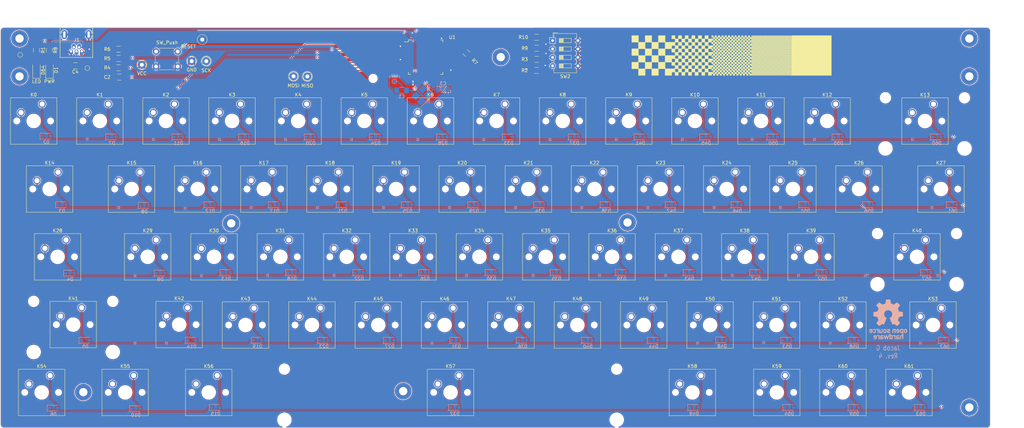
<source format=kicad_pcb>
(kicad_pcb (version 20171130) (host pcbnew 5.1.0)
  (title_block (title Keyboard) (company Jacob))
  (layers (0 F.Cu signal) (31 B.Cu signal) (34 B.Paste user) (35 F.Paste user) (36 B.SilkS user) (37 F.SilkS user) (38 B.Mask user) (39 F.Mask user) (44 Edge.Cuts user))
  (net 0 "")
  (net 1 /col10)
  (net 2 /col9)
  (net 3 /col11)
  (net 4 /col12)
  (net 5 "Net-(D51-Pad2)")
  (net 6 /col13)
  (net 7 "Net-(D61-Pad2)")
  (net 8 "Net-(D56-Pad2)")
  (net 9 /col1)
  (net 10 "Net-(D9-Pad2)")
  (net 11 /col2)
  (net 12 "Net-(D31-Pad2)")
  (net 13 /col6)
  (net 14 "Net-(D23-Pad2)")
  (net 15 /col4)
  (net 16 GND)
  (net 17 "Net-(C1-Pad2)")
  (net 18 "Net-(C2-Pad1)")
  (net 19 "Net-(C3-Pad2)")
  (net 20 /col0)
  (net 21 /col3)
  (net 22 "Net-(D18-Pad2)")
  (net 23 "Net-(D2-Pad2)")
  (net 24 /ROW0)
  (net 25 "Net-(D3-Pad2)")
  (net 26 /ROW1)
  (net 27 "Net-(D4-Pad2)")
  (net 28 /ROW2)
  (net 29 "Net-(D5-Pad2)")
  (net 30 /ROW3)
  (net 31 /ROW4)
  (net 32 "Net-(D7-Pad2)")
  (net 33 "Net-(D8-Pad2)")
  (net 34 "Net-(D10-Pad2)")
  (net 35 "Net-(D11-Pad2)")
  (net 36 "Net-(D12-Pad2)")
  (net 37 "Net-(D13-Pad2)")
  (net 38 "Net-(D14-Pad2)")
  (net 39 "Net-(D16-Pad2)")
  (net 40 "Net-(D17-Pad2)")
  (net 41 "Net-(D19-Pad2)")
  (net 42 "Net-(D20-Pad2)")
  (net 43 "Net-(D21-Pad2)")
  (net 44 "Net-(D22-Pad2)")
  (net 45 "Net-(D24-Pad2)")
  (net 46 "Net-(D25-Pad2)")
  (net 47 "Net-(D26-Pad2)")
  (net 48 "Net-(D27-Pad2)")
  (net 49 "Net-(D28-Pad2)")
  (net 50 "Net-(D29-Pad2)")
  (net 51 "Net-(D30-Pad2)")
  (net 52 "Net-(D32-Pad2)")
  (net 53 "Net-(D33-Pad2)")
  (net 54 "Net-(D34-Pad2)")
  (net 55 "Net-(D35-Pad2)")
  (net 56 "Net-(D36-Pad2)")
  (net 57 "Net-(D37-Pad2)")
  (net 58 "Net-(D38-Pad2)")
  (net 59 "Net-(D39-Pad2)")
  (net 60 "Net-(D40-Pad2)")
  (net 61 "Net-(D41-Pad2)")
  (net 62 "Net-(D42-Pad2)")
  (net 63 "Net-(D43-Pad2)")
  (net 64 "Net-(D45-Pad2)")
  (net 65 "Net-(D46-Pad2)")
  (net 66 "Net-(D57-Pad2)")
  (net 67 "Net-(D62-Pad2)")
  (net 68 /col5)
  (net 69 /col8)
  (net 70 VCC)
  (net 71 "Net-(J1-Pad2)")
  (net 72 "Net-(J1-Pad3)")
  (net 73 "Net-(J1-Pad4)")
  (net 74 /col7)
  (net 75 "Net-(R4-Pad1)")
  (net 76 "Net-(R5-Pad1)")
  (net 77 "Net-(R7-Pad2)")
  (net 78 "Net-(U1-Pad36)")
  (net 79 "Net-(U1-Pad42)")
  (net 80 "Net-(D1-Pad2)")
  (net 81 /RST)
  (net 82 "Net-(D64-Pad2)")
  (net 83 /LED)
  (net 84 /DIP4)
  (net 85 /DIP3)
  (net 86 /DIP2)
  (net 87 /DIP1)
  (net 88 "Net-(D6-Pad2)")
  (net 89 "Net-(D15-Pad2)")
  (net 90 "Net-(D44-Pad2)")
  (net 91 "Net-(D47-Pad2)")
  (net 92 "Net-(D48-Pad2)")
  (net 93 "Net-(D49-Pad2)")
  (net 94 "Net-(D50-Pad2)")
  (net 95 "Net-(D52-Pad2)")
  (net 96 "Net-(D53-Pad2)")
  (net 97 "Net-(D54-Pad2)")
  (net 98 "Net-(D55-Pad2)")
  (net 99 "Net-(D58-Pad2)")
  (net 100 "Net-(D59-Pad2)")
  (net 101 "Net-(D60-Pad2)")
  (net 102 "Net-(D63-Pad2)")
  (module keyboard:Molex_OTG_54819_Right_angle (layer F.Cu) (at 39 18.2)
    (fp_text reference J1 (at 0 4.1) (layer F.SilkS))
    (fp_text value USB_B_Mini hide)
    (pad 5 thru_hole oval (at -1.66 7.55 270) (size 1.65 1.1) (drill 0.7 (offset 0.265 0)) (layers *.Cu *.Mask) (net 16 GND))
    (pad 6 thru_hole oval (at 3.59 2.5 270) (size 2.7 1.7) (drill oval 1.9 0.7) (layers *.Cu *.Mask) (net 16 GND))
    (pad 5 thru_hole oval (at -3.71 2.5 270) (size 2.7 1.7) (drill oval 1.9 0.7) (layers *.Cu *.Mask) (net 16 GND))
    (pad 1 thru_hole oval (at 1.54 7.55 270) (size 1.65 1.1) (drill 0.7 (offset 0.265 0)) (layers *.Cu *.Mask) (net 70 VCC))
    (pad 3 thru_hole oval (at -0.06 7.55 270) (size 1.65 1.1) (drill 0.7 (offset 0.265 0)) (layers *.Cu *.Mask) (net 72 "Net-(J1-Pad3)"))
    (pad 2 thru_hole oval (at 0.74 6.35 90) (size 1.65 1.1) (drill 0.7 (offset 0.265 0)) (layers *.Cu *.Mask) (net 71 "Net-(J1-Pad2)"))
    (pad 4 thru_hole oval (at -0.86 6.35 90) (size 1.65 1.1) (drill 0.7 (offset 0.265 0)) (layers *.Cu *.Mask) (net 73 "Net-(J1-Pad4)"))
  )
  (module LED_SMD:LED_1206_3216Metric_Pad1.42x1.75mm_HandSolder (layer F.Cu) (at 30.8 31.4 90)
    (fp_text reference D1 (at 0 2 90) (layer F.SilkS))
    (fp_text value PWR (at -3.4 0 180) (layer F.SilkS))
    (pad 2 smd roundrect (at 1.4875 0 90) (size 1.425 1.75) (layers F.Cu F.Paste F.Mask) (roundrect_rratio 0.175439) (net 80 "Net-(D1-Pad2)"))
    (pad 1 smd roundrect (at -1.4875 0 90) (size 1.425 1.75) (layers F.Cu F.Paste F.Mask) (roundrect_rratio 0.175439) (net 16 GND))
  )
  (module Symbol:OSHW-Logo_11.4x12mm_SilkScreen (layer B.Cu) (at 283.2 106.4 180)
    (fp_text reference REF** hide)
    (fp_text value OSHW-Logo_11.4x12mm_SilkScreen hide)
  )
  (module MountingHole:MountingHole_2.5mm_Pad (layer F.Cu) (at 21.8 33.3)
    (fp_text reference REF** hide)
    (fp_text value MountingHole_2.5mm_Pad hide)
    (pad 1 thru_hole circle (at 0 0) (size 5 5) (drill 2.5) (layers *.Cu *.Mask))
  )
  (module MountingHole:MountingHole_2.5mm_Pad (layer F.Cu) (at 307.6 33.3)
    (fp_text reference REF** hide)
    (fp_text value MountingHole_2.5mm_Pad hide)
    (pad 1 thru_hole circle (at 0 0) (size 5 5) (drill 2.5) (layers *.Cu *.Mask))
  )
  (module Button_Switch_Keyboard:SW_Cherry_MX1A_6.25u_PCB (layer F.Cu) (at 154.0375 123.3)
    (fp_text reference K57 (at -2.54 -2.794) (layer F.SilkS))
    (fp_text value SW_Push)
    (pad 1 thru_hole circle (at 0 0) (size 2.2 2.2) (drill 1.5) (layers *.Cu *.Mask) (net 52 "Net-(D32-Pad2)"))
    (pad 2 thru_hole circle (at -6.35 2.54) (size 2.2 2.2) (drill 1.5) (layers *.Cu *.Mask) (net 13 /col6))
    (pad "" np_thru_hole circle (at -2.54 5.08) (size 4 4) (drill 4) (layers *.Cu *.Mask))
    (pad "" np_thru_hole circle (at -7.62 5.08) (size 1.7 1.7) (drill 1.7) (layers *.Cu *.Mask))
    (pad "" np_thru_hole circle (at 2.54 5.08) (size 1.7 1.7) (drill 1.7) (layers *.Cu *.Mask))
    (pad "" np_thru_hole circle (at 47.46 13.32) (size 4 4) (drill 4) (layers *.Cu *.Mask))
    (pad "" np_thru_hole circle (at -52.54 13.32) (size 4 4) (drill 4) (layers *.Cu *.Mask))
    (pad "" np_thru_hole circle (at -52.54 -1.92) (size 3.05 3.05) (drill 3.05) (layers *.Cu *.Mask))
    (pad "" np_thru_hole circle (at 47.46 -1.92) (size 3.05 3.05) (drill 3.05) (layers *.Cu *.Mask))
  )
  (module MountingHole:MountingHole_2.5mm_Pad (layer F.Cu) (at 166.6 27.5)
    (fp_text reference REF** hide)
    (fp_text value MountingHole_2.5mm_Pad hide)
    (pad 1 thru_hole circle (at 0 0) (size 5 5) (drill 2.5) (layers *.Cu *.Mask))
  )
  (module MountingHole:MountingHole_2.5mm_Pad (layer F.Cu) (at 85.5 77.5)
    (fp_text reference REF** hide)
    (fp_text value MountingHole_2.5mm_Pad hide)
    (pad 1 thru_hole circle (at 0 0) (size 5 5) (drill 2.5) (layers *.Cu *.Mask))
  )
  (module MountingHole:MountingHole_2.5mm_Pad (layer F.Cu) (at 204.75 77.25)
    (fp_text reference REF** hide)
    (fp_text value MountingHole_2.5mm_Pad hide)
    (pad 1 thru_hole circle (at 0 0) (size 5 5) (drill 2.5) (layers *.Cu *.Mask))
  )
  (module MountingHole:MountingHole_2.5mm_Pad (layer F.Cu) (at 137.25 128)
    (fp_text reference REF** hide)
    (fp_text value MountingHole_2.5mm_Pad hide)
    (pad 1 thru_hole circle (at 0 0) (size 5 5) (drill 2.5) (layers *.Cu *.Mask))
  )
  (module MountingHole:MountingHole_2.5mm_Pad (layer F.Cu) (at 41 128.3)
    (fp_text reference REF** hide)
    (fp_text value MountingHole_2.5mm_Pad hide)
    (pad 1 thru_hole circle (at 0 0) (size 5 5) (drill 2.5) (layers *.Cu *.Mask))
  )
  (module MountingHole:MountingHole_2.5mm_Pad (layer F.Cu) (at 307.6 132.9)
    (fp_text reference REF** hide)
    (fp_text value MountingHole_2.5mm_Pad hide)
    (pad 1 thru_hole circle (at 0 0) (size 5 5) (drill 2.5) (layers *.Cu *.Mask))
  )
  (module MountingHole:MountingHole_2.5mm_Pad (layer F.Cu) (at 307.6 21.9)
    (fp_text reference REF** hide)
    (fp_text value MountingHole_2.5mm_Pad hide)
    (pad 1 thru_hole circle (at 0 0) (size 5 5) (drill 2.5) (layers *.Cu *.Mask))
  )
  (module MountingHole:MountingHole_2.5mm_Pad (layer F.Cu) (at 21.8 21.9)
    (fp_text reference REF** hide)
    (fp_text value MountingHole_2.5mm_Pad hide)
    (pad 1 thru_hole circle (at 0 0) (size 5 5) (drill 2.5) (layers *.Cu *.Mask))
  )
  (module Button_Switch_Keyboard:SW_Cherry_MX1A_1.00u_PCB (layer F.Cu) (at 212.172914 103.019999)
    (fp_text reference K49 (at -2.54 -2.794) (layer F.SilkS))
    (fp_text value SW_Push)
    (pad "" np_thru_hole circle (at 2.54 5.08) (size 1.7 1.7) (drill 1.7) (layers *.Cu *.Mask))
    (pad "" np_thru_hole circle (at -7.62 5.08) (size 1.7 1.7) (drill 1.7) (layers *.Cu *.Mask))
    (pad "" np_thru_hole circle (at -2.54 5.08) (size 4 4) (drill 4) (layers *.Cu *.Mask))
    (pad 2 thru_hole circle (at -6.35 2.54) (size 2.2 2.2) (drill 1.5) (layers *.Cu *.Mask) (net 2 /col9))
    (pad 1 thru_hole circle (at 0 0) (size 2.2 2.2) (drill 1.5) (layers *.Cu *.Mask) (net 90 "Net-(D44-Pad2)"))
  )
  (module Button_Switch_Keyboard:SW_Cherry_MX1A_1.00u_PCB (layer F.Cu) (at 232.143747 103.019999)
    (fp_text reference K50 (at -2.54 -2.794) (layer F.SilkS))
    (fp_text value SW_Push)
    (pad "" np_thru_hole circle (at 2.54 5.08) (size 1.7 1.7) (drill 1.7) (layers *.Cu *.Mask))
    (pad "" np_thru_hole circle (at -7.62 5.08) (size 1.7 1.7) (drill 1.7) (layers *.Cu *.Mask))
    (pad "" np_thru_hole circle (at -2.54 5.08) (size 4 4) (drill 4) (layers *.Cu *.Mask))
    (pad 2 thru_hole circle (at -6.35 2.54) (size 2.2 2.2) (drill 1.5) (layers *.Cu *.Mask) (net 1 /col10))
    (pad 1 thru_hole circle (at 0 0) (size 2.2 2.2) (drill 1.5) (layers *.Cu *.Mask) (net 92 "Net-(D48-Pad2)"))
  )
  (module Button_Switch_Keyboard:SW_Cherry_MX1A_1.00u_PCB (layer F.Cu) (at 262.53125 82.5)
    (fp_text reference K39 (at -2.54 -2.794) (layer F.SilkS))
    (fp_text value SW_Push)
    (pad "" np_thru_hole circle (at 2.54 5.08) (size 1.7 1.7) (drill 1.7) (layers *.Cu *.Mask))
    (pad "" np_thru_hole circle (at -7.62 5.08) (size 1.7 1.7) (drill 1.7) (layers *.Cu *.Mask))
    (pad "" np_thru_hole circle (at -2.54 5.08) (size 4 4) (drill 4) (layers *.Cu *.Mask))
    (pad 2 thru_hole circle (at -6.35 2.54) (size 2.2 2.2) (drill 1.5) (layers *.Cu *.Mask) (net 3 /col11))
    (pad 1 thru_hole circle (at 0 0) (size 2.2 2.2) (drill 1.5) (layers *.Cu *.Mask) (net 95 "Net-(D52-Pad2)"))
  )
  (module Button_Switch_Keyboard:SW_Cherry_MX1A_1.00u_PCB (layer F.Cu) (at 247.478836 41.619999)
    (fp_text reference K11 (at -2.54 -2.794) (layer F.SilkS))
    (fp_text value SW_Push)
    (pad "" np_thru_hole circle (at 2.54 5.08) (size 1.7 1.7) (drill 1.7) (layers *.Cu *.Mask))
    (pad "" np_thru_hole circle (at -7.62 5.08) (size 1.7 1.7) (drill 1.7) (layers *.Cu *.Mask))
    (pad "" np_thru_hole circle (at -2.54 5.08) (size 4 4) (drill 4) (layers *.Cu *.Mask))
    (pad 2 thru_hole circle (at -6.35 2.54) (size 2.2 2.2) (drill 1.5) (layers *.Cu *.Mask) (net 3 /col11))
    (pad 1 thru_hole circle (at 0 0) (size 2.2 2.2) (drill 1.5) (layers *.Cu *.Mask) (net 94 "Net-(D50-Pad2)"))
  )
  (module Button_Switch_Keyboard:SW_Cherry_MX1A_1.00u_PCB (layer F.Cu) (at 252.11458 103.019999)
    (fp_text reference K51 (at -2.54 -2.794) (layer F.SilkS))
    (fp_text value SW_Push)
    (pad "" np_thru_hole circle (at 2.54 5.08) (size 1.7 1.7) (drill 1.7) (layers *.Cu *.Mask))
    (pad "" np_thru_hole circle (at -7.62 5.08) (size 1.7 1.7) (drill 1.7) (layers *.Cu *.Mask))
    (pad "" np_thru_hole circle (at -2.54 5.08) (size 4 4) (drill 4) (layers *.Cu *.Mask))
    (pad 2 thru_hole circle (at -6.35 2.54) (size 2.2 2.2) (drill 1.5) (layers *.Cu *.Mask) (net 3 /col11))
    (pad 1 thru_hole circle (at 0 0) (size 2.2 2.2) (drill 1.5) (layers *.Cu *.Mask) (net 96 "Net-(D53-Pad2)"))
  )
  (module Button_Switch_Keyboard:SW_Cherry_MX1A_1.00u_PCB (layer F.Cu) (at 242.56875 82.5)
    (fp_text reference K38 (at -2.54 -2.794) (layer F.SilkS))
    (fp_text value SW_Push)
    (pad "" np_thru_hole circle (at 2.54 5.08) (size 1.7 1.7) (drill 1.7) (layers *.Cu *.Mask))
    (pad "" np_thru_hole circle (at -7.62 5.08) (size 1.7 1.7) (drill 1.7) (layers *.Cu *.Mask))
    (pad "" np_thru_hole circle (at -2.54 5.08) (size 4 4) (drill 4) (layers *.Cu *.Mask))
    (pad 2 thru_hole circle (at -6.35 2.54) (size 2.2 2.2) (drill 1.5) (layers *.Cu *.Mask) (net 1 /col10))
    (pad 1 thru_hole circle (at 0 0) (size 2.2 2.2) (drill 1.5) (layers *.Cu *.Mask) (net 91 "Net-(D47-Pad2)"))
  )
  (module Button_Switch_Keyboard:SW_Cherry_MX1A_1.00u_PCB (layer F.Cu) (at 267.376912 41.619999)
    (fp_text reference K12 (at -2.54 -2.794) (layer F.SilkS))
    (fp_text value SW_Push)
    (pad "" np_thru_hole circle (at 2.54 5.08) (size 1.7 1.7) (drill 1.7) (layers *.Cu *.Mask))
    (pad "" np_thru_hole circle (at -7.62 5.08) (size 1.7 1.7) (drill 1.7) (layers *.Cu *.Mask))
    (pad "" np_thru_hole circle (at -2.54 5.08) (size 4 4) (drill 4) (layers *.Cu *.Mask))
    (pad 2 thru_hole circle (at -6.35 2.54) (size 2.2 2.2) (drill 1.5) (layers *.Cu *.Mask) (net 4 /col12))
    (pad 1 thru_hole circle (at 0 0) (size 2.2 2.2) (drill 1.5) (layers *.Cu *.Mask) (net 98 "Net-(D55-Pad2)"))
  )
  (module Button_Switch_Keyboard:SW_Cherry_MX1A_1.00u_PCB (layer F.Cu) (at 257.041336 62.1)
    (fp_text reference K25 (at -2.54 -2.794) (layer F.SilkS))
    (fp_text value SW_Push)
    (pad "" np_thru_hole circle (at 2.54 5.08) (size 1.7 1.7) (drill 1.7) (layers *.Cu *.Mask))
    (pad "" np_thru_hole circle (at -7.62 5.08) (size 1.7 1.7) (drill 1.7) (layers *.Cu *.Mask))
    (pad "" np_thru_hole circle (at -2.54 5.08) (size 4 4) (drill 4) (layers *.Cu *.Mask))
    (pad 2 thru_hole circle (at -6.35 2.54) (size 2.2 2.2) (drill 1.5) (layers *.Cu *.Mask) (net 3 /col11))
    (pad 1 thru_hole circle (at 0 0) (size 2.2 2.2) (drill 1.5) (layers *.Cu *.Mask) (net 5 "Net-(D51-Pad2)"))
  )
  (module Button_Switch_Keyboard:SW_Cherry_MX1A_1.00u_PCB (layer F.Cu) (at 276.939412 62.1)
    (fp_text reference K26 (at -2.54 -2.794) (layer F.SilkS))
    (fp_text value SW_Push)
    (pad "" np_thru_hole circle (at 2.54 5.08) (size 1.7 1.7) (drill 1.7) (layers *.Cu *.Mask))
    (pad "" np_thru_hole circle (at -7.62 5.08) (size 1.7 1.7) (drill 1.7) (layers *.Cu *.Mask))
    (pad "" np_thru_hole circle (at -2.54 5.08) (size 4 4) (drill 4) (layers *.Cu *.Mask))
    (pad 2 thru_hole circle (at -6.35 2.54) (size 2.2 2.2) (drill 1.5) (layers *.Cu *.Mask) (net 4 /col12))
    (pad 1 thru_hole circle (at 0 0) (size 2.2 2.2) (drill 1.5) (layers *.Cu *.Mask) (net 8 "Net-(D56-Pad2)"))
  )
  (module Button_Switch_Keyboard:SW_Cherry_MX1A_1.00u_PCB (layer F.Cu) (at 62.90625 82.5)
    (fp_text reference K29 (at -2.54 -2.794) (layer F.SilkS))
    (fp_text value SW_Push)
    (pad "" np_thru_hole circle (at 2.54 5.08) (size 1.7 1.7) (drill 1.7) (layers *.Cu *.Mask))
    (pad "" np_thru_hole circle (at -7.62 5.08) (size 1.7 1.7) (drill 1.7) (layers *.Cu *.Mask))
    (pad "" np_thru_hole circle (at -2.54 5.08) (size 4 4) (drill 4) (layers *.Cu *.Mask))
    (pad 2 thru_hole circle (at -6.35 2.54) (size 2.2 2.2) (drill 1.5) (layers *.Cu *.Mask) (net 9 /col1))
    (pad 1 thru_hole circle (at 0 0) (size 2.2 2.2) (drill 1.5) (layers *.Cu *.Mask) (net 10 "Net-(D9-Pad2)"))
  )
  (module Button_Switch_Keyboard:SW_Cherry_MX1A_1.00u_PCB (layer F.Cu) (at 272.085413 123.3)
    (fp_text reference K60 (at -2.54 -2.794) (layer F.SilkS))
    (fp_text value SW_Push)
    (pad "" np_thru_hole circle (at 2.54 5.08) (size 1.7 1.7) (drill 1.7) (layers *.Cu *.Mask))
    (pad "" np_thru_hole circle (at -7.62 5.08) (size 1.7 1.7) (drill 1.7) (layers *.Cu *.Mask))
    (pad "" np_thru_hole circle (at -2.54 5.08) (size 4 4) (drill 4) (layers *.Cu *.Mask))
    (pad 2 thru_hole circle (at -6.35 2.54) (size 2.2 2.2) (drill 1.5) (layers *.Cu *.Mask) (net 4 /col12))
    (pad 1 thru_hole circle (at 0 0) (size 2.2 2.2) (drill 1.5) (layers *.Cu *.Mask) (net 100 "Net-(D59-Pad2)"))
  )
  (module Button_Switch_Keyboard:SW_Cherry_MX1A_1.00u_PCB (layer F.Cu) (at 252.2 123.3)
    (fp_text reference K59 (at -2.54 -2.794) (layer F.SilkS))
    (fp_text value SW_Push)
    (pad "" np_thru_hole circle (at 2.54 5.08) (size 1.7 1.7) (drill 1.7) (layers *.Cu *.Mask))
    (pad "" np_thru_hole circle (at -7.62 5.08) (size 1.7 1.7) (drill 1.7) (layers *.Cu *.Mask))
    (pad "" np_thru_hole circle (at -2.54 5.08) (size 4 4) (drill 4) (layers *.Cu *.Mask))
    (pad 2 thru_hole circle (at -6.35 2.54) (size 2.2 2.2) (drill 1.5) (layers *.Cu *.Mask) (net 3 /col11))
    (pad 1 thru_hole circle (at 0 0) (size 2.2 2.2) (drill 1.5) (layers *.Cu *.Mask) (net 97 "Net-(D54-Pad2)"))
  )
  (module Button_Switch_Keyboard:SW_Cherry_MX1A_1.00u_PCB (layer F.Cu) (at 292 123.3)
    (fp_text reference K61 (at -2.54 -2.794) (layer F.SilkS))
    (fp_text value SW_Push)
    (pad "" np_thru_hole circle (at 2.54 5.08) (size 1.7 1.7) (drill 1.7) (layers *.Cu *.Mask))
    (pad "" np_thru_hole circle (at -7.62 5.08) (size 1.7 1.7) (drill 1.7) (layers *.Cu *.Mask))
    (pad "" np_thru_hole circle (at -2.54 5.08) (size 4 4) (drill 4) (layers *.Cu *.Mask))
    (pad 2 thru_hole circle (at -6.35 2.54) (size 2.2 2.2) (drill 1.5) (layers *.Cu *.Mask) (net 6 /col13))
    (pad 1 thru_hole circle (at 0 0) (size 2.2 2.2) (drill 1.5) (layers *.Cu *.Mask) (net 102 "Net-(D63-Pad2)"))
  )
  (module Button_Switch_Keyboard:SW_Cherry_MX1A_1.00u_PCB (layer F.Cu) (at 272.085413 103.019999)
    (fp_text reference K52 (at -2.54 -2.794) (layer F.SilkS))
    (fp_text value SW_Push)
    (pad "" np_thru_hole circle (at 2.54 5.08) (size 1.7 1.7) (drill 1.7) (layers *.Cu *.Mask))
    (pad "" np_thru_hole circle (at -7.62 5.08) (size 1.7 1.7) (drill 1.7) (layers *.Cu *.Mask))
    (pad "" np_thru_hole circle (at -2.54 5.08) (size 4 4) (drill 4) (layers *.Cu *.Mask))
    (pad 2 thru_hole circle (at -6.35 2.54) (size 2.2 2.2) (drill 1.5) (layers *.Cu *.Mask) (net 4 /col12))
    (pad 1 thru_hole circle (at 0 0) (size 2.2 2.2) (drill 1.5) (layers *.Cu *.Mask) (net 99 "Net-(D58-Pad2)"))
  )
  (module Button_Switch_Keyboard:SW_Cherry_MX1A_1.00u_PCB (layer F.Cu) (at 152.260415 103.019999)
    (fp_text reference K46 (at -2.54 -2.794) (layer F.SilkS))
    (fp_text value SW_Push)
    (pad "" np_thru_hole circle (at 2.54 5.08) (size 1.7 1.7) (drill 1.7) (layers *.Cu *.Mask))
    (pad "" np_thru_hole circle (at -7.62 5.08) (size 1.7 1.7) (drill 1.7) (layers *.Cu *.Mask))
    (pad "" np_thru_hole circle (at -2.54 5.08) (size 4 4) (drill 4) (layers *.Cu *.Mask))
    (pad 2 thru_hole circle (at -6.35 2.54) (size 2.2 2.2) (drill 1.5) (layers *.Cu *.Mask) (net 13 /col6))
    (pad 1 thru_hole circle (at 0 0) (size 2.2 2.2) (drill 1.5) (layers *.Cu *.Mask) (net 12 "Net-(D31-Pad2)"))
  )
  (module Button_Switch_Keyboard:SW_Cherry_MX1A_1.00u_PCB (layer F.Cu) (at 112.318749 103.019999)
    (fp_text reference K44 (at -2.54 -2.794) (layer F.SilkS))
    (fp_text value SW_Push)
    (pad "" np_thru_hole circle (at 2.54 5.08) (size 1.7 1.7) (drill 1.7) (layers *.Cu *.Mask))
    (pad "" np_thru_hole circle (at -7.62 5.08) (size 1.7 1.7) (drill 1.7) (layers *.Cu *.Mask))
    (pad "" np_thru_hole circle (at -2.54 5.08) (size 4 4) (drill 4) (layers *.Cu *.Mask))
    (pad 2 thru_hole circle (at -6.35 2.54) (size 2.2 2.2) (drill 1.5) (layers *.Cu *.Mask) (net 15 /col4))
    (pad 1 thru_hole circle (at 0 0) (size 2.2 2.2) (drill 1.5) (layers *.Cu *.Mask) (net 14 "Net-(D23-Pad2)"))
  )
  (module Button_Switch_Keyboard:SW_Cherry_MX1A_1.00u_PCB (layer F.Cu) (at 102.83125 82.5)
    (fp_text reference K31 (at -2.54 -2.794) (layer F.SilkS))
    (fp_text value SW_Push)
    (pad "" np_thru_hole circle (at 2.54 5.08) (size 1.7 1.7) (drill 1.7) (layers *.Cu *.Mask))
    (pad "" np_thru_hole circle (at -7.62 5.08) (size 1.7 1.7) (drill 1.7) (layers *.Cu *.Mask))
    (pad "" np_thru_hole circle (at -2.54 5.08) (size 4 4) (drill 4) (layers *.Cu *.Mask))
    (pad 2 thru_hole circle (at -6.35 2.54) (size 2.2 2.2) (drill 1.5) (layers *.Cu *.Mask) (net 21 /col3))
    (pad 1 thru_hole circle (at 0 0) (size 2.2 2.2) (drill 1.5) (layers *.Cu *.Mask) (net 22 "Net-(D18-Pad2)"))
  )
  (module Button_Switch_Keyboard:SW_Cherry_MX1A_1.00u_PCB (layer F.Cu) (at 97.856728 62.1)
    (fp_text reference K17 (at -2.54 -2.794) (layer F.SilkS))
    (fp_text value SW_Push)
    (pad "" np_thru_hole circle (at 2.54 5.08) (size 1.7 1.7) (drill 1.7) (layers *.Cu *.Mask))
    (pad "" np_thru_hole circle (at -7.62 5.08) (size 1.7 1.7) (drill 1.7) (layers *.Cu *.Mask))
    (pad "" np_thru_hole circle (at -2.54 5.08) (size 4 4) (drill 4) (layers *.Cu *.Mask))
    (pad 2 thru_hole circle (at -6.35 2.54) (size 2.2 2.2) (drill 1.5) (layers *.Cu *.Mask) (net 21 /col3))
    (pad 1 thru_hole circle (at 0 0) (size 2.2 2.2) (drill 1.5) (layers *.Cu *.Mask) (net 40 "Net-(D17-Pad2)"))
  )
  (module Button_Switch_Keyboard:SW_Cherry_MX1A_1.00u_PCB (layer F.Cu) (at 28.6 41.619999)
    (fp_text reference K0 (at -2.54 -2.794) (layer F.SilkS))
    (fp_text value SW_Push)
    (pad "" np_thru_hole circle (at 2.54 5.08) (size 1.7 1.7) (drill 1.7) (layers *.Cu *.Mask))
    (pad "" np_thru_hole circle (at -7.62 5.08) (size 1.7 1.7) (drill 1.7) (layers *.Cu *.Mask))
    (pad "" np_thru_hole circle (at -2.54 5.08) (size 4 4) (drill 4) (layers *.Cu *.Mask))
    (pad 2 thru_hole circle (at -6.35 2.54) (size 2.2 2.2) (drill 1.5) (layers *.Cu *.Mask) (net 20 /col0))
    (pad 1 thru_hole circle (at 0 0) (size 2.2 2.2) (drill 1.5) (layers *.Cu *.Mask) (net 23 "Net-(D2-Pad2)"))
  )
  (module Button_Switch_Keyboard:SW_Cherry_MX1A_1.00u_PCB (layer F.Cu) (at 122.79375 82.5)
    (fp_text reference K32 (at -2.54 -2.794) (layer F.SilkS))
    (fp_text value SW_Push)
    (pad "" np_thru_hole circle (at 2.54 5.08) (size 1.7 1.7) (drill 1.7) (layers *.Cu *.Mask))
    (pad "" np_thru_hole circle (at -7.62 5.08) (size 1.7 1.7) (drill 1.7) (layers *.Cu *.Mask))
    (pad "" np_thru_hole circle (at -2.54 5.08) (size 4 4) (drill 4) (layers *.Cu *.Mask))
    (pad 2 thru_hole circle (at -6.35 2.54) (size 2.2 2.2) (drill 1.5) (layers *.Cu *.Mask) (net 15 /col4))
    (pad 1 thru_hole circle (at 0 0) (size 2.2 2.2) (drill 1.5) (layers *.Cu *.Mask) (net 44 "Net-(D22-Pad2)"))
  )
  (module Button_Switch_Keyboard:SW_Cherry_MX1A_1.00u_PCB (layer F.Cu) (at 142.75625 82.5)
    (fp_text reference K33 (at -2.54 -2.794) (layer F.SilkS))
    (fp_text value SW_Push)
    (pad "" np_thru_hole circle (at 2.54 5.08) (size 1.7 1.7) (drill 1.7) (layers *.Cu *.Mask))
    (pad "" np_thru_hole circle (at -7.62 5.08) (size 1.7 1.7) (drill 1.7) (layers *.Cu *.Mask))
    (pad "" np_thru_hole circle (at -2.54 5.08) (size 4 4) (drill 4) (layers *.Cu *.Mask))
    (pad 2 thru_hole circle (at -6.35 2.54) (size 2.2 2.2) (drill 1.5) (layers *.Cu *.Mask) (net 68 /col5))
    (pad 1 thru_hole circle (at 0 0) (size 2.2 2.2) (drill 1.5) (layers *.Cu *.Mask) (net 47 "Net-(D26-Pad2)"))
  )
  (module Button_Switch_Keyboard:SW_Cherry_MX1A_1.00u_PCB (layer F.Cu) (at 162.71875 82.5)
    (fp_text reference K34 (at -2.54 -2.794) (layer F.SilkS))
    (fp_text value SW_Push)
    (pad "" np_thru_hole circle (at 2.54 5.08) (size 1.7 1.7) (drill 1.7) (layers *.Cu *.Mask))
    (pad "" np_thru_hole circle (at -7.62 5.08) (size 1.7 1.7) (drill 1.7) (layers *.Cu *.Mask))
    (pad "" np_thru_hole circle (at -2.54 5.08) (size 4 4) (drill 4) (layers *.Cu *.Mask))
    (pad 2 thru_hole circle (at -6.35 2.54) (size 2.2 2.2) (drill 1.5) (layers *.Cu *.Mask) (net 13 /col6))
    (pad 1 thru_hole circle (at 0 0) (size 2.2 2.2) (drill 1.5) (layers *.Cu *.Mask) (net 51 "Net-(D30-Pad2)"))
  )
  (module Button_Switch_Keyboard:SW_Cherry_MX1A_1.00u_PCB (layer F.Cu) (at 197.347108 62.1)
    (fp_text reference K22 (at -2.54 -2.794) (layer F.SilkS))
    (fp_text value SW_Push)
    (pad "" np_thru_hole circle (at 2.54 5.08) (size 1.7 1.7) (drill 1.7) (layers *.Cu *.Mask))
    (pad "" np_thru_hole circle (at -7.62 5.08) (size 1.7 1.7) (drill 1.7) (layers *.Cu *.Mask))
    (pad "" np_thru_hole circle (at -2.54 5.08) (size 4 4) (drill 4) (layers *.Cu *.Mask))
    (pad 2 thru_hole circle (at -6.35 2.54) (size 2.2 2.2) (drill 1.5) (layers *.Cu *.Mask) (net 69 /col8))
    (pad 1 thru_hole circle (at 0 0) (size 2.2 2.2) (drill 1.5) (layers *.Cu *.Mask) (net 58 "Net-(D38-Pad2)"))
  )
  (module Button_Switch_Keyboard:SW_Cherry_MX1A_1.00u_PCB (layer F.Cu) (at 182.68125 82.5)
    (fp_text reference K35 (at -2.54 -2.794) (layer F.SilkS))
    (fp_text value SW_Push)
    (pad "" np_thru_hole circle (at 2.54 5.08) (size 1.7 1.7) (drill 1.7) (layers *.Cu *.Mask))
    (pad "" np_thru_hole circle (at -7.62 5.08) (size 1.7 1.7) (drill 1.7) (layers *.Cu *.Mask))
    (pad "" np_thru_hole circle (at -2.54 5.08) (size 4 4) (drill 4) (layers *.Cu *.Mask))
    (pad 2 thru_hole circle (at -6.35 2.54) (size 2.2 2.2) (drill 1.5) (layers *.Cu *.Mask) (net 74 /col7))
    (pad 1 thru_hole circle (at 0 0) (size 2.2 2.2) (drill 1.5) (layers *.Cu *.Mask) (net 55 "Net-(D35-Pad2)"))
  )
  (module Button_Switch_Keyboard:SW_Cherry_MX1A_1.00u_PCB (layer F.Cu) (at 202.64375 82.5)
    (fp_text reference K36 (at -2.54 -2.794) (layer F.SilkS))
    (fp_text value SW_Push)
    (pad "" np_thru_hole circle (at 2.54 5.08) (size 1.7 1.7) (drill 1.7) (layers *.Cu *.Mask))
    (pad "" np_thru_hole circle (at -7.62 5.08) (size 1.7 1.7) (drill 1.7) (layers *.Cu *.Mask))
    (pad "" np_thru_hole circle (at -2.54 5.08) (size 4 4) (drill 4) (layers *.Cu *.Mask))
    (pad 2 thru_hole circle (at -6.35 2.54) (size 2.2 2.2) (drill 1.5) (layers *.Cu *.Mask) (net 69 /col8))
    (pad 1 thru_hole circle (at 0 0) (size 2.2 2.2) (drill 1.5) (layers *.Cu *.Mask) (net 59 "Net-(D39-Pad2)"))
  )
  (module Button_Switch_Keyboard:SW_Cherry_MX1A_1.00u_PCB (layer F.Cu) (at 222.60625 82.5)
    (fp_text reference K37 (at -2.54 -2.794) (layer F.SilkS))
    (fp_text value SW_Push)
    (pad "" np_thru_hole circle (at 2.54 5.08) (size 1.7 1.7) (drill 1.7) (layers *.Cu *.Mask))
    (pad "" np_thru_hole circle (at -7.62 5.08) (size 1.7 1.7) (drill 1.7) (layers *.Cu *.Mask))
    (pad "" np_thru_hole circle (at -2.54 5.08) (size 4 4) (drill 4) (layers *.Cu *.Mask))
    (pad 2 thru_hole circle (at -6.35 2.54) (size 2.2 2.2) (drill 1.5) (layers *.Cu *.Mask) (net 2 /col9))
    (pad 1 thru_hole circle (at 0 0) (size 2.2 2.2) (drill 1.5) (layers *.Cu *.Mask) (net 63 "Net-(D43-Pad2)"))
  )
  (module Button_Switch_Keyboard:SW_Cherry_MX1A_1.00u_PCB (layer F.Cu) (at 192.202081 103.019999)
    (fp_text reference K48 (at -2.54 -2.794) (layer F.SilkS))
    (fp_text value SW_Push)
    (pad "" np_thru_hole circle (at 2.54 5.08) (size 1.7 1.7) (drill 1.7) (layers *.Cu *.Mask))
    (pad "" np_thru_hole circle (at -7.62 5.08) (size 1.7 1.7) (drill 1.7) (layers *.Cu *.Mask))
    (pad "" np_thru_hole circle (at -2.54 5.08) (size 4 4) (drill 4) (layers *.Cu *.Mask))
    (pad 2 thru_hole circle (at -6.35 2.54) (size 2.2 2.2) (drill 1.5) (layers *.Cu *.Mask) (net 69 /col8))
    (pad 1 thru_hole circle (at 0 0) (size 2.2 2.2) (drill 1.5) (layers *.Cu *.Mask) (net 60 "Net-(D40-Pad2)"))
  )
  (module Button_Switch_Keyboard:SW_Cherry_MX1A_1.00u_PCB (layer F.Cu) (at 172.231248 103.019999)
    (fp_text reference K47 (at -2.54 -2.794) (layer F.SilkS))
    (fp_text value SW_Push)
    (pad "" np_thru_hole circle (at 2.54 5.08) (size 1.7 1.7) (drill 1.7) (layers *.Cu *.Mask))
    (pad "" np_thru_hole circle (at -7.62 5.08) (size 1.7 1.7) (drill 1.7) (layers *.Cu *.Mask))
    (pad "" np_thru_hole circle (at -2.54 5.08) (size 4 4) (drill 4) (layers *.Cu *.Mask))
    (pad 2 thru_hole circle (at -6.35 2.54) (size 2.2 2.2) (drill 1.5) (layers *.Cu *.Mask) (net 74 /col7))
    (pad 1 thru_hole circle (at 0 0) (size 2.2 2.2) (drill 1.5) (layers *.Cu *.Mask) (net 56 "Net-(D36-Pad2)"))
  )
  (module Button_Switch_Keyboard:SW_Cherry_MX1A_1.00u_PCB (layer F.Cu) (at 48.498076 41.619999)
    (fp_text reference K1 (at -2.54 -2.794) (layer F.SilkS))
    (fp_text value SW_Push)
    (pad "" np_thru_hole circle (at 2.54 5.08) (size 1.7 1.7) (drill 1.7) (layers *.Cu *.Mask))
    (pad "" np_thru_hole circle (at -7.62 5.08) (size 1.7 1.7) (drill 1.7) (layers *.Cu *.Mask))
    (pad "" np_thru_hole circle (at -2.54 5.08) (size 4 4) (drill 4) (layers *.Cu *.Mask))
    (pad 2 thru_hole circle (at -6.35 2.54) (size 2.2 2.2) (drill 1.5) (layers *.Cu *.Mask) (net 9 /col1))
    (pad 1 thru_hole circle (at 0 0) (size 2.2 2.2) (drill 1.5) (layers *.Cu *.Mask) (net 32 "Net-(D7-Pad2)"))
  )
  (module Button_Switch_Keyboard:SW_Cherry_MX1A_1.00u_PCB (layer F.Cu) (at 88.294228 41.619999)
    (fp_text reference K3 (at -2.54 -2.794) (layer F.SilkS))
    (fp_text value SW_Push)
    (pad "" np_thru_hole circle (at 2.54 5.08) (size 1.7 1.7) (drill 1.7) (layers *.Cu *.Mask))
    (pad "" np_thru_hole circle (at -7.62 5.08) (size 1.7 1.7) (drill 1.7) (layers *.Cu *.Mask))
    (pad "" np_thru_hole circle (at -2.54 5.08) (size 4 4) (drill 4) (layers *.Cu *.Mask))
    (pad 2 thru_hole circle (at -6.35 2.54) (size 2.2 2.2) (drill 1.5) (layers *.Cu *.Mask) (net 21 /col3))
    (pad 1 thru_hole circle (at 0 0) (size 2.2 2.2) (drill 1.5) (layers *.Cu *.Mask) (net 39 "Net-(D16-Pad2)"))
  )
  (module Button_Switch_Keyboard:SW_Cherry_MX1A_1.00u_PCB (layer F.Cu) (at 108.192304 41.619999)
    (fp_text reference K4 (at -2.54 -2.794) (layer F.SilkS))
    (fp_text value SW_Push)
    (pad "" np_thru_hole circle (at 2.54 5.08) (size 1.7 1.7) (drill 1.7) (layers *.Cu *.Mask))
    (pad "" np_thru_hole circle (at -7.62 5.08) (size 1.7 1.7) (drill 1.7) (layers *.Cu *.Mask))
    (pad "" np_thru_hole circle (at -2.54 5.08) (size 4 4) (drill 4) (layers *.Cu *.Mask))
    (pad 2 thru_hole circle (at -6.35 2.54) (size 2.2 2.2) (drill 1.5) (layers *.Cu *.Mask) (net 15 /col4))
    (pad 1 thru_hole circle (at 0 0) (size 2.2 2.2) (drill 1.5) (layers *.Cu *.Mask) (net 42 "Net-(D20-Pad2)"))
  )
  (module Button_Switch_Keyboard:SW_Cherry_MX1A_1.00u_PCB (layer F.Cu) (at 128.09038 41.619999)
    (fp_text reference K5 (at -2.54 -2.794) (layer F.SilkS))
    (fp_text value SW_Push)
    (pad "" np_thru_hole circle (at 2.54 5.08) (size 1.7 1.7) (drill 1.7) (layers *.Cu *.Mask))
    (pad "" np_thru_hole circle (at -7.62 5.08) (size 1.7 1.7) (drill 1.7) (layers *.Cu *.Mask))
    (pad "" np_thru_hole circle (at -2.54 5.08) (size 4 4) (drill 4) (layers *.Cu *.Mask))
    (pad 2 thru_hole circle (at -6.35 2.54) (size 2.2 2.2) (drill 1.5) (layers *.Cu *.Mask) (net 68 /col5))
    (pad 1 thru_hole circle (at 0 0) (size 2.2 2.2) (drill 1.5) (layers *.Cu *.Mask) (net 45 "Net-(D24-Pad2)"))
  )
  (module Button_Switch_Keyboard:SW_Cherry_MX1A_1.00u_PCB (layer F.Cu) (at 147.988456 41.619999)
    (fp_text reference K6 (at -2.54 -2.794) (layer F.SilkS))
    (fp_text value SW_Push)
    (pad "" np_thru_hole circle (at 2.54 5.08) (size 1.7 1.7) (drill 1.7) (layers *.Cu *.Mask))
    (pad "" np_thru_hole circle (at -7.62 5.08) (size 1.7 1.7) (drill 1.7) (layers *.Cu *.Mask))
    (pad "" np_thru_hole circle (at -2.54 5.08) (size 4 4) (drill 4) (layers *.Cu *.Mask))
    (pad 2 thru_hole circle (at -6.35 2.54) (size 2.2 2.2) (drill 1.5) (layers *.Cu *.Mask) (net 13 /col6))
    (pad 1 thru_hole circle (at 0 0) (size 2.2 2.2) (drill 1.5) (layers *.Cu *.Mask) (net 49 "Net-(D28-Pad2)"))
  )
  (module Button_Switch_Keyboard:SW_Cherry_MX1A_1.00u_PCB (layer F.Cu) (at 167.886532 41.619999)
    (fp_text reference K7 (at -2.54 -2.794) (layer F.SilkS))
    (fp_text value SW_Push)
    (pad "" np_thru_hole circle (at 2.54 5.08) (size 1.7 1.7) (drill 1.7) (layers *.Cu *.Mask))
    (pad "" np_thru_hole circle (at -7.62 5.08) (size 1.7 1.7) (drill 1.7) (layers *.Cu *.Mask))
    (pad "" np_thru_hole circle (at -2.54 5.08) (size 4 4) (drill 4) (layers *.Cu *.Mask))
    (pad 2 thru_hole circle (at -6.35 2.54) (size 2.2 2.2) (drill 1.5) (layers *.Cu *.Mask) (net 74 /col7))
    (pad 1 thru_hole circle (at 0 0) (size 2.2 2.2) (drill 1.5) (layers *.Cu *.Mask) (net 53 "Net-(D33-Pad2)"))
  )
  (module Button_Switch_Keyboard:SW_Cherry_MX1A_1.00u_PCB (layer F.Cu) (at 187.784608 41.619999)
    (fp_text reference K8 (at -2.54 -2.794) (layer F.SilkS))
    (fp_text value SW_Push)
    (pad "" np_thru_hole circle (at 2.54 5.08) (size 1.7 1.7) (drill 1.7) (layers *.Cu *.Mask))
    (pad "" np_thru_hole circle (at -7.62 5.08) (size 1.7 1.7) (drill 1.7) (layers *.Cu *.Mask))
    (pad "" np_thru_hole circle (at -2.54 5.08) (size 4 4) (drill 4) (layers *.Cu *.Mask))
    (pad 2 thru_hole circle (at -6.35 2.54) (size 2.2 2.2) (drill 1.5) (layers *.Cu *.Mask) (net 69 /col8))
    (pad 1 thru_hole circle (at 0 0) (size 2.2 2.2) (drill 1.5) (layers *.Cu *.Mask) (net 57 "Net-(D37-Pad2)"))
  )
  (module Button_Switch_Keyboard:SW_Cherry_MX1A_1.00u_PCB (layer F.Cu) (at 207.682684 41.619999)
    (fp_text reference K9 (at -2.54 -2.794) (layer F.SilkS))
    (fp_text value SW_Push)
    (pad "" np_thru_hole circle (at 2.54 5.08) (size 1.7 1.7) (drill 1.7) (layers *.Cu *.Mask))
    (pad "" np_thru_hole circle (at -7.62 5.08) (size 1.7 1.7) (drill 1.7) (layers *.Cu *.Mask))
    (pad "" np_thru_hole circle (at -2.54 5.08) (size 4 4) (drill 4) (layers *.Cu *.Mask))
    (pad 2 thru_hole circle (at -6.35 2.54) (size 2.2 2.2) (drill 1.5) (layers *.Cu *.Mask) (net 2 /col9))
    (pad 1 thru_hole circle (at 0 0) (size 2.2 2.2) (drill 1.5) (layers *.Cu *.Mask) (net 61 "Net-(D41-Pad2)"))
  )
  (module Button_Switch_Keyboard:SW_Cherry_MX1A_1.00u_PCB (layer F.Cu) (at 227.58076 41.619999)
    (fp_text reference K10 (at -2.54 -2.794) (layer F.SilkS))
    (fp_text value SW_Push)
    (pad "" np_thru_hole circle (at 2.54 5.08) (size 1.7 1.7) (drill 1.7) (layers *.Cu *.Mask))
    (pad "" np_thru_hole circle (at -7.62 5.08) (size 1.7 1.7) (drill 1.7) (layers *.Cu *.Mask))
    (pad "" np_thru_hole circle (at -2.54 5.08) (size 4 4) (drill 4) (layers *.Cu *.Mask))
    (pad 2 thru_hole circle (at -6.35 2.54) (size 2.2 2.2) (drill 1.5) (layers *.Cu *.Mask) (net 1 /col10))
    (pad 1 thru_hole circle (at 0 0) (size 2.2 2.2) (drill 1.5) (layers *.Cu *.Mask) (net 64 "Net-(D45-Pad2)"))
  )
  (module Button_Switch_Keyboard:SW_Cherry_MX1A_1.00u_PCB (layer F.Cu) (at 217.245184 62.1)
    (fp_text reference K23 (at -2.54 -2.794) (layer F.SilkS))
    (fp_text value SW_Push)
    (pad "" np_thru_hole circle (at 2.54 5.08) (size 1.7 1.7) (drill 1.7) (layers *.Cu *.Mask))
    (pad "" np_thru_hole circle (at -7.62 5.08) (size 1.7 1.7) (drill 1.7) (layers *.Cu *.Mask))
    (pad "" np_thru_hole circle (at -2.54 5.08) (size 4 4) (drill 4) (layers *.Cu *.Mask))
    (pad 2 thru_hole circle (at -6.35 2.54) (size 2.2 2.2) (drill 1.5) (layers *.Cu *.Mask) (net 2 /col9))
    (pad 1 thru_hole circle (at 0 0) (size 2.2 2.2) (drill 1.5) (layers *.Cu *.Mask) (net 62 "Net-(D42-Pad2)"))
  )
  (module Button_Switch_Keyboard:SW_Cherry_MX1A_1.00u_PCB (layer F.Cu) (at 237.14326 62.1)
    (fp_text reference K24 (at -2.54 -2.794) (layer F.SilkS))
    (fp_text value SW_Push)
    (pad "" np_thru_hole circle (at 2.54 5.08) (size 1.7 1.7) (drill 1.7) (layers *.Cu *.Mask))
    (pad "" np_thru_hole circle (at -7.62 5.08) (size 1.7 1.7) (drill 1.7) (layers *.Cu *.Mask))
    (pad "" np_thru_hole circle (at -2.54 5.08) (size 4 4) (drill 4) (layers *.Cu *.Mask))
    (pad 2 thru_hole circle (at -6.35 2.54) (size 2.2 2.2) (drill 1.5) (layers *.Cu *.Mask) (net 1 /col10))
    (pad 1 thru_hole circle (at 0 0) (size 2.2 2.2) (drill 1.5) (layers *.Cu *.Mask) (net 65 "Net-(D46-Pad2)"))
  )
  (module Button_Switch_Keyboard:SW_Cherry_MX1A_1.00u_PCB (layer F.Cu) (at 58.060576 62.1)
    (fp_text reference K15 (at -2.54 -2.794) (layer F.SilkS))
    (fp_text value SW_Push)
    (pad "" np_thru_hole circle (at 2.54 5.08) (size 1.7 1.7) (drill 1.7) (layers *.Cu *.Mask))
    (pad "" np_thru_hole circle (at -7.62 5.08) (size 1.7 1.7) (drill 1.7) (layers *.Cu *.Mask))
    (pad "" np_thru_hole circle (at -2.54 5.08) (size 4 4) (drill 4) (layers *.Cu *.Mask))
    (pad 2 thru_hole circle (at -6.35 2.54) (size 2.2 2.2) (drill 1.5) (layers *.Cu *.Mask) (net 9 /col1))
    (pad 1 thru_hole circle (at 0 0) (size 2.2 2.2) (drill 1.5) (layers *.Cu *.Mask) (net 33 "Net-(D8-Pad2)"))
  )
  (module Button_Switch_Keyboard:SW_Cherry_MX1A_1.00u_PCB (layer F.Cu) (at 117.754804 62.1)
    (fp_text reference K18 (at -2.54 -2.794) (layer F.SilkS))
    (fp_text value SW_Push)
    (pad "" np_thru_hole circle (at 2.54 5.08) (size 1.7 1.7) (drill 1.7) (layers *.Cu *.Mask))
    (pad "" np_thru_hole circle (at -7.62 5.08) (size 1.7 1.7) (drill 1.7) (layers *.Cu *.Mask))
    (pad "" np_thru_hole circle (at -2.54 5.08) (size 4 4) (drill 4) (layers *.Cu *.Mask))
    (pad 2 thru_hole circle (at -6.35 2.54) (size 2.2 2.2) (drill 1.5) (layers *.Cu *.Mask) (net 15 /col4))
    (pad 1 thru_hole circle (at 0 0) (size 2.2 2.2) (drill 1.5) (layers *.Cu *.Mask) (net 43 "Net-(D21-Pad2)"))
  )
  (module Button_Switch_Keyboard:SW_Cherry_MX1A_1.00u_PCB (layer F.Cu) (at 82.86875 82.5)
    (fp_text reference K30 (at -2.54 -2.794) (layer F.SilkS))
    (fp_text value SW_Push)
    (pad "" np_thru_hole circle (at 2.54 5.08) (size 1.7 1.7) (drill 1.7) (layers *.Cu *.Mask))
    (pad "" np_thru_hole circle (at -7.62 5.08) (size 1.7 1.7) (drill 1.7) (layers *.Cu *.Mask))
    (pad "" np_thru_hole circle (at -2.54 5.08) (size 4 4) (drill 4) (layers *.Cu *.Mask))
    (pad 2 thru_hole circle (at -6.35 2.54) (size 2.2 2.2) (drill 1.5) (layers *.Cu *.Mask) (net 11 /col2))
    (pad 1 thru_hole circle (at 0 0) (size 2.2 2.2) (drill 1.5) (layers *.Cu *.Mask) (net 37 "Net-(D13-Pad2)"))
  )
  (module Button_Switch_Keyboard:SW_Cherry_MX1A_1.00u_PCB (layer F.Cu) (at 137.65288 62.1)
    (fp_text reference K19 (at -2.54 -2.794) (layer F.SilkS))
    (fp_text value SW_Push)
    (pad "" np_thru_hole circle (at 2.54 5.08) (size 1.7 1.7) (drill 1.7) (layers *.Cu *.Mask))
    (pad "" np_thru_hole circle (at -7.62 5.08) (size 1.7 1.7) (drill 1.7) (layers *.Cu *.Mask))
    (pad "" np_thru_hole circle (at -2.54 5.08) (size 4 4) (drill 4) (layers *.Cu *.Mask))
    (pad 2 thru_hole circle (at -6.35 2.54) (size 2.2 2.2) (drill 1.5) (layers *.Cu *.Mask) (net 68 /col5))
    (pad 1 thru_hole circle (at 0 0) (size 2.2 2.2) (drill 1.5) (layers *.Cu *.Mask) (net 46 "Net-(D25-Pad2)"))
  )
  (module Button_Switch_Keyboard:SW_Cherry_MX1A_1.00u_PCB (layer F.Cu) (at 177.449032 62.1)
    (fp_text reference K21 (at -2.54 -2.794) (layer F.SilkS))
    (fp_text value SW_Push)
    (pad "" np_thru_hole circle (at 2.54 5.08) (size 1.7 1.7) (drill 1.7) (layers *.Cu *.Mask))
    (pad "" np_thru_hole circle (at -7.62 5.08) (size 1.7 1.7) (drill 1.7) (layers *.Cu *.Mask))
    (pad "" np_thru_hole circle (at -2.54 5.08) (size 4 4) (drill 4) (layers *.Cu *.Mask))
    (pad 2 thru_hole circle (at -6.35 2.54) (size 2.2 2.2) (drill 1.5) (layers *.Cu *.Mask) (net 74 /col7))
    (pad 1 thru_hole circle (at 0 0) (size 2.2 2.2) (drill 1.5) (layers *.Cu *.Mask) (net 54 "Net-(D34-Pad2)"))
  )
  (module Button_Switch_Keyboard:SW_Cherry_MX1A_1.00u_PCB (layer F.Cu) (at 132.289582 103.019999)
    (fp_text reference K45 (at -2.54 -2.794) (layer F.SilkS))
    (fp_text value SW_Push)
    (pad "" np_thru_hole circle (at 2.54 5.08) (size 1.7 1.7) (drill 1.7) (layers *.Cu *.Mask))
    (pad "" np_thru_hole circle (at -7.62 5.08) (size 1.7 1.7) (drill 1.7) (layers *.Cu *.Mask))
    (pad "" np_thru_hole circle (at -2.54 5.08) (size 4 4) (drill 4) (layers *.Cu *.Mask))
    (pad 2 thru_hole circle (at -6.35 2.54) (size 2.2 2.2) (drill 1.5) (layers *.Cu *.Mask) (net 68 /col5))
    (pad 1 thru_hole circle (at 0 0) (size 2.2 2.2) (drill 1.5) (layers *.Cu *.Mask) (net 48 "Net-(D27-Pad2)"))
  )
  (module Button_Switch_Keyboard:SW_Cherry_MX1A_1.00u_PCB (layer F.Cu) (at 77.958652 62.1)
    (fp_text reference K16 (at -2.54 -2.794) (layer F.SilkS))
    (fp_text value SW_Push)
    (pad "" np_thru_hole circle (at 2.54 5.08) (size 1.7 1.7) (drill 1.7) (layers *.Cu *.Mask))
    (pad "" np_thru_hole circle (at -7.62 5.08) (size 1.7 1.7) (drill 1.7) (layers *.Cu *.Mask))
    (pad "" np_thru_hole circle (at -2.54 5.08) (size 4 4) (drill 4) (layers *.Cu *.Mask))
    (pad 2 thru_hole circle (at -6.35 2.54) (size 2.2 2.2) (drill 1.5) (layers *.Cu *.Mask) (net 11 /col2))
    (pad 1 thru_hole circle (at 0 0) (size 2.2 2.2) (drill 1.5) (layers *.Cu *.Mask) (net 36 "Net-(D12-Pad2)"))
  )
  (module Button_Switch_Keyboard:SW_Cherry_MX1A_1.00u_PCB (layer F.Cu) (at 92.347916 103.019999)
    (fp_text reference K43 (at -2.54 -2.794) (layer F.SilkS))
    (fp_text value SW_Push)
    (pad "" np_thru_hole circle (at 2.54 5.08) (size 1.7 1.7) (drill 1.7) (layers *.Cu *.Mask))
    (pad "" np_thru_hole circle (at -7.62 5.08) (size 1.7 1.7) (drill 1.7) (layers *.Cu *.Mask))
    (pad "" np_thru_hole circle (at -2.54 5.08) (size 4 4) (drill 4) (layers *.Cu *.Mask))
    (pad 2 thru_hole circle (at -6.35 2.54) (size 2.2 2.2) (drill 1.5) (layers *.Cu *.Mask) (net 21 /col3))
    (pad 1 thru_hole circle (at 0 0) (size 2.2 2.2) (drill 1.5) (layers *.Cu *.Mask) (net 41 "Net-(D19-Pad2)"))
  )
  (module Button_Switch_Keyboard:SW_Cherry_MX1A_1.00u_PCB (layer F.Cu) (at 157.550956 62.1)
    (fp_text reference K20 (at -2.54 -2.794) (layer F.SilkS))
    (fp_text value SW_Push)
    (pad "" np_thru_hole circle (at 2.54 5.08) (size 1.7 1.7) (drill 1.7) (layers *.Cu *.Mask))
    (pad "" np_thru_hole circle (at -7.62 5.08) (size 1.7 1.7) (drill 1.7) (layers *.Cu *.Mask))
    (pad "" np_thru_hole circle (at -2.54 5.08) (size 4 4) (drill 4) (layers *.Cu *.Mask))
    (pad 2 thru_hole circle (at -6.35 2.54) (size 2.2 2.2) (drill 1.5) (layers *.Cu *.Mask) (net 13 /col6))
    (pad 1 thru_hole circle (at 0 0) (size 2.2 2.2) (drill 1.5) (layers *.Cu *.Mask) (net 50 "Net-(D29-Pad2)"))
  )
  (module Button_Switch_Keyboard:SW_Cherry_MX1A_1.00u_PCB (layer F.Cu) (at 72.377083 102.9)
    (fp_text reference K42 (at -2.54 -2.794) (layer F.SilkS))
    (fp_text value SW_Push)
    (pad "" np_thru_hole circle (at 2.54 5.08) (size 1.7 1.7) (drill 1.7) (layers *.Cu *.Mask))
    (pad "" np_thru_hole circle (at -7.62 5.08) (size 1.7 1.7) (drill 1.7) (layers *.Cu *.Mask))
    (pad "" np_thru_hole circle (at -2.54 5.08) (size 4 4) (drill 4) (layers *.Cu *.Mask))
    (pad 2 thru_hole circle (at -6.35 2.54) (size 2.2 2.2) (drill 1.5) (layers *.Cu *.Mask) (net 11 /col2))
    (pad 1 thru_hole circle (at 0 0) (size 2.2 2.2) (drill 1.5) (layers *.Cu *.Mask) (net 38 "Net-(D14-Pad2)"))
  )
  (module Button_Switch_Keyboard:SW_Cherry_MX1A_1.00u_PCB (layer F.Cu) (at 68.396152 41.619999)
    (fp_text reference K2 (at -2.54 -2.794) (layer F.SilkS))
    (fp_text value SW_Push)
    (pad "" np_thru_hole circle (at 2.54 5.08) (size 1.7 1.7) (drill 1.7) (layers *.Cu *.Mask))
    (pad "" np_thru_hole circle (at -7.62 5.08) (size 1.7 1.7) (drill 1.7) (layers *.Cu *.Mask))
    (pad "" np_thru_hole circle (at -2.54 5.08) (size 4 4) (drill 4) (layers *.Cu *.Mask))
    (pad 2 thru_hole circle (at -6.35 2.54) (size 2.2 2.2) (drill 1.5) (layers *.Cu *.Mask) (net 11 /col2))
    (pad 1 thru_hole circle (at 0 0) (size 2.2 2.2) (drill 1.5) (layers *.Cu *.Mask) (net 35 "Net-(D11-Pad2)"))
  )
  (module LED_SMD:LED_1206_3216Metric_Pad1.42x1.75mm_HandSolder (layer F.Cu) (at 26.9 31.4 90)
    (fp_text reference D64 (at 0 2 90) (layer F.SilkS))
    (fp_text value LED (at -3.4 0 180) (layer F.SilkS))
    (pad 1 smd roundrect (at -1.4875 0 90) (size 1.425 1.75) (layers F.Cu F.Paste F.Mask) (roundrect_rratio 0.175439) (net 16 GND))
    (pad 2 smd roundrect (at 1.4875 0 90) (size 1.425 1.75) (layers F.Cu F.Paste F.Mask) (roundrect_rratio 0.175439) (net 82 "Net-(D64-Pad2)"))
  )
  (module Button_Switch_Keyboard:SW_Cherry_MX1A_1.50u_PCB (layer F.Cu) (at 301.6 62.1)
    (fp_text reference K27 (at -2.54 -2.794) (layer F.SilkS))
    (fp_text value SW_Push)
    (pad "" np_thru_hole circle (at 2.54 5.08) (size 1.7 1.7) (drill 1.7) (layers *.Cu *.Mask))
    (pad "" np_thru_hole circle (at -7.62 5.08) (size 1.7 1.7) (drill 1.7) (layers *.Cu *.Mask))
    (pad "" np_thru_hole circle (at -2.54 5.08) (size 4 4) (drill 4) (layers *.Cu *.Mask))
    (pad 2 thru_hole circle (at -6.35 2.54) (size 2.2 2.2) (drill 1.5) (layers *.Cu *.Mask) (net 6 /col13))
    (pad 1 thru_hole circle (at 0 0) (size 2.2 2.2) (drill 1.5) (layers *.Cu *.Mask) (net 7 "Net-(D61-Pad2)"))
  )
  (module Button_Switch_Keyboard:SW_Cherry_MX1A_1.25u_PCB (layer F.Cu) (at 81.275 123.3)
    (fp_text reference K56 (at -2.54 -2.794) (layer F.SilkS))
    (fp_text value SW_Push)
    (pad 1 thru_hole circle (at 0 0) (size 2.2 2.2) (drill 1.5) (layers *.Cu *.Mask) (net 89 "Net-(D15-Pad2)"))
    (pad 2 thru_hole circle (at -6.35 2.54) (size 2.2 2.2) (drill 1.5) (layers *.Cu *.Mask) (net 11 /col2))
    (pad "" np_thru_hole circle (at -2.54 5.08) (size 4 4) (drill 4) (layers *.Cu *.Mask))
    (pad "" np_thru_hole circle (at -7.62 5.08) (size 1.7 1.7) (drill 1.7) (layers *.Cu *.Mask))
    (pad "" np_thru_hole circle (at 2.54 5.08) (size 1.7 1.7) (drill 1.7) (layers *.Cu *.Mask))
  )
  (module Button_Switch_Keyboard:SW_Cherry_MX1A_1.25u_PCB (layer F.Cu) (at 226.8 123.3)
    (fp_text reference K58 (at -2.54 -2.794) (layer F.SilkS))
    (fp_text value SW_Push)
    (pad 1 thru_hole circle (at 0 0) (size 2.2 2.2) (drill 1.5) (layers *.Cu *.Mask) (net 93 "Net-(D49-Pad2)"))
    (pad 2 thru_hole circle (at -6.35 2.54) (size 2.2 2.2) (drill 1.5) (layers *.Cu *.Mask) (net 1 /col10))
    (pad "" np_thru_hole circle (at -2.54 5.08) (size 4 4) (drill 4) (layers *.Cu *.Mask))
    (pad "" np_thru_hole circle (at -7.62 5.08) (size 1.7 1.7) (drill 1.7) (layers *.Cu *.Mask))
    (pad "" np_thru_hole circle (at 2.54 5.08) (size 1.7 1.7) (drill 1.7) (layers *.Cu *.Mask))
  )
  (module Button_Switch_Keyboard:SW_Cherry_MX1A_2.00u_PCB (layer F.Cu) (at 296.8 41.65)
    (fp_text reference K13 (at -2.54 -2.794) (layer F.SilkS))
    (fp_text value SW_Push)
    (pad 1 thru_hole circle (at 0 0) (size 2.2 2.2) (drill 1.5) (layers *.Cu *.Mask) (net 101 "Net-(D60-Pad2)"))
    (pad 2 thru_hole circle (at -6.35 2.54) (size 2.2 2.2) (drill 1.5) (layers *.Cu *.Mask) (net 6 /col13))
    (pad "" np_thru_hole circle (at -2.54 5.08) (size 4 4) (drill 4) (layers *.Cu *.Mask))
    (pad "" np_thru_hole circle (at -7.62 5.08) (size 1.7 1.7) (drill 1.7) (layers *.Cu *.Mask))
    (pad "" np_thru_hole circle (at 2.54 5.08) (size 1.7 1.7) (drill 1.7) (layers *.Cu *.Mask))
    (pad "" np_thru_hole circle (at 9.36 13.32) (size 4 4) (drill 4) (layers *.Cu *.Mask))
    (pad "" np_thru_hole circle (at -14.44 13.32) (size 4 4) (drill 4) (layers *.Cu *.Mask))
    (pad "" np_thru_hole circle (at -14.44 -1.92) (size 3.05 3.05) (drill 3.05) (layers *.Cu *.Mask))
    (pad "" np_thru_hole circle (at 9.36 -1.92) (size 3.05 3.05) (drill 3.05) (layers *.Cu *.Mask))
  )
  (module Capacitor_SMD:C_1206_3216Metric_Pad1.42x1.75mm_HandSolder (layer B.Cu) (at 136.75 37.5)
    (fp_text reference C1 (at 0 1.82) (layer B.SilkS) (effects (justify mirror)))
    (fp_text value 22p)
    (pad 1 smd roundrect (at -1.4875 0) (size 1.425 1.75) (layers B.Cu B.Paste B.Mask) (roundrect_rratio 0.175439) (net 16 GND))
    (pad 2 smd roundrect (at 1.4875 0) (size 1.425 1.75) (layers B.Cu B.Paste B.Mask) (roundrect_rratio 0.175439) (net 17 "Net-(C1-Pad2)"))
  )
  (module Capacitor_SMD:C_1206_3216Metric_Pad1.42x1.75mm_HandSolder (layer F.Cu) (at 51.8 33.5 180)
    (fp_text reference C2 (at 3.6 0 180) (layer F.SilkS))
    (fp_text value 1u)
    (pad 1 smd roundrect (at -1.4875 0 180) (size 1.425 1.75) (layers F.Cu F.Paste F.Mask) (roundrect_rratio 0.175439) (net 18 "Net-(C2-Pad1)"))
    (pad 2 smd roundrect (at 1.4875 0 180) (size 1.425 1.75) (layers F.Cu F.Paste F.Mask) (roundrect_rratio 0.175439) (net 16 GND))
  )
  (module Capacitor_SMD:C_1206_3216Metric_Pad1.42x1.75mm_HandSolder (layer B.Cu) (at 149.25 37.25 180)
    (fp_text reference C3 (at 0 1.82 180) (layer B.SilkS) (effects (justify mirror)))
    (fp_text value 22p)
    (pad 2 smd roundrect (at 1.4875 0 180) (size 1.425 1.75) (layers B.Cu B.Paste B.Mask) (roundrect_rratio 0.175439) (net 19 "Net-(C3-Pad2)"))
    (pad 1 smd roundrect (at -1.4875 0 180) (size 1.425 1.75) (layers B.Cu B.Paste B.Mask) (roundrect_rratio 0.175439) (net 16 GND))
  )
  (module Button_Switch_Keyboard:SW_Cherry_MX1A_1.25u_PCB (layer F.Cu) (at 31 123.3)
    (fp_text reference K54 (at -2.54 -2.794) (layer F.SilkS))
    (fp_text value SW_Push)
    (pad "" np_thru_hole circle (at 2.54 5.08) (size 1.7 1.7) (drill 1.7) (layers *.Cu *.Mask))
    (pad "" np_thru_hole circle (at -7.62 5.08) (size 1.7 1.7) (drill 1.7) (layers *.Cu *.Mask))
    (pad "" np_thru_hole circle (at -2.54 5.08) (size 4 4) (drill 4) (layers *.Cu *.Mask))
    (pad 2 thru_hole circle (at -6.35 2.54) (size 2.2 2.2) (drill 1.5) (layers *.Cu *.Mask) (net 20 /col0))
    (pad 1 thru_hole circle (at 0 0) (size 2.2 2.2) (drill 1.5) (layers *.Cu *.Mask) (net 88 "Net-(D6-Pad2)"))
  )
  (module Diode_SMD:D_SOD-323_HandSoldering (layer B.Cu) (at 29.85 51.3)
    (fp_text reference D2 (at 0 1.85) (layer B.SilkS) (effects (justify mirror)))
    (fp_text value DIODE)
    (pad 2 smd rect (at 1.25 0) (size 1 1) (layers B.Cu B.Paste B.Mask) (net 23 "Net-(D2-Pad2)"))
    (pad 1 smd rect (at -1.25 0) (size 1 1) (layers B.Cu B.Paste B.Mask) (net 24 /ROW0))
  )
  (module Diode_SMD:D_SOD-323_HandSoldering (layer B.Cu) (at 34.6 71.9)
    (fp_text reference D3 (at 0 1.85) (layer B.SilkS) (effects (justify mirror)))
    (fp_text value DIODE)
    (pad 2 smd rect (at 1.25 0) (size 1 1) (layers B.Cu B.Paste B.Mask) (net 25 "Net-(D3-Pad2)"))
    (pad 1 smd rect (at -1.25 0) (size 1 1) (layers B.Cu B.Paste B.Mask) (net 26 /ROW1))
  )
  (module Diode_SMD:D_SOD-323_HandSoldering (layer B.Cu) (at 37 92.5)
    (fp_text reference D4 (at 0 1.85) (layer B.SilkS) (effects (justify mirror)))
    (fp_text value DIODE)
    (pad 2 smd rect (at 1.25 0) (size 1 1) (layers B.Cu B.Paste B.Mask) (net 27 "Net-(D4-Pad2)"))
    (pad 1 smd rect (at -1.25 0) (size 1 1) (layers B.Cu B.Paste B.Mask) (net 28 /ROW2))
  )
  (module Diode_SMD:D_SOD-323_HandSoldering (layer B.Cu) (at 41.6 112.7)
    (fp_text reference D5 (at 0 1.85) (layer B.SilkS) (effects (justify mirror)))
    (fp_text value DIODE)
    (pad 2 smd rect (at 1.25 0) (size 1 1) (layers B.Cu B.Paste B.Mask) (net 29 "Net-(D5-Pad2)"))
    (pad 1 smd rect (at -1.25 0) (size 1 1) (layers B.Cu B.Paste B.Mask) (net 30 /ROW3))
  )
  (module Diode_SMD:D_SOD-323_HandSoldering (layer B.Cu) (at 32 133.1)
    (fp_text reference D6 (at 0 1.85) (layer B.SilkS) (effects (justify mirror)))
    (fp_text value DIODE)
    (pad 2 smd rect (at 1.25 0) (size 1 1) (layers B.Cu B.Paste B.Mask) (net 88 "Net-(D6-Pad2)"))
    (pad 1 smd rect (at -1.25 0) (size 1 1) (layers B.Cu B.Paste B.Mask) (net 31 /ROW4))
  )
  (module Diode_SMD:D_SOD-323_HandSoldering (layer B.Cu) (at 49.6 51.5)
    (fp_text reference D7 (at 0 1.85) (layer B.SilkS) (effects (justify mirror)))
    (fp_text value DIODE)
    (pad 2 smd rect (at 1.25 0) (size 1 1) (layers B.Cu B.Paste B.Mask) (net 32 "Net-(D7-Pad2)"))
    (pad 1 smd rect (at -1.25 0) (size 1 1) (layers B.Cu B.Paste B.Mask) (net 24 /ROW0))
  )
  (module Diode_SMD:D_SOD-323_HandSoldering (layer B.Cu) (at 59.4 72.1)
    (fp_text reference D8 (at 0 1.85) (layer B.SilkS) (effects (justify mirror)))
    (fp_text value DIODE)
    (pad 1 smd rect (at -1.25 0) (size 1 1) (layers B.Cu B.Paste B.Mask) (net 26 /ROW1))
    (pad 2 smd rect (at 1.25 0) (size 1 1) (layers B.Cu B.Paste B.Mask) (net 33 "Net-(D8-Pad2)"))
  )
  (module Diode_SMD:D_SOD-323_HandSoldering (layer B.Cu) (at 64.2 92.5)
    (fp_text reference D9 (at 0 1.85) (layer B.SilkS) (effects (justify mirror)))
    (fp_text value DIODE)
    (pad 2 smd rect (at 1.25 0) (size 1 1) (layers B.Cu B.Paste B.Mask) (net 10 "Net-(D9-Pad2)"))
    (pad 1 smd rect (at -1.25 0) (size 1 1) (layers B.Cu B.Paste B.Mask) (net 28 /ROW2))
  )
  (module Diode_SMD:D_SOD-323_HandSoldering (layer B.Cu) (at 56.8 133.3)
    (fp_text reference D10 (at 0 1.85) (layer B.SilkS) (effects (justify mirror)))
    (fp_text value DIODE)
    (pad 1 smd rect (at -1.25 0) (size 1 1) (layers B.Cu B.Paste B.Mask) (net 31 /ROW4))
    (pad 2 smd rect (at 1.25 0) (size 1 1) (layers B.Cu B.Paste B.Mask) (net 34 "Net-(D10-Pad2)"))
  )
  (module Diode_SMD:D_SOD-323_HandSoldering (layer B.Cu) (at 69.6 51.5)
    (fp_text reference D11 (at 0 1.85) (layer B.SilkS) (effects (justify mirror)))
    (fp_text value DIODE)
    (pad 1 smd rect (at -1.25 0) (size 1 1) (layers B.Cu B.Paste B.Mask) (net 24 /ROW0))
    (pad 2 smd rect (at 1.25 0) (size 1 1) (layers B.Cu B.Paste B.Mask) (net 35 "Net-(D11-Pad2)"))
  )
  (module Diode_SMD:D_SOD-323_HandSoldering (layer B.Cu) (at 79.2 71.9)
    (fp_text reference D12 (at 0 1.85) (layer B.SilkS) (effects (justify mirror)))
    (fp_text value DIODE)
    (pad 2 smd rect (at 1.25 0) (size 1 1) (layers B.Cu B.Paste B.Mask) (net 36 "Net-(D12-Pad2)"))
    (pad 1 smd rect (at -1.25 0) (size 1 1) (layers B.Cu B.Paste B.Mask) (net 26 /ROW1))
  )
  (module Diode_SMD:D_SOD-323_HandSoldering (layer B.Cu) (at 84 92.3)
    (fp_text reference D13 (at 0 1.85) (layer B.SilkS) (effects (justify mirror)))
    (fp_text value DIODE)
    (pad 1 smd rect (at -1.25 0) (size 1 1) (layers B.Cu B.Paste B.Mask) (net 28 /ROW2))
    (pad 2 smd rect (at 1.25 0) (size 1 1) (layers B.Cu B.Paste B.Mask) (net 37 "Net-(D13-Pad2)"))
  )
  (module Diode_SMD:D_SOD-323_HandSoldering (layer B.Cu) (at 73.6 112.7)
    (fp_text reference D14 (at 0 1.85) (layer B.SilkS) (effects (justify mirror)))
    (fp_text value DIODE)
    (pad 1 smd rect (at -1.25 0) (size 1 1) (layers B.Cu B.Paste B.Mask) (net 30 /ROW3))
    (pad 2 smd rect (at 1.25 0) (size 1 1) (layers B.Cu B.Paste B.Mask) (net 38 "Net-(D14-Pad2)"))
  )
  (module Diode_SMD:D_SOD-323_HandSoldering (layer B.Cu) (at 80.8 132.9)
    (fp_text reference D15 (at 0 1.85) (layer B.SilkS) (effects (justify mirror)))
    (fp_text value DIODE)
    (pad 2 smd rect (at 1.25 0) (size 1 1) (layers B.Cu B.Paste B.Mask) (net 89 "Net-(D15-Pad2)"))
    (pad 1 smd rect (at -1.25 0) (size 1 1) (layers B.Cu B.Paste B.Mask) (net 31 /ROW4))
  )
  (module Diode_SMD:D_SOD-323_HandSoldering (layer B.Cu) (at 89.6 51.5)
    (fp_text reference D16 (at 0 1.85) (layer B.SilkS) (effects (justify mirror)))
    (fp_text value DIODE)
    (pad 2 smd rect (at 1.25 0) (size 1 1) (layers B.Cu B.Paste B.Mask) (net 39 "Net-(D16-Pad2)"))
    (pad 1 smd rect (at -1.25 0) (size 1 1) (layers B.Cu B.Paste B.Mask) (net 24 /ROW0))
  )
  (module Diode_SMD:D_SOD-323_HandSoldering (layer B.Cu) (at 98.6 71.9)
    (fp_text reference D17 (at 0 1.85) (layer B.SilkS) (effects (justify mirror)))
    (fp_text value DIODE)
    (pad 1 smd rect (at -1.25 0) (size 1 1) (layers B.Cu B.Paste B.Mask) (net 26 /ROW1))
    (pad 2 smd rect (at 1.25 0) (size 1 1) (layers B.Cu B.Paste B.Mask) (net 40 "Net-(D17-Pad2)"))
  )
  (module Diode_SMD:D_SOD-323_HandSoldering (layer B.Cu) (at 103.8 92.3)
    (fp_text reference D18 (at 0 1.85) (layer B.SilkS) (effects (justify mirror)))
    (fp_text value DIODE)
    (pad 1 smd rect (at -1.25 0) (size 1 1) (layers B.Cu B.Paste B.Mask) (net 28 /ROW2))
    (pad 2 smd rect (at 1.25 0) (size 1 1) (layers B.Cu B.Paste B.Mask) (net 22 "Net-(D18-Pad2)"))
  )
  (module Diode_SMD:D_SOD-323_HandSoldering (layer B.Cu) (at 93.4 112.7)
    (fp_text reference D19 (at 0 1.85) (layer B.SilkS) (effects (justify mirror)))
    (fp_text value DIODE)
    (pad 1 smd rect (at -1.25 0) (size 1 1) (layers B.Cu B.Paste B.Mask) (net 30 /ROW3))
    (pad 2 smd rect (at 1.25 0) (size 1 1) (layers B.Cu B.Paste B.Mask) (net 41 "Net-(D19-Pad2)"))
  )
  (module Diode_SMD:D_SOD-323_HandSoldering (layer B.Cu) (at 109.4 51.5)
    (fp_text reference D20 (at 0 1.85) (layer B.SilkS) (effects (justify mirror)))
    (fp_text value DIODE)
    (pad 1 smd rect (at -1.25 0) (size 1 1) (layers B.Cu B.Paste B.Mask) (net 24 /ROW0))
    (pad 2 smd rect (at 1.25 0) (size 1 1) (layers B.Cu B.Paste B.Mask) (net 42 "Net-(D20-Pad2)"))
  )
  (module Diode_SMD:D_SOD-323_HandSoldering (layer B.Cu) (at 119 71.9)
    (fp_text reference D21 (at 0 1.85) (layer B.SilkS) (effects (justify mirror)))
    (fp_text value DIODE)
    (pad 2 smd rect (at 1.25 0) (size 1 1) (layers B.Cu B.Paste B.Mask) (net 43 "Net-(D21-Pad2)"))
    (pad 1 smd rect (at -1.25 0) (size 1 1) (layers B.Cu B.Paste B.Mask) (net 26 /ROW1))
  )
  (module Diode_SMD:D_SOD-323_HandSoldering (layer B.Cu) (at 124 92.3)
    (fp_text reference D22 (at 0 1.85) (layer B.SilkS) (effects (justify mirror)))
    (fp_text value DIODE)
    (pad 1 smd rect (at -1.25 0) (size 1 1) (layers B.Cu B.Paste B.Mask) (net 28 /ROW2))
    (pad 2 smd rect (at 1.25 0) (size 1 1) (layers B.Cu B.Paste B.Mask) (net 44 "Net-(D22-Pad2)"))
  )
  (module Diode_SMD:D_SOD-323_HandSoldering (layer B.Cu) (at 113.4 112.7)
    (fp_text reference D23 (at 0 1.8) (layer B.SilkS) (effects (justify mirror)))
    (fp_text value DIODE)
    (pad 2 smd rect (at 1.25 0) (size 1 1) (layers B.Cu B.Paste B.Mask) (net 14 "Net-(D23-Pad2)"))
    (pad 1 smd rect (at -1.25 0) (size 1 1) (layers B.Cu B.Paste B.Mask) (net 30 /ROW3))
  )
  (module Diode_SMD:D_SOD-323_HandSoldering (layer B.Cu) (at 129 51.5)
    (fp_text reference D24 (at 0 1.85) (layer B.SilkS) (effects (justify mirror)))
    (fp_text value DIODE)
    (pad 2 smd rect (at 1.25 0) (size 1 1) (layers B.Cu B.Paste B.Mask) (net 45 "Net-(D24-Pad2)"))
    (pad 1 smd rect (at -1.25 0) (size 1 1) (layers B.Cu B.Paste B.Mask) (net 24 /ROW0))
  )
  (module Diode_SMD:D_SOD-323_HandSoldering (layer B.Cu) (at 138.6 71.9)
    (fp_text reference D25 (at 0 1.85) (layer B.SilkS) (effects (justify mirror)))
    (fp_text value DIODE)
    (pad 1 smd rect (at -1.25 0) (size 1 1) (layers B.Cu B.Paste B.Mask) (net 26 /ROW1))
    (pad 2 smd rect (at 1.25 0) (size 1 1) (layers B.Cu B.Paste B.Mask) (net 46 "Net-(D25-Pad2)"))
  )
  (module Diode_SMD:D_SOD-323_HandSoldering (layer B.Cu) (at 143.8 92.3)
    (fp_text reference D26 (at 0 1.85) (layer B.SilkS) (effects (justify mirror)))
    (fp_text value DIODE)
    (pad 1 smd rect (at -1.25 0) (size 1 1) (layers B.Cu B.Paste B.Mask) (net 28 /ROW2))
    (pad 2 smd rect (at 1.25 0) (size 1 1) (layers B.Cu B.Paste B.Mask) (net 47 "Net-(D26-Pad2)"))
  )
  (module Diode_SMD:D_SOD-323_HandSoldering (layer B.Cu) (at 133.2 112.7)
    (fp_text reference D27 (at 0 1.85) (layer B.SilkS) (effects (justify mirror)))
    (fp_text value DIODE)
    (pad 1 smd rect (at -1.25 0) (size 1 1) (layers B.Cu B.Paste B.Mask) (net 30 /ROW3))
    (pad 2 smd rect (at 1.25 0) (size 1 1) (layers B.Cu B.Paste B.Mask) (net 48 "Net-(D27-Pad2)"))
  )
  (module Diode_SMD:D_SOD-323_HandSoldering (layer B.Cu) (at 149.2 51.5)
    (fp_text reference D28 (at 0 1.85) (layer B.SilkS) (effects (justify mirror)))
    (fp_text value DIODE)
    (pad 1 smd rect (at -1.25 0) (size 1 1) (layers B.Cu B.Paste B.Mask) (net 24 /ROW0))
    (pad 2 smd rect (at 1.25 0) (size 1 1) (layers B.Cu B.Paste B.Mask) (net 49 "Net-(D28-Pad2)"))
  )
  (module Diode_SMD:D_SOD-323_HandSoldering (layer B.Cu) (at 158.6 71.9)
    (fp_text reference D29 (at 0 1.85) (layer B.SilkS) (effects (justify mirror)))
    (fp_text value DIODE)
    (pad 2 smd rect (at 1.25 0) (size 1 1) (layers B.Cu B.Paste B.Mask) (net 50 "Net-(D29-Pad2)"))
    (pad 1 smd rect (at -1.25 0) (size 1 1) (layers B.Cu B.Paste B.Mask) (net 26 /ROW1))
  )
  (module Diode_SMD:D_SOD-323_HandSoldering (layer B.Cu) (at 163.8 92.3)
    (fp_text reference D30 (at 0 1.85) (layer B.SilkS) (effects (justify mirror)))
    (fp_text value DIODE)
    (pad 2 smd rect (at 1.25 0) (size 1 1) (layers B.Cu B.Paste B.Mask) (net 51 "Net-(D30-Pad2)"))
    (pad 1 smd rect (at -1.25 0) (size 1 1) (layers B.Cu B.Paste B.Mask) (net 28 /ROW2))
  )
  (module Diode_SMD:D_SOD-323_HandSoldering (layer B.Cu) (at 153.2 112.7)
    (fp_text reference D31 (at 0 1.85) (layer B.SilkS) (effects (justify mirror)))
    (fp_text value DIODE)
    (pad 1 smd rect (at -1.25 0) (size 1 1) (layers B.Cu B.Paste B.Mask) (net 30 /ROW3))
    (pad 2 smd rect (at 1.25 0) (size 1 1) (layers B.Cu B.Paste B.Mask) (net 12 "Net-(D31-Pad2)"))
  )
  (module Diode_SMD:D_SOD-323_HandSoldering (layer B.Cu) (at 152.8 132.9)
    (fp_text reference D32 (at 0 1.85) (layer B.SilkS) (effects (justify mirror)))
    (fp_text value DIODE)
    (pad 1 smd rect (at -1.25 0) (size 1 1) (layers B.Cu B.Paste B.Mask) (net 31 /ROW4))
    (pad 2 smd rect (at 1.25 0) (size 1 1) (layers B.Cu B.Paste B.Mask) (net 52 "Net-(D32-Pad2)"))
  )
  (module Diode_SMD:D_SOD-323_HandSoldering (layer B.Cu) (at 169 51.5)
    (fp_text reference D33 (at 0 1.85) (layer B.SilkS) (effects (justify mirror)))
    (fp_text value DIODE)
    (pad 2 smd rect (at 1.25 0) (size 1 1) (layers B.Cu B.Paste B.Mask) (net 53 "Net-(D33-Pad2)"))
    (pad 1 smd rect (at -1.25 0) (size 1 1) (layers B.Cu B.Paste B.Mask) (net 24 /ROW0))
  )
  (module Diode_SMD:D_SOD-323_HandSoldering (layer B.Cu) (at 178.4 71.9)
    (fp_text reference D34 (at 0 1.85) (layer B.SilkS) (effects (justify mirror)))
    (fp_text value DIODE)
    (pad 1 smd rect (at -1.25 0) (size 1 1) (layers B.Cu B.Paste B.Mask) (net 26 /ROW1))
    (pad 2 smd rect (at 1.25 0) (size 1 1) (layers B.Cu B.Paste B.Mask) (net 54 "Net-(D34-Pad2)"))
  )
  (module Diode_SMD:D_SOD-323_HandSoldering (layer B.Cu) (at 183.4 92.3)
    (fp_text reference D35 (at 0 1.85) (layer B.SilkS) (effects (justify mirror)))
    (fp_text value DIODE)
    (pad 2 smd rect (at 1.25 0) (size 1 1) (layers B.Cu B.Paste B.Mask) (net 55 "Net-(D35-Pad2)"))
    (pad 1 smd rect (at -1.25 0) (size 1 1) (layers B.Cu B.Paste B.Mask) (net 28 /ROW2))
  )
  (module Diode_SMD:D_SOD-323_HandSoldering (layer B.Cu) (at 173.2 112.7)
    (fp_text reference D36 (at 0 1.85) (layer B.SilkS) (effects (justify mirror)))
    (fp_text value DIODE)
    (pad 2 smd rect (at 1.25 0) (size 1 1) (layers B.Cu B.Paste B.Mask) (net 56 "Net-(D36-Pad2)"))
    (pad 1 smd rect (at -1.25 0) (size 1 1) (layers B.Cu B.Paste B.Mask) (net 30 /ROW3))
  )
  (module Diode_SMD:D_SOD-323_HandSoldering (layer B.Cu) (at 188.8 51.5)
    (fp_text reference D37 (at 0 1.85) (layer B.SilkS) (effects (justify mirror)))
    (fp_text value DIODE)
    (pad 2 smd rect (at 1.25 0) (size 1 1) (layers B.Cu B.Paste B.Mask) (net 57 "Net-(D37-Pad2)"))
    (pad 1 smd rect (at -1.25 0) (size 1 1) (layers B.Cu B.Paste B.Mask) (net 24 /ROW0))
  )
  (module Diode_SMD:D_SOD-323_HandSoldering (layer B.Cu) (at 198.4 71.9)
    (fp_text reference D38 (at 0 1.85) (layer B.SilkS) (effects (justify mirror)))
    (fp_text value DIODE)
    (pad 2 smd rect (at 1.25 0) (size 1 1) (layers B.Cu B.Paste B.Mask) (net 58 "Net-(D38-Pad2)"))
    (pad 1 smd rect (at -1.25 0) (size 1 1) (layers B.Cu B.Paste B.Mask) (net 26 /ROW1))
  )
  (module Diode_SMD:D_SOD-323_HandSoldering (layer B.Cu) (at 203 92.3)
    (fp_text reference D39 (at 0 1.85) (layer B.SilkS) (effects (justify mirror)))
    (fp_text value DIODE)
    (pad 1 smd rect (at -1.25 0) (size 1 1) (layers B.Cu B.Paste B.Mask) (net 28 /ROW2))
    (pad 2 smd rect (at 1.25 0) (size 1 1) (layers B.Cu B.Paste B.Mask) (net 59 "Net-(D39-Pad2)"))
  )
  (module Diode_SMD:D_SOD-323_HandSoldering (layer B.Cu) (at 192.8 112.7)
    (fp_text reference D40 (at 0 1.85) (layer B.SilkS) (effects (justify mirror)))
    (fp_text value DIODE)
    (pad 2 smd rect (at 1.25 0) (size 1 1) (layers B.Cu B.Paste B.Mask) (net 60 "Net-(D40-Pad2)"))
    (pad 1 smd rect (at -1.25 0) (size 1 1) (layers B.Cu B.Paste B.Mask) (net 30 /ROW3))
  )
  (module Diode_SMD:D_SOD-323_HandSoldering (layer B.Cu) (at 208.6 51.5)
    (fp_text reference D41 (at 0 1.85) (layer B.SilkS) (effects (justify mirror)))
    (fp_text value DIODE)
    (pad 2 smd rect (at 1.25 0) (size 1 1) (layers B.Cu B.Paste B.Mask) (net 61 "Net-(D41-Pad2)"))
    (pad 1 smd rect (at -1.25 0) (size 1 1) (layers B.Cu B.Paste B.Mask) (net 24 /ROW0))
  )
  (module Diode_SMD:D_SOD-323_HandSoldering (layer B.Cu) (at 218 71.9)
    (fp_text reference D42 (at 0 1.85) (layer B.SilkS) (effects (justify mirror)))
    (fp_text value DIODE)
    (pad 2 smd rect (at 1.25 0) (size 1 1) (layers B.Cu B.Paste B.Mask) (net 62 "Net-(D42-Pad2)"))
    (pad 1 smd rect (at -1.25 0) (size 1 1) (layers B.Cu B.Paste B.Mask) (net 26 /ROW1))
  )
  (module Diode_SMD:D_SOD-323_HandSoldering (layer B.Cu) (at 223.4 92.3)
    (fp_text reference D43 (at 0 1.85) (layer B.SilkS) (effects (justify mirror)))
    (fp_text value DIODE)
    (pad 1 smd rect (at -1.25 0) (size 1 1) (layers B.Cu B.Paste B.Mask) (net 28 /ROW2))
    (pad 2 smd rect (at 1.25 0) (size 1 1) (layers B.Cu B.Paste B.Mask) (net 63 "Net-(D43-Pad2)"))
  )
  (module Diode_SMD:D_SOD-323_HandSoldering (layer B.Cu) (at 212.6 112.7)
    (fp_text reference D44 (at 0 1.85) (layer B.SilkS) (effects (justify mirror)))
    (fp_text value DIODE)
    (pad 2 smd rect (at 1.25 0) (size 1 1) (layers B.Cu B.Paste B.Mask) (net 90 "Net-(D44-Pad2)"))
    (pad 1 smd rect (at -1.25 0) (size 1 1) (layers B.Cu B.Paste B.Mask) (net 30 /ROW3))
  )
  (module Diode_SMD:D_SOD-323_HandSoldering (layer B.Cu) (at 228.4 51.5)
    (fp_text reference D45 (at 0 1.85) (layer B.SilkS) (effects (justify mirror)))
    (fp_text value DIODE)
    (pad 1 smd rect (at -1.25 0) (size 1 1) (layers B.Cu B.Paste B.Mask) (net 24 /ROW0))
    (pad 2 smd rect (at 1.25 0) (size 1 1) (layers B.Cu B.Paste B.Mask) (net 64 "Net-(D45-Pad2)"))
  )
  (module Diode_SMD:D_SOD-323_HandSoldering (layer B.Cu) (at 237.8 71.9)
    (fp_text reference D46 (at 0 1.85) (layer B.SilkS) (effects (justify mirror)))
    (fp_text value DIODE)
    (pad 1 smd rect (at -1.25 0) (size 1 1) (layers B.Cu B.Paste B.Mask) (net 26 /ROW1))
    (pad 2 smd rect (at 1.25 0) (size 1 1) (layers B.Cu B.Paste B.Mask) (net 65 "Net-(D46-Pad2)"))
  )
  (module Diode_SMD:D_SOD-323_HandSoldering (layer B.Cu) (at 243.4 92.3)
    (fp_text reference D47 (at 0 1.85) (layer B.SilkS) (effects (justify mirror)))
    (fp_text value DIODE)
    (pad 2 smd rect (at 1.25 0) (size 1 1) (layers B.Cu B.Paste B.Mask) (net 91 "Net-(D47-Pad2)"))
    (pad 1 smd rect (at -1.25 0) (size 1 1) (layers B.Cu B.Paste B.Mask) (net 28 /ROW2))
  )
  (module Diode_SMD:D_SOD-323_HandSoldering (layer B.Cu) (at 233.2 112.6)
    (fp_text reference D48 (at 0 1.85) (layer B.SilkS) (effects (justify mirror)))
    (fp_text value DIODE)
    (pad 1 smd rect (at -1.25 0) (size 1 1) (layers B.Cu B.Paste B.Mask) (net 30 /ROW3))
    (pad 2 smd rect (at 1.25 0) (size 1 1) (layers B.Cu B.Paste B.Mask) (net 92 "Net-(D48-Pad2)"))
  )
  (module Diode_SMD:D_SOD-323_HandSoldering (layer B.Cu) (at 224.8 132.9)
    (fp_text reference D49 (at 0 1.85) (layer B.SilkS) (effects (justify mirror)))
    (fp_text value DIODE)
    (pad 1 smd rect (at -1.25 0) (size 1 1) (layers B.Cu B.Paste B.Mask) (net 31 /ROW4))
    (pad 2 smd rect (at 1.25 0) (size 1 1) (layers B.Cu B.Paste B.Mask) (net 93 "Net-(D49-Pad2)"))
  )
  (module Diode_SMD:D_SOD-323_HandSoldering (layer B.Cu) (at 248.6 51.5)
    (fp_text reference D50 (at 0 1.85) (layer B.SilkS) (effects (justify mirror)))
    (fp_text value DIODE)
    (pad 1 smd rect (at -1.25 0) (size 1 1) (layers B.Cu B.Paste B.Mask) (net 24 /ROW0))
    (pad 2 smd rect (at 1.25 0) (size 1 1) (layers B.Cu B.Paste B.Mask) (net 94 "Net-(D50-Pad2)"))
  )
  (module Diode_SMD:D_SOD-323_HandSoldering (layer B.Cu) (at 258.2 71.9)
    (fp_text reference D51 (at 0 1.85) (layer B.SilkS) (effects (justify mirror)))
    (fp_text value DIODE)
    (pad 1 smd rect (at -1.25 0) (size 1 1) (layers B.Cu B.Paste B.Mask) (net 26 /ROW1))
    (pad 2 smd rect (at 1.25 0) (size 1 1) (layers B.Cu B.Paste B.Mask) (net 5 "Net-(D51-Pad2)"))
  )
  (module Diode_SMD:D_SOD-323_HandSoldering (layer B.Cu) (at 263.4 92.3)
    (fp_text reference D52 (at 0 1.85) (layer B.SilkS) (effects (justify mirror)))
    (fp_text value DIODE)
    (pad 2 smd rect (at 1.25 0) (size 1 1) (layers B.Cu B.Paste B.Mask) (net 95 "Net-(D52-Pad2)"))
    (pad 1 smd rect (at -1.25 0) (size 1 1) (layers B.Cu B.Paste B.Mask) (net 28 /ROW2))
  )
  (module Diode_SMD:D_SOD-323_HandSoldering (layer B.Cu) (at 252.8 112.7)
    (fp_text reference D53 (at 0 1.85) (layer B.SilkS) (effects (justify mirror)))
    (fp_text value DIODE)
    (pad 1 smd rect (at -1.25 0) (size 1 1) (layers B.Cu B.Paste B.Mask) (net 30 /ROW3))
    (pad 2 smd rect (at 1.25 0) (size 1 1) (layers B.Cu B.Paste B.Mask) (net 96 "Net-(D53-Pad2)"))
  )
  (module Diode_SMD:D_SOD-323_HandSoldering (layer B.Cu) (at 253.4 132.9)
    (fp_text reference D54 (at 0 1.85) (layer B.SilkS) (effects (justify mirror)))
    (fp_text value DIODE)
    (pad 2 smd rect (at 1.25 0) (size 1 1) (layers B.Cu B.Paste B.Mask) (net 97 "Net-(D54-Pad2)"))
    (pad 1 smd rect (at -1.25 0) (size 1 1) (layers B.Cu B.Paste B.Mask) (net 31 /ROW4))
  )
  (module Diode_SMD:D_SOD-323_HandSoldering (layer B.Cu) (at 268.2 51.5)
    (fp_text reference D55 (at 0 1.85) (layer B.SilkS) (effects (justify mirror)))
    (fp_text value DIODE)
    (pad 2 smd rect (at 1.25 0) (size 1 1) (layers B.Cu B.Paste B.Mask) (net 98 "Net-(D55-Pad2)"))
    (pad 1 smd rect (at -1.25 0) (size 1 1) (layers B.Cu B.Paste B.Mask) (net 24 /ROW0))
  )
  (module Diode_SMD:D_SOD-323_HandSoldering (layer B.Cu) (at 277.4 71.9)
    (fp_text reference D56 (at 0 1.85) (layer B.SilkS) (effects (justify mirror)))
    (fp_text value DIODE)
    (pad 2 smd rect (at 1.25 0) (size 1 1) (layers B.Cu B.Paste B.Mask) (net 8 "Net-(D56-Pad2)"))
    (pad 1 smd rect (at -1.25 0) (size 1 1) (layers B.Cu B.Paste B.Mask) (net 26 /ROW1))
  )
  (module Diode_SMD:D_SOD-323_HandSoldering (layer B.Cu) (at 294.8 92.3)
    (fp_text reference D57 (at 0 1.85) (layer B.SilkS) (effects (justify mirror)))
    (fp_text value DIODE)
    (pad 1 smd rect (at -1.25 0) (size 1 1) (layers B.Cu B.Paste B.Mask) (net 28 /ROW2))
    (pad 2 smd rect (at 1.25 0) (size 1 1) (layers B.Cu B.Paste B.Mask) (net 66 "Net-(D57-Pad2)"))
  )
  (module Diode_SMD:D_SOD-323_HandSoldering (layer B.Cu) (at 273 112.7)
    (fp_text reference D58 (at 0 1.85) (layer B.SilkS) (effects (justify mirror)))
    (fp_text value DIODE)
    (pad 2 smd rect (at 1.25 0) (size 1 1) (layers B.Cu B.Paste B.Mask) (net 99 "Net-(D58-Pad2)"))
    (pad 1 smd rect (at -1.25 0) (size 1 1) (layers B.Cu B.Paste B.Mask) (net 30 /ROW3))
  )
  (module Diode_SMD:D_SOD-323_HandSoldering (layer B.Cu) (at 273 132.9)
    (fp_text reference D59 (at 0 1.85) (layer B.SilkS) (effects (justify mirror)))
    (fp_text value DIODE)
    (pad 2 smd rect (at 1.25 0) (size 1 1) (layers B.Cu B.Paste B.Mask) (net 100 "Net-(D59-Pad2)"))
    (pad 1 smd rect (at -1.25 0) (size 1 1) (layers B.Cu B.Paste B.Mask) (net 31 /ROW4))
  )
  (module Diode_SMD:D_SOD-323_HandSoldering (layer B.Cu) (at 297.8 51.5)
    (fp_text reference D60 (at 0 1.85) (layer B.SilkS) (effects (justify mirror)))
    (fp_text value DIODE)
    (pad 1 smd rect (at -1.25 0) (size 1 1) (layers B.Cu B.Paste B.Mask) (net 24 /ROW0))
    (pad 2 smd rect (at 1.25 0) (size 1 1) (layers B.Cu B.Paste B.Mask) (net 101 "Net-(D60-Pad2)"))
  )
  (module Diode_SMD:D_SOD-323_HandSoldering (layer B.Cu) (at 302.6 71.9)
    (fp_text reference D61 (at 0 1.85) (layer B.SilkS) (effects (justify mirror)))
    (fp_text value DIODE)
    (pad 1 smd rect (at -1.25 0) (size 1 1) (layers B.Cu B.Paste B.Mask) (net 26 /ROW1))
    (pad 2 smd rect (at 1.25 0) (size 1 1) (layers B.Cu B.Paste B.Mask) (net 7 "Net-(D61-Pad2)"))
  )
  (module Diode_SMD:D_SOD-323_HandSoldering (layer B.Cu) (at 300.2 112.7)
    (fp_text reference D62 (at 0 1.9) (layer B.SilkS) (effects (justify mirror)))
    (fp_text value DIODE)
    (pad 1 smd rect (at -1.25 0) (size 1 1) (layers B.Cu B.Paste B.Mask) (net 30 /ROW3))
    (pad 2 smd rect (at 1.25 0) (size 1 1) (layers B.Cu B.Paste B.Mask) (net 67 "Net-(D62-Pad2)"))
  )
  (module Diode_SMD:D_SOD-323_HandSoldering (layer B.Cu) (at 293 132.9)
    (fp_text reference D63 (at 0 1.85) (layer B.SilkS) (effects (justify mirror)))
    (fp_text value DIODE)
    (pad 1 smd rect (at -1.25 0) (size 1 1) (layers B.Cu B.Paste B.Mask) (net 31 /ROW4))
    (pad 2 smd rect (at 1.25 0) (size 1 1) (layers B.Cu B.Paste B.Mask) (net 102 "Net-(D63-Pad2)"))
  )
  (module Button_Switch_Keyboard:SW_Cherry_MX1A_2.25u_PCB (layer F.Cu) (at 294.4 82.5)
    (fp_text reference K40 (at -2.54 -2.794) (layer F.SilkS))
    (fp_text value SW_Push)
    (pad 1 thru_hole circle (at 0 0) (size 2.2 2.2) (drill 1.5) (layers *.Cu *.Mask) (net 66 "Net-(D57-Pad2)"))
    (pad 2 thru_hole circle (at -6.35 2.54) (size 2.2 2.2) (drill 1.5) (layers *.Cu *.Mask) (net 4 /col12))
    (pad "" np_thru_hole circle (at -2.54 5.08) (size 4 4) (drill 4) (layers *.Cu *.Mask))
    (pad "" np_thru_hole circle (at -7.62 5.08) (size 1.7 1.7) (drill 1.7) (layers *.Cu *.Mask))
    (pad "" np_thru_hole circle (at 2.54 5.08) (size 1.7 1.7) (drill 1.7) (layers *.Cu *.Mask))
    (pad "" np_thru_hole circle (at 9.36 13.32) (size 4 4) (drill 4) (layers *.Cu *.Mask))
    (pad "" np_thru_hole circle (at -14.44 13.32) (size 4 4) (drill 4) (layers *.Cu *.Mask))
    (pad "" np_thru_hole circle (at -14.44 -1.92) (size 3.05 3.05) (drill 3.05) (layers *.Cu *.Mask))
    (pad "" np_thru_hole circle (at 9.36 -1.92) (size 3.05 3.05) (drill 3.05) (layers *.Cu *.Mask))
  )
  (module Button_Switch_Keyboard:SW_Cherry_MX1A_1.75u_PCB (layer F.Cu) (at 35.8 82.5)
    (fp_text reference K28 (at -2.54 -2.794) (layer F.SilkS))
    (fp_text value SW_Push)
    (pad "" np_thru_hole circle (at 2.54 5.08) (size 1.7 1.7) (drill 1.7) (layers *.Cu *.Mask))
    (pad "" np_thru_hole circle (at -7.62 5.08) (size 1.7 1.7) (drill 1.7) (layers *.Cu *.Mask))
    (pad "" np_thru_hole circle (at -2.54 5.08) (size 4 4) (drill 4) (layers *.Cu *.Mask))
    (pad 2 thru_hole circle (at -6.35 2.54) (size 2.2 2.2) (drill 1.5) (layers *.Cu *.Mask) (net 20 /col0))
    (pad 1 thru_hole circle (at 0 0) (size 2.2 2.2) (drill 1.5) (layers *.Cu *.Mask) (net 27 "Net-(D4-Pad2)"))
  )
  (module Resistor_SMD:R_1206_3216Metric (layer F.Cu) (at 51.6 30.7 180)
    (fp_text reference R4 (at 3.4 0 180) (layer F.SilkS))
    (fp_text value 22)
    (pad 1 smd roundrect (at -1.4 0 180) (size 1.25 1.75) (layers F.Cu F.Paste F.Mask) (roundrect_rratio 0.2) (net 75 "Net-(R4-Pad1)"))
    (pad 2 smd roundrect (at 1.4 0 180) (size 1.25 1.75) (layers F.Cu F.Paste F.Mask) (roundrect_rratio 0.2) (net 72 "Net-(J1-Pad3)"))
  )
  (module Resistor_SMD:R_1206_3216Metric (layer F.Cu) (at 51.6 27.9 180)
    (fp_text reference R5 (at 3.4 0 180) (layer F.SilkS))
    (fp_text value 22)
    (pad 1 smd roundrect (at -1.4 0 180) (size 1.25 1.75) (layers F.Cu F.Paste F.Mask) (roundrect_rratio 0.2) (net 76 "Net-(R5-Pad1)"))
    (pad 2 smd roundrect (at 1.4 0 180) (size 1.25 1.75) (layers F.Cu F.Paste F.Mask) (roundrect_rratio 0.2) (net 71 "Net-(J1-Pad2)"))
  )
  (module Resistor_SMD:R_1206_3216Metric (layer F.Cu) (at 51.6 25.1)
    (fp_text reference R6 (at -3.4 0) (layer F.SilkS))
    (fp_text value 10k)
    (pad 2 smd roundrect (at 1.4 0) (size 1.25 1.75) (layers F.Cu F.Paste F.Mask) (roundrect_rratio 0.2) (net 81 /RST))
    (pad 1 smd roundrect (at -1.4 0) (size 1.25 1.75) (layers F.Cu F.Paste F.Mask) (roundrect_rratio 0.2) (net 70 VCC))
  )
  (module Resistor_SMD:R_1206_3216Metric (layer F.Cu) (at 156.25 26.25 135)
    (fp_text reference R7 (at -3.606245 -0.070711 135) (layer F.SilkS))
    (fp_text value 10k)
    (pad 2 smd roundrect (at 1.4 0 135) (size 1.25 1.75) (layers F.Cu F.Paste F.Mask) (roundrect_rratio 0.2) (net 77 "Net-(R7-Pad2)"))
    (pad 1 smd roundrect (at -1.4 0 135) (size 1.25 1.75) (layers F.Cu F.Paste F.Mask) (roundrect_rratio 0.2) (net 16 GND))
  )
  (module Resistor_SMD:R_1206_3216Metric (layer F.Cu) (at 30.8 25.4 270)
    (fp_text reference R8 (at 0 -1.82 270) (layer F.SilkS))
    (fp_text value 300)
    (pad 2 smd roundrect (at 1.4 0 270) (size 1.25 1.75) (layers F.Cu F.Paste F.Mask) (roundrect_rratio 0.2) (net 80 "Net-(D1-Pad2)"))
    (pad 1 smd roundrect (at -1.4 0 270) (size 1.25 1.75) (layers F.Cu F.Paste F.Mask) (roundrect_rratio 0.2) (net 70 VCC))
  )
  (module Button_Switch_Keyboard:SW_Cherry_MX1A_2.25u_PCB (layer F.Cu) (at 40.5 102.9)
    (fp_text reference K41 (at -2.54 -2.794) (layer F.SilkS))
    (fp_text value SW_Push)
    (pad "" np_thru_hole circle (at 9.36 -1.92) (size 3.05 3.05) (drill 3.05) (layers *.Cu *.Mask))
    (pad "" np_thru_hole circle (at -14.44 -1.92) (size 3.05 3.05) (drill 3.05) (layers *.Cu *.Mask))
    (pad "" np_thru_hole circle (at -14.44 13.32) (size 4 4) (drill 4) (layers *.Cu *.Mask))
    (pad "" np_thru_hole circle (at 9.36 13.32) (size 4 4) (drill 4) (layers *.Cu *.Mask))
    (pad "" np_thru_hole circle (at 2.54 5.08) (size 1.7 1.7) (drill 1.7) (layers *.Cu *.Mask))
    (pad "" np_thru_hole circle (at -7.62 5.08) (size 1.7 1.7) (drill 1.7) (layers *.Cu *.Mask))
    (pad "" np_thru_hole circle (at -2.54 5.08) (size 4 4) (drill 4) (layers *.Cu *.Mask))
    (pad 2 thru_hole circle (at -6.35 2.54) (size 2.2 2.2) (drill 1.5) (layers *.Cu *.Mask) (net 20 /col0))
    (pad 1 thru_hole circle (at 0 0) (size 2.2 2.2) (drill 1.5) (layers *.Cu *.Mask) (net 29 "Net-(D5-Pad2)"))
  )
  (module Button_Switch_Keyboard:SW_Cherry_MX1A_1.75u_PCB (layer F.Cu) (at 299.2 103.019999)
    (fp_text reference K53 (at -2.54 -2.794) (layer F.SilkS))
    (fp_text value SW_Push)
    (pad 1 thru_hole circle (at 0 0) (size 2.2 2.2) (drill 1.5) (layers *.Cu *.Mask) (net 67 "Net-(D62-Pad2)"))
    (pad 2 thru_hole circle (at -6.35 2.54) (size 2.2 2.2) (drill 1.5) (layers *.Cu *.Mask) (net 6 /col13))
    (pad "" np_thru_hole circle (at -2.54 5.08) (size 4 4) (drill 4) (layers *.Cu *.Mask))
    (pad "" np_thru_hole circle (at -7.62 5.08) (size 1.7 1.7) (drill 1.7) (layers *.Cu *.Mask))
    (pad "" np_thru_hole circle (at 2.54 5.08) (size 1.7 1.7) (drill 1.7) (layers *.Cu *.Mask))
  )
  (module Button_Switch_Keyboard:SW_Cherry_MX1A_1.25u_PCB (layer F.Cu) (at 56.1375 123.3)
    (fp_text reference K55 (at -2.54 -2.794) (layer F.SilkS))
    (fp_text value SW_Push)
    (pad "" np_thru_hole circle (at 2.54 5.08) (size 1.7 1.7) (drill 1.7) (layers *.Cu *.Mask))
    (pad "" np_thru_hole circle (at -7.62 5.08) (size 1.7 1.7) (drill 1.7) (layers *.Cu *.Mask))
    (pad "" np_thru_hole circle (at -2.54 5.08) (size 4 4) (drill 4) (layers *.Cu *.Mask))
    (pad 2 thru_hole circle (at -6.35 2.54) (size 2.2 2.2) (drill 1.5) (layers *.Cu *.Mask) (net 9 /col1))
    (pad 1 thru_hole circle (at 0 0) (size 2.2 2.2) (drill 1.5) (layers *.Cu *.Mask) (net 34 "Net-(D10-Pad2)"))
  )
  (module Button_Switch_THT:SW_PUSH_6mm_H4.3mm (layer F.Cu) (at 69.4 30.3 180)
    (fp_text reference SW1)
    (fp_text value SW_Push (at 3.2 7.2 180) (layer F.SilkS))
    (pad 2 thru_hole circle (at 0 4.5 270) (size 2 2) (drill 1.1) (layers *.Cu *.Mask) (net 81 /RST))
    (pad 1 thru_hole circle (at 0 0 270) (size 2 2) (drill 1.1) (layers *.Cu *.Mask) (net 16 GND))
    (pad 2 thru_hole circle (at 6.5 4.5 270) (size 2 2) (drill 1.1) (layers *.Cu *.Mask) (net 81 /RST))
    (pad 1 thru_hole circle (at 6.5 0 270) (size 2 2) (drill 1.1) (layers *.Cu *.Mask) (net 16 GND))
  )
  (module Button_Switch_Keyboard:SW_Cherry_MX1A_1.50u_PCB (layer F.Cu) (at 33.4 62.1)
    (fp_text reference K14 (at -2.54 -2.794) (layer F.SilkS))
    (fp_text value SW_Push)
    (pad 1 thru_hole circle (at 0 0) (size 2.2 2.2) (drill 1.5) (layers *.Cu *.Mask) (net 25 "Net-(D3-Pad2)"))
    (pad 2 thru_hole circle (at -6.35 2.54) (size 2.2 2.2) (drill 1.5) (layers *.Cu *.Mask) (net 20 /col0))
    (pad "" np_thru_hole circle (at -2.54 5.08) (size 4 4) (drill 4) (layers *.Cu *.Mask))
    (pad "" np_thru_hole circle (at -7.62 5.08) (size 1.7 1.7) (drill 1.7) (layers *.Cu *.Mask))
    (pad "" np_thru_hole circle (at 2.54 5.08) (size 1.7 1.7) (drill 1.7) (layers *.Cu *.Mask))
  )
  (module Package_QFP:TQFP-44_10x10mm_P0.8mm (layer F.Cu) (at 144 27.5)
    (fp_text reference U1 (at 8 -6) (layer F.SilkS))
    (fp_text value ATmega32U4-AU)
    (pad 1 smd rect (at -5.7 -4) (size 1.5 0.55) (layers F.Cu F.Paste F.Mask) (net 20 /col0))
    (pad 2 smd rect (at -5.7 -3.2) (size 1.5 0.55) (layers F.Cu F.Paste F.Mask) (net 70 VCC))
    (pad 3 smd rect (at -5.7 -2.4) (size 1.5 0.55) (layers F.Cu F.Paste F.Mask) (net 76 "Net-(R5-Pad1)"))
    (pad 4 smd rect (at -5.7 -1.6) (size 1.5 0.55) (layers F.Cu F.Paste F.Mask) (net 75 "Net-(R4-Pad1)"))
    (pad 5 smd rect (at -5.7 -0.8) (size 1.5 0.55) (layers F.Cu F.Paste F.Mask) (net 16 GND))
    (pad 6 smd rect (at -5.7 0) (size 1.5 0.55) (layers F.Cu F.Paste F.Mask) (net 18 "Net-(C2-Pad1)"))
    (pad 7 smd rect (at -5.7 0.8) (size 1.5 0.55) (layers F.Cu F.Paste F.Mask) (net 70 VCC))
    (pad 8 smd rect (at -5.7 1.6) (size 1.5 0.55) (layers F.Cu F.Paste F.Mask) (net 9 /col1))
    (pad 9 smd rect (at -5.7 2.4) (size 1.5 0.55) (layers F.Cu F.Paste F.Mask) (net 11 /col2))
    (pad 10 smd rect (at -5.7 3.2) (size 1.5 0.55) (layers F.Cu F.Paste F.Mask) (net 21 /col3))
    (pad 11 smd rect (at -5.7 4) (size 1.5 0.55) (layers F.Cu F.Paste F.Mask) (net 15 /col4))
    (pad 12 smd rect (at -4 5.7 90) (size 1.5 0.55) (layers F.Cu F.Paste F.Mask) (net 68 /col5))
    (pad 13 smd rect (at -3.2 5.7 90) (size 1.5 0.55) (layers F.Cu F.Paste F.Mask) (net 81 /RST))
    (pad 14 smd rect (at -2.4 5.7 90) (size 1.5 0.55) (layers F.Cu F.Paste F.Mask) (net 70 VCC))
    (pad 15 smd rect (at -1.6 5.7 90) (size 1.5 0.55) (layers F.Cu F.Paste F.Mask) (net 16 GND))
    (pad 16 smd rect (at -0.8 5.7 90) (size 1.5 0.55) (layers F.Cu F.Paste F.Mask) (net 17 "Net-(C1-Pad2)"))
    (pad 17 smd rect (at 0 5.7 90) (size 1.5 0.55) (layers F.Cu F.Paste F.Mask) (net 19 "Net-(C3-Pad2)"))
    (pad 18 smd rect (at 0.8 5.7 90) (size 1.5 0.55) (layers F.Cu F.Paste F.Mask) (net 13 /col6))
    (pad 19 smd rect (at 1.6 5.7 90) (size 1.5 0.55) (layers F.Cu F.Paste F.Mask) (net 74 /col7))
    (pad 20 smd rect (at 2.4 5.7 90) (size 1.5 0.55) (layers F.Cu F.Paste F.Mask) (net 69 /col8))
    (pad 21 smd rect (at 3.2 5.7 90) (size 1.5 0.55) (layers F.Cu F.Paste F.Mask) (net 2 /col9))
    (pad 22 smd rect (at 4 5.7 90) (size 1.5 0.55) (layers F.Cu F.Paste F.Mask) (net 1 /col10))
    (pad 23 smd rect (at 5.7 4) (size 1.5 0.55) (layers F.Cu F.Paste F.Mask) (net 16 GND))
    (pad 24 smd rect (at 5.7 3.2) (size 1.5 0.55) (layers F.Cu F.Paste F.Mask) (net 70 VCC))
    (pad 25 smd rect (at 5.7 2.4) (size 1.5 0.55) (layers F.Cu F.Paste F.Mask) (net 3 /col11))
    (pad 26 smd rect (at 5.7 1.6) (size 1.5 0.55) (layers F.Cu F.Paste F.Mask) (net 4 /col12))
    (pad 27 smd rect (at 5.7 0.8) (size 1.5 0.55) (layers F.Cu F.Paste F.Mask) (net 6 /col13))
    (pad 28 smd rect (at 5.7 0) (size 1.5 0.55) (layers F.Cu F.Paste F.Mask) (net 24 /ROW0))
    (pad 29 smd rect (at 5.7 -0.8) (size 1.5 0.55) (layers F.Cu F.Paste F.Mask) (net 26 /ROW1))
    (pad 30 smd rect (at 5.7 -1.6) (size 1.5 0.55) (layers F.Cu F.Paste F.Mask) (net 28 /ROW2))
    (pad 31 smd rect (at 5.7 -2.4) (size 1.5 0.55) (layers F.Cu F.Paste F.Mask) (net 30 /ROW3))
    (pad 32 smd rect (at 5.7 -3.2) (size 1.5 0.55) (layers F.Cu F.Paste F.Mask) (net 31 /ROW4))
    (pad 33 smd rect (at 5.7 -4) (size 1.5 0.55) (layers F.Cu F.Paste F.Mask) (net 77 "Net-(R7-Pad2)"))
    (pad 34 smd rect (at 4 -5.7 90) (size 1.5 0.55) (layers F.Cu F.Paste F.Mask) (net 70 VCC))
    (pad 35 smd rect (at 3.2 -5.7 90) (size 1.5 0.55) (layers F.Cu F.Paste F.Mask) (net 16 GND))
    (pad 36 smd rect (at 2.4 -5.7 90) (size 1.5 0.55) (layers F.Cu F.Paste F.Mask) (net 78 "Net-(U1-Pad36)"))
    (pad 37 smd rect (at 1.6 -5.7 90) (size 1.5 0.55) (layers F.Cu F.Paste F.Mask) (net 84 /DIP4))
    (pad 38 smd rect (at 0.8 -5.7 90) (size 1.5 0.55) (layers F.Cu F.Paste F.Mask) (net 85 /DIP3))
    (pad 39 smd rect (at 0 -5.7 90) (size 1.5 0.55) (layers F.Cu F.Paste F.Mask) (net 86 /DIP2))
    (pad 40 smd rect (at -0.8 -5.7 90) (size 1.5 0.55) (layers F.Cu F.Paste F.Mask) (net 87 /DIP1))
    (pad 41 smd rect (at -1.6 -5.7 90) (size 1.5 0.55) (layers F.Cu F.Paste F.Mask) (net 83 /LED))
    (pad 42 smd rect (at -2.4 -5.7 90) (size 1.5 0.55) (layers F.Cu F.Paste F.Mask) (net 79 "Net-(U1-Pad42)"))
    (pad 43 smd rect (at -3.2 -5.7 90) (size 1.5 0.55) (layers F.Cu F.Paste F.Mask) (net 16 GND))
    (pad 44 smd rect (at -4 -5.7 90) (size 1.5 0.55) (layers F.Cu F.Paste F.Mask) (net 70 VCC))
  )
  (module Crystal:Crystal_SMD_3225-4Pin_3.2x2.5mm_HandSoldering (layer B.Cu) (at 142.911522 38.962132 225)
    (fp_text reference Y1 (at 0 3.05 225) (layer B.SilkS) (effects (justify mirror)))
    (fp_text value 16MHz)
    (pad 1 smd rect (at -1.45 -1.15 225) (size 2.1 1.8) (layers B.Cu B.Paste B.Mask) (net 19 "Net-(C3-Pad2)"))
    (pad 2 smd rect (at 1.45 -1.15 225) (size 2.1 1.8) (layers B.Cu B.Paste B.Mask) (net 16 GND))
    (pad 3 smd rect (at 1.45 1.15 225) (size 2.1 1.8) (layers B.Cu B.Paste B.Mask) (net 17 "Net-(C1-Pad2)"))
    (pad 4 smd rect (at -1.45 1.15 225) (size 2.1 1.8) (layers B.Cu B.Paste B.Mask))
  )
  (module Capacitor_SMD:C_1206_3216Metric_Pad1.42x1.75mm_HandSolder (layer F.Cu) (at 38.6 30.1 180)
    (fp_text reference C4 (at 0 -1.82 180) (layer F.SilkS))
    (fp_text value 10uF)
    (pad 1 smd roundrect (at -1.4875 0 180) (size 1.425 1.75) (layers F.Cu F.Paste F.Mask) (roundrect_rratio 0.175439) (net 70 VCC))
    (pad 2 smd roundrect (at 1.4875 0 180) (size 1.425 1.75) (layers F.Cu F.Paste F.Mask) (roundrect_rratio 0.175439) (net 16 GND))
  )
  (module Connector_Pin:Pin_D1.0mm_L10.0mm_LooseFit (layer F.Cu) (at 73.6 28.7)
    (fp_text reference J2 hide)
    (fp_text value GND (at 0 2.6) (layer F.SilkS))
    (pad 1 thru_hole circle (at 0 0) (size 2.4 2.4) (drill 1.2) (layers *.Cu *.Mask) (net 16 GND))
  )
  (module Connector_Pin:Pin_D1.0mm_L10.0mm_LooseFit (layer F.Cu) (at 58.6 29.8)
    (fp_text reference J3 hide)
    (fp_text value VCC (at 0 2.6) (layer F.SilkS))
    (pad 1 thru_hole circle (at 0 0) (size 2.4 2.4) (drill 1.2) (layers *.Cu *.Mask) (net 70 VCC))
  )
  (module Connector_Pin:Pin_D1.0mm_L10.0mm_LooseFit (layer F.Cu) (at 78 28.7)
    (fp_text reference J4 hide)
    (fp_text value SCK (at 0 2.8) (layer F.SilkS))
    (pad 1 thru_hole circle (at 0 0) (size 2.4 2.4) (drill 1.2) (layers *.Cu *.Mask) (net 11 /col2))
  )
  (module Connector_Pin:Pin_D1.0mm_L10.0mm_LooseFit (layer F.Cu) (at 104.25 33.25)
    (fp_text reference J5 hide)
    (fp_text value MOSI (at 0 2.8) (layer F.SilkS))
    (pad 1 thru_hole circle (at 0 0) (size 2.4 2.4) (drill 1.2) (layers *.Cu *.Mask) (net 21 /col3))
  )
  (module Connector_Pin:Pin_D1.0mm_L10.0mm_LooseFit (layer F.Cu) (at 108.4 33.3)
    (fp_text reference J6 hide)
    (fp_text value MISO (at 0 2.8) (layer F.SilkS))
    (pad 1 thru_hole circle (at 0 0) (size 2.4 2.4) (drill 1.2) (layers *.Cu *.Mask) (net 15 /col4))
  )
  (module Connector_Pin:Pin_D1.0mm_L10.0mm_LooseFit (layer F.Cu) (at 76.8 22.2)
    (fp_text reference J7 hide)
    (fp_text value RESET (at -4.2 2.1) (layer F.SilkS))
    (pad 1 thru_hole circle (at 0 0) (size 2.4 2.4) (drill 1.2) (layers *.Cu *.Mask) (net 81 /RST))
  )
  (module Resistor_SMD:R_1206_3216Metric (layer F.Cu) (at 26.9 25.4 90)
    (fp_text reference R1 (at 0 2 90) (layer F.SilkS))
    (fp_text value 330)
    (pad 1 smd roundrect (at -1.4 0 90) (size 1.25 1.75) (layers F.Cu F.Paste F.Mask) (roundrect_rratio 0.2) (net 82 "Net-(D64-Pad2)"))
    (pad 2 smd roundrect (at 1.4 0 90) (size 1.25 1.75) (layers F.Cu F.Paste F.Mask) (roundrect_rratio 0.2) (net 83 /LED))
  )
  (module Resistor_SMD:R_1206_3216Metric (layer F.Cu) (at 177.4 31.5 180)
    (fp_text reference R2 (at 3.6 0 180) (layer F.SilkS))
    (fp_text value 1k)
    (pad 1 smd roundrect (at -1.4 0 180) (size 1.25 1.75) (layers F.Cu F.Paste F.Mask) (roundrect_rratio 0.2) (net 84 /DIP4))
    (pad 2 smd roundrect (at 1.4 0 180) (size 1.25 1.75) (layers F.Cu F.Paste F.Mask) (roundrect_rratio 0.2) (net 70 VCC))
  )
  (module Resistor_SMD:R_1206_3216Metric (layer F.Cu) (at 177.4 28.166666 180)
    (fp_text reference R3 (at 3.6 0 180) (layer F.SilkS))
    (fp_text value 1k)
    (pad 2 smd roundrect (at 1.4 0 180) (size 1.25 1.75) (layers F.Cu F.Paste F.Mask) (roundrect_rratio 0.2) (net 70 VCC))
    (pad 1 smd roundrect (at -1.4 0 180) (size 1.25 1.75) (layers F.Cu F.Paste F.Mask) (roundrect_rratio 0.2) (net 85 /DIP3))
  )
  (module Resistor_SMD:R_1206_3216Metric (layer F.Cu) (at 177.4 24.833333 180)
    (fp_text reference R9 (at 3.6 0 180) (layer F.SilkS))
    (fp_text value 1k)
    (pad 1 smd roundrect (at -1.4 0 180) (size 1.25 1.75) (layers F.Cu F.Paste F.Mask) (roundrect_rratio 0.2) (net 86 /DIP2))
    (pad 2 smd roundrect (at 1.4 0 180) (size 1.25 1.75) (layers F.Cu F.Paste F.Mask) (roundrect_rratio 0.2) (net 70 VCC))
  )
  (module Resistor_SMD:R_1206_3216Metric (layer F.Cu) (at 177.4 21.5 180)
    (fp_text reference R10 (at 4 0 180) (layer F.SilkS))
    (fp_text value 1k)
    (pad 2 smd roundrect (at 1.4 0 180) (size 1.25 1.75) (layers F.Cu F.Paste F.Mask) (roundrect_rratio 0.2) (net 70 VCC))
    (pad 1 smd roundrect (at -1.4 0 180) (size 1.25 1.75) (layers F.Cu F.Paste F.Mask) (roundrect_rratio 0.2) (net 87 /DIP1))
  )
  (module Button_Switch_THT:SW_DIP_SPSTx04_Slide_6.7x11.72mm_W7.62mm_P2.54mm_LowProfile (layer F.Cu) (at 182.2 22.5)
    (fp_text reference SW2 (at 3.8 10.8) (layer F.SilkS))
    (fp_text value SW_DIP_x04)
    (pad 1 thru_hole rect (at 0 0) (size 1.6 1.6) (drill 0.8) (layers *.Cu *.Mask) (net 87 /DIP1))
    (pad 5 thru_hole oval (at 7.62 7.62) (size 1.6 1.6) (drill 0.8) (layers *.Cu *.Mask) (net 16 GND))
    (pad 2 thru_hole oval (at 0 2.54) (size 1.6 1.6) (drill 0.8) (layers *.Cu *.Mask) (net 86 /DIP2))
    (pad 6 thru_hole oval (at 7.62 5.08) (size 1.6 1.6) (drill 0.8) (layers *.Cu *.Mask) (net 16 GND))
    (pad 3 thru_hole oval (at 0 5.08) (size 1.6 1.6) (drill 0.8) (layers *.Cu *.Mask) (net 85 /DIP3))
    (pad 7 thru_hole oval (at 7.62 2.54) (size 1.6 1.6) (drill 0.8) (layers *.Cu *.Mask) (net 16 GND))
    (pad 4 thru_hole oval (at 0 7.62) (size 1.6 1.6) (drill 0.8) (layers *.Cu *.Mask) (net 84 /DIP4))
    (pad 8 thru_hole oval (at 7.62 0) (size 1.6 1.6) (drill 0.8) (layers *.Cu *.Mask) (net 16 GND))
  )
  (module TestPoint:TestPoint_Pad_D1.0mm (layer B.Cu) (at 134.6 34.8)
    (fp_text reference TP1 hide)
    (fp_text value TestPoint_Probe hide)
    (pad 1 smd circle (at 0 0) (size 1 1) (layers B.Cu B.Mask) (net 17 "Net-(C1-Pad2)"))
  )
  (module TestPoint:TestPoint_Pad_D1.0mm (layer F.Cu) (at 42.2 30.8)
    (fp_text reference TP2 hide)
    (fp_text value TestPoint_Probe hide)
    (pad 1 smd circle (at 0 0) (size 1 1) (layers F.Cu F.Mask) (net 70 VCC))
  )
  (module TestPoint:TestPoint_Pad_D1.0mm (layer F.Cu) (at 22 26.8)
    (fp_text reference TP3 hide)
    (fp_text value TestPoint_Probe hide)
    (pad 1 smd circle (at 0 0) (size 1 1) (layers F.Cu F.Mask) (net 82 "Net-(D64-Pad2)"))
  )
  (gr_text "Jacob G\nRev. 4" (at 283.2 116.2) (layer B.SilkS) (effects (font (size 1.5 1.2)) (justify mirror)))
  (gr_line (start 17.1 139.1) (end 312.9 139.1) (layer Edge.Cuts) (width 0.1))
  (gr_line (start 16 19.6) (end 16 138) (layer Edge.Cuts) (width 0.1))
  (gr_line (start 312.9 18.5) (end 17.1 18.5) (layer Edge.Cuts) (width 0.1))
  (gr_line (start 314 138) (end 314 19.6) (layer Edge.Cuts) (width 0.1))
  (gr_arc (start 312.9 138) (end 312.9 139.1) (angle -90) (layer Edge.Cuts) (width 0.1))
  (gr_arc (start 312.9 19.6) (end 314 19.6) (angle -90) (layer Edge.Cuts) (width 0.1))
  (gr_arc (start 17.1 19.6) (end 17.1 18.5) (angle -90) (layer Edge.Cuts) (width 0.1))
  (gr_arc (start 17.1 138) (end 16 138) (angle -90) (layer Edge.Cuts) (width 0.1))
  (gr_poly (pts (xy 254.1 21) (xy 254.1 33) (xy 266.1 33) (xy 266.1 21)) (layer F.SilkS) (width 0.1))
  (gr_poly (pts (xy 253.55 28.5) (xy 253.8 28.5) (xy 253.8 28.75) (xy 253.55 28.75)) (layer F.SilkS) (width 0.1))
  (gr_poly (pts (xy 253.55 30) (xy 253.8 30) (xy 253.8 30.25) (xy 253.55 30.25)) (layer F.SilkS) (width 0.1))
  (gr_poly (pts (xy 253.8 30.75) (xy 254.05 30.75) (xy 254.05 31) (xy 253.8 31)) (layer F.SilkS) (width 0.1))
  (gr_poly (pts (xy 253.55 21.5) (xy 253.8 21.5) (xy 253.8 21.75) (xy 253.55 21.75)) (layer F.SilkS) (width 0.1))
  (gr_poly (pts (xy 253.8 22.25) (xy 254.05 22.25) (xy 254.05 22.5) (xy 253.8 22.5)) (layer F.SilkS) (width 0.1))
  (gr_poly (pts (xy 253.55 23.5) (xy 253.8 23.5) (xy 253.8 23.75) (xy 253.55 23.75)) (layer F.SilkS) (width 0.1))
  (gr_poly (pts (xy 253.8 27.75) (xy 254.05 27.75) (xy 254.05 28) (xy 253.8 28)) (layer F.SilkS) (width 0.1))
  (gr_poly (pts (xy 253.55 22.5) (xy 253.8 22.5) (xy 253.8 22.75) (xy 253.55 22.75)) (layer F.SilkS) (width 0.1))
  (gr_poly (pts (xy 253.8 21.25) (xy 254.05 21.25) (xy 254.05 21.5) (xy 253.8 21.5)) (layer F.SilkS) (width 0.1))
  (gr_poly (pts (xy 253.8 28.25) (xy 254.05 28.25) (xy 254.05 28.5) (xy 253.8 28.5)) (layer F.SilkS) (width 0.1))
  (gr_poly (pts (xy 253.8 23.25) (xy 254.05 23.25) (xy 254.05 23.5) (xy 253.8 23.5)) (layer F.SilkS) (width 0.1))
  (gr_poly (pts (xy 253.8 26.25) (xy 254.05 26.25) (xy 254.05 26.5) (xy 253.8 26.5)) (layer F.SilkS) (width 0.1))
  (gr_poly (pts (xy 253.8 32.25) (xy 254.05 32.25) (xy 254.05 32.5) (xy 253.8 32.5)) (layer F.SilkS) (width 0.1))
  (gr_poly (pts (xy 253.55 26) (xy 253.8 26) (xy 253.8 26.25) (xy 253.55 26.25)) (layer F.SilkS) (width 0.1))
  (gr_poly (pts (xy 253.8 23.75) (xy 254.05 23.75) (xy 254.05 24) (xy 253.8 24)) (layer F.SilkS) (width 0.1))
  (gr_poly (pts (xy 253.55 24.5) (xy 253.8 24.5) (xy 253.8 24.75) (xy 253.55 24.75)) (layer F.SilkS) (width 0.1))
  (gr_poly (pts (xy 253.8 24.75) (xy 254.05 24.75) (xy 254.05 25) (xy 253.8 25)) (layer F.SilkS) (width 0.1))
  (gr_poly (pts (xy 253.8 29.25) (xy 254.05 29.25) (xy 254.05 29.5) (xy 253.8 29.5)) (layer F.SilkS) (width 0.1))
  (gr_poly (pts (xy 253.55 25) (xy 253.8 25) (xy 253.8 25.25) (xy 253.55 25.25)) (layer F.SilkS) (width 0.1))
  (gr_poly (pts (xy 253.55 31.5) (xy 253.8 31.5) (xy 253.8 31.75) (xy 253.55 31.75)) (layer F.SilkS) (width 0.1))
  (gr_poly (pts (xy 253.55 25.5) (xy 253.8 25.5) (xy 253.8 25.75) (xy 253.55 25.75)) (layer F.SilkS) (width 0.1))
  (gr_poly (pts (xy 253.8 31.25) (xy 254.05 31.25) (xy 254.05 31.5) (xy 253.8 31.5)) (layer F.SilkS) (width 0.1))
  (gr_poly (pts (xy 253.55 32) (xy 253.8 32) (xy 253.8 32.25) (xy 253.55 32.25)) (layer F.SilkS) (width 0.1))
  (gr_poly (pts (xy 253.55 27.5) (xy 253.8 27.5) (xy 253.8 27.75) (xy 253.55 27.75)) (layer F.SilkS) (width 0.1))
  (gr_poly (pts (xy 253.8 31.75) (xy 254.05 31.75) (xy 254.05 32) (xy 253.8 32)) (layer F.SilkS) (width 0.1))
  (gr_poly (pts (xy 253.8 28.75) (xy 254.05 28.75) (xy 254.05 29) (xy 253.8 29)) (layer F.SilkS) (width 0.1))
  (gr_poly (pts (xy 253.55 30.5) (xy 253.8 30.5) (xy 253.8 30.75) (xy 253.55 30.75)) (layer F.SilkS) (width 0.1))
  (gr_poly (pts (xy 253.8 29.75) (xy 254.05 29.75) (xy 254.05 30) (xy 253.8 30)) (layer F.SilkS) (width 0.1))
  (gr_poly (pts (xy 253.8 27.25) (xy 254.05 27.25) (xy 254.05 27.5) (xy 253.8 27.5)) (layer F.SilkS) (width 0.1))
  (gr_poly (pts (xy 253.55 29.5) (xy 253.8 29.5) (xy 253.8 29.75) (xy 253.55 29.75)) (layer F.SilkS) (width 0.1))
  (gr_poly (pts (xy 253.8 26.75) (xy 254.05 26.75) (xy 254.05 27) (xy 253.8 27)) (layer F.SilkS) (width 0.1))
  (gr_poly (pts (xy 253.55 32.5) (xy 253.8 32.5) (xy 253.8 32.75) (xy 253.55 32.75)) (layer F.SilkS) (width 0.1))
  (gr_poly (pts (xy 253.55 29) (xy 253.8 29) (xy 253.8 29.25) (xy 253.55 29.25)) (layer F.SilkS) (width 0.1))
  (gr_poly (pts (xy 253.55 24) (xy 253.8 24) (xy 253.8 24.25) (xy 253.55 24.25)) (layer F.SilkS) (width 0.1))
  (gr_poly (pts (xy 253.55 31) (xy 253.8 31) (xy 253.8 31.25) (xy 253.55 31.25)) (layer F.SilkS) (width 0.1))
  (gr_poly (pts (xy 253.8 22.75) (xy 254.05 22.75) (xy 254.05 23) (xy 253.8 23)) (layer F.SilkS) (width 0.1))
  (gr_poly (pts (xy 253.8 32.75) (xy 254.05 32.75) (xy 254.05 33) (xy 253.8 33)) (layer F.SilkS) (width 0.1))
  (gr_poly (pts (xy 253.8 30.25) (xy 254.05 30.25) (xy 254.05 30.5) (xy 253.8 30.5)) (layer F.SilkS) (width 0.1))
  (gr_poly (pts (xy 253.55 23) (xy 253.8 23) (xy 253.8 23.25) (xy 253.55 23.25)) (layer F.SilkS) (width 0.1))
  (gr_poly (pts (xy 253.55 28) (xy 253.8 28) (xy 253.8 28.25) (xy 253.55 28.25)) (layer F.SilkS) (width 0.1))
  (gr_poly (pts (xy 253.55 22) (xy 253.8 22) (xy 253.8 22.25) (xy 253.55 22.25)) (layer F.SilkS) (width 0.1))
  (gr_poly (pts (xy 253.8 25.25) (xy 254.05 25.25) (xy 254.05 25.5) (xy 253.8 25.5)) (layer F.SilkS) (width 0.1))
  (gr_poly (pts (xy 253.8 24.25) (xy 254.05 24.25) (xy 254.05 24.5) (xy 253.8 24.5)) (layer F.SilkS) (width 0.1))
  (gr_poly (pts (xy 253.8 21.75) (xy 254.05 21.75) (xy 254.05 22) (xy 253.8 22)) (layer F.SilkS) (width 0.1))
  (gr_poly (pts (xy 253.55 26.5) (xy 253.8 26.5) (xy 253.8 26.75) (xy 253.55 26.75)) (layer F.SilkS) (width 0.1))
  (gr_poly (pts (xy 253.55 21) (xy 253.8 21) (xy 253.8 21.25) (xy 253.55 21.25)) (layer F.SilkS) (width 0.1))
  (gr_poly (pts (xy 253.8 25.75) (xy 254.05 25.75) (xy 254.05 26) (xy 253.8 26)) (layer F.SilkS) (width 0.1))
  (gr_poly (pts (xy 253.55 27) (xy 253.8 27) (xy 253.8 27.25) (xy 253.55 27.25)) (layer F.SilkS) (width 0.1))
  (gr_poly (pts (xy 253.05 24) (xy 253.3 24) (xy 253.3 24.25) (xy 253.05 24.25)) (layer F.SilkS) (width 0.1))
  (gr_poly (pts (xy 253.05 27) (xy 253.3 27) (xy 253.3 27.25) (xy 253.05 27.25)) (layer F.SilkS) (width 0.1))
  (gr_poly (pts (xy 253.05 23) (xy 253.3 23) (xy 253.3 23.25) (xy 253.05 23.25)) (layer F.SilkS) (width 0.1))
  (gr_poly (pts (xy 253.05 26) (xy 253.3 26) (xy 253.3 26.25) (xy 253.05 26.25)) (layer F.SilkS) (width 0.1))
  (gr_poly (pts (xy 253.05 29.5) (xy 253.3 29.5) (xy 253.3 29.75) (xy 253.05 29.75)) (layer F.SilkS) (width 0.1))
  (gr_poly (pts (xy 253.3 28.25) (xy 253.55 28.25) (xy 253.55 28.5) (xy 253.3 28.5)) (layer F.SilkS) (width 0.1))
  (gr_poly (pts (xy 253.3 21.75) (xy 253.55 21.75) (xy 253.55 22) (xy 253.3 22)) (layer F.SilkS) (width 0.1))
  (gr_poly (pts (xy 253.3 23.25) (xy 253.55 23.25) (xy 253.55 23.5) (xy 253.3 23.5)) (layer F.SilkS) (width 0.1))
  (gr_poly (pts (xy 253.05 31) (xy 253.3 31) (xy 253.3 31.25) (xy 253.05 31.25)) (layer F.SilkS) (width 0.1))
  (gr_poly (pts (xy 253.05 25.5) (xy 253.3 25.5) (xy 253.3 25.75) (xy 253.05 25.75)) (layer F.SilkS) (width 0.1))
  (gr_poly (pts (xy 253.05 31.5) (xy 253.3 31.5) (xy 253.3 31.75) (xy 253.05 31.75)) (layer F.SilkS) (width 0.1))
  (gr_poly (pts (xy 253.3 29.75) (xy 253.55 29.75) (xy 253.55 30) (xy 253.3 30)) (layer F.SilkS) (width 0.1))
  (gr_poly (pts (xy 253.05 22.5) (xy 253.3 22.5) (xy 253.3 22.75) (xy 253.05 22.75)) (layer F.SilkS) (width 0.1))
  (gr_poly (pts (xy 253.3 29.25) (xy 253.55 29.25) (xy 253.55 29.5) (xy 253.3 29.5)) (layer F.SilkS) (width 0.1))
  (gr_poly (pts (xy 253.05 25) (xy 253.3 25) (xy 253.3 25.25) (xy 253.05 25.25)) (layer F.SilkS) (width 0.1))
  (gr_poly (pts (xy 253.3 24.25) (xy 253.55 24.25) (xy 253.55 24.5) (xy 253.3 24.5)) (layer F.SilkS) (width 0.1))
  (gr_poly (pts (xy 253.3 30.25) (xy 253.55 30.25) (xy 253.55 30.5) (xy 253.3 30.5)) (layer F.SilkS) (width 0.1))
  (gr_poly (pts (xy 253.05 23.5) (xy 253.3 23.5) (xy 253.3 23.75) (xy 253.05 23.75)) (layer F.SilkS) (width 0.1))
  (gr_poly (pts (xy 253.05 27.5) (xy 253.3 27.5) (xy 253.3 27.75) (xy 253.05 27.75)) (layer F.SilkS) (width 0.1))
  (gr_poly (pts (xy 253.3 27.75) (xy 253.55 27.75) (xy 253.55 28) (xy 253.3 28)) (layer F.SilkS) (width 0.1))
  (gr_poly (pts (xy 253.3 22.75) (xy 253.55 22.75) (xy 253.55 23) (xy 253.3 23)) (layer F.SilkS) (width 0.1))
  (gr_poly (pts (xy 253.3 26.75) (xy 253.55 26.75) (xy 253.55 27) (xy 253.3 27)) (layer F.SilkS) (width 0.1))
  (gr_poly (pts (xy 253.3 24.75) (xy 253.55 24.75) (xy 253.55 25) (xy 253.3 25)) (layer F.SilkS) (width 0.1))
  (gr_poly (pts (xy 253.05 21) (xy 253.3 21) (xy 253.3 21.25) (xy 253.05 21.25)) (layer F.SilkS) (width 0.1))
  (gr_poly (pts (xy 253.05 28.5) (xy 253.3 28.5) (xy 253.3 28.75) (xy 253.05 28.75)) (layer F.SilkS) (width 0.1))
  (gr_poly (pts (xy 253.3 27.25) (xy 253.55 27.25) (xy 253.55 27.5) (xy 253.3 27.5)) (layer F.SilkS) (width 0.1))
  (gr_poly (pts (xy 253.3 26.25) (xy 253.55 26.25) (xy 253.55 26.5) (xy 253.3 26.5)) (layer F.SilkS) (width 0.1))
  (gr_poly (pts (xy 253.3 32.75) (xy 253.55 32.75) (xy 253.55 33) (xy 253.3 33)) (layer F.SilkS) (width 0.1))
  (gr_poly (pts (xy 253.05 30) (xy 253.3 30) (xy 253.3 30.25) (xy 253.05 30.25)) (layer F.SilkS) (width 0.1))
  (gr_poly (pts (xy 253.05 26.5) (xy 253.3 26.5) (xy 253.3 26.75) (xy 253.05 26.75)) (layer F.SilkS) (width 0.1))
  (gr_poly (pts (xy 253.05 28) (xy 253.3 28) (xy 253.3 28.25) (xy 253.05 28.25)) (layer F.SilkS) (width 0.1))
  (gr_poly (pts (xy 253.3 31.75) (xy 253.55 31.75) (xy 253.55 32) (xy 253.3 32)) (layer F.SilkS) (width 0.1))
  (gr_poly (pts (xy 253.3 25.25) (xy 253.55 25.25) (xy 253.55 25.5) (xy 253.3 25.5)) (layer F.SilkS) (width 0.1))
  (gr_poly (pts (xy 253.3 31.25) (xy 253.55 31.25) (xy 253.55 31.5) (xy 253.3 31.5)) (layer F.SilkS) (width 0.1))
  (gr_poly (pts (xy 253.3 32.25) (xy 253.55 32.25) (xy 253.55 32.5) (xy 253.3 32.5)) (layer F.SilkS) (width 0.1))
  (gr_poly (pts (xy 253.05 30.5) (xy 253.3 30.5) (xy 253.3 30.75) (xy 253.05 30.75)) (layer F.SilkS) (width 0.1))
  (gr_poly (pts (xy 253.3 25.75) (xy 253.55 25.75) (xy 253.55 26) (xy 253.3 26)) (layer F.SilkS) (width 0.1))
  (gr_poly (pts (xy 253.05 32.5) (xy 253.3 32.5) (xy 253.3 32.75) (xy 253.05 32.75)) (layer F.SilkS) (width 0.1))
  (gr_poly (pts (xy 253.05 24.5) (xy 253.3 24.5) (xy 253.3 24.75) (xy 253.05 24.75)) (layer F.SilkS) (width 0.1))
  (gr_poly (pts (xy 253.05 32) (xy 253.3 32) (xy 253.3 32.25) (xy 253.05 32.25)) (layer F.SilkS) (width 0.1))
  (gr_poly (pts (xy 253.3 21.25) (xy 253.55 21.25) (xy 253.55 21.5) (xy 253.3 21.5)) (layer F.SilkS) (width 0.1))
  (gr_poly (pts (xy 253.3 28.75) (xy 253.55 28.75) (xy 253.55 29) (xy 253.3 29)) (layer F.SilkS) (width 0.1))
  (gr_poly (pts (xy 253.3 30.75) (xy 253.55 30.75) (xy 253.55 31) (xy 253.3 31)) (layer F.SilkS) (width 0.1))
  (gr_poly (pts (xy 253.05 21.5) (xy 253.3 21.5) (xy 253.3 21.75) (xy 253.05 21.75)) (layer F.SilkS) (width 0.1))
  (gr_poly (pts (xy 253.3 22.25) (xy 253.55 22.25) (xy 253.55 22.5) (xy 253.3 22.5)) (layer F.SilkS) (width 0.1))
  (gr_poly (pts (xy 253.05 29) (xy 253.3 29) (xy 253.3 29.25) (xy 253.05 29.25)) (layer F.SilkS) (width 0.1))
  (gr_poly (pts (xy 253.05 22) (xy 253.3 22) (xy 253.3 22.25) (xy 253.05 22.25)) (layer F.SilkS) (width 0.1))
  (gr_poly (pts (xy 253.3 23.75) (xy 253.55 23.75) (xy 253.55 24) (xy 253.3 24)) (layer F.SilkS) (width 0.1))
  (gr_poly (pts (xy 252.8 26.75) (xy 253.05 26.75) (xy 253.05 27) (xy 252.8 27)) (layer F.SilkS) (width 0.1))
  (gr_poly (pts (xy 252.8 29.25) (xy 253.05 29.25) (xy 253.05 29.5) (xy 252.8 29.5)) (layer F.SilkS) (width 0.1))
  (gr_poly (pts (xy 252.55 25) (xy 252.8 25) (xy 252.8 25.25) (xy 252.55 25.25)) (layer F.SilkS) (width 0.1))
  (gr_poly (pts (xy 252.55 22) (xy 252.8 22) (xy 252.8 22.25) (xy 252.55 22.25)) (layer F.SilkS) (width 0.1))
  (gr_poly (pts (xy 252.8 23.75) (xy 253.05 23.75) (xy 253.05 24) (xy 252.8 24)) (layer F.SilkS) (width 0.1))
  (gr_poly (pts (xy 252.55 24) (xy 252.8 24) (xy 252.8 24.25) (xy 252.55 24.25)) (layer F.SilkS) (width 0.1))
  (gr_poly (pts (xy 252.55 27) (xy 252.8 27) (xy 252.8 27.25) (xy 252.55 27.25)) (layer F.SilkS) (width 0.1))
  (gr_poly (pts (xy 252.8 22.25) (xy 253.05 22.25) (xy 253.05 22.5) (xy 252.8 22.5)) (layer F.SilkS) (width 0.1))
  (gr_poly (pts (xy 252.8 30.75) (xy 253.05 30.75) (xy 253.05 31) (xy 252.8 31)) (layer F.SilkS) (width 0.1))
  (gr_poly (pts (xy 252.8 31.25) (xy 253.05 31.25) (xy 253.05 31.5) (xy 252.8 31.5)) (layer F.SilkS) (width 0.1))
  (gr_poly (pts (xy 252.55 28) (xy 252.8 28) (xy 252.8 28.25) (xy 252.55 28.25)) (layer F.SilkS) (width 0.1))
  (gr_poly (pts (xy 252.8 25.25) (xy 253.05 25.25) (xy 253.05 25.5) (xy 252.8 25.5)) (layer F.SilkS) (width 0.1))
  (gr_poly (pts (xy 252.55 21) (xy 252.8 21) (xy 252.8 21.25) (xy 252.55 21.25)) (layer F.SilkS) (width 0.1))
  (gr_poly (pts (xy 252.8 32.75) (xy 253.05 32.75) (xy 253.05 33) (xy 252.8 33)) (layer F.SilkS) (width 0.1))
  (gr_poly (pts (xy 252.55 30) (xy 252.8 30) (xy 252.8 30.25) (xy 252.55 30.25)) (layer F.SilkS) (width 0.1))
  (gr_poly (pts (xy 252.8 24.75) (xy 253.05 24.75) (xy 253.05 25) (xy 252.8 25)) (layer F.SilkS) (width 0.1))
  (gr_poly (pts (xy 252.55 24.5) (xy 252.8 24.5) (xy 252.8 24.75) (xy 252.55 24.75)) (layer F.SilkS) (width 0.1))
  (gr_poly (pts (xy 252.8 32.25) (xy 253.05 32.25) (xy 253.05 32.5) (xy 252.8 32.5)) (layer F.SilkS) (width 0.1))
  (gr_poly (pts (xy 252.55 31) (xy 252.8 31) (xy 252.8 31.25) (xy 252.55 31.25)) (layer F.SilkS) (width 0.1))
  (gr_poly (pts (xy 252.55 28.5) (xy 252.8 28.5) (xy 252.8 28.75) (xy 252.55 28.75)) (layer F.SilkS) (width 0.1))
  (gr_poly (pts (xy 252.8 28.75) (xy 253.05 28.75) (xy 253.05 29) (xy 252.8 29)) (layer F.SilkS) (width 0.1))
  (gr_poly (pts (xy 252.8 22.75) (xy 253.05 22.75) (xy 253.05 23) (xy 252.8 23)) (layer F.SilkS) (width 0.1))
  (gr_poly (pts (xy 252.55 25.5) (xy 252.8 25.5) (xy 252.8 25.75) (xy 252.55 25.75)) (layer F.SilkS) (width 0.1))
  (gr_poly (pts (xy 252.8 21.75) (xy 253.05 21.75) (xy 253.05 22) (xy 252.8 22)) (layer F.SilkS) (width 0.1))
  (gr_poly (pts (xy 252.55 29) (xy 252.8 29) (xy 252.8 29.25) (xy 252.55 29.25)) (layer F.SilkS) (width 0.1))
  (gr_poly (pts (xy 252.55 31.5) (xy 252.8 31.5) (xy 252.8 31.75) (xy 252.55 31.75)) (layer F.SilkS) (width 0.1))
  (gr_poly (pts (xy 252.8 24.25) (xy 253.05 24.25) (xy 253.05 24.5) (xy 252.8 24.5)) (layer F.SilkS) (width 0.1))
  (gr_poly (pts (xy 252.55 30.5) (xy 252.8 30.5) (xy 252.8 30.75) (xy 252.55 30.75)) (layer F.SilkS) (width 0.1))
  (gr_poly (pts (xy 252.8 31.75) (xy 253.05 31.75) (xy 253.05 32) (xy 252.8 32)) (layer F.SilkS) (width 0.1))
  (gr_poly (pts (xy 252.8 25.75) (xy 253.05 25.75) (xy 253.05 26) (xy 252.8 26)) (layer F.SilkS) (width 0.1))
  (gr_poly (pts (xy 252.8 23.25) (xy 253.05 23.25) (xy 253.05 23.5) (xy 252.8 23.5)) (layer F.SilkS) (width 0.1))
  (gr_poly (pts (xy 252.55 21.5) (xy 252.8 21.5) (xy 252.8 21.75) (xy 252.55 21.75)) (layer F.SilkS) (width 0.1))
  (gr_poly (pts (xy 252.55 26) (xy 252.8 26) (xy 252.8 26.25) (xy 252.55 26.25)) (layer F.SilkS) (width 0.1))
  (gr_poly (pts (xy 252.55 26.5) (xy 252.8 26.5) (xy 252.8 26.75) (xy 252.55 26.75)) (layer F.SilkS) (width 0.1))
  (gr_poly (pts (xy 252.8 21.25) (xy 253.05 21.25) (xy 253.05 21.5) (xy 252.8 21.5)) (layer F.SilkS) (width 0.1))
  (gr_poly (pts (xy 252.55 32.5) (xy 252.8 32.5) (xy 252.8 32.75) (xy 252.55 32.75)) (layer F.SilkS) (width 0.1))
  (gr_poly (pts (xy 252.55 22.5) (xy 252.8 22.5) (xy 252.8 22.75) (xy 252.55 22.75)) (layer F.SilkS) (width 0.1))
  (gr_poly (pts (xy 252.55 23) (xy 252.8 23) (xy 252.8 23.25) (xy 252.55 23.25)) (layer F.SilkS) (width 0.1))
  (gr_poly (pts (xy 252.55 32) (xy 252.8 32) (xy 252.8 32.25) (xy 252.55 32.25)) (layer F.SilkS) (width 0.1))
  (gr_poly (pts (xy 252.8 30.25) (xy 253.05 30.25) (xy 253.05 30.5) (xy 252.8 30.5)) (layer F.SilkS) (width 0.1))
  (gr_poly (pts (xy 252.8 26.25) (xy 253.05 26.25) (xy 253.05 26.5) (xy 252.8 26.5)) (layer F.SilkS) (width 0.1))
  (gr_poly (pts (xy 252.8 27.25) (xy 253.05 27.25) (xy 253.05 27.5) (xy 252.8 27.5)) (layer F.SilkS) (width 0.1))
  (gr_poly (pts (xy 252.8 29.75) (xy 253.05 29.75) (xy 253.05 30) (xy 252.8 30)) (layer F.SilkS) (width 0.1))
  (gr_poly (pts (xy 252.8 28.25) (xy 253.05 28.25) (xy 253.05 28.5) (xy 252.8 28.5)) (layer F.SilkS) (width 0.1))
  (gr_poly (pts (xy 252.55 23.5) (xy 252.8 23.5) (xy 252.8 23.75) (xy 252.55 23.75)) (layer F.SilkS) (width 0.1))
  (gr_poly (pts (xy 252.55 27.5) (xy 252.8 27.5) (xy 252.8 27.75) (xy 252.55 27.75)) (layer F.SilkS) (width 0.1))
  (gr_poly (pts (xy 252.8 27.75) (xy 253.05 27.75) (xy 253.05 28) (xy 252.8 28)) (layer F.SilkS) (width 0.1))
  (gr_poly (pts (xy 252.55 29.5) (xy 252.8 29.5) (xy 252.8 29.75) (xy 252.55 29.75)) (layer F.SilkS) (width 0.1))
  (gr_poly (pts (xy 252.3 23.25) (xy 252.55 23.25) (xy 252.55 23.5) (xy 252.3 23.5)) (layer F.SilkS) (width 0.1))
  (gr_poly (pts (xy 252.3 32.75) (xy 252.55 32.75) (xy 252.55 33) (xy 252.3 33)) (layer F.SilkS) (width 0.1))
  (gr_poly (pts (xy 252.3 29.25) (xy 252.55 29.25) (xy 252.55 29.5) (xy 252.3 29.5)) (layer F.SilkS) (width 0.1))
  (gr_poly (pts (xy 252.05 27.5) (xy 252.3 27.5) (xy 252.3 27.75) (xy 252.05 27.75)) (layer F.SilkS) (width 0.1))
  (gr_poly (pts (xy 252.05 25.5) (xy 252.3 25.5) (xy 252.3 25.75) (xy 252.05 25.75)) (layer F.SilkS) (width 0.1))
  (gr_poly (pts (xy 252.3 32.25) (xy 252.55 32.25) (xy 252.55 32.5) (xy 252.3 32.5)) (layer F.SilkS) (width 0.1))
  (gr_poly (pts (xy 252.3 25.75) (xy 252.55 25.75) (xy 252.55 26) (xy 252.3 26)) (layer F.SilkS) (width 0.1))
  (gr_poly (pts (xy 252.05 25) (xy 252.3 25) (xy 252.3 25.25) (xy 252.05 25.25)) (layer F.SilkS) (width 0.1))
  (gr_poly (pts (xy 252.3 22.75) (xy 252.55 22.75) (xy 252.55 23) (xy 252.3 23)) (layer F.SilkS) (width 0.1))
  (gr_poly (pts (xy 252.3 22.25) (xy 252.55 22.25) (xy 252.55 22.5) (xy 252.3 22.5)) (layer F.SilkS) (width 0.1))
  (gr_poly (pts (xy 252.05 26.5) (xy 252.3 26.5) (xy 252.3 26.75) (xy 252.05 26.75)) (layer F.SilkS) (width 0.1))
  (gr_poly (pts (xy 252.05 26) (xy 252.3 26) (xy 252.3 26.25) (xy 252.05 26.25)) (layer F.SilkS) (width 0.1))
  (gr_poly (pts (xy 252.3 25.25) (xy 252.55 25.25) (xy 252.55 25.5) (xy 252.3 25.5)) (layer F.SilkS) (width 0.1))
  (gr_poly (pts (xy 252.05 23) (xy 252.3 23) (xy 252.3 23.25) (xy 252.05 23.25)) (layer F.SilkS) (width 0.1))
  (gr_poly (pts (xy 252.3 27.75) (xy 252.55 27.75) (xy 252.55 28) (xy 252.3 28)) (layer F.SilkS) (width 0.1))
  (gr_poly (pts (xy 252.3 26.25) (xy 252.55 26.25) (xy 252.55 26.5) (xy 252.3 26.5)) (layer F.SilkS) (width 0.1))
  (gr_poly (pts (xy 252.3 21.25) (xy 252.55 21.25) (xy 252.55 21.5) (xy 252.3 21.5)) (layer F.SilkS) (width 0.1))
  (gr_poly (pts (xy 252.3 30.75) (xy 252.55 30.75) (xy 252.55 31) (xy 252.3 31)) (layer F.SilkS) (width 0.1))
  (gr_poly (pts (xy 252.05 31) (xy 252.3 31) (xy 252.3 31.25) (xy 252.05 31.25)) (layer F.SilkS) (width 0.1))
  (gr_poly (pts (xy 252.05 22.5) (xy 252.3 22.5) (xy 252.3 22.75) (xy 252.05 22.75)) (layer F.SilkS) (width 0.1))
  (gr_poly (pts (xy 252.3 24.75) (xy 252.55 24.75) (xy 252.55 25) (xy 252.3 25)) (layer F.SilkS) (width 0.1))
  (gr_poly (pts (xy 252.05 21.5) (xy 252.3 21.5) (xy 252.3 21.75) (xy 252.05 21.75)) (layer F.SilkS) (width 0.1))
  (gr_poly (pts (xy 252.05 24.5) (xy 252.3 24.5) (xy 252.3 24.75) (xy 252.05 24.75)) (layer F.SilkS) (width 0.1))
  (gr_poly (pts (xy 252.3 28.25) (xy 252.55 28.25) (xy 252.55 28.5) (xy 252.3 28.5)) (layer F.SilkS) (width 0.1))
  (gr_poly (pts (xy 252.3 23.75) (xy 252.55 23.75) (xy 252.55 24) (xy 252.3 24)) (layer F.SilkS) (width 0.1))
  (gr_poly (pts (xy 252.05 23.5) (xy 252.3 23.5) (xy 252.3 23.75) (xy 252.05 23.75)) (layer F.SilkS) (width 0.1))
  (gr_poly (pts (xy 252.05 28) (xy 252.3 28) (xy 252.3 28.25) (xy 252.05 28.25)) (layer F.SilkS) (width 0.1))
  (gr_poly (pts (xy 252.3 27.25) (xy 252.55 27.25) (xy 252.55 27.5) (xy 252.3 27.5)) (layer F.SilkS) (width 0.1))
  (gr_poly (pts (xy 252.3 30.25) (xy 252.55 30.25) (xy 252.55 30.5) (xy 252.3 30.5)) (layer F.SilkS) (width 0.1))
  (gr_poly (pts (xy 252.05 29.5) (xy 252.3 29.5) (xy 252.3 29.75) (xy 252.05 29.75)) (layer F.SilkS) (width 0.1))
  (gr_poly (pts (xy 252.05 29) (xy 252.3 29) (xy 252.3 29.25) (xy 252.05 29.25)) (layer F.SilkS) (width 0.1))
  (gr_poly (pts (xy 252.05 22) (xy 252.3 22) (xy 252.3 22.25) (xy 252.05 22.25)) (layer F.SilkS) (width 0.1))
  (gr_poly (pts (xy 252.3 24.25) (xy 252.55 24.25) (xy 252.55 24.5) (xy 252.3 24.5)) (layer F.SilkS) (width 0.1))
  (gr_poly (pts (xy 252.05 28.5) (xy 252.3 28.5) (xy 252.3 28.75) (xy 252.05 28.75)) (layer F.SilkS) (width 0.1))
  (gr_poly (pts (xy 252.05 32.5) (xy 252.3 32.5) (xy 252.3 32.75) (xy 252.05 32.75)) (layer F.SilkS) (width 0.1))
  (gr_poly (pts (xy 252.3 21.75) (xy 252.55 21.75) (xy 252.55 22) (xy 252.3 22)) (layer F.SilkS) (width 0.1))
  (gr_poly (pts (xy 252.05 30.5) (xy 252.3 30.5) (xy 252.3 30.75) (xy 252.05 30.75)) (layer F.SilkS) (width 0.1))
  (gr_poly (pts (xy 252.3 26.75) (xy 252.55 26.75) (xy 252.55 27) (xy 252.3 27)) (layer F.SilkS) (width 0.1))
  (gr_poly (pts (xy 252.05 31.5) (xy 252.3 31.5) (xy 252.3 31.75) (xy 252.05 31.75)) (layer F.SilkS) (width 0.1))
  (gr_poly (pts (xy 252.3 28.75) (xy 252.55 28.75) (xy 252.55 29) (xy 252.3 29)) (layer F.SilkS) (width 0.1))
  (gr_poly (pts (xy 252.05 32) (xy 252.3 32) (xy 252.3 32.25) (xy 252.05 32.25)) (layer F.SilkS) (width 0.1))
  (gr_poly (pts (xy 252.3 31.75) (xy 252.55 31.75) (xy 252.55 32) (xy 252.3 32)) (layer F.SilkS) (width 0.1))
  (gr_poly (pts (xy 252.05 30) (xy 252.3 30) (xy 252.3 30.25) (xy 252.05 30.25)) (layer F.SilkS) (width 0.1))
  (gr_poly (pts (xy 252.05 24) (xy 252.3 24) (xy 252.3 24.25) (xy 252.05 24.25)) (layer F.SilkS) (width 0.1))
  (gr_poly (pts (xy 252.3 29.75) (xy 252.55 29.75) (xy 252.55 30) (xy 252.3 30)) (layer F.SilkS) (width 0.1))
  (gr_poly (pts (xy 252.05 27) (xy 252.3 27) (xy 252.3 27.25) (xy 252.05 27.25)) (layer F.SilkS) (width 0.1))
  (gr_poly (pts (xy 252.3 31.25) (xy 252.55 31.25) (xy 252.55 31.5) (xy 252.3 31.5)) (layer F.SilkS) (width 0.1))
  (gr_poly (pts (xy 252.05 21) (xy 252.3 21) (xy 252.3 21.25) (xy 252.05 21.25)) (layer F.SilkS) (width 0.1))
  (gr_poly (pts (xy 251.8 24.25) (xy 252.05 24.25) (xy 252.05 24.5) (xy 251.8 24.5)) (layer F.SilkS) (width 0.1))
  (gr_poly (pts (xy 251.55 30) (xy 251.8 30) (xy 251.8 30.25) (xy 251.55 30.25)) (layer F.SilkS) (width 0.1))
  (gr_poly (pts (xy 251.55 23.5) (xy 251.8 23.5) (xy 251.8 23.75) (xy 251.55 23.75)) (layer F.SilkS) (width 0.1))
  (gr_poly (pts (xy 251.55 29) (xy 251.8 29) (xy 251.8 29.25) (xy 251.55 29.25)) (layer F.SilkS) (width 0.1))
  (gr_poly (pts (xy 251.8 21.75) (xy 252.05 21.75) (xy 252.05 22) (xy 251.8 22)) (layer F.SilkS) (width 0.1))
  (gr_poly (pts (xy 251.8 27.25) (xy 252.05 27.25) (xy 252.05 27.5) (xy 251.8 27.5)) (layer F.SilkS) (width 0.1))
  (gr_poly (pts (xy 251.55 24.5) (xy 251.8 24.5) (xy 251.8 24.75) (xy 251.55 24.75)) (layer F.SilkS) (width 0.1))
  (gr_poly (pts (xy 251.55 21.5) (xy 251.8 21.5) (xy 251.8 21.75) (xy 251.55 21.75)) (layer F.SilkS) (width 0.1))
  (gr_poly (pts (xy 251.55 27) (xy 251.8 27) (xy 251.8 27.25) (xy 251.55 27.25)) (layer F.SilkS) (width 0.1))
  (gr_poly (pts (xy 251.55 28) (xy 251.8 28) (xy 251.8 28.25) (xy 251.55 28.25)) (layer F.SilkS) (width 0.1))
  (gr_poly (pts (xy 251.8 28.75) (xy 252.05 28.75) (xy 252.05 29) (xy 251.8 29)) (layer F.SilkS) (width 0.1))
  (gr_poly (pts (xy 251.8 32.25) (xy 252.05 32.25) (xy 252.05 32.5) (xy 251.8 32.5)) (layer F.SilkS) (width 0.1))
  (gr_poly (pts (xy 251.8 28.25) (xy 252.05 28.25) (xy 252.05 28.5) (xy 251.8 28.5)) (layer F.SilkS) (width 0.1))
  (gr_poly (pts (xy 251.8 23.25) (xy 252.05 23.25) (xy 252.05 23.5) (xy 251.8 23.5)) (layer F.SilkS) (width 0.1))
  (gr_poly (pts (xy 251.55 25.5) (xy 251.8 25.5) (xy 251.8 25.75) (xy 251.55 25.75)) (layer F.SilkS) (width 0.1))
  (gr_poly (pts (xy 251.55 31) (xy 251.8 31) (xy 251.8 31.25) (xy 251.55 31.25)) (layer F.SilkS) (width 0.1))
  (gr_poly (pts (xy 251.55 21) (xy 251.8 21) (xy 251.8 21.25) (xy 251.55 21.25)) (layer F.SilkS) (width 0.1))
  (gr_poly (pts (xy 251.8 21.25) (xy 252.05 21.25) (xy 252.05 21.5) (xy 251.8 21.5)) (layer F.SilkS) (width 0.1))
  (gr_poly (pts (xy 251.55 32) (xy 251.8 32) (xy 251.8 32.25) (xy 251.55 32.25)) (layer F.SilkS) (width 0.1))
  (gr_poly (pts (xy 251.55 22.5) (xy 251.8 22.5) (xy 251.8 22.75) (xy 251.55 22.75)) (layer F.SilkS) (width 0.1))
  (gr_poly (pts (xy 251.8 30.75) (xy 252.05 30.75) (xy 252.05 31) (xy 251.8 31)) (layer F.SilkS) (width 0.1))
  (gr_poly (pts (xy 251.55 26.5) (xy 251.8 26.5) (xy 251.8 26.75) (xy 251.55 26.75)) (layer F.SilkS) (width 0.1))
  (gr_poly (pts (xy 251.55 24) (xy 251.8 24) (xy 251.8 24.25) (xy 251.55 24.25)) (layer F.SilkS) (width 0.1))
  (gr_poly (pts (xy 251.8 26.25) (xy 252.05 26.25) (xy 252.05 26.5) (xy 251.8 26.5)) (layer F.SilkS) (width 0.1))
  (gr_poly (pts (xy 251.55 22) (xy 251.8 22) (xy 251.8 22.25) (xy 251.55 22.25)) (layer F.SilkS) (width 0.1))
  (gr_poly (pts (xy 251.8 26.75) (xy 252.05 26.75) (xy 252.05 27) (xy 251.8 27)) (layer F.SilkS) (width 0.1))
  (gr_poly (pts (xy 251.55 28.5) (xy 251.8 28.5) (xy 251.8 28.75) (xy 251.55 28.75)) (layer F.SilkS) (width 0.1))
  (gr_poly (pts (xy 251.8 29.25) (xy 252.05 29.25) (xy 252.05 29.5) (xy 251.8 29.5)) (layer F.SilkS) (width 0.1))
  (gr_poly (pts (xy 251.8 29.75) (xy 252.05 29.75) (xy 252.05 30) (xy 251.8 30)) (layer F.SilkS) (width 0.1))
  (gr_poly (pts (xy 251.8 30.25) (xy 252.05 30.25) (xy 252.05 30.5) (xy 251.8 30.5)) (layer F.SilkS) (width 0.1))
  (gr_poly (pts (xy 251.8 22.75) (xy 252.05 22.75) (xy 252.05 23) (xy 251.8 23)) (layer F.SilkS) (width 0.1))
  (gr_poly (pts (xy 251.55 29.5) (xy 251.8 29.5) (xy 251.8 29.75) (xy 251.55 29.75)) (layer F.SilkS) (width 0.1))
  (gr_poly (pts (xy 251.8 27.75) (xy 252.05 27.75) (xy 252.05 28) (xy 251.8 28)) (layer F.SilkS) (width 0.1))
  (gr_poly (pts (xy 251.8 31.75) (xy 252.05 31.75) (xy 252.05 32) (xy 251.8 32)) (layer F.SilkS) (width 0.1))
  (gr_poly (pts (xy 251.8 22.25) (xy 252.05 22.25) (xy 252.05 22.5) (xy 251.8 22.5)) (layer F.SilkS) (width 0.1))
  (gr_poly (pts (xy 251.8 25.75) (xy 252.05 25.75) (xy 252.05 26) (xy 251.8 26)) (layer F.SilkS) (width 0.1))
  (gr_poly (pts (xy 251.55 30.5) (xy 251.8 30.5) (xy 251.8 30.75) (xy 251.55 30.75)) (layer F.SilkS) (width 0.1))
  (gr_poly (pts (xy 251.55 23) (xy 251.8 23) (xy 251.8 23.25) (xy 251.55 23.25)) (layer F.SilkS) (width 0.1))
  (gr_poly (pts (xy 251.8 23.75) (xy 252.05 23.75) (xy 252.05 24) (xy 251.8 24)) (layer F.SilkS) (width 0.1))
  (gr_poly (pts (xy 251.55 25) (xy 251.8 25) (xy 251.8 25.25) (xy 251.55 25.25)) (layer F.SilkS) (width 0.1))
  (gr_poly (pts (xy 251.55 32.5) (xy 251.8 32.5) (xy 251.8 32.75) (xy 251.55 32.75)) (layer F.SilkS) (width 0.1))
  (gr_poly (pts (xy 251.8 31.25) (xy 252.05 31.25) (xy 252.05 31.5) (xy 251.8 31.5)) (layer F.SilkS) (width 0.1))
  (gr_poly (pts (xy 251.8 32.75) (xy 252.05 32.75) (xy 252.05 33) (xy 251.8 33)) (layer F.SilkS) (width 0.1))
  (gr_poly (pts (xy 251.8 24.75) (xy 252.05 24.75) (xy 252.05 25) (xy 251.8 25)) (layer F.SilkS) (width 0.1))
  (gr_poly (pts (xy 251.8 25.25) (xy 252.05 25.25) (xy 252.05 25.5) (xy 251.8 25.5)) (layer F.SilkS) (width 0.1))
  (gr_poly (pts (xy 251.55 27.5) (xy 251.8 27.5) (xy 251.8 27.75) (xy 251.55 27.75)) (layer F.SilkS) (width 0.1))
  (gr_poly (pts (xy 251.55 26) (xy 251.8 26) (xy 251.8 26.25) (xy 251.55 26.25)) (layer F.SilkS) (width 0.1))
  (gr_poly (pts (xy 251.55 31.5) (xy 251.8 31.5) (xy 251.8 31.75) (xy 251.55 31.75)) (layer F.SilkS) (width 0.1))
  (gr_poly (pts (xy 251.05 28.5) (xy 251.3 28.5) (xy 251.3 28.75) (xy 251.05 28.75)) (layer F.SilkS) (width 0.1))
  (gr_poly (pts (xy 251.05 25) (xy 251.3 25) (xy 251.3 25.25) (xy 251.05 25.25)) (layer F.SilkS) (width 0.1))
  (gr_poly (pts (xy 251.3 24.25) (xy 251.55 24.25) (xy 251.55 24.5) (xy 251.3 24.5)) (layer F.SilkS) (width 0.1))
  (gr_poly (pts (xy 251.05 29) (xy 251.3 29) (xy 251.3 29.25) (xy 251.05 29.25)) (layer F.SilkS) (width 0.1))
  (gr_poly (pts (xy 251.05 32) (xy 251.3 32) (xy 251.3 32.25) (xy 251.05 32.25)) (layer F.SilkS) (width 0.1))
  (gr_poly (pts (xy 251.3 23.75) (xy 251.55 23.75) (xy 251.55 24) (xy 251.3 24)) (layer F.SilkS) (width 0.1))
  (gr_poly (pts (xy 251.3 25.25) (xy 251.55 25.25) (xy 251.55 25.5) (xy 251.3 25.5)) (layer F.SilkS) (width 0.1))
  (gr_poly (pts (xy 251.3 21.25) (xy 251.55 21.25) (xy 251.55 21.5) (xy 251.3 21.5)) (layer F.SilkS) (width 0.1))
  (gr_poly (pts (xy 251.3 32.25) (xy 251.55 32.25) (xy 251.55 32.5) (xy 251.3 32.5)) (layer F.SilkS) (width 0.1))
  (gr_poly (pts (xy 251.3 26.25) (xy 251.55 26.25) (xy 251.55 26.5) (xy 251.3 26.5)) (layer F.SilkS) (width 0.1))
  (gr_poly (pts (xy 251.3 27.75) (xy 251.55 27.75) (xy 251.55 28) (xy 251.3 28)) (layer F.SilkS) (width 0.1))
  (gr_poly (pts (xy 251.05 26) (xy 251.3 26) (xy 251.3 26.25) (xy 251.05 26.25)) (layer F.SilkS) (width 0.1))
  (gr_poly (pts (xy 251.05 23) (xy 251.3 23) (xy 251.3 23.25) (xy 251.05 23.25)) (layer F.SilkS) (width 0.1))
  (gr_poly (pts (xy 251.3 30.25) (xy 251.55 30.25) (xy 251.55 30.5) (xy 251.3 30.5)) (layer F.SilkS) (width 0.1))
  (gr_poly (pts (xy 251.05 22.5) (xy 251.3 22.5) (xy 251.3 22.75) (xy 251.05 22.75)) (layer F.SilkS) (width 0.1))
  (gr_poly (pts (xy 251.05 28) (xy 251.3 28) (xy 251.3 28.25) (xy 251.05 28.25)) (layer F.SilkS) (width 0.1))
  (gr_poly (pts (xy 251.05 32.5) (xy 251.3 32.5) (xy 251.3 32.75) (xy 251.05 32.75)) (layer F.SilkS) (width 0.1))
  (gr_poly (pts (xy 251.05 23.5) (xy 251.3 23.5) (xy 251.3 23.75) (xy 251.05 23.75)) (layer F.SilkS) (width 0.1))
  (gr_poly (pts (xy 251.3 32.75) (xy 251.55 32.75) (xy 251.55 33) (xy 251.3 33)) (layer F.SilkS) (width 0.1))
  (gr_poly (pts (xy 251.3 22.75) (xy 251.55 22.75) (xy 251.55 23) (xy 251.3 23)) (layer F.SilkS) (width 0.1))
  (gr_poly (pts (xy 251.05 25.5) (xy 251.3 25.5) (xy 251.3 25.75) (xy 251.05 25.75)) (layer F.SilkS) (width 0.1))
  (gr_poly (pts (xy 251.05 22) (xy 251.3 22) (xy 251.3 22.25) (xy 251.05 22.25)) (layer F.SilkS) (width 0.1))
  (gr_poly (pts (xy 251.3 28.75) (xy 251.55 28.75) (xy 251.55 29) (xy 251.3 29)) (layer F.SilkS) (width 0.1))
  (gr_poly (pts (xy 251.05 24) (xy 251.3 24) (xy 251.3 24.25) (xy 251.05 24.25)) (layer F.SilkS) (width 0.1))
  (gr_poly (pts (xy 251.05 27.5) (xy 251.3 27.5) (xy 251.3 27.75) (xy 251.05 27.75)) (layer F.SilkS) (width 0.1))
  (gr_poly (pts (xy 251.3 25.75) (xy 251.55 25.75) (xy 251.55 26) (xy 251.3 26)) (layer F.SilkS) (width 0.1))
  (gr_poly (pts (xy 251.05 31.5) (xy 251.3 31.5) (xy 251.3 31.75) (xy 251.05 31.75)) (layer F.SilkS) (width 0.1))
  (gr_poly (pts (xy 251.3 21.75) (xy 251.55 21.75) (xy 251.55 22) (xy 251.3 22)) (layer F.SilkS) (width 0.1))
  (gr_poly (pts (xy 251.05 21) (xy 251.3 21) (xy 251.3 21.25) (xy 251.05 21.25)) (layer F.SilkS) (width 0.1))
  (gr_poly (pts (xy 251.3 24.75) (xy 251.55 24.75) (xy 251.55 25) (xy 251.3 25)) (layer F.SilkS) (width 0.1))
  (gr_poly (pts (xy 251.3 30.75) (xy 251.55 30.75) (xy 251.55 31) (xy 251.3 31)) (layer F.SilkS) (width 0.1))
  (gr_poly (pts (xy 251.05 24.5) (xy 251.3 24.5) (xy 251.3 24.75) (xy 251.05 24.75)) (layer F.SilkS) (width 0.1))
  (gr_poly (pts (xy 251.3 27.25) (xy 251.55 27.25) (xy 251.55 27.5) (xy 251.3 27.5)) (layer F.SilkS) (width 0.1))
  (gr_poly (pts (xy 251.05 29.5) (xy 251.3 29.5) (xy 251.3 29.75) (xy 251.05 29.75)) (layer F.SilkS) (width 0.1))
  (gr_poly (pts (xy 251.05 30) (xy 251.3 30) (xy 251.3 30.25) (xy 251.05 30.25)) (layer F.SilkS) (width 0.1))
  (gr_poly (pts (xy 251.05 31) (xy 251.3 31) (xy 251.3 31.25) (xy 251.05 31.25)) (layer F.SilkS) (width 0.1))
  (gr_poly (pts (xy 251.3 22.25) (xy 251.55 22.25) (xy 251.55 22.5) (xy 251.3 22.5)) (layer F.SilkS) (width 0.1))
  (gr_poly (pts (xy 251.3 31.25) (xy 251.55 31.25) (xy 251.55 31.5) (xy 251.3 31.5)) (layer F.SilkS) (width 0.1))
  (gr_poly (pts (xy 251.3 31.75) (xy 251.55 31.75) (xy 251.55 32) (xy 251.3 32)) (layer F.SilkS) (width 0.1))
  (gr_poly (pts (xy 251.3 26.75) (xy 251.55 26.75) (xy 251.55 27) (xy 251.3 27)) (layer F.SilkS) (width 0.1))
  (gr_poly (pts (xy 251.05 26.5) (xy 251.3 26.5) (xy 251.3 26.75) (xy 251.05 26.75)) (layer F.SilkS) (width 0.1))
  (gr_poly (pts (xy 251.3 29.25) (xy 251.55 29.25) (xy 251.55 29.5) (xy 251.3 29.5)) (layer F.SilkS) (width 0.1))
  (gr_poly (pts (xy 251.3 29.75) (xy 251.55 29.75) (xy 251.55 30) (xy 251.3 30)) (layer F.SilkS) (width 0.1))
  (gr_poly (pts (xy 251.05 21.5) (xy 251.3 21.5) (xy 251.3 21.75) (xy 251.05 21.75)) (layer F.SilkS) (width 0.1))
  (gr_poly (pts (xy 251.3 28.25) (xy 251.55 28.25) (xy 251.55 28.5) (xy 251.3 28.5)) (layer F.SilkS) (width 0.1))
  (gr_poly (pts (xy 251.3 23.25) (xy 251.55 23.25) (xy 251.55 23.5) (xy 251.3 23.5)) (layer F.SilkS) (width 0.1))
  (gr_poly (pts (xy 251.05 30.5) (xy 251.3 30.5) (xy 251.3 30.75) (xy 251.05 30.75)) (layer F.SilkS) (width 0.1))
  (gr_poly (pts (xy 251.05 27) (xy 251.3 27) (xy 251.3 27.25) (xy 251.05 27.25)) (layer F.SilkS) (width 0.1))
  (gr_poly (pts (xy 250.55 26) (xy 250.8 26) (xy 250.8 26.25) (xy 250.55 26.25)) (layer F.SilkS) (width 0.1))
  (gr_poly (pts (xy 250.8 27.75) (xy 251.05 27.75) (xy 251.05 28) (xy 250.8 28)) (layer F.SilkS) (width 0.1))
  (gr_poly (pts (xy 250.55 22) (xy 250.8 22) (xy 250.8 22.25) (xy 250.55 22.25)) (layer F.SilkS) (width 0.1))
  (gr_poly (pts (xy 250.8 28.75) (xy 251.05 28.75) (xy 251.05 29) (xy 250.8 29)) (layer F.SilkS) (width 0.1))
  (gr_poly (pts (xy 250.55 31) (xy 250.8 31) (xy 250.8 31.25) (xy 250.55 31.25)) (layer F.SilkS) (width 0.1))
  (gr_poly (pts (xy 250.8 23.75) (xy 251.05 23.75) (xy 251.05 24) (xy 250.8 24)) (layer F.SilkS) (width 0.1))
  (gr_poly (pts (xy 250.8 25.25) (xy 251.05 25.25) (xy 251.05 25.5) (xy 250.8 25.5)) (layer F.SilkS) (width 0.1))
  (gr_poly (pts (xy 250.55 30) (xy 250.8 30) (xy 250.8 30.25) (xy 250.55 30.25)) (layer F.SilkS) (width 0.1))
  (gr_poly (pts (xy 250.8 29.75) (xy 251.05 29.75) (xy 251.05 30) (xy 250.8 30)) (layer F.SilkS) (width 0.1))
  (gr_poly (pts (xy 250.8 31.25) (xy 251.05 31.25) (xy 251.05 31.5) (xy 250.8 31.5)) (layer F.SilkS) (width 0.1))
  (gr_poly (pts (xy 250.55 28) (xy 250.8 28) (xy 250.8 28.25) (xy 250.55 28.25)) (layer F.SilkS) (width 0.1))
  (gr_poly (pts (xy 250.55 24) (xy 250.8 24) (xy 250.8 24.25) (xy 250.55 24.25)) (layer F.SilkS) (width 0.1))
  (gr_poly (pts (xy 250.55 21) (xy 250.8 21) (xy 250.8 21.25) (xy 250.55 21.25)) (layer F.SilkS) (width 0.1))
  (gr_poly (pts (xy 250.55 29.5) (xy 250.8 29.5) (xy 250.8 29.75) (xy 250.55 29.75)) (layer F.SilkS) (width 0.1))
  (gr_poly (pts (xy 250.8 31.75) (xy 251.05 31.75) (xy 251.05 32) (xy 250.8 32)) (layer F.SilkS) (width 0.1))
  (gr_poly (pts (xy 250.55 23.5) (xy 250.8 23.5) (xy 250.8 23.75) (xy 250.55 23.75)) (layer F.SilkS) (width 0.1))
  (gr_poly (pts (xy 250.8 24.25) (xy 251.05 24.25) (xy 251.05 24.5) (xy 250.8 24.5)) (layer F.SilkS) (width 0.1))
  (gr_poly (pts (xy 250.8 22.25) (xy 251.05 22.25) (xy 251.05 22.5) (xy 250.8 22.5)) (layer F.SilkS) (width 0.1))
  (gr_poly (pts (xy 250.55 22.5) (xy 250.8 22.5) (xy 250.8 22.75) (xy 250.55 22.75)) (layer F.SilkS) (width 0.1))
  (gr_poly (pts (xy 250.55 25) (xy 250.8 25) (xy 250.8 25.25) (xy 250.55 25.25)) (layer F.SilkS) (width 0.1))
  (gr_poly (pts (xy 250.8 26.75) (xy 251.05 26.75) (xy 251.05 27) (xy 250.8 27)) (layer F.SilkS) (width 0.1))
  (gr_poly (pts (xy 250.8 21.75) (xy 251.05 21.75) (xy 251.05 22) (xy 250.8 22)) (layer F.SilkS) (width 0.1))
  (gr_poly (pts (xy 250.55 32) (xy 250.8 32) (xy 250.8 32.25) (xy 250.55 32.25)) (layer F.SilkS) (width 0.1))
  (gr_poly (pts (xy 250.8 30.25) (xy 251.05 30.25) (xy 251.05 30.5) (xy 250.8 30.5)) (layer F.SilkS) (width 0.1))
  (gr_poly (pts (xy 250.8 26.25) (xy 251.05 26.25) (xy 251.05 26.5) (xy 250.8 26.5)) (layer F.SilkS) (width 0.1))
  (gr_poly (pts (xy 250.8 29.25) (xy 251.05 29.25) (xy 251.05 29.5) (xy 250.8 29.5)) (layer F.SilkS) (width 0.1))
  (gr_poly (pts (xy 250.8 21.25) (xy 251.05 21.25) (xy 251.05 21.5) (xy 250.8 21.5)) (layer F.SilkS) (width 0.1))
  (gr_poly (pts (xy 250.55 25.5) (xy 250.8 25.5) (xy 250.8 25.75) (xy 250.55 25.75)) (layer F.SilkS) (width 0.1))
  (gr_poly (pts (xy 250.8 25.75) (xy 251.05 25.75) (xy 251.05 26) (xy 250.8 26)) (layer F.SilkS) (width 0.1))
  (gr_poly (pts (xy 250.8 28.25) (xy 251.05 28.25) (xy 251.05 28.5) (xy 250.8 28.5)) (layer F.SilkS) (width 0.1))
  (gr_poly (pts (xy 250.8 23.25) (xy 251.05 23.25) (xy 251.05 23.5) (xy 250.8 23.5)) (layer F.SilkS) (width 0.1))
  (gr_poly (pts (xy 250.55 23) (xy 250.8 23) (xy 250.8 23.25) (xy 250.55 23.25)) (layer F.SilkS) (width 0.1))
  (gr_poly (pts (xy 250.8 32.75) (xy 251.05 32.75) (xy 251.05 33) (xy 250.8 33)) (layer F.SilkS) (width 0.1))
  (gr_poly (pts (xy 250.55 31.5) (xy 250.8 31.5) (xy 250.8 31.75) (xy 250.55 31.75)) (layer F.SilkS) (width 0.1))
  (gr_poly (pts (xy 250.55 27) (xy 250.8 27) (xy 250.8 27.25) (xy 250.55 27.25)) (layer F.SilkS) (width 0.1))
  (gr_poly (pts (xy 250.55 28.5) (xy 250.8 28.5) (xy 250.8 28.75) (xy 250.55 28.75)) (layer F.SilkS) (width 0.1))
  (gr_poly (pts (xy 250.55 32.5) (xy 250.8 32.5) (xy 250.8 32.75) (xy 250.55 32.75)) (layer F.SilkS) (width 0.1))
  (gr_poly (pts (xy 250.55 27.5) (xy 250.8 27.5) (xy 250.8 27.75) (xy 250.55 27.75)) (layer F.SilkS) (width 0.1))
  (gr_poly (pts (xy 250.8 24.75) (xy 251.05 24.75) (xy 251.05 25) (xy 250.8 25)) (layer F.SilkS) (width 0.1))
  (gr_poly (pts (xy 250.55 26.5) (xy 250.8 26.5) (xy 250.8 26.75) (xy 250.55 26.75)) (layer F.SilkS) (width 0.1))
  (gr_poly (pts (xy 250.55 29) (xy 250.8 29) (xy 250.8 29.25) (xy 250.55 29.25)) (layer F.SilkS) (width 0.1))
  (gr_poly (pts (xy 250.55 30.5) (xy 250.8 30.5) (xy 250.8 30.75) (xy 250.55 30.75)) (layer F.SilkS) (width 0.1))
  (gr_poly (pts (xy 250.8 22.75) (xy 251.05 22.75) (xy 251.05 23) (xy 250.8 23)) (layer F.SilkS) (width 0.1))
  (gr_poly (pts (xy 250.55 21.5) (xy 250.8 21.5) (xy 250.8 21.75) (xy 250.55 21.75)) (layer F.SilkS) (width 0.1))
  (gr_poly (pts (xy 250.8 30.75) (xy 251.05 30.75) (xy 251.05 31) (xy 250.8 31)) (layer F.SilkS) (width 0.1))
  (gr_poly (pts (xy 250.55 24.5) (xy 250.8 24.5) (xy 250.8 24.75) (xy 250.55 24.75)) (layer F.SilkS) (width 0.1))
  (gr_poly (pts (xy 250.8 27.25) (xy 251.05 27.25) (xy 251.05 27.5) (xy 250.8 27.5)) (layer F.SilkS) (width 0.1))
  (gr_poly (pts (xy 250.8 32.25) (xy 251.05 32.25) (xy 251.05 32.5) (xy 250.8 32.5)) (layer F.SilkS) (width 0.1))
  (gr_poly (pts (xy 250.05 21) (xy 250.3 21) (xy 250.3 21.25) (xy 250.05 21.25)) (layer F.SilkS) (width 0.1))
  (gr_poly (pts (xy 250.3 31.25) (xy 250.55 31.25) (xy 250.55 31.5) (xy 250.3 31.5)) (layer F.SilkS) (width 0.1))
  (gr_poly (pts (xy 250.05 28.5) (xy 250.3 28.5) (xy 250.3 28.75) (xy 250.05 28.75)) (layer F.SilkS) (width 0.1))
  (gr_poly (pts (xy 250.05 28) (xy 250.3 28) (xy 250.3 28.25) (xy 250.05 28.25)) (layer F.SilkS) (width 0.1))
  (gr_poly (pts (xy 250.3 28.25) (xy 250.55 28.25) (xy 250.55 28.5) (xy 250.3 28.5)) (layer F.SilkS) (width 0.1))
  (gr_poly (pts (xy 250.05 22.5) (xy 250.3 22.5) (xy 250.3 22.75) (xy 250.05 22.75)) (layer F.SilkS) (width 0.1))
  (gr_poly (pts (xy 250.3 29.25) (xy 250.55 29.25) (xy 250.55 29.5) (xy 250.3 29.5)) (layer F.SilkS) (width 0.1))
  (gr_poly (pts (xy 250.3 26.75) (xy 250.55 26.75) (xy 250.55 27) (xy 250.3 27)) (layer F.SilkS) (width 0.1))
  (gr_poly (pts (xy 250.3 23.75) (xy 250.55 23.75) (xy 250.55 24) (xy 250.3 24)) (layer F.SilkS) (width 0.1))
  (gr_poly (pts (xy 250.3 24.75) (xy 250.55 24.75) (xy 250.55 25) (xy 250.3 25)) (layer F.SilkS) (width 0.1))
  (gr_poly (pts (xy 250.3 25.75) (xy 250.55 25.75) (xy 250.55 26) (xy 250.3 26)) (layer F.SilkS) (width 0.1))
  (gr_poly (pts (xy 250.3 22.75) (xy 250.55 22.75) (xy 250.55 23) (xy 250.3 23)) (layer F.SilkS) (width 0.1))
  (gr_poly (pts (xy 250.05 24) (xy 250.3 24) (xy 250.3 24.25) (xy 250.05 24.25)) (layer F.SilkS) (width 0.1))
  (gr_poly (pts (xy 250.05 27.5) (xy 250.3 27.5) (xy 250.3 27.75) (xy 250.05 27.75)) (layer F.SilkS) (width 0.1))
  (gr_poly (pts (xy 250.05 23.5) (xy 250.3 23.5) (xy 250.3 23.75) (xy 250.05 23.75)) (layer F.SilkS) (width 0.1))
  (gr_poly (pts (xy 250.3 32.75) (xy 250.55 32.75) (xy 250.55 33) (xy 250.3 33)) (layer F.SilkS) (width 0.1))
  (gr_poly (pts (xy 250.3 30.75) (xy 250.55 30.75) (xy 250.55 31) (xy 250.3 31)) (layer F.SilkS) (width 0.1))
  (gr_poly (pts (xy 250.3 21.25) (xy 250.55 21.25) (xy 250.55 21.5) (xy 250.3 21.5)) (layer F.SilkS) (width 0.1))
  (gr_poly (pts (xy 250.05 29.5) (xy 250.3 29.5) (xy 250.3 29.75) (xy 250.05 29.75)) (layer F.SilkS) (width 0.1))
  (gr_poly (pts (xy 250.05 21.5) (xy 250.3 21.5) (xy 250.3 21.75) (xy 250.05 21.75)) (layer F.SilkS) (width 0.1))
  (gr_poly (pts (xy 250.05 25.5) (xy 250.3 25.5) (xy 250.3 25.75) (xy 250.05 25.75)) (layer F.SilkS) (width 0.1))
  (gr_poly (pts (xy 250.05 32.5) (xy 250.3 32.5) (xy 250.3 32.75) (xy 250.05 32.75)) (layer F.SilkS) (width 0.1))
  (gr_poly (pts (xy 250.3 27.75) (xy 250.55 27.75) (xy 250.55 28) (xy 250.3 28)) (layer F.SilkS) (width 0.1))
  (gr_poly (pts (xy 250.05 31.5) (xy 250.3 31.5) (xy 250.3 31.75) (xy 250.05 31.75)) (layer F.SilkS) (width 0.1))
  (gr_poly (pts (xy 250.3 23.25) (xy 250.55 23.25) (xy 250.55 23.5) (xy 250.3 23.5)) (layer F.SilkS) (width 0.1))
  (gr_poly (pts (xy 250.05 26.5) (xy 250.3 26.5) (xy 250.3 26.75) (xy 250.05 26.75)) (layer F.SilkS) (width 0.1))
  (gr_poly (pts (xy 250.05 23) (xy 250.3 23) (xy 250.3 23.25) (xy 250.05 23.25)) (layer F.SilkS) (width 0.1))
  (gr_poly (pts (xy 250.3 22.25) (xy 250.55 22.25) (xy 250.55 22.5) (xy 250.3 22.5)) (layer F.SilkS) (width 0.1))
  (gr_poly (pts (xy 250.05 31) (xy 250.3 31) (xy 250.3 31.25) (xy 250.05 31.25)) (layer F.SilkS) (width 0.1))
  (gr_poly (pts (xy 250.05 29) (xy 250.3 29) (xy 250.3 29.25) (xy 250.05 29.25)) (layer F.SilkS) (width 0.1))
  (gr_poly (pts (xy 250.3 25.25) (xy 250.55 25.25) (xy 250.55 25.5) (xy 250.3 25.5)) (layer F.SilkS) (width 0.1))
  (gr_poly (pts (xy 250.3 24.25) (xy 250.55 24.25) (xy 250.55 24.5) (xy 250.3 24.5)) (layer F.SilkS) (width 0.1))
  (gr_poly (pts (xy 250.05 30) (xy 250.3 30) (xy 250.3 30.25) (xy 250.05 30.25)) (layer F.SilkS) (width 0.1))
  (gr_poly (pts (xy 250.3 28.75) (xy 250.55 28.75) (xy 250.55 29) (xy 250.3 29)) (layer F.SilkS) (width 0.1))
  (gr_poly (pts (xy 250.05 30.5) (xy 250.3 30.5) (xy 250.3 30.75) (xy 250.05 30.75)) (layer F.SilkS) (width 0.1))
  (gr_poly (pts (xy 250.3 21.75) (xy 250.55 21.75) (xy 250.55 22) (xy 250.3 22)) (layer F.SilkS) (width 0.1))
  (gr_poly (pts (xy 250.3 30.25) (xy 250.55 30.25) (xy 250.55 30.5) (xy 250.3 30.5)) (layer F.SilkS) (width 0.1))
  (gr_poly (pts (xy 250.3 31.75) (xy 250.55 31.75) (xy 250.55 32) (xy 250.3 32)) (layer F.SilkS) (width 0.1))
  (gr_poly (pts (xy 250.3 29.75) (xy 250.55 29.75) (xy 250.55 30) (xy 250.3 30)) (layer F.SilkS) (width 0.1))
  (gr_poly (pts (xy 250.05 32) (xy 250.3 32) (xy 250.3 32.25) (xy 250.05 32.25)) (layer F.SilkS) (width 0.1))
  (gr_poly (pts (xy 250.3 26.25) (xy 250.55 26.25) (xy 250.55 26.5) (xy 250.3 26.5)) (layer F.SilkS) (width 0.1))
  (gr_poly (pts (xy 250.05 22) (xy 250.3 22) (xy 250.3 22.25) (xy 250.05 22.25)) (layer F.SilkS) (width 0.1))
  (gr_poly (pts (xy 250.05 26) (xy 250.3 26) (xy 250.3 26.25) (xy 250.05 26.25)) (layer F.SilkS) (width 0.1))
  (gr_poly (pts (xy 250.05 24.5) (xy 250.3 24.5) (xy 250.3 24.75) (xy 250.05 24.75)) (layer F.SilkS) (width 0.1))
  (gr_poly (pts (xy 250.3 27.25) (xy 250.55 27.25) (xy 250.55 27.5) (xy 250.3 27.5)) (layer F.SilkS) (width 0.1))
  (gr_poly (pts (xy 250.3 32.25) (xy 250.55 32.25) (xy 250.55 32.5) (xy 250.3 32.5)) (layer F.SilkS) (width 0.1))
  (gr_poly (pts (xy 250.05 27) (xy 250.3 27) (xy 250.3 27.25) (xy 250.05 27.25)) (layer F.SilkS) (width 0.1))
  (gr_poly (pts (xy 250.05 25) (xy 250.3 25) (xy 250.3 25.25) (xy 250.05 25.25)) (layer F.SilkS) (width 0.1))
  (gr_poly (pts (xy 249.55 29.5) (xy 249.8 29.5) (xy 249.8 29.75) (xy 249.55 29.75)) (layer F.SilkS) (width 0.1))
  (gr_poly (pts (xy 249.8 25.25) (xy 250.05 25.25) (xy 250.05 25.5) (xy 249.8 25.5)) (layer F.SilkS) (width 0.1))
  (gr_poly (pts (xy 249.8 32.75) (xy 250.05 32.75) (xy 250.05 33) (xy 249.8 33)) (layer F.SilkS) (width 0.1))
  (gr_poly (pts (xy 249.8 28.25) (xy 250.05 28.25) (xy 250.05 28.5) (xy 249.8 28.5)) (layer F.SilkS) (width 0.1))
  (gr_poly (pts (xy 249.8 27.75) (xy 250.05 27.75) (xy 250.05 28) (xy 249.8 28)) (layer F.SilkS) (width 0.1))
  (gr_poly (pts (xy 249.55 26) (xy 249.8 26) (xy 249.8 26.25) (xy 249.55 26.25)) (layer F.SilkS) (width 0.1))
  (gr_poly (pts (xy 249.8 23.75) (xy 250.05 23.75) (xy 250.05 24) (xy 249.8 24)) (layer F.SilkS) (width 0.1))
  (gr_poly (pts (xy 249.8 30.75) (xy 250.05 30.75) (xy 250.05 31) (xy 249.8 31)) (layer F.SilkS) (width 0.1))
  (gr_poly (pts (xy 249.55 31) (xy 249.8 31) (xy 249.8 31.25) (xy 249.55 31.25)) (layer F.SilkS) (width 0.1))
  (gr_poly (pts (xy 249.8 23.25) (xy 250.05 23.25) (xy 250.05 23.5) (xy 249.8 23.5)) (layer F.SilkS) (width 0.1))
  (gr_poly (pts (xy 249.55 29) (xy 249.8 29) (xy 249.8 29.25) (xy 249.55 29.25)) (layer F.SilkS) (width 0.1))
  (gr_poly (pts (xy 249.8 26.75) (xy 250.05 26.75) (xy 250.05 27) (xy 249.8 27)) (layer F.SilkS) (width 0.1))
  (gr_poly (pts (xy 249.8 21.75) (xy 250.05 21.75) (xy 250.05 22) (xy 249.8 22)) (layer F.SilkS) (width 0.1))
  (gr_poly (pts (xy 249.55 23.5) (xy 249.8 23.5) (xy 249.8 23.75) (xy 249.55 23.75)) (layer F.SilkS) (width 0.1))
  (gr_poly (pts (xy 249.55 32) (xy 249.8 32) (xy 249.8 32.25) (xy 249.55 32.25)) (layer F.SilkS) (width 0.1))
  (gr_poly (pts (xy 249.8 24.25) (xy 250.05 24.25) (xy 250.05 24.5) (xy 249.8 24.5)) (layer F.SilkS) (width 0.1))
  (gr_poly (pts (xy 249.55 32.5) (xy 249.8 32.5) (xy 249.8 32.75) (xy 249.55 32.75)) (layer F.SilkS) (width 0.1))
  (gr_poly (pts (xy 249.8 22.25) (xy 250.05 22.25) (xy 250.05 22.5) (xy 249.8 22.5)) (layer F.SilkS) (width 0.1))
  (gr_poly (pts (xy 249.8 27.25) (xy 250.05 27.25) (xy 250.05 27.5) (xy 249.8 27.5)) (layer F.SilkS) (width 0.1))
  (gr_poly (pts (xy 249.55 30.5) (xy 249.8 30.5) (xy 249.8 30.75) (xy 249.55 30.75)) (layer F.SilkS) (width 0.1))
  (gr_poly (pts (xy 249.55 25) (xy 249.8 25) (xy 249.8 25.25) (xy 249.55 25.25)) (layer F.SilkS) (width 0.1))
  (gr_poly (pts (xy 249.55 23) (xy 249.8 23) (xy 249.8 23.25) (xy 249.55 23.25)) (layer F.SilkS) (width 0.1))
  (gr_poly (pts (xy 249.8 26.25) (xy 250.05 26.25) (xy 250.05 26.5) (xy 249.8 26.5)) (layer F.SilkS) (width 0.1))
  (gr_poly (pts (xy 249.8 28.75) (xy 250.05 28.75) (xy 250.05 29) (xy 249.8 29)) (layer F.SilkS) (width 0.1))
  (gr_poly (pts (xy 249.55 27.5) (xy 249.8 27.5) (xy 249.8 27.75) (xy 249.55 27.75)) (layer F.SilkS) (width 0.1))
  (gr_poly (pts (xy 249.8 24.75) (xy 250.05 24.75) (xy 250.05 25) (xy 249.8 25)) (layer F.SilkS) (width 0.1))
  (gr_poly (pts (xy 249.8 29.25) (xy 250.05 29.25) (xy 250.05 29.5) (xy 249.8 29.5)) (layer F.SilkS) (width 0.1))
  (gr_poly (pts (xy 249.55 22.5) (xy 249.8 22.5) (xy 249.8 22.75) (xy 249.55 22.75)) (layer F.SilkS) (width 0.1))
  (gr_poly (pts (xy 249.8 25.75) (xy 250.05 25.75) (xy 250.05 26) (xy 249.8 26)) (layer F.SilkS) (width 0.1))
  (gr_poly (pts (xy 249.55 24.5) (xy 249.8 24.5) (xy 249.8 24.75) (xy 249.55 24.75)) (layer F.SilkS) (width 0.1))
  (gr_poly (pts (xy 249.55 26.5) (xy 249.8 26.5) (xy 249.8 26.75) (xy 249.55 26.75)) (layer F.SilkS) (width 0.1))
  (gr_poly (pts (xy 249.55 28) (xy 249.8 28) (xy 249.8 28.25) (xy 249.55 28.25)) (layer F.SilkS) (width 0.1))
  (gr_poly (pts (xy 249.55 25.5) (xy 249.8 25.5) (xy 249.8 25.75) (xy 249.55 25.75)) (layer F.SilkS) (width 0.1))
  (gr_poly (pts (xy 249.55 24) (xy 249.8 24) (xy 249.8 24.25) (xy 249.55 24.25)) (layer F.SilkS) (width 0.1))
  (gr_poly (pts (xy 249.55 21.5) (xy 249.8 21.5) (xy 249.8 21.75) (xy 249.55 21.75)) (layer F.SilkS) (width 0.1))
  (gr_poly (pts (xy 249.8 32.25) (xy 250.05 32.25) (xy 250.05 32.5) (xy 249.8 32.5)) (layer F.SilkS) (width 0.1))
  (gr_poly (pts (xy 249.8 22.75) (xy 250.05 22.75) (xy 250.05 23) (xy 249.8 23)) (layer F.SilkS) (width 0.1))
  (gr_poly (pts (xy 249.8 29.75) (xy 250.05 29.75) (xy 250.05 30) (xy 249.8 30)) (layer F.SilkS) (width 0.1))
  (gr_poly (pts (xy 249.55 27) (xy 249.8 27) (xy 249.8 27.25) (xy 249.55 27.25)) (layer F.SilkS) (width 0.1))
  (gr_poly (pts (xy 249.55 31.5) (xy 249.8 31.5) (xy 249.8 31.75) (xy 249.55 31.75)) (layer F.SilkS) (width 0.1))
  (gr_poly (pts (xy 249.55 30) (xy 249.8 30) (xy 249.8 30.25) (xy 249.55 30.25)) (layer F.SilkS) (width 0.1))
  (gr_poly (pts (xy 249.55 22) (xy 249.8 22) (xy 249.8 22.25) (xy 249.55 22.25)) (layer F.SilkS) (width 0.1))
  (gr_poly (pts (xy 249.8 21.25) (xy 250.05 21.25) (xy 250.05 21.5) (xy 249.8 21.5)) (layer F.SilkS) (width 0.1))
  (gr_poly (pts (xy 249.8 30.25) (xy 250.05 30.25) (xy 250.05 30.5) (xy 249.8 30.5)) (layer F.SilkS) (width 0.1))
  (gr_poly (pts (xy 249.55 21) (xy 249.8 21) (xy 249.8 21.25) (xy 249.55 21.25)) (layer F.SilkS) (width 0.1))
  (gr_poly (pts (xy 249.8 31.25) (xy 250.05 31.25) (xy 250.05 31.5) (xy 249.8 31.5)) (layer F.SilkS) (width 0.1))
  (gr_poly (pts (xy 249.55 28.5) (xy 249.8 28.5) (xy 249.8 28.75) (xy 249.55 28.75)) (layer F.SilkS) (width 0.1))
  (gr_poly (pts (xy 249.8 31.75) (xy 250.05 31.75) (xy 250.05 32) (xy 249.8 32)) (layer F.SilkS) (width 0.1))
  (gr_poly (pts (xy 249.05 24) (xy 249.3 24) (xy 249.3 24.25) (xy 249.05 24.25)) (layer F.SilkS) (width 0.1))
  (gr_poly (pts (xy 249.3 32.25) (xy 249.55 32.25) (xy 249.55 32.5) (xy 249.3 32.5)) (layer F.SilkS) (width 0.1))
  (gr_poly (pts (xy 249.05 29.5) (xy 249.3 29.5) (xy 249.3 29.75) (xy 249.05 29.75)) (layer F.SilkS) (width 0.1))
  (gr_poly (pts (xy 249.05 26) (xy 249.3 26) (xy 249.3 26.25) (xy 249.05 26.25)) (layer F.SilkS) (width 0.1))
  (gr_poly (pts (xy 249.05 23) (xy 249.3 23) (xy 249.3 23.25) (xy 249.05 23.25)) (layer F.SilkS) (width 0.1))
  (gr_poly (pts (xy 249.05 27.5) (xy 249.3 27.5) (xy 249.3 27.75) (xy 249.05 27.75)) (layer F.SilkS) (width 0.1))
  (gr_poly (pts (xy 249.3 29.25) (xy 249.55 29.25) (xy 249.55 29.5) (xy 249.3 29.5)) (layer F.SilkS) (width 0.1))
  (gr_poly (pts (xy 249.3 30.75) (xy 249.55 30.75) (xy 249.55 31) (xy 249.3 31)) (layer F.SilkS) (width 0.1))
  (gr_poly (pts (xy 249.3 26.75) (xy 249.55 26.75) (xy 249.55 27) (xy 249.3 27)) (layer F.SilkS) (width 0.1))
  (gr_poly (pts (xy 249.3 28.25) (xy 249.55 28.25) (xy 249.55 28.5) (xy 249.3 28.5)) (layer F.SilkS) (width 0.1))
  (gr_poly (pts (xy 249.3 24.25) (xy 249.55 24.25) (xy 249.55 24.5) (xy 249.3 24.5)) (layer F.SilkS) (width 0.1))
  (gr_poly (pts (xy 249.3 27.25) (xy 249.55 27.25) (xy 249.55 27.5) (xy 249.3 27.5)) (layer F.SilkS) (width 0.1))
  (gr_poly (pts (xy 249.05 21) (xy 249.3 21) (xy 249.3 21.25) (xy 249.05 21.25)) (layer F.SilkS) (width 0.1))
  (gr_poly (pts (xy 249.3 23.75) (xy 249.55 23.75) (xy 249.55 24) (xy 249.3 24)) (layer F.SilkS) (width 0.1))
  (gr_poly (pts (xy 249.3 23.25) (xy 249.55 23.25) (xy 249.55 23.5) (xy 249.3 23.5)) (layer F.SilkS) (width 0.1))
  (gr_poly (pts (xy 249.05 21.5) (xy 249.3 21.5) (xy 249.3 21.75) (xy 249.05 21.75)) (layer F.SilkS) (width 0.1))
  (gr_poly (pts (xy 249.05 31) (xy 249.3 31) (xy 249.3 31.25) (xy 249.05 31.25)) (layer F.SilkS) (width 0.1))
  (gr_poly (pts (xy 249.3 25.75) (xy 249.55 25.75) (xy 249.55 26) (xy 249.3 26)) (layer F.SilkS) (width 0.1))
  (gr_poly (pts (xy 249.3 31.25) (xy 249.55 31.25) (xy 249.55 31.5) (xy 249.3 31.5)) (layer F.SilkS) (width 0.1))
  (gr_poly (pts (xy 249.05 28) (xy 249.3 28) (xy 249.3 28.25) (xy 249.05 28.25)) (layer F.SilkS) (width 0.1))
  (gr_poly (pts (xy 249.3 21.25) (xy 249.55 21.25) (xy 249.55 21.5) (xy 249.3 21.5)) (layer F.SilkS) (width 0.1))
  (gr_poly (pts (xy 249.05 25) (xy 249.3 25) (xy 249.3 25.25) (xy 249.05 25.25)) (layer F.SilkS) (width 0.1))
  (gr_poly (pts (xy 249.05 26.5) (xy 249.3 26.5) (xy 249.3 26.75) (xy 249.05 26.75)) (layer F.SilkS) (width 0.1))
  (gr_poly (pts (xy 249.3 27.75) (xy 249.55 27.75) (xy 249.55 28) (xy 249.3 28)) (layer F.SilkS) (width 0.1))
  (gr_poly (pts (xy 249.3 28.75) (xy 249.55 28.75) (xy 249.55 29) (xy 249.3 29)) (layer F.SilkS) (width 0.1))
  (gr_poly (pts (xy 249.05 24.5) (xy 249.3 24.5) (xy 249.3 24.75) (xy 249.05 24.75)) (layer F.SilkS) (width 0.1))
  (gr_poly (pts (xy 249.3 22.25) (xy 249.55 22.25) (xy 249.55 22.5) (xy 249.3 22.5)) (layer F.SilkS) (width 0.1))
  (gr_poly (pts (xy 249.05 22) (xy 249.3 22) (xy 249.3 22.25) (xy 249.05 22.25)) (layer F.SilkS) (width 0.1))
  (gr_poly (pts (xy 249.05 32) (xy 249.3 32) (xy 249.3 32.25) (xy 249.05 32.25)) (layer F.SilkS) (width 0.1))
  (gr_poly (pts (xy 249.05 22.5) (xy 249.3 22.5) (xy 249.3 22.75) (xy 249.05 22.75)) (layer F.SilkS) (width 0.1))
  (gr_poly (pts (xy 249.05 23.5) (xy 249.3 23.5) (xy 249.3 23.75) (xy 249.05 23.75)) (layer F.SilkS) (width 0.1))
  (gr_poly (pts (xy 249.3 22.75) (xy 249.55 22.75) (xy 249.55 23) (xy 249.3 23)) (layer F.SilkS) (width 0.1))
  (gr_poly (pts (xy 249.05 31.5) (xy 249.3 31.5) (xy 249.3 31.75) (xy 249.05 31.75)) (layer F.SilkS) (width 0.1))
  (gr_poly (pts (xy 249.3 29.75) (xy 249.55 29.75) (xy 249.55 30) (xy 249.3 30)) (layer F.SilkS) (width 0.1))
  (gr_poly (pts (xy 249.05 27) (xy 249.3 27) (xy 249.3 27.25) (xy 249.05 27.25)) (layer F.SilkS) (width 0.1))
  (gr_poly (pts (xy 249.3 25.25) (xy 249.55 25.25) (xy 249.55 25.5) (xy 249.3 25.5)) (layer F.SilkS) (width 0.1))
  (gr_poly (pts (xy 249.05 29) (xy 249.3 29) (xy 249.3 29.25) (xy 249.05 29.25)) (layer F.SilkS) (width 0.1))
  (gr_poly (pts (xy 249.05 25.5) (xy 249.3 25.5) (xy 249.3 25.75) (xy 249.05 25.75)) (layer F.SilkS) (width 0.1))
  (gr_poly (pts (xy 249.3 26.25) (xy 249.55 26.25) (xy 249.55 26.5) (xy 249.3 26.5)) (layer F.SilkS) (width 0.1))
  (gr_poly (pts (xy 249.05 30) (xy 249.3 30) (xy 249.3 30.25) (xy 249.05 30.25)) (layer F.SilkS) (width 0.1))
  (gr_poly (pts (xy 249.05 30.5) (xy 249.3 30.5) (xy 249.3 30.75) (xy 249.05 30.75)) (layer F.SilkS) (width 0.1))
  (gr_poly (pts (xy 249.3 30.25) (xy 249.55 30.25) (xy 249.55 30.5) (xy 249.3 30.5)) (layer F.SilkS) (width 0.1))
  (gr_poly (pts (xy 249.3 32.75) (xy 249.55 32.75) (xy 249.55 33) (xy 249.3 33)) (layer F.SilkS) (width 0.1))
  (gr_poly (pts (xy 249.05 32.5) (xy 249.3 32.5) (xy 249.3 32.75) (xy 249.05 32.75)) (layer F.SilkS) (width 0.1))
  (gr_poly (pts (xy 249.3 21.75) (xy 249.55 21.75) (xy 249.55 22) (xy 249.3 22)) (layer F.SilkS) (width 0.1))
  (gr_poly (pts (xy 249.05 28.5) (xy 249.3 28.5) (xy 249.3 28.75) (xy 249.05 28.75)) (layer F.SilkS) (width 0.1))
  (gr_poly (pts (xy 249.3 31.75) (xy 249.55 31.75) (xy 249.55 32) (xy 249.3 32)) (layer F.SilkS) (width 0.1))
  (gr_poly (pts (xy 249.3 24.75) (xy 249.55 24.75) (xy 249.55 25) (xy 249.3 25)) (layer F.SilkS) (width 0.1))
  (gr_poly (pts (xy 248.55 27.5) (xy 248.8 27.5) (xy 248.8 27.75) (xy 248.55 27.75)) (layer F.SilkS) (width 0.1))
  (gr_poly (pts (xy 248.55 29.5) (xy 248.8 29.5) (xy 248.8 29.75) (xy 248.55 29.75)) (layer F.SilkS) (width 0.1))
  (gr_poly (pts (xy 248.55 28.5) (xy 248.8 28.5) (xy 248.8 28.75) (xy 248.55 28.75)) (layer F.SilkS) (width 0.1))
  (gr_poly (pts (xy 248.55 24) (xy 248.8 24) (xy 248.8 24.25) (xy 248.55 24.25)) (layer F.SilkS) (width 0.1))
  (gr_poly (pts (xy 248.55 22.5) (xy 248.8 22.5) (xy 248.8 22.75) (xy 248.55 22.75)) (layer F.SilkS) (width 0.1))
  (gr_poly (pts (xy 248.8 27.75) (xy 249.05 27.75) (xy 249.05 28) (xy 248.8 28)) (layer F.SilkS) (width 0.1))
  (gr_poly (pts (xy 248.55 28) (xy 248.8 28) (xy 248.8 28.25) (xy 248.55 28.25)) (layer F.SilkS) (width 0.1))
  (gr_poly (pts (xy 248.55 23) (xy 248.8 23) (xy 248.8 23.25) (xy 248.55 23.25)) (layer F.SilkS) (width 0.1))
  (gr_poly (pts (xy 248.55 30.5) (xy 248.8 30.5) (xy 248.8 30.75) (xy 248.55 30.75)) (layer F.SilkS) (width 0.1))
  (gr_poly (pts (xy 248.55 23.5) (xy 248.8 23.5) (xy 248.8 23.75) (xy 248.55 23.75)) (layer F.SilkS) (width 0.1))
  (gr_poly (pts (xy 248.55 29) (xy 248.8 29) (xy 248.8 29.25) (xy 248.55 29.25)) (layer F.SilkS) (width 0.1))
  (gr_poly (pts (xy 248.55 24.5) (xy 248.8 24.5) (xy 248.8 24.75) (xy 248.55 24.75)) (layer F.SilkS) (width 0.1))
  (gr_poly (pts (xy 248.8 25.25) (xy 249.05 25.25) (xy 249.05 25.5) (xy 248.8 25.5)) (layer F.SilkS) (width 0.1))
  (gr_poly (pts (xy 248.55 26) (xy 248.8 26) (xy 248.8 26.25) (xy 248.55 26.25)) (layer F.SilkS) (width 0.1))
  (gr_poly (pts (xy 248.8 29.25) (xy 249.05 29.25) (xy 249.05 29.5) (xy 248.8 29.5)) (layer F.SilkS) (width 0.1))
  (gr_poly (pts (xy 248.8 22.25) (xy 249.05 22.25) (xy 249.05 22.5) (xy 248.8 22.5)) (layer F.SilkS) (width 0.1))
  (gr_poly (pts (xy 248.8 23.75) (xy 249.05 23.75) (xy 249.05 24) (xy 248.8 24)) (layer F.SilkS) (width 0.1))
  (gr_poly (pts (xy 248.8 30.75) (xy 249.05 30.75) (xy 249.05 31) (xy 248.8 31)) (layer F.SilkS) (width 0.1))
  (gr_poly (pts (xy 248.55 27) (xy 248.8 27) (xy 248.8 27.25) (xy 248.55 27.25)) (layer F.SilkS) (width 0.1))
  (gr_poly (pts (xy 248.8 27.25) (xy 249.05 27.25) (xy 249.05 27.5) (xy 248.8 27.5)) (layer F.SilkS) (width 0.1))
  (gr_poly (pts (xy 248.8 32.75) (xy 249.05 32.75) (xy 249.05 33) (xy 248.8 33)) (layer F.SilkS) (width 0.1))
  (gr_poly (pts (xy 248.55 32.5) (xy 248.8 32.5) (xy 248.8 32.75) (xy 248.55 32.75)) (layer F.SilkS) (width 0.1))
  (gr_poly (pts (xy 248.8 23.25) (xy 249.05 23.25) (xy 249.05 23.5) (xy 248.8 23.5)) (layer F.SilkS) (width 0.1))
  (gr_poly (pts (xy 248.8 26.75) (xy 249.05 26.75) (xy 249.05 27) (xy 248.8 27)) (layer F.SilkS) (width 0.1))
  (gr_poly (pts (xy 248.55 25) (xy 248.8 25) (xy 248.8 25.25) (xy 248.55 25.25)) (layer F.SilkS) (width 0.1))
  (gr_poly (pts (xy 248.55 26.5) (xy 248.8 26.5) (xy 248.8 26.75) (xy 248.55 26.75)) (layer F.SilkS) (width 0.1))
  (gr_poly (pts (xy 248.55 31.5) (xy 248.8 31.5) (xy 248.8 31.75) (xy 248.55 31.75)) (layer F.SilkS) (width 0.1))
  (gr_poly (pts (xy 248.55 25.5) (xy 248.8 25.5) (xy 248.8 25.75) (xy 248.55 25.75)) (layer F.SilkS) (width 0.1))
  (gr_poly (pts (xy 248.8 31.75) (xy 249.05 31.75) (xy 249.05 32) (xy 248.8 32)) (layer F.SilkS) (width 0.1))
  (gr_poly (pts (xy 248.8 31.25) (xy 249.05 31.25) (xy 249.05 31.5) (xy 248.8 31.5)) (layer F.SilkS) (width 0.1))
  (gr_poly (pts (xy 248.55 21) (xy 248.8 21) (xy 248.8 21.25) (xy 248.55 21.25)) (layer F.SilkS) (width 0.1))
  (gr_poly (pts (xy 248.8 21.25) (xy 249.05 21.25) (xy 249.05 21.5) (xy 248.8 21.5)) (layer F.SilkS) (width 0.1))
  (gr_poly (pts (xy 248.8 32.25) (xy 249.05 32.25) (xy 249.05 32.5) (xy 248.8 32.5)) (layer F.SilkS) (width 0.1))
  (gr_poly (pts (xy 248.8 26.25) (xy 249.05 26.25) (xy 249.05 26.5) (xy 248.8 26.5)) (layer F.SilkS) (width 0.1))
  (gr_poly (pts (xy 248.8 21.75) (xy 249.05 21.75) (xy 249.05 22) (xy 248.8 22)) (layer F.SilkS) (width 0.1))
  (gr_poly (pts (xy 248.8 30.25) (xy 249.05 30.25) (xy 249.05 30.5) (xy 248.8 30.5)) (layer F.SilkS) (width 0.1))
  (gr_poly (pts (xy 248.55 32) (xy 248.8 32) (xy 248.8 32.25) (xy 248.55 32.25)) (layer F.SilkS) (width 0.1))
  (gr_poly (pts (xy 248.8 29.75) (xy 249.05 29.75) (xy 249.05 30) (xy 248.8 30)) (layer F.SilkS) (width 0.1))
  (gr_poly (pts (xy 248.55 22) (xy 248.8 22) (xy 248.8 22.25) (xy 248.55 22.25)) (layer F.SilkS) (width 0.1))
  (gr_poly (pts (xy 248.8 28.25) (xy 249.05 28.25) (xy 249.05 28.5) (xy 248.8 28.5)) (layer F.SilkS) (width 0.1))
  (gr_poly (pts (xy 248.8 24.75) (xy 249.05 24.75) (xy 249.05 25) (xy 248.8 25)) (layer F.SilkS) (width 0.1))
  (gr_poly (pts (xy 248.8 24.25) (xy 249.05 24.25) (xy 249.05 24.5) (xy 248.8 24.5)) (layer F.SilkS) (width 0.1))
  (gr_poly (pts (xy 248.55 30) (xy 248.8 30) (xy 248.8 30.25) (xy 248.55 30.25)) (layer F.SilkS) (width 0.1))
  (gr_poly (pts (xy 248.8 28.75) (xy 249.05 28.75) (xy 249.05 29) (xy 248.8 29)) (layer F.SilkS) (width 0.1))
  (gr_poly (pts (xy 248.55 21.5) (xy 248.8 21.5) (xy 248.8 21.75) (xy 248.55 21.75)) (layer F.SilkS) (width 0.1))
  (gr_poly (pts (xy 248.55 31) (xy 248.8 31) (xy 248.8 31.25) (xy 248.55 31.25)) (layer F.SilkS) (width 0.1))
  (gr_poly (pts (xy 248.8 25.75) (xy 249.05 25.75) (xy 249.05 26) (xy 248.8 26)) (layer F.SilkS) (width 0.1))
  (gr_poly (pts (xy 248.8 22.75) (xy 249.05 22.75) (xy 249.05 23) (xy 248.8 23)) (layer F.SilkS) (width 0.1))
  (gr_poly (pts (xy 248.3 29.75) (xy 248.55 29.75) (xy 248.55 30) (xy 248.3 30)) (layer F.SilkS) (width 0.1))
  (gr_poly (pts (xy 248.3 23.25) (xy 248.55 23.25) (xy 248.55 23.5) (xy 248.3 23.5)) (layer F.SilkS) (width 0.1))
  (gr_poly (pts (xy 248.3 21.75) (xy 248.55 21.75) (xy 248.55 22) (xy 248.3 22)) (layer F.SilkS) (width 0.1))
  (gr_poly (pts (xy 248.05 24) (xy 248.3 24) (xy 248.3 24.25) (xy 248.05 24.25)) (layer F.SilkS) (width 0.1))
  (gr_poly (pts (xy 248.3 29.25) (xy 248.55 29.25) (xy 248.55 29.5) (xy 248.3 29.5)) (layer F.SilkS) (width 0.1))
  (gr_poly (pts (xy 248.3 26.75) (xy 248.55 26.75) (xy 248.55 27) (xy 248.3 27)) (layer F.SilkS) (width 0.1))
  (gr_poly (pts (xy 248.05 25.5) (xy 248.3 25.5) (xy 248.3 25.75) (xy 248.05 25.75)) (layer F.SilkS) (width 0.1))
  (gr_poly (pts (xy 248.3 21.25) (xy 248.55 21.25) (xy 248.55 21.5) (xy 248.3 21.5)) (layer F.SilkS) (width 0.1))
  (gr_poly (pts (xy 248.05 26.5) (xy 248.3 26.5) (xy 248.3 26.75) (xy 248.05 26.75)) (layer F.SilkS) (width 0.1))
  (gr_poly (pts (xy 248.05 32.5) (xy 248.3 32.5) (xy 248.3 32.75) (xy 248.05 32.75)) (layer F.SilkS) (width 0.1))
  (gr_poly (pts (xy 248.3 24.75) (xy 248.55 24.75) (xy 248.55 25) (xy 248.3 25)) (layer F.SilkS) (width 0.1))
  (gr_poly (pts (xy 248.05 23.5) (xy 248.3 23.5) (xy 248.3 23.75) (xy 248.05 23.75)) (layer F.SilkS) (width 0.1))
  (gr_poly (pts (xy 248.05 31.5) (xy 248.3 31.5) (xy 248.3 31.75) (xy 248.05 31.75)) (layer F.SilkS) (width 0.1))
  (gr_poly (pts (xy 248.3 31.25) (xy 248.55 31.25) (xy 248.55 31.5) (xy 248.3 31.5)) (layer F.SilkS) (width 0.1))
  (gr_poly (pts (xy 248.05 29.5) (xy 248.3 29.5) (xy 248.3 29.75) (xy 248.05 29.75)) (layer F.SilkS) (width 0.1))
  (gr_poly (pts (xy 248.05 27.5) (xy 248.3 27.5) (xy 248.3 27.75) (xy 248.05 27.75)) (layer F.SilkS) (width 0.1))
  (gr_poly (pts (xy 248.3 32.75) (xy 248.55 32.75) (xy 248.55 33) (xy 248.3 33)) (layer F.SilkS) (width 0.1))
  (gr_poly (pts (xy 248.05 21.5) (xy 248.3 21.5) (xy 248.3 21.75) (xy 248.05 21.75)) (layer F.SilkS) (width 0.1))
  (gr_poly (pts (xy 248.05 23) (xy 248.3 23) (xy 248.3 23.25) (xy 248.05 23.25)) (layer F.SilkS) (width 0.1))
  (gr_poly (pts (xy 248.05 28.5) (xy 248.3 28.5) (xy 248.3 28.75) (xy 248.05 28.75)) (layer F.SilkS) (width 0.1))
  (gr_poly (pts (xy 248.3 27.25) (xy 248.55 27.25) (xy 248.55 27.5) (xy 248.3 27.5)) (layer F.SilkS) (width 0.1))
  (gr_poly (pts (xy 248.05 29) (xy 248.3 29) (xy 248.3 29.25) (xy 248.05 29.25)) (layer F.SilkS) (width 0.1))
  (gr_poly (pts (xy 248.05 25) (xy 248.3 25) (xy 248.3 25.25) (xy 248.05 25.25)) (layer F.SilkS) (width 0.1))
  (gr_poly (pts (xy 248.05 26) (xy 248.3 26) (xy 248.3 26.25) (xy 248.05 26.25)) (layer F.SilkS) (width 0.1))
  (gr_poly (pts (xy 248.3 28.75) (xy 248.55 28.75) (xy 248.55 29) (xy 248.3 29)) (layer F.SilkS) (width 0.1))
  (gr_poly (pts (xy 248.05 31) (xy 248.3 31) (xy 248.3 31.25) (xy 248.05 31.25)) (layer F.SilkS) (width 0.1))
  (gr_poly (pts (xy 248.05 28) (xy 248.3 28) (xy 248.3 28.25) (xy 248.05 28.25)) (layer F.SilkS) (width 0.1))
  (gr_poly (pts (xy 248.05 30) (xy 248.3 30) (xy 248.3 30.25) (xy 248.05 30.25)) (layer F.SilkS) (width 0.1))
  (gr_poly (pts (xy 248.05 21) (xy 248.3 21) (xy 248.3 21.25) (xy 248.05 21.25)) (layer F.SilkS) (width 0.1))
  (gr_poly (pts (xy 248.05 22) (xy 248.3 22) (xy 248.3 22.25) (xy 248.05 22.25)) (layer F.SilkS) (width 0.1))
  (gr_poly (pts (xy 248.3 25.25) (xy 248.55 25.25) (xy 248.55 25.5) (xy 248.3 25.5)) (layer F.SilkS) (width 0.1))
  (gr_poly (pts (xy 248.05 32) (xy 248.3 32) (xy 248.3 32.25) (xy 248.05 32.25)) (layer F.SilkS) (width 0.1))
  (gr_poly (pts (xy 248.3 25.75) (xy 248.55 25.75) (xy 248.55 26) (xy 248.3 26)) (layer F.SilkS) (width 0.1))
  (gr_poly (pts (xy 248.3 28.25) (xy 248.55 28.25) (xy 248.55 28.5) (xy 248.3 28.5)) (layer F.SilkS) (width 0.1))
  (gr_poly (pts (xy 248.3 30.25) (xy 248.55 30.25) (xy 248.55 30.5) (xy 248.3 30.5)) (layer F.SilkS) (width 0.1))
  (gr_poly (pts (xy 248.3 26.25) (xy 248.55 26.25) (xy 248.55 26.5) (xy 248.3 26.5)) (layer F.SilkS) (width 0.1))
  (gr_poly (pts (xy 248.05 30.5) (xy 248.3 30.5) (xy 248.3 30.75) (xy 248.05 30.75)) (layer F.SilkS) (width 0.1))
  (gr_poly (pts (xy 248.3 24.25) (xy 248.55 24.25) (xy 248.55 24.5) (xy 248.3 24.5)) (layer F.SilkS) (width 0.1))
  (gr_poly (pts (xy 248.05 22.5) (xy 248.3 22.5) (xy 248.3 22.75) (xy 248.05 22.75)) (layer F.SilkS) (width 0.1))
  (gr_poly (pts (xy 248.3 22.75) (xy 248.55 22.75) (xy 248.55 23) (xy 248.3 23)) (layer F.SilkS) (width 0.1))
  (gr_poly (pts (xy 248.3 22.25) (xy 248.55 22.25) (xy 248.55 22.5) (xy 248.3 22.5)) (layer F.SilkS) (width 0.1))
  (gr_poly (pts (xy 248.3 32.25) (xy 248.55 32.25) (xy 248.55 32.5) (xy 248.3 32.5)) (layer F.SilkS) (width 0.1))
  (gr_poly (pts (xy 248.3 31.75) (xy 248.55 31.75) (xy 248.55 32) (xy 248.3 32)) (layer F.SilkS) (width 0.1))
  (gr_poly (pts (xy 248.3 23.75) (xy 248.55 23.75) (xy 248.55 24) (xy 248.3 24)) (layer F.SilkS) (width 0.1))
  (gr_poly (pts (xy 248.3 30.75) (xy 248.55 30.75) (xy 248.55 31) (xy 248.3 31)) (layer F.SilkS) (width 0.1))
  (gr_poly (pts (xy 248.05 27) (xy 248.3 27) (xy 248.3 27.25) (xy 248.05 27.25)) (layer F.SilkS) (width 0.1))
  (gr_poly (pts (xy 248.05 24.5) (xy 248.3 24.5) (xy 248.3 24.75) (xy 248.05 24.75)) (layer F.SilkS) (width 0.1))
  (gr_poly (pts (xy 248.3 27.75) (xy 248.55 27.75) (xy 248.55 28) (xy 248.3 28)) (layer F.SilkS) (width 0.1))
  (gr_poly (pts (xy 247.8 29.25) (xy 248.05 29.25) (xy 248.05 29.5) (xy 247.8 29.5)) (layer F.SilkS) (width 0.1))
  (gr_poly (pts (xy 247.55 25.5) (xy 247.8 25.5) (xy 247.8 25.75) (xy 247.55 25.75)) (layer F.SilkS) (width 0.1))
  (gr_poly (pts (xy 247.8 30.75) (xy 248.05 30.75) (xy 248.05 31) (xy 247.8 31)) (layer F.SilkS) (width 0.1))
  (gr_poly (pts (xy 247.8 29.75) (xy 248.05 29.75) (xy 248.05 30) (xy 247.8 30)) (layer F.SilkS) (width 0.1))
  (gr_poly (pts (xy 247.55 28.5) (xy 247.8 28.5) (xy 247.8 28.75) (xy 247.55 28.75)) (layer F.SilkS) (width 0.1))
  (gr_poly (pts (xy 247.8 27.25) (xy 248.05 27.25) (xy 248.05 27.5) (xy 247.8 27.5)) (layer F.SilkS) (width 0.1))
  (gr_poly (pts (xy 247.8 24.25) (xy 248.05 24.25) (xy 248.05 24.5) (xy 247.8 24.5)) (layer F.SilkS) (width 0.1))
  (gr_poly (pts (xy 247.55 22.5) (xy 247.8 22.5) (xy 247.8 22.75) (xy 247.55 22.75)) (layer F.SilkS) (width 0.1))
  (gr_poly (pts (xy 247.8 28.25) (xy 248.05 28.25) (xy 248.05 28.5) (xy 247.8 28.5)) (layer F.SilkS) (width 0.1))
  (gr_poly (pts (xy 247.8 22.25) (xy 248.05 22.25) (xy 248.05 22.5) (xy 247.8 22.5)) (layer F.SilkS) (width 0.1))
  (gr_poly (pts (xy 247.55 27) (xy 247.8 27) (xy 247.8 27.25) (xy 247.55 27.25)) (layer F.SilkS) (width 0.1))
  (gr_poly (pts (xy 247.8 32.25) (xy 248.05 32.25) (xy 248.05 32.5) (xy 247.8 32.5)) (layer F.SilkS) (width 0.1))
  (gr_poly (pts (xy 247.55 22) (xy 247.8 22) (xy 247.8 22.25) (xy 247.55 22.25)) (layer F.SilkS) (width 0.1))
  (gr_poly (pts (xy 247.8 30.25) (xy 248.05 30.25) (xy 248.05 30.5) (xy 247.8 30.5)) (layer F.SilkS) (width 0.1))
  (gr_poly (pts (xy 247.8 27.75) (xy 248.05 27.75) (xy 248.05 28) (xy 247.8 28)) (layer F.SilkS) (width 0.1))
  (gr_poly (pts (xy 247.55 32) (xy 247.8 32) (xy 247.8 32.25) (xy 247.55 32.25)) (layer F.SilkS) (width 0.1))
  (gr_poly (pts (xy 247.55 23.5) (xy 247.8 23.5) (xy 247.8 23.75) (xy 247.55 23.75)) (layer F.SilkS) (width 0.1))
  (gr_poly (pts (xy 247.8 24.75) (xy 248.05 24.75) (xy 248.05 25) (xy 247.8 25)) (layer F.SilkS) (width 0.1))
  (gr_poly (pts (xy 247.8 21.25) (xy 248.05 21.25) (xy 248.05 21.5) (xy 247.8 21.5)) (layer F.SilkS) (width 0.1))
  (gr_poly (pts (xy 247.55 28) (xy 247.8 28) (xy 247.8 28.25) (xy 247.55 28.25)) (layer F.SilkS) (width 0.1))
  (gr_poly (pts (xy 247.55 31.5) (xy 247.8 31.5) (xy 247.8 31.75) (xy 247.55 31.75)) (layer F.SilkS) (width 0.1))
  (gr_poly (pts (xy 247.55 26) (xy 247.8 26) (xy 247.8 26.25) (xy 247.55 26.25)) (layer F.SilkS) (width 0.1))
  (gr_poly (pts (xy 247.55 21) (xy 247.8 21) (xy 247.8 21.25) (xy 247.55 21.25)) (layer F.SilkS) (width 0.1))
  (gr_poly (pts (xy 247.8 31.75) (xy 248.05 31.75) (xy 248.05 32) (xy 247.8 32)) (layer F.SilkS) (width 0.1))
  (gr_poly (pts (xy 247.8 26.25) (xy 248.05 26.25) (xy 248.05 26.5) (xy 247.8 26.5)) (layer F.SilkS) (width 0.1))
  (gr_poly (pts (xy 247.8 23.25) (xy 248.05 23.25) (xy 248.05 23.5) (xy 247.8 23.5)) (layer F.SilkS) (width 0.1))
  (gr_poly (pts (xy 247.55 27.5) (xy 247.8 27.5) (xy 247.8 27.75) (xy 247.55 27.75)) (layer F.SilkS) (width 0.1))
  (gr_poly (pts (xy 247.55 24) (xy 247.8 24) (xy 247.8 24.25) (xy 247.55 24.25)) (layer F.SilkS) (width 0.1))
  (gr_poly (pts (xy 247.55 25) (xy 247.8 25) (xy 247.8 25.25) (xy 247.55 25.25)) (layer F.SilkS) (width 0.1))
  (gr_poly (pts (xy 247.8 23.75) (xy 248.05 23.75) (xy 248.05 24) (xy 247.8 24)) (layer F.SilkS) (width 0.1))
  (gr_poly (pts (xy 247.55 31) (xy 247.8 31) (xy 247.8 31.25) (xy 247.55 31.25)) (layer F.SilkS) (width 0.1))
  (gr_poly (pts (xy 247.8 25.25) (xy 248.05 25.25) (xy 248.05 25.5) (xy 247.8 25.5)) (layer F.SilkS) (width 0.1))
  (gr_poly (pts (xy 247.8 22.75) (xy 248.05 22.75) (xy 248.05 23) (xy 247.8 23)) (layer F.SilkS) (width 0.1))
  (gr_poly (pts (xy 247.55 30) (xy 247.8 30) (xy 247.8 30.25) (xy 247.55 30.25)) (layer F.SilkS) (width 0.1))
  (gr_poly (pts (xy 247.8 21.75) (xy 248.05 21.75) (xy 248.05 22) (xy 247.8 22)) (layer F.SilkS) (width 0.1))
  (gr_poly (pts (xy 247.8 31.25) (xy 248.05 31.25) (xy 248.05 31.5) (xy 247.8 31.5)) (layer F.SilkS) (width 0.1))
  (gr_poly (pts (xy 247.55 32.5) (xy 247.8 32.5) (xy 247.8 32.75) (xy 247.55 32.75)) (layer F.SilkS) (width 0.1))
  (gr_poly (pts (xy 247.8 26.75) (xy 248.05 26.75) (xy 248.05 27) (xy 247.8 27)) (layer F.SilkS) (width 0.1))
  (gr_poly (pts (xy 247.8 32.75) (xy 248.05 32.75) (xy 248.05 33) (xy 247.8 33)) (layer F.SilkS) (width 0.1))
  (gr_poly (pts (xy 247.55 26.5) (xy 247.8 26.5) (xy 247.8 26.75) (xy 247.55 26.75)) (layer F.SilkS) (width 0.1))
  (gr_poly (pts (xy 247.55 24.5) (xy 247.8 24.5) (xy 247.8 24.75) (xy 247.55 24.75)) (layer F.SilkS) (width 0.1))
  (gr_poly (pts (xy 247.8 28.75) (xy 248.05 28.75) (xy 248.05 29) (xy 247.8 29)) (layer F.SilkS) (width 0.1))
  (gr_poly (pts (xy 247.55 29.5) (xy 247.8 29.5) (xy 247.8 29.75) (xy 247.55 29.75)) (layer F.SilkS) (width 0.1))
  (gr_poly (pts (xy 247.55 30.5) (xy 247.8 30.5) (xy 247.8 30.75) (xy 247.55 30.75)) (layer F.SilkS) (width 0.1))
  (gr_poly (pts (xy 247.55 21.5) (xy 247.8 21.5) (xy 247.8 21.75) (xy 247.55 21.75)) (layer F.SilkS) (width 0.1))
  (gr_poly (pts (xy 247.55 23) (xy 247.8 23) (xy 247.8 23.25) (xy 247.55 23.25)) (layer F.SilkS) (width 0.1))
  (gr_poly (pts (xy 247.55 29) (xy 247.8 29) (xy 247.8 29.25) (xy 247.55 29.25)) (layer F.SilkS) (width 0.1))
  (gr_poly (pts (xy 247.8 25.75) (xy 248.05 25.75) (xy 248.05 26) (xy 247.8 26)) (layer F.SilkS) (width 0.1))
  (gr_poly (pts (xy 247.05 27) (xy 247.3 27) (xy 247.3 27.25) (xy 247.05 27.25)) (layer F.SilkS) (width 0.1))
  (gr_poly (pts (xy 247.3 22.25) (xy 247.55 22.25) (xy 247.55 22.5) (xy 247.3 22.5)) (layer F.SilkS) (width 0.1))
  (gr_poly (pts (xy 247.3 31.25) (xy 247.55 31.25) (xy 247.55 31.5) (xy 247.3 31.5)) (layer F.SilkS) (width 0.1))
  (gr_poly (pts (xy 247.05 30.5) (xy 247.3 30.5) (xy 247.3 30.75) (xy 247.05 30.75)) (layer F.SilkS) (width 0.1))
  (gr_poly (pts (xy 247.05 32) (xy 247.3 32) (xy 247.3 32.25) (xy 247.05 32.25)) (layer F.SilkS) (width 0.1))
  (gr_poly (pts (xy 247.3 32.25) (xy 247.55 32.25) (xy 247.55 32.5) (xy 247.3 32.5)) (layer F.SilkS) (width 0.1))
  (gr_poly (pts (xy 247.05 30) (xy 247.3 30) (xy 247.3 30.25) (xy 247.05 30.25)) (layer F.SilkS) (width 0.1))
  (gr_poly (pts (xy 247.3 22.75) (xy 247.55 22.75) (xy 247.55 23) (xy 247.3 23)) (layer F.SilkS) (width 0.1))
  (gr_poly (pts (xy 247.05 31.5) (xy 247.3 31.5) (xy 247.3 31.75) (xy 247.05 31.75)) (layer F.SilkS) (width 0.1))
  (gr_poly (pts (xy 247.05 25.5) (xy 247.3 25.5) (xy 247.3 25.75) (xy 247.05 25.75)) (layer F.SilkS) (width 0.1))
  (gr_poly (pts (xy 247.05 27.5) (xy 247.3 27.5) (xy 247.3 27.75) (xy 247.05 27.75)) (layer F.SilkS) (width 0.1))
  (gr_poly (pts (xy 247.05 23.5) (xy 247.3 23.5) (xy 247.3 23.75) (xy 247.05 23.75)) (layer F.SilkS) (width 0.1))
  (gr_poly (pts (xy 247.3 24.75) (xy 247.55 24.75) (xy 247.55 25) (xy 247.3 25)) (layer F.SilkS) (width 0.1))
  (gr_poly (pts (xy 247.3 25.25) (xy 247.55 25.25) (xy 247.55 25.5) (xy 247.3 25.5)) (layer F.SilkS) (width 0.1))
  (gr_poly (pts (xy 247.05 26) (xy 247.3 26) (xy 247.3 26.25) (xy 247.05 26.25)) (layer F.SilkS) (width 0.1))
  (gr_poly (pts (xy 247.05 24) (xy 247.3 24) (xy 247.3 24.25) (xy 247.05 24.25)) (layer F.SilkS) (width 0.1))
  (gr_poly (pts (xy 247.3 23.75) (xy 247.55 23.75) (xy 247.55 24) (xy 247.3 24)) (layer F.SilkS) (width 0.1))
  (gr_poly (pts (xy 247.05 28) (xy 247.3 28) (xy 247.3 28.25) (xy 247.05 28.25)) (layer F.SilkS) (width 0.1))
  (gr_poly (pts (xy 247.3 29.25) (xy 247.55 29.25) (xy 247.55 29.5) (xy 247.3 29.5)) (layer F.SilkS) (width 0.1))
  (gr_poly (pts (xy 247.05 23) (xy 247.3 23) (xy 247.3 23.25) (xy 247.05 23.25)) (layer F.SilkS) (width 0.1))
  (gr_poly (pts (xy 247.05 24.5) (xy 247.3 24.5) (xy 247.3 24.75) (xy 247.05 24.75)) (layer F.SilkS) (width 0.1))
  (gr_poly (pts (xy 247.3 30.25) (xy 247.55 30.25) (xy 247.55 30.5) (xy 247.3 30.5)) (layer F.SilkS) (width 0.1))
  (gr_poly (pts (xy 247.3 31.75) (xy 247.55 31.75) (xy 247.55 32) (xy 247.3 32)) (layer F.SilkS) (width 0.1))
  (gr_poly (pts (xy 247.05 31) (xy 247.3 31) (xy 247.3 31.25) (xy 247.05 31.25)) (layer F.SilkS) (width 0.1))
  (gr_poly (pts (xy 247.05 21) (xy 247.3 21) (xy 247.3 21.25) (xy 247.05 21.25)) (layer F.SilkS) (width 0.1))
  (gr_poly (pts (xy 247.05 29) (xy 247.3 29) (xy 247.3 29.25) (xy 247.05 29.25)) (layer F.SilkS) (width 0.1))
  (gr_poly (pts (xy 247.05 29.5) (xy 247.3 29.5) (xy 247.3 29.75) (xy 247.05 29.75)) (layer F.SilkS) (width 0.1))
  (gr_poly (pts (xy 247.3 21.75) (xy 247.55 21.75) (xy 247.55 22) (xy 247.3 22)) (layer F.SilkS) (width 0.1))
  (gr_poly (pts (xy 247.05 26.5) (xy 247.3 26.5) (xy 247.3 26.75) (xy 247.05 26.75)) (layer F.SilkS) (width 0.1))
  (gr_poly (pts (xy 247.3 27.75) (xy 247.55 27.75) (xy 247.55 28) (xy 247.3 28)) (layer F.SilkS) (width 0.1))
  (gr_poly (pts (xy 247.3 26.75) (xy 247.55 26.75) (xy 247.55 27) (xy 247.3 27)) (layer F.SilkS) (width 0.1))
  (gr_poly (pts (xy 247.3 29.75) (xy 247.55 29.75) (xy 247.55 30) (xy 247.3 30)) (layer F.SilkS) (width 0.1))
  (gr_poly (pts (xy 247.3 25.75) (xy 247.55 25.75) (xy 247.55 26) (xy 247.3 26)) (layer F.SilkS) (width 0.1))
  (gr_poly (pts (xy 247.05 32.5) (xy 247.3 32.5) (xy 247.3 32.75) (xy 247.05 32.75)) (layer F.SilkS) (width 0.1))
  (gr_poly (pts (xy 247.05 21.5) (xy 247.3 21.5) (xy 247.3 21.75) (xy 247.05 21.75)) (layer F.SilkS) (width 0.1))
  (gr_poly (pts (xy 247.05 22.5) (xy 247.3 22.5) (xy 247.3 22.75) (xy 247.05 22.75)) (layer F.SilkS) (width 0.1))
  (gr_poly (pts (xy 247.3 28.75) (xy 247.55 28.75) (xy 247.55 29) (xy 247.3 29)) (layer F.SilkS) (width 0.1))
  (gr_poly (pts (xy 247.3 24.25) (xy 247.55 24.25) (xy 247.55 24.5) (xy 247.3 24.5)) (layer F.SilkS) (width 0.1))
  (gr_poly (pts (xy 247.3 23.25) (xy 247.55 23.25) (xy 247.55 23.5) (xy 247.3 23.5)) (layer F.SilkS) (width 0.1))
  (gr_poly (pts (xy 247.05 25) (xy 247.3 25) (xy 247.3 25.25) (xy 247.05 25.25)) (layer F.SilkS) (width 0.1))
  (gr_poly (pts (xy 247.3 30.75) (xy 247.55 30.75) (xy 247.55 31) (xy 247.3 31)) (layer F.SilkS) (width 0.1))
  (gr_poly (pts (xy 247.3 21.25) (xy 247.55 21.25) (xy 247.55 21.5) (xy 247.3 21.5)) (layer F.SilkS) (width 0.1))
  (gr_poly (pts (xy 247.05 28.5) (xy 247.3 28.5) (xy 247.3 28.75) (xy 247.05 28.75)) (layer F.SilkS) (width 0.1))
  (gr_poly (pts (xy 247.3 27.25) (xy 247.55 27.25) (xy 247.55 27.5) (xy 247.3 27.5)) (layer F.SilkS) (width 0.1))
  (gr_poly (pts (xy 247.3 32.75) (xy 247.55 32.75) (xy 247.55 33) (xy 247.3 33)) (layer F.SilkS) (width 0.1))
  (gr_poly (pts (xy 247.3 26.25) (xy 247.55 26.25) (xy 247.55 26.5) (xy 247.3 26.5)) (layer F.SilkS) (width 0.1))
  (gr_poly (pts (xy 247.3 28.25) (xy 247.55 28.25) (xy 247.55 28.5) (xy 247.3 28.5)) (layer F.SilkS) (width 0.1))
  (gr_poly (pts (xy 247.05 22) (xy 247.3 22) (xy 247.3 22.25) (xy 247.05 22.25)) (layer F.SilkS) (width 0.1))
  (gr_poly (pts (xy 246.55 26.5) (xy 246.8 26.5) (xy 246.8 26.75) (xy 246.55 26.75)) (layer F.SilkS) (width 0.1))
  (gr_poly (pts (xy 246.55 24) (xy 246.8 24) (xy 246.8 24.25) (xy 246.55 24.25)) (layer F.SilkS) (width 0.1))
  (gr_poly (pts (xy 246.8 32.75) (xy 247.05 32.75) (xy 247.05 33) (xy 246.8 33)) (layer F.SilkS) (width 0.1))
  (gr_poly (pts (xy 246.8 31.75) (xy 247.05 31.75) (xy 247.05 32) (xy 246.8 32)) (layer F.SilkS) (width 0.1))
  (gr_poly (pts (xy 246.8 26.75) (xy 247.05 26.75) (xy 247.05 27) (xy 246.8 27)) (layer F.SilkS) (width 0.1))
  (gr_poly (pts (xy 246.8 31.25) (xy 247.05 31.25) (xy 247.05 31.5) (xy 246.8 31.5)) (layer F.SilkS) (width 0.1))
  (gr_poly (pts (xy 246.8 26.25) (xy 247.05 26.25) (xy 247.05 26.5) (xy 246.8 26.5)) (layer F.SilkS) (width 0.1))
  (gr_poly (pts (xy 246.55 31) (xy 246.8 31) (xy 246.8 31.25) (xy 246.55 31.25)) (layer F.SilkS) (width 0.1))
  (gr_poly (pts (xy 246.8 32.25) (xy 247.05 32.25) (xy 247.05 32.5) (xy 246.8 32.5)) (layer F.SilkS) (width 0.1))
  (gr_poly (pts (xy 246.8 29.75) (xy 247.05 29.75) (xy 247.05 30) (xy 246.8 30)) (layer F.SilkS) (width 0.1))
  (gr_poly (pts (xy 246.8 21.75) (xy 247.05 21.75) (xy 247.05 22) (xy 246.8 22)) (layer F.SilkS) (width 0.1))
  (gr_poly (pts (xy 246.8 27.75) (xy 247.05 27.75) (xy 247.05 28) (xy 246.8 28)) (layer F.SilkS) (width 0.1))
  (gr_poly (pts (xy 246.55 27) (xy 246.8 27) (xy 246.8 27.25) (xy 246.55 27.25)) (layer F.SilkS) (width 0.1))
  (gr_poly (pts (xy 246.55 30.5) (xy 246.8 30.5) (xy 246.8 30.75) (xy 246.55 30.75)) (layer F.SilkS) (width 0.1))
  (gr_poly (pts (xy 246.8 23.75) (xy 247.05 23.75) (xy 247.05 24) (xy 246.8 24)) (layer F.SilkS) (width 0.1))
  (gr_poly (pts (xy 246.55 24.5) (xy 246.8 24.5) (xy 246.8 24.75) (xy 246.55 24.75)) (layer F.SilkS) (width 0.1))
  (gr_poly (pts (xy 246.55 32) (xy 246.8 32) (xy 246.8 32.25) (xy 246.55 32.25)) (layer F.SilkS) (width 0.1))
  (gr_poly (pts (xy 246.55 25) (xy 246.8 25) (xy 246.8 25.25) (xy 246.55 25.25)) (layer F.SilkS) (width 0.1))
  (gr_poly (pts (xy 246.8 21.25) (xy 247.05 21.25) (xy 247.05 21.5) (xy 246.8 21.5)) (layer F.SilkS) (width 0.1))
  (gr_poly (pts (xy 246.55 21.5) (xy 246.8 21.5) (xy 246.8 21.75) (xy 246.55 21.75)) (layer F.SilkS) (width 0.1))
  (gr_poly (pts (xy 246.8 28.75) (xy 247.05 28.75) (xy 247.05 29) (xy 246.8 29)) (layer F.SilkS) (width 0.1))
  (gr_poly (pts (xy 246.8 25.75) (xy 247.05 25.75) (xy 247.05 26) (xy 246.8 26)) (layer F.SilkS) (width 0.1))
  (gr_poly (pts (xy 246.8 22.25) (xy 247.05 22.25) (xy 247.05 22.5) (xy 246.8 22.5)) (layer F.SilkS) (width 0.1))
  (gr_poly (pts (xy 246.55 26) (xy 246.8 26) (xy 246.8 26.25) (xy 246.55 26.25)) (layer F.SilkS) (width 0.1))
  (gr_poly (pts (xy 246.8 24.75) (xy 247.05 24.75) (xy 247.05 25) (xy 246.8 25)) (layer F.SilkS) (width 0.1))
  (gr_poly (pts (xy 246.8 22.75) (xy 247.05 22.75) (xy 247.05 23) (xy 246.8 23)) (layer F.SilkS) (width 0.1))
  (gr_poly (pts (xy 246.8 23.25) (xy 247.05 23.25) (xy 247.05 23.5) (xy 246.8 23.5)) (layer F.SilkS) (width 0.1))
  (gr_poly (pts (xy 246.8 30.75) (xy 247.05 30.75) (xy 247.05 31) (xy 246.8 31)) (layer F.SilkS) (width 0.1))
  (gr_poly (pts (xy 246.55 29) (xy 246.8 29) (xy 246.8 29.25) (xy 246.55 29.25)) (layer F.SilkS) (width 0.1))
  (gr_poly (pts (xy 246.8 30.25) (xy 247.05 30.25) (xy 247.05 30.5) (xy 246.8 30.5)) (layer F.SilkS) (width 0.1))
  (gr_poly (pts (xy 246.55 21) (xy 246.8 21) (xy 246.8 21.25) (xy 246.55 21.25)) (layer F.SilkS) (width 0.1))
  (gr_poly (pts (xy 246.8 24.25) (xy 247.05 24.25) (xy 247.05 24.5) (xy 246.8 24.5)) (layer F.SilkS) (width 0.1))
  (gr_poly (pts (xy 246.8 25.25) (xy 247.05 25.25) (xy 247.05 25.5) (xy 246.8 25.5)) (layer F.SilkS) (width 0.1))
  (gr_poly (pts (xy 246.8 29.25) (xy 247.05 29.25) (xy 247.05 29.5) (xy 246.8 29.5)) (layer F.SilkS) (width 0.1))
  (gr_poly (pts (xy 246.55 22) (xy 246.8 22) (xy 246.8 22.25) (xy 246.55 22.25)) (layer F.SilkS) (width 0.1))
  (gr_poly (pts (xy 246.8 28.25) (xy 247.05 28.25) (xy 247.05 28.5) (xy 246.8 28.5)) (layer F.SilkS) (width 0.1))
  (gr_poly (pts (xy 246.55 23.5) (xy 246.8 23.5) (xy 246.8 23.75) (xy 246.55 23.75)) (layer F.SilkS) (width 0.1))
  (gr_poly (pts (xy 246.55 25.5) (xy 246.8 25.5) (xy 246.8 25.75) (xy 246.55 25.75)) (layer F.SilkS) (width 0.1))
  (gr_poly (pts (xy 246.55 28) (xy 246.8 28) (xy 246.8 28.25) (xy 246.55 28.25)) (layer F.SilkS) (width 0.1))
  (gr_poly (pts (xy 246.55 31.5) (xy 246.8 31.5) (xy 246.8 31.75) (xy 246.55 31.75)) (layer F.SilkS) (width 0.1))
  (gr_poly (pts (xy 246.55 29.5) (xy 246.8 29.5) (xy 246.8 29.75) (xy 246.55 29.75)) (layer F.SilkS) (width 0.1))
  (gr_poly (pts (xy 246.55 30) (xy 246.8 30) (xy 246.8 30.25) (xy 246.55 30.25)) (layer F.SilkS) (width 0.1))
  (gr_poly (pts (xy 246.55 23) (xy 246.8 23) (xy 246.8 23.25) (xy 246.55 23.25)) (layer F.SilkS) (width 0.1))
  (gr_poly (pts (xy 246.55 27.5) (xy 246.8 27.5) (xy 246.8 27.75) (xy 246.55 27.75)) (layer F.SilkS) (width 0.1))
  (gr_poly (pts (xy 246.55 28.5) (xy 246.8 28.5) (xy 246.8 28.75) (xy 246.55 28.75)) (layer F.SilkS) (width 0.1))
  (gr_poly (pts (xy 246.8 27.25) (xy 247.05 27.25) (xy 247.05 27.5) (xy 246.8 27.5)) (layer F.SilkS) (width 0.1))
  (gr_poly (pts (xy 246.55 32.5) (xy 246.8 32.5) (xy 246.8 32.75) (xy 246.55 32.75)) (layer F.SilkS) (width 0.1))
  (gr_poly (pts (xy 246.55 22.5) (xy 246.8 22.5) (xy 246.8 22.75) (xy 246.55 22.75)) (layer F.SilkS) (width 0.1))
  (gr_poly (pts (xy 246.3 30.75) (xy 246.55 30.75) (xy 246.55 31) (xy 246.3 31)) (layer F.SilkS) (width 0.1))
  (gr_poly (pts (xy 246.05 24) (xy 246.3 24) (xy 246.3 24.25) (xy 246.05 24.25)) (layer F.SilkS) (width 0.1))
  (gr_poly (pts (xy 246.3 25.75) (xy 246.55 25.75) (xy 246.55 26) (xy 246.3 26)) (layer F.SilkS) (width 0.1))
  (gr_poly (pts (xy 246.05 28.5) (xy 246.3 28.5) (xy 246.3 28.75) (xy 246.05 28.75)) (layer F.SilkS) (width 0.1))
  (gr_poly (pts (xy 246.05 21) (xy 246.3 21) (xy 246.3 21.25) (xy 246.05 21.25)) (layer F.SilkS) (width 0.1))
  (gr_poly (pts (xy 246.3 26.25) (xy 246.55 26.25) (xy 246.55 26.5) (xy 246.3 26.5)) (layer F.SilkS) (width 0.1))
  (gr_poly (pts (xy 246.3 32.25) (xy 246.55 32.25) (xy 246.55 32.5) (xy 246.3 32.5)) (layer F.SilkS) (width 0.1))
  (gr_poly (pts (xy 246.3 26.75) (xy 246.55 26.75) (xy 246.55 27) (xy 246.3 27)) (layer F.SilkS) (width 0.1))
  (gr_poly (pts (xy 246.05 30) (xy 246.3 30) (xy 246.3 30.25) (xy 246.05 30.25)) (layer F.SilkS) (width 0.1))
  (gr_poly (pts (xy 246.3 22.25) (xy 246.55 22.25) (xy 246.55 22.5) (xy 246.3 22.5)) (layer F.SilkS) (width 0.1))
  (gr_poly (pts (xy 246.05 25) (xy 246.3 25) (xy 246.3 25.25) (xy 246.05 25.25)) (layer F.SilkS) (width 0.1))
  (gr_poly (pts (xy 246.3 24.25) (xy 246.55 24.25) (xy 246.55 24.5) (xy 246.3 24.5)) (layer F.SilkS) (width 0.1))
  (gr_poly (pts (xy 246.05 27) (xy 246.3 27) (xy 246.3 27.25) (xy 246.05 27.25)) (layer F.SilkS) (width 0.1))
  (gr_poly (pts (xy 246.05 23) (xy 246.3 23) (xy 246.3 23.25) (xy 246.05 23.25)) (layer F.SilkS) (width 0.1))
  (gr_poly (pts (xy 246.05 31) (xy 246.3 31) (xy 246.3 31.25) (xy 246.05 31.25)) (layer F.SilkS) (width 0.1))
  (gr_poly (pts (xy 246.3 28.25) (xy 246.55 28.25) (xy 246.55 28.5) (xy 246.3 28.5)) (layer F.SilkS) (width 0.1))
  (gr_poly (pts (xy 246.3 27.25) (xy 246.55 27.25) (xy 246.55 27.5) (xy 246.3 27.5)) (layer F.SilkS) (width 0.1))
  (gr_poly (pts (xy 246.3 31.25) (xy 246.55 31.25) (xy 246.55 31.5) (xy 246.3 31.5)) (layer F.SilkS) (width 0.1))
  (gr_poly (pts (xy 246.05 26) (xy 246.3 26) (xy 246.3 26.25) (xy 246.05 26.25)) (layer F.SilkS) (width 0.1))
  (gr_poly (pts (xy 246.3 23.25) (xy 246.55 23.25) (xy 246.55 23.5) (xy 246.3 23.5)) (layer F.SilkS) (width 0.1))
  (gr_poly (pts (xy 246.3 29.75) (xy 246.55 29.75) (xy 246.55 30) (xy 246.3 30)) (layer F.SilkS) (width 0.1))
  (gr_poly (pts (xy 246.3 27.75) (xy 246.55 27.75) (xy 246.55 28) (xy 246.3 28)) (layer F.SilkS) (width 0.1))
  (gr_poly (pts (xy 246.3 25.25) (xy 246.55 25.25) (xy 246.55 25.5) (xy 246.3 25.5)) (layer F.SilkS) (width 0.1))
  (gr_poly (pts (xy 246.05 21.5) (xy 246.3 21.5) (xy 246.3 21.75) (xy 246.05 21.75)) (layer F.SilkS) (width 0.1))
  (gr_poly (pts (xy 246.05 22.5) (xy 246.3 22.5) (xy 246.3 22.75) (xy 246.05 22.75)) (layer F.SilkS) (width 0.1))
  (gr_poly (pts (xy 246.05 31.5) (xy 246.3 31.5) (xy 246.3 31.75) (xy 246.05 31.75)) (layer F.SilkS) (width 0.1))
  (gr_poly (pts (xy 246.05 29) (xy 246.3 29) (xy 246.3 29.25) (xy 246.05 29.25)) (layer F.SilkS) (width 0.1))
  (gr_poly (pts (xy 246.05 26.5) (xy 246.3 26.5) (xy 246.3 26.75) (xy 246.05 26.75)) (layer F.SilkS) (width 0.1))
  (gr_poly (pts (xy 246.3 23.75) (xy 246.55 23.75) (xy 246.55 24) (xy 246.3 24)) (layer F.SilkS) (width 0.1))
  (gr_poly (pts (xy 246.3 21.25) (xy 246.55 21.25) (xy 246.55 21.5) (xy 246.3 21.5)) (layer F.SilkS) (width 0.1))
  (gr_poly (pts (xy 246.05 27.5) (xy 246.3 27.5) (xy 246.3 27.75) (xy 246.05 27.75)) (layer F.SilkS) (width 0.1))
  (gr_poly (pts (xy 246.05 25.5) (xy 246.3 25.5) (xy 246.3 25.75) (xy 246.05 25.75)) (layer F.SilkS) (width 0.1))
  (gr_poly (pts (xy 246.05 22) (xy 246.3 22) (xy 246.3 22.25) (xy 246.05 22.25)) (layer F.SilkS) (width 0.1))
  (gr_poly (pts (xy 246.05 24.5) (xy 246.3 24.5) (xy 246.3 24.75) (xy 246.05 24.75)) (layer F.SilkS) (width 0.1))
  (gr_poly (pts (xy 246.05 23.5) (xy 246.3 23.5) (xy 246.3 23.75) (xy 246.05 23.75)) (layer F.SilkS) (width 0.1))
  (gr_poly (pts (xy 246.05 29.5) (xy 246.3 29.5) (xy 246.3 29.75) (xy 246.05 29.75)) (layer F.SilkS) (width 0.1))
  (gr_poly (pts (xy 246.3 21.75) (xy 246.55 21.75) (xy 246.55 22) (xy 246.3 22)) (layer F.SilkS) (width 0.1))
  (gr_poly (pts (xy 246.3 29.25) (xy 246.55 29.25) (xy 246.55 29.5) (xy 246.3 29.5)) (layer F.SilkS) (width 0.1))
  (gr_poly (pts (xy 246.05 32) (xy 246.3 32) (xy 246.3 32.25) (xy 246.05 32.25)) (layer F.SilkS) (width 0.1))
  (gr_poly (pts (xy 246.05 28) (xy 246.3 28) (xy 246.3 28.25) (xy 246.05 28.25)) (layer F.SilkS) (width 0.1))
  (gr_poly (pts (xy 246.3 28.75) (xy 246.55 28.75) (xy 246.55 29) (xy 246.3 29)) (layer F.SilkS) (width 0.1))
  (gr_poly (pts (xy 246.05 32.5) (xy 246.3 32.5) (xy 246.3 32.75) (xy 246.05 32.75)) (layer F.SilkS) (width 0.1))
  (gr_poly (pts (xy 246.3 32.75) (xy 246.55 32.75) (xy 246.55 33) (xy 246.3 33)) (layer F.SilkS) (width 0.1))
  (gr_poly (pts (xy 246.3 30.25) (xy 246.55 30.25) (xy 246.55 30.5) (xy 246.3 30.5)) (layer F.SilkS) (width 0.1))
  (gr_poly (pts (xy 246.3 31.75) (xy 246.55 31.75) (xy 246.55 32) (xy 246.3 32)) (layer F.SilkS) (width 0.1))
  (gr_poly (pts (xy 246.3 24.75) (xy 246.55 24.75) (xy 246.55 25) (xy 246.3 25)) (layer F.SilkS) (width 0.1))
  (gr_poly (pts (xy 246.3 22.75) (xy 246.55 22.75) (xy 246.55 23) (xy 246.3 23)) (layer F.SilkS) (width 0.1))
  (gr_poly (pts (xy 246.05 30.5) (xy 246.3 30.5) (xy 246.3 30.75) (xy 246.05 30.75)) (layer F.SilkS) (width 0.1))
  (gr_poly (pts (xy 245.55 32) (xy 245.8 32) (xy 245.8 32.25) (xy 245.55 32.25)) (layer F.SilkS) (width 0.1))
  (gr_poly (pts (xy 245.55 27) (xy 245.8 27) (xy 245.8 27.25) (xy 245.55 27.25)) (layer F.SilkS) (width 0.1))
  (gr_poly (pts (xy 245.8 32.25) (xy 246.05 32.25) (xy 246.05 32.5) (xy 245.8 32.5)) (layer F.SilkS) (width 0.1))
  (gr_poly (pts (xy 245.55 25) (xy 245.8 25) (xy 245.8 25.25) (xy 245.55 25.25)) (layer F.SilkS) (width 0.1))
  (gr_poly (pts (xy 245.55 26.5) (xy 245.8 26.5) (xy 245.8 26.75) (xy 245.55 26.75)) (layer F.SilkS) (width 0.1))
  (gr_poly (pts (xy 245.55 31) (xy 245.8 31) (xy 245.8 31.25) (xy 245.55 31.25)) (layer F.SilkS) (width 0.1))
  (gr_poly (pts (xy 245.8 27.25) (xy 246.05 27.25) (xy 246.05 27.5) (xy 245.8 27.5)) (layer F.SilkS) (width 0.1))
  (gr_poly (pts (xy 245.8 31.75) (xy 246.05 31.75) (xy 246.05 32) (xy 245.8 32)) (layer F.SilkS) (width 0.1))
  (gr_poly (pts (xy 245.8 21.25) (xy 246.05 21.25) (xy 246.05 21.5) (xy 245.8 21.5)) (layer F.SilkS) (width 0.1))
  (gr_poly (pts (xy 245.55 29) (xy 245.8 29) (xy 245.8 29.25) (xy 245.55 29.25)) (layer F.SilkS) (width 0.1))
  (gr_poly (pts (xy 245.55 28) (xy 245.8 28) (xy 245.8 28.25) (xy 245.55 28.25)) (layer F.SilkS) (width 0.1))
  (gr_poly (pts (xy 245.8 30.25) (xy 246.05 30.25) (xy 246.05 30.5) (xy 245.8 30.5)) (layer F.SilkS) (width 0.1))
  (gr_poly (pts (xy 245.55 23.5) (xy 245.8 23.5) (xy 245.8 23.75) (xy 245.55 23.75)) (layer F.SilkS) (width 0.1))
  (gr_poly (pts (xy 245.55 28.5) (xy 245.8 28.5) (xy 245.8 28.75) (xy 245.55 28.75)) (layer F.SilkS) (width 0.1))
  (gr_poly (pts (xy 245.8 24.75) (xy 246.05 24.75) (xy 246.05 25) (xy 245.8 25)) (layer F.SilkS) (width 0.1))
  (gr_poly (pts (xy 245.55 23) (xy 245.8 23) (xy 245.8 23.25) (xy 245.55 23.25)) (layer F.SilkS) (width 0.1))
  (gr_poly (pts (xy 245.8 27.75) (xy 246.05 27.75) (xy 246.05 28) (xy 245.8 28)) (layer F.SilkS) (width 0.1))
  (gr_poly (pts (xy 245.55 30.5) (xy 245.8 30.5) (xy 245.8 30.75) (xy 245.55 30.75)) (layer F.SilkS) (width 0.1))
  (gr_poly (pts (xy 245.8 29.75) (xy 246.05 29.75) (xy 246.05 30) (xy 245.8 30)) (layer F.SilkS) (width 0.1))
  (gr_poly (pts (xy 245.8 23.75) (xy 246.05 23.75) (xy 246.05 24) (xy 245.8 24)) (layer F.SilkS) (width 0.1))
  (gr_poly (pts (xy 245.8 23.25) (xy 246.05 23.25) (xy 246.05 23.5) (xy 245.8 23.5)) (layer F.SilkS) (width 0.1))
  (gr_poly (pts (xy 245.55 26) (xy 245.8 26) (xy 245.8 26.25) (xy 245.55 26.25)) (layer F.SilkS) (width 0.1))
  (gr_poly (pts (xy 245.8 22.25) (xy 246.05 22.25) (xy 246.05 22.5) (xy 245.8 22.5)) (layer F.SilkS) (width 0.1))
  (gr_poly (pts (xy 245.55 27.5) (xy 245.8 27.5) (xy 245.8 27.75) (xy 245.55 27.75)) (layer F.SilkS) (width 0.1))
  (gr_poly (pts (xy 245.55 24.5) (xy 245.8 24.5) (xy 245.8 24.75) (xy 245.55 24.75)) (layer F.SilkS) (width 0.1))
  (gr_poly (pts (xy 245.55 31.5) (xy 245.8 31.5) (xy 245.8 31.75) (xy 245.55 31.75)) (layer F.SilkS) (width 0.1))
  (gr_poly (pts (xy 245.8 28.75) (xy 246.05 28.75) (xy 246.05 29) (xy 245.8 29)) (layer F.SilkS) (width 0.1))
  (gr_poly (pts (xy 245.8 29.25) (xy 246.05 29.25) (xy 246.05 29.5) (xy 245.8 29.5)) (layer F.SilkS) (width 0.1))
  (gr_poly (pts (xy 245.8 28.25) (xy 246.05 28.25) (xy 246.05 28.5) (xy 245.8 28.5)) (layer F.SilkS) (width 0.1))
  (gr_poly (pts (xy 245.8 32.75) (xy 246.05 32.75) (xy 246.05 33) (xy 245.8 33)) (layer F.SilkS) (width 0.1))
  (gr_poly (pts (xy 245.8 30.75) (xy 246.05 30.75) (xy 246.05 31) (xy 245.8 31)) (layer F.SilkS) (width 0.1))
  (gr_poly (pts (xy 245.55 32.5) (xy 245.8 32.5) (xy 245.8 32.75) (xy 245.55 32.75)) (layer F.SilkS) (width 0.1))
  (gr_poly (pts (xy 245.8 25.75) (xy 246.05 25.75) (xy 246.05 26) (xy 245.8 26)) (layer F.SilkS) (width 0.1))
  (gr_poly (pts (xy 245.55 22) (xy 245.8 22) (xy 245.8 22.25) (xy 245.55 22.25)) (layer F.SilkS) (width 0.1))
  (gr_poly (pts (xy 245.55 29.5) (xy 245.8 29.5) (xy 245.8 29.75) (xy 245.55 29.75)) (layer F.SilkS) (width 0.1))
  (gr_poly (pts (xy 245.55 25.5) (xy 245.8 25.5) (xy 245.8 25.75) (xy 245.55 25.75)) (layer F.SilkS) (width 0.1))
  (gr_poly (pts (xy 245.8 26.75) (xy 246.05 26.75) (xy 246.05 27) (xy 245.8 27)) (layer F.SilkS) (width 0.1))
  (gr_poly (pts (xy 245.8 22.75) (xy 246.05 22.75) (xy 246.05 23) (xy 245.8 23)) (layer F.SilkS) (width 0.1))
  (gr_poly (pts (xy 245.8 24.25) (xy 246.05 24.25) (xy 246.05 24.5) (xy 245.8 24.5)) (layer F.SilkS) (width 0.1))
  (gr_poly (pts (xy 245.55 24) (xy 245.8 24) (xy 245.8 24.25) (xy 245.55 24.25)) (layer F.SilkS) (width 0.1))
  (gr_poly (pts (xy 245.55 21.5) (xy 245.8 21.5) (xy 245.8 21.75) (xy 245.55 21.75)) (layer F.SilkS) (width 0.1))
  (gr_poly (pts (xy 245.55 22.5) (xy 245.8 22.5) (xy 245.8 22.75) (xy 245.55 22.75)) (layer F.SilkS) (width 0.1))
  (gr_poly (pts (xy 245.55 30) (xy 245.8 30) (xy 245.8 30.25) (xy 245.55 30.25)) (layer F.SilkS) (width 0.1))
  (gr_poly (pts (xy 245.8 31.25) (xy 246.05 31.25) (xy 246.05 31.5) (xy 245.8 31.5)) (layer F.SilkS) (width 0.1))
  (gr_poly (pts (xy 245.8 21.75) (xy 246.05 21.75) (xy 246.05 22) (xy 245.8 22)) (layer F.SilkS) (width 0.1))
  (gr_poly (pts (xy 245.55 21) (xy 245.8 21) (xy 245.8 21.25) (xy 245.55 21.25)) (layer F.SilkS) (width 0.1))
  (gr_poly (pts (xy 245.8 26.25) (xy 246.05 26.25) (xy 246.05 26.5) (xy 245.8 26.5)) (layer F.SilkS) (width 0.1))
  (gr_poly (pts (xy 245.8 25.25) (xy 246.05 25.25) (xy 246.05 25.5) (xy 245.8 25.5)) (layer F.SilkS) (width 0.1))
  (gr_poly (pts (xy 245.3 26.75) (xy 245.55 26.75) (xy 245.55 27) (xy 245.3 27)) (layer F.SilkS) (width 0.1))
  (gr_poly (pts (xy 245.3 27.25) (xy 245.55 27.25) (xy 245.55 27.5) (xy 245.3 27.5)) (layer F.SilkS) (width 0.1))
  (gr_poly (pts (xy 245.3 21.25) (xy 245.55 21.25) (xy 245.55 21.5) (xy 245.3 21.5)) (layer F.SilkS) (width 0.1))
  (gr_poly (pts (xy 245.3 23.25) (xy 245.55 23.25) (xy 245.55 23.5) (xy 245.3 23.5)) (layer F.SilkS) (width 0.1))
  (gr_poly (pts (xy 245.05 26) (xy 245.3 26) (xy 245.3 26.25) (xy 245.05 26.25)) (layer F.SilkS) (width 0.1))
  (gr_poly (pts (xy 245.05 32.5) (xy 245.3 32.5) (xy 245.3 32.75) (xy 245.05 32.75)) (layer F.SilkS) (width 0.1))
  (gr_poly (pts (xy 245.3 22.75) (xy 245.55 22.75) (xy 245.55 23) (xy 245.3 23)) (layer F.SilkS) (width 0.1))
  (gr_poly (pts (xy 245.05 22) (xy 245.3 22) (xy 245.3 22.25) (xy 245.05 22.25)) (layer F.SilkS) (width 0.1))
  (gr_poly (pts (xy 245.05 23) (xy 245.3 23) (xy 245.3 23.25) (xy 245.05 23.25)) (layer F.SilkS) (width 0.1))
  (gr_poly (pts (xy 245.3 30.25) (xy 245.55 30.25) (xy 245.55 30.5) (xy 245.3 30.5)) (layer F.SilkS) (width 0.1))
  (gr_poly (pts (xy 245.3 23.75) (xy 245.55 23.75) (xy 245.55 24) (xy 245.3 24)) (layer F.SilkS) (width 0.1))
  (gr_poly (pts (xy 245.3 24.75) (xy 245.55 24.75) (xy 245.55 25) (xy 245.3 25)) (layer F.SilkS) (width 0.1))
  (gr_poly (pts (xy 245.3 25.75) (xy 245.55 25.75) (xy 245.55 26) (xy 245.3 26)) (layer F.SilkS) (width 0.1))
  (gr_poly (pts (xy 245.05 22.5) (xy 245.3 22.5) (xy 245.3 22.75) (xy 245.05 22.75)) (layer F.SilkS) (width 0.1))
  (gr_poly (pts (xy 245.3 22.25) (xy 245.55 22.25) (xy 245.55 22.5) (xy 245.3 22.5)) (layer F.SilkS) (width 0.1))
  (gr_poly (pts (xy 245.3 26.25) (xy 245.55 26.25) (xy 245.55 26.5) (xy 245.3 26.5)) (layer F.SilkS) (width 0.1))
  (gr_poly (pts (xy 245.05 28) (xy 245.3 28) (xy 245.3 28.25) (xy 245.05 28.25)) (layer F.SilkS) (width 0.1))
  (gr_poly (pts (xy 245.05 27.5) (xy 245.3 27.5) (xy 245.3 27.75) (xy 245.05 27.75)) (layer F.SilkS) (width 0.1))
  (gr_poly (pts (xy 245.05 31.5) (xy 245.3 31.5) (xy 245.3 31.75) (xy 245.05 31.75)) (layer F.SilkS) (width 0.1))
  (gr_poly (pts (xy 245.05 27) (xy 245.3 27) (xy 245.3 27.25) (xy 245.05 27.25)) (layer F.SilkS) (width 0.1))
  (gr_poly (pts (xy 245.3 24.25) (xy 245.55 24.25) (xy 245.55 24.5) (xy 245.3 24.5)) (layer F.SilkS) (width 0.1))
  (gr_poly (pts (xy 245.05 24.5) (xy 245.3 24.5) (xy 245.3 24.75) (xy 245.05 24.75)) (layer F.SilkS) (width 0.1))
  (gr_poly (pts (xy 245.3 29.25) (xy 245.55 29.25) (xy 245.55 29.5) (xy 245.3 29.5)) (layer F.SilkS) (width 0.1))
  (gr_poly (pts (xy 245.05 26.5) (xy 245.3 26.5) (xy 245.3 26.75) (xy 245.05 26.75)) (layer F.SilkS) (width 0.1))
  (gr_poly (pts (xy 245.3 28.25) (xy 245.55 28.25) (xy 245.55 28.5) (xy 245.3 28.5)) (layer F.SilkS) (width 0.1))
  (gr_poly (pts (xy 245.05 30) (xy 245.3 30) (xy 245.3 30.25) (xy 245.05 30.25)) (layer F.SilkS) (width 0.1))
  (gr_poly (pts (xy 245.05 29.5) (xy 245.3 29.5) (xy 245.3 29.75) (xy 245.05 29.75)) (layer F.SilkS) (width 0.1))
  (gr_poly (pts (xy 245.3 31.75) (xy 245.55 31.75) (xy 245.55 32) (xy 245.3 32)) (layer F.SilkS) (width 0.1))
  (gr_poly (pts (xy 245.3 28.75) (xy 245.55 28.75) (xy 245.55 29) (xy 245.3 29)) (layer F.SilkS) (width 0.1))
  (gr_poly (pts (xy 245.3 29.75) (xy 245.55 29.75) (xy 245.55 30) (xy 245.3 30)) (layer F.SilkS) (width 0.1))
  (gr_poly (pts (xy 245.3 27.75) (xy 245.55 27.75) (xy 245.55 28) (xy 245.3 28)) (layer F.SilkS) (width 0.1))
  (gr_poly (pts (xy 245.05 25.5) (xy 245.3 25.5) (xy 245.3 25.75) (xy 245.05 25.75)) (layer F.SilkS) (width 0.1))
  (gr_poly (pts (xy 245.3 25.25) (xy 245.55 25.25) (xy 245.55 25.5) (xy 245.3 25.5)) (layer F.SilkS) (width 0.1))
  (gr_poly (pts (xy 245.05 21.5) (xy 245.3 21.5) (xy 245.3 21.75) (xy 245.05 21.75)) (layer F.SilkS) (width 0.1))
  (gr_poly (pts (xy 245.3 32.75) (xy 245.55 32.75) (xy 245.55 33) (xy 245.3 33)) (layer F.SilkS) (width 0.1))
  (gr_poly (pts (xy 245.3 30.75) (xy 245.55 30.75) (xy 245.55 31) (xy 245.3 31)) (layer F.SilkS) (width 0.1))
  (gr_poly (pts (xy 245.3 31.25) (xy 245.55 31.25) (xy 245.55 31.5) (xy 245.3 31.5)) (layer F.SilkS) (width 0.1))
  (gr_poly (pts (xy 245.3 32.25) (xy 245.55 32.25) (xy 245.55 32.5) (xy 245.3 32.5)) (layer F.SilkS) (width 0.1))
  (gr_poly (pts (xy 245.05 24) (xy 245.3 24) (xy 245.3 24.25) (xy 245.05 24.25)) (layer F.SilkS) (width 0.1))
  (gr_poly (pts (xy 245.05 21) (xy 245.3 21) (xy 245.3 21.25) (xy 245.05 21.25)) (layer F.SilkS) (width 0.1))
  (gr_poly (pts (xy 245.3 21.75) (xy 245.55 21.75) (xy 245.55 22) (xy 245.3 22)) (layer F.SilkS) (width 0.1))
  (gr_poly (pts (xy 245.05 23.5) (xy 245.3 23.5) (xy 245.3 23.75) (xy 245.05 23.75)) (layer F.SilkS) (width 0.1))
  (gr_poly (pts (xy 245.05 30.5) (xy 245.3 30.5) (xy 245.3 30.75) (xy 245.05 30.75)) (layer F.SilkS) (width 0.1))
  (gr_poly (pts (xy 245.05 25) (xy 245.3 25) (xy 245.3 25.25) (xy 245.05 25.25)) (layer F.SilkS) (width 0.1))
  (gr_poly (pts (xy 245.05 28.5) (xy 245.3 28.5) (xy 245.3 28.75) (xy 245.05 28.75)) (layer F.SilkS) (width 0.1))
  (gr_poly (pts (xy 245.05 29) (xy 245.3 29) (xy 245.3 29.25) (xy 245.05 29.25)) (layer F.SilkS) (width 0.1))
  (gr_poly (pts (xy 245.05 31) (xy 245.3 31) (xy 245.3 31.25) (xy 245.05 31.25)) (layer F.SilkS) (width 0.1))
  (gr_poly (pts (xy 245.05 32) (xy 245.3 32) (xy 245.3 32.25) (xy 245.05 32.25)) (layer F.SilkS) (width 0.1))
  (gr_poly (pts (xy 244.8 31.25) (xy 245.05 31.25) (xy 245.05 31.5) (xy 244.8 31.5)) (layer F.SilkS) (width 0.1))
  (gr_poly (pts (xy 244.8 30.75) (xy 245.05 30.75) (xy 245.05 31) (xy 244.8 31)) (layer F.SilkS) (width 0.1))
  (gr_poly (pts (xy 244.8 22.25) (xy 245.05 22.25) (xy 245.05 22.5) (xy 244.8 22.5)) (layer F.SilkS) (width 0.1))
  (gr_poly (pts (xy 244.55 22) (xy 244.8 22) (xy 244.8 22.25) (xy 244.55 22.25)) (layer F.SilkS) (width 0.1))
  (gr_poly (pts (xy 244.8 29.25) (xy 245.05 29.25) (xy 245.05 29.5) (xy 244.8 29.5)) (layer F.SilkS) (width 0.1))
  (gr_poly (pts (xy 244.8 32.75) (xy 245.05 32.75) (xy 245.05 33) (xy 244.8 33)) (layer F.SilkS) (width 0.1))
  (gr_poly (pts (xy 244.55 27) (xy 244.8 27) (xy 244.8 27.25) (xy 244.55 27.25)) (layer F.SilkS) (width 0.1))
  (gr_poly (pts (xy 244.8 26.75) (xy 245.05 26.75) (xy 245.05 27) (xy 244.8 27)) (layer F.SilkS) (width 0.1))
  (gr_poly (pts (xy 244.8 24.25) (xy 245.05 24.25) (xy 245.05 24.5) (xy 244.8 24.5)) (layer F.SilkS) (width 0.1))
  (gr_poly (pts (xy 244.8 28.25) (xy 245.05 28.25) (xy 245.05 28.5) (xy 244.8 28.5)) (layer F.SilkS) (width 0.1))
  (gr_poly (pts (xy 244.8 21.25) (xy 245.05 21.25) (xy 245.05 21.5) (xy 244.8 21.5)) (layer F.SilkS) (width 0.1))
  (gr_poly (pts (xy 244.8 28.75) (xy 245.05 28.75) (xy 245.05 29) (xy 244.8 29)) (layer F.SilkS) (width 0.1))
  (gr_poly (pts (xy 244.8 26.25) (xy 245.05 26.25) (xy 245.05 26.5) (xy 244.8 26.5)) (layer F.SilkS) (width 0.1))
  (gr_poly (pts (xy 244.55 26.5) (xy 244.8 26.5) (xy 244.8 26.75) (xy 244.55 26.75)) (layer F.SilkS) (width 0.1))
  (gr_poly (pts (xy 244.8 23.75) (xy 245.05 23.75) (xy 245.05 24) (xy 244.8 24)) (layer F.SilkS) (width 0.1))
  (gr_poly (pts (xy 244.55 23.5) (xy 244.8 23.5) (xy 244.8 23.75) (xy 244.55 23.75)) (layer F.SilkS) (width 0.1))
  (gr_poly (pts (xy 244.55 32) (xy 244.8 32) (xy 244.8 32.25) (xy 244.55 32.25)) (layer F.SilkS) (width 0.1))
  (gr_poly (pts (xy 244.8 31.75) (xy 245.05 31.75) (xy 245.05 32) (xy 244.8 32)) (layer F.SilkS) (width 0.1))
  (gr_poly (pts (xy 244.8 29.75) (xy 245.05 29.75) (xy 245.05 30) (xy 244.8 30)) (layer F.SilkS) (width 0.1))
  (gr_poly (pts (xy 244.55 32.5) (xy 244.8 32.5) (xy 244.8 32.75) (xy 244.55 32.75)) (layer F.SilkS) (width 0.1))
  (gr_poly (pts (xy 244.55 22.5) (xy 244.8 22.5) (xy 244.8 22.75) (xy 244.55 22.75)) (layer F.SilkS) (width 0.1))
  (gr_poly (pts (xy 244.55 28.5) (xy 244.8 28.5) (xy 244.8 28.75) (xy 244.55 28.75)) (layer F.SilkS) (width 0.1))
  (gr_poly (pts (xy 244.55 26) (xy 244.8 26) (xy 244.8 26.25) (xy 244.55 26.25)) (layer F.SilkS) (width 0.1))
  (gr_poly (pts (xy 244.55 29.5) (xy 244.8 29.5) (xy 244.8 29.75) (xy 244.55 29.75)) (layer F.SilkS) (width 0.1))
  (gr_poly (pts (xy 244.55 28) (xy 244.8 28) (xy 244.8 28.25) (xy 244.55 28.25)) (layer F.SilkS) (width 0.1))
  (gr_poly (pts (xy 244.8 22.75) (xy 245.05 22.75) (xy 245.05 23) (xy 244.8 23)) (layer F.SilkS) (width 0.1))
  (gr_poly (pts (xy 244.55 25) (xy 244.8 25) (xy 244.8 25.25) (xy 244.55 25.25)) (layer F.SilkS) (width 0.1))
  (gr_poly (pts (xy 244.8 25.25) (xy 245.05 25.25) (xy 245.05 25.5) (xy 244.8 25.5)) (layer F.SilkS) (width 0.1))
  (gr_poly (pts (xy 244.8 27.75) (xy 245.05 27.75) (xy 245.05 28) (xy 244.8 28)) (layer F.SilkS) (width 0.1))
  (gr_poly (pts (xy 244.8 21.75) (xy 245.05 21.75) (xy 245.05 22) (xy 244.8 22)) (layer F.SilkS) (width 0.1))
  (gr_poly (pts (xy 244.55 21.5) (xy 244.8 21.5) (xy 244.8 21.75) (xy 244.55 21.75)) (layer F.SilkS) (width 0.1))
  (gr_poly (pts (xy 244.8 32.25) (xy 245.05 32.25) (xy 245.05 32.5) (xy 244.8 32.5)) (layer F.SilkS) (width 0.1))
  (gr_poly (pts (xy 244.55 31) (xy 244.8 31) (xy 244.8 31.25) (xy 244.55 31.25)) (layer F.SilkS) (width 0.1))
  (gr_poly (pts (xy 244.8 23.25) (xy 245.05 23.25) (xy 245.05 23.5) (xy 244.8 23.5)) (layer F.SilkS) (width 0.1))
  (gr_poly (pts (xy 244.55 30) (xy 244.8 30) (xy 244.8 30.25) (xy 244.55 30.25)) (layer F.SilkS) (width 0.1))
  (gr_poly (pts (xy 244.8 30.25) (xy 245.05 30.25) (xy 245.05 30.5) (xy 244.8 30.5)) (layer F.SilkS) (width 0.1))
  (gr_poly (pts (xy 244.55 27.5) (xy 244.8 27.5) (xy 244.8 27.75) (xy 244.55 27.75)) (layer F.SilkS) (width 0.1))
  (gr_poly (pts (xy 244.55 31.5) (xy 244.8 31.5) (xy 244.8 31.75) (xy 244.55 31.75)) (layer F.SilkS) (width 0.1))
  (gr_poly (pts (xy 244.55 21) (xy 244.8 21) (xy 244.8 21.25) (xy 244.55 21.25)) (layer F.SilkS) (width 0.1))
  (gr_poly (pts (xy 244.55 23) (xy 244.8 23) (xy 244.8 23.25) (xy 244.55 23.25)) (layer F.SilkS) (width 0.1))
  (gr_poly (pts (xy 244.55 24.5) (xy 244.8 24.5) (xy 244.8 24.75) (xy 244.55 24.75)) (layer F.SilkS) (width 0.1))
  (gr_poly (pts (xy 244.55 25.5) (xy 244.8 25.5) (xy 244.8 25.75) (xy 244.55 25.75)) (layer F.SilkS) (width 0.1))
  (gr_poly (pts (xy 244.55 30.5) (xy 244.8 30.5) (xy 244.8 30.75) (xy 244.55 30.75)) (layer F.SilkS) (width 0.1))
  (gr_poly (pts (xy 244.8 24.75) (xy 245.05 24.75) (xy 245.05 25) (xy 244.8 25)) (layer F.SilkS) (width 0.1))
  (gr_poly (pts (xy 244.55 24) (xy 244.8 24) (xy 244.8 24.25) (xy 244.55 24.25)) (layer F.SilkS) (width 0.1))
  (gr_poly (pts (xy 244.8 27.25) (xy 245.05 27.25) (xy 245.05 27.5) (xy 244.8 27.5)) (layer F.SilkS) (width 0.1))
  (gr_poly (pts (xy 244.8 25.75) (xy 245.05 25.75) (xy 245.05 26) (xy 244.8 26)) (layer F.SilkS) (width 0.1))
  (gr_poly (pts (xy 244.55 29) (xy 244.8 29) (xy 244.8 29.25) (xy 244.55 29.25)) (layer F.SilkS) (width 0.1))
  (gr_poly (pts (xy 244.3 24.25) (xy 244.55 24.25) (xy 244.55 24.5) (xy 244.3 24.5)) (layer F.SilkS) (width 0.1))
  (gr_poly (pts (xy 244.05 24) (xy 244.3 24) (xy 244.3 24.25) (xy 244.05 24.25)) (layer F.SilkS) (width 0.1))
  (gr_poly (pts (xy 244.3 32.25) (xy 244.55 32.25) (xy 244.55 32.5) (xy 244.3 32.5)) (layer F.SilkS) (width 0.1))
  (gr_poly (pts (xy 244.3 27.75) (xy 244.55 27.75) (xy 244.55 28) (xy 244.3 28)) (layer F.SilkS) (width 0.1))
  (gr_poly (pts (xy 244.05 32) (xy 244.3 32) (xy 244.3 32.25) (xy 244.05 32.25)) (layer F.SilkS) (width 0.1))
  (gr_poly (pts (xy 244.05 32.5) (xy 244.3 32.5) (xy 244.3 32.75) (xy 244.05 32.75)) (layer F.SilkS) (width 0.1))
  (gr_poly (pts (xy 244.05 23.5) (xy 244.3 23.5) (xy 244.3 23.75) (xy 244.05 23.75)) (layer F.SilkS) (width 0.1))
  (gr_poly (pts (xy 244.3 21.25) (xy 244.55 21.25) (xy 244.55 21.5) (xy 244.3 21.5)) (layer F.SilkS) (width 0.1))
  (gr_poly (pts (xy 244.05 29) (xy 244.3 29) (xy 244.3 29.25) (xy 244.05 29.25)) (layer F.SilkS) (width 0.1))
  (gr_poly (pts (xy 244.05 30) (xy 244.3 30) (xy 244.3 30.25) (xy 244.05 30.25)) (layer F.SilkS) (width 0.1))
  (gr_poly (pts (xy 244.3 29.75) (xy 244.55 29.75) (xy 244.55 30) (xy 244.3 30)) (layer F.SilkS) (width 0.1))
  (gr_poly (pts (xy 244.3 22.25) (xy 244.55 22.25) (xy 244.55 22.5) (xy 244.3 22.5)) (layer F.SilkS) (width 0.1))
  (gr_poly (pts (xy 244.3 30.75) (xy 244.55 30.75) (xy 244.55 31) (xy 244.3 31)) (layer F.SilkS) (width 0.1))
  (gr_poly (pts (xy 244.3 27.25) (xy 244.55 27.25) (xy 244.55 27.5) (xy 244.3 27.5)) (layer F.SilkS) (width 0.1))
  (gr_poly (pts (xy 244.3 26.25) (xy 244.55 26.25) (xy 244.55 26.5) (xy 244.3 26.5)) (layer F.SilkS) (width 0.1))
  (gr_poly (pts (xy 244.05 26) (xy 244.3 26) (xy 244.3 26.25) (xy 244.05 26.25)) (layer F.SilkS) (width 0.1))
  (gr_poly (pts (xy 244.3 29.25) (xy 244.55 29.25) (xy 244.55 29.5) (xy 244.3 29.5)) (layer F.SilkS) (width 0.1))
  (gr_poly (pts (xy 244.3 21.75) (xy 244.55 21.75) (xy 244.55 22) (xy 244.3 22)) (layer F.SilkS) (width 0.1))
  (gr_poly (pts (xy 244.3 30.25) (xy 244.55 30.25) (xy 244.55 30.5) (xy 244.3 30.5)) (layer F.SilkS) (width 0.1))
  (gr_poly (pts (xy 244.05 29.5) (xy 244.3 29.5) (xy 244.3 29.75) (xy 244.05 29.75)) (layer F.SilkS) (width 0.1))
  (gr_poly (pts (xy 244.3 31.25) (xy 244.55 31.25) (xy 244.55 31.5) (xy 244.3 31.5)) (layer F.SilkS) (width 0.1))
  (gr_poly (pts (xy 244.05 28) (xy 244.3 28) (xy 244.3 28.25) (xy 244.05 28.25)) (layer F.SilkS) (width 0.1))
  (gr_poly (pts (xy 244.3 23.25) (xy 244.55 23.25) (xy 244.55 23.5) (xy 244.3 23.5)) (layer F.SilkS) (width 0.1))
  (gr_poly (pts (xy 244.05 24.5) (xy 244.3 24.5) (xy 244.3 24.75) (xy 244.05 24.75)) (layer F.SilkS) (width 0.1))
  (gr_poly (pts (xy 244.05 31.5) (xy 244.3 31.5) (xy 244.3 31.75) (xy 244.05 31.75)) (layer F.SilkS) (width 0.1))
  (gr_poly (pts (xy 244.05 21) (xy 244.3 21) (xy 244.3 21.25) (xy 244.05 21.25)) (layer F.SilkS) (width 0.1))
  (gr_poly (pts (xy 244.3 23.75) (xy 244.55 23.75) (xy 244.55 24) (xy 244.3 24)) (layer F.SilkS) (width 0.1))
  (gr_poly (pts (xy 244.3 28.75) (xy 244.55 28.75) (xy 244.55 29) (xy 244.3 29)) (layer F.SilkS) (width 0.1))
  (gr_poly (pts (xy 244.3 24.75) (xy 244.55 24.75) (xy 244.55 25) (xy 244.3 25)) (layer F.SilkS) (width 0.1))
  (gr_poly (pts (xy 244.05 25.5) (xy 244.3 25.5) (xy 244.3 25.75) (xy 244.05 25.75)) (layer F.SilkS) (width 0.1))
  (gr_poly (pts (xy 244.05 23) (xy 244.3 23) (xy 244.3 23.25) (xy 244.05 23.25)) (layer F.SilkS) (width 0.1))
  (gr_poly (pts (xy 244.05 26.5) (xy 244.3 26.5) (xy 244.3 26.75) (xy 244.05 26.75)) (layer F.SilkS) (width 0.1))
  (gr_poly (pts (xy 244.05 30.5) (xy 244.3 30.5) (xy 244.3 30.75) (xy 244.05 30.75)) (layer F.SilkS) (width 0.1))
  (gr_poly (pts (xy 244.05 31) (xy 244.3 31) (xy 244.3 31.25) (xy 244.05 31.25)) (layer F.SilkS) (width 0.1))
  (gr_poly (pts (xy 244.3 26.75) (xy 244.55 26.75) (xy 244.55 27) (xy 244.3 27)) (layer F.SilkS) (width 0.1))
  (gr_poly (pts (xy 244.05 21.5) (xy 244.3 21.5) (xy 244.3 21.75) (xy 244.05 21.75)) (layer F.SilkS) (width 0.1))
  (gr_poly (pts (xy 244.3 25.75) (xy 244.55 25.75) (xy 244.55 26) (xy 244.3 26)) (layer F.SilkS) (width 0.1))
  (gr_poly (pts (xy 244.3 28.25) (xy 244.55 28.25) (xy 244.55 28.5) (xy 244.3 28.5)) (layer F.SilkS) (width 0.1))
  (gr_poly (pts (xy 244.3 31.75) (xy 244.55 31.75) (xy 244.55 32) (xy 244.3 32)) (layer F.SilkS) (width 0.1))
  (gr_poly (pts (xy 244.3 25.25) (xy 244.55 25.25) (xy 244.55 25.5) (xy 244.3 25.5)) (layer F.SilkS) (width 0.1))
  (gr_poly (pts (xy 244.3 22.75) (xy 244.55 22.75) (xy 244.55 23) (xy 244.3 23)) (layer F.SilkS) (width 0.1))
  (gr_poly (pts (xy 244.05 27.5) (xy 244.3 27.5) (xy 244.3 27.75) (xy 244.05 27.75)) (layer F.SilkS) (width 0.1))
  (gr_poly (pts (xy 244.05 25) (xy 244.3 25) (xy 244.3 25.25) (xy 244.05 25.25)) (layer F.SilkS) (width 0.1))
  (gr_poly (pts (xy 244.05 28.5) (xy 244.3 28.5) (xy 244.3 28.75) (xy 244.05 28.75)) (layer F.SilkS) (width 0.1))
  (gr_poly (pts (xy 244.05 22.5) (xy 244.3 22.5) (xy 244.3 22.75) (xy 244.05 22.75)) (layer F.SilkS) (width 0.1))
  (gr_poly (pts (xy 244.3 32.75) (xy 244.55 32.75) (xy 244.55 33) (xy 244.3 33)) (layer F.SilkS) (width 0.1))
  (gr_poly (pts (xy 244.05 27) (xy 244.3 27) (xy 244.3 27.25) (xy 244.05 27.25)) (layer F.SilkS) (width 0.1))
  (gr_poly (pts (xy 244.05 22) (xy 244.3 22) (xy 244.3 22.25) (xy 244.05 22.25)) (layer F.SilkS) (width 0.1))
  (gr_poly (pts (xy 243.55 27.5) (xy 243.8 27.5) (xy 243.8 27.75) (xy 243.55 27.75)) (layer F.SilkS) (width 0.1))
  (gr_poly (pts (xy 243.8 32.75) (xy 244.05 32.75) (xy 244.05 33) (xy 243.8 33)) (layer F.SilkS) (width 0.1))
  (gr_poly (pts (xy 243.55 30) (xy 243.8 30) (xy 243.8 30.25) (xy 243.55 30.25)) (layer F.SilkS) (width 0.1))
  (gr_poly (pts (xy 243.55 25) (xy 243.8 25) (xy 243.8 25.25) (xy 243.55 25.25)) (layer F.SilkS) (width 0.1))
  (gr_poly (pts (xy 243.8 31.75) (xy 244.05 31.75) (xy 244.05 32) (xy 243.8 32)) (layer F.SilkS) (width 0.1))
  (gr_poly (pts (xy 243.55 29.5) (xy 243.8 29.5) (xy 243.8 29.75) (xy 243.55 29.75)) (layer F.SilkS) (width 0.1))
  (gr_poly (pts (xy 243.8 21.25) (xy 244.05 21.25) (xy 244.05 21.5) (xy 243.8 21.5)) (layer F.SilkS) (width 0.1))
  (gr_poly (pts (xy 243.55 32.5) (xy 243.8 32.5) (xy 243.8 32.75) (xy 243.55 32.75)) (layer F.SilkS) (width 0.1))
  (gr_poly (pts (xy 243.8 23.25) (xy 244.05 23.25) (xy 244.05 23.5) (xy 243.8 23.5)) (layer F.SilkS) (width 0.1))
  (gr_poly (pts (xy 243.55 31.5) (xy 243.8 31.5) (xy 243.8 31.75) (xy 243.55 31.75)) (layer F.SilkS) (width 0.1))
  (gr_poly (pts (xy 243.8 31.25) (xy 244.05 31.25) (xy 244.05 31.5) (xy 243.8 31.5)) (layer F.SilkS) (width 0.1))
  (gr_poly (pts (xy 243.55 22.5) (xy 243.8 22.5) (xy 243.8 22.75) (xy 243.55 22.75)) (layer F.SilkS) (width 0.1))
  (gr_poly (pts (xy 243.55 24.5) (xy 243.8 24.5) (xy 243.8 24.75) (xy 243.55 24.75)) (layer F.SilkS) (width 0.1))
  (gr_poly (pts (xy 243.55 26.5) (xy 243.8 26.5) (xy 243.8 26.75) (xy 243.55 26.75)) (layer F.SilkS) (width 0.1))
  (gr_poly (pts (xy 243.8 29.25) (xy 244.05 29.25) (xy 244.05 29.5) (xy 243.8 29.5)) (layer F.SilkS) (width 0.1))
  (gr_poly (pts (xy 243.8 22.25) (xy 244.05 22.25) (xy 244.05 22.5) (xy 243.8 22.5)) (layer F.SilkS) (width 0.1))
  (gr_poly (pts (xy 243.8 32.25) (xy 244.05 32.25) (xy 244.05 32.5) (xy 243.8 32.5)) (layer F.SilkS) (width 0.1))
  (gr_poly (pts (xy 243.55 32) (xy 243.8 32) (xy 243.8 32.25) (xy 243.55 32.25)) (layer F.SilkS) (width 0.1))
  (gr_poly (pts (xy 243.55 31) (xy 243.8 31) (xy 243.8 31.25) (xy 243.55 31.25)) (layer F.SilkS) (width 0.1))
  (gr_poly (pts (xy 243.8 28.25) (xy 244.05 28.25) (xy 244.05 28.5) (xy 243.8 28.5)) (layer F.SilkS) (width 0.1))
  (gr_poly (pts (xy 243.55 23) (xy 243.8 23) (xy 243.8 23.25) (xy 243.55 23.25)) (layer F.SilkS) (width 0.1))
  (gr_poly (pts (xy 243.55 21.5) (xy 243.8 21.5) (xy 243.8 21.75) (xy 243.55 21.75)) (layer F.SilkS) (width 0.1))
  (gr_poly (pts (xy 243.8 28.75) (xy 244.05 28.75) (xy 244.05 29) (xy 243.8 29)) (layer F.SilkS) (width 0.1))
  (gr_poly (pts (xy 243.8 23.75) (xy 244.05 23.75) (xy 244.05 24) (xy 243.8 24)) (layer F.SilkS) (width 0.1))
  (gr_poly (pts (xy 243.8 30.75) (xy 244.05 30.75) (xy 244.05 31) (xy 243.8 31)) (layer F.SilkS) (width 0.1))
  (gr_poly (pts (xy 243.55 24) (xy 243.8 24) (xy 243.8 24.25) (xy 243.55 24.25)) (layer F.SilkS) (width 0.1))
  (gr_poly (pts (xy 243.55 27) (xy 243.8 27) (xy 243.8 27.25) (xy 243.55 27.25)) (layer F.SilkS) (width 0.1))
  (gr_poly (pts (xy 243.55 21) (xy 243.8 21) (xy 243.8 21.25) (xy 243.55 21.25)) (layer F.SilkS) (width 0.1))
  (gr_poly (pts (xy 243.55 28) (xy 243.8 28) (xy 243.8 28.25) (xy 243.55 28.25)) (layer F.SilkS) (width 0.1))
  (gr_poly (pts (xy 243.8 27.75) (xy 244.05 27.75) (xy 244.05 28) (xy 243.8 28)) (layer F.SilkS) (width 0.1))
  (gr_poly (pts (xy 243.8 29.75) (xy 244.05 29.75) (xy 244.05 30) (xy 243.8 30)) (layer F.SilkS) (width 0.1))
  (gr_poly (pts (xy 243.8 25.75) (xy 244.05 25.75) (xy 244.05 26) (xy 243.8 26)) (layer F.SilkS) (width 0.1))
  (gr_poly (pts (xy 243.8 24.75) (xy 244.05 24.75) (xy 244.05 25) (xy 243.8 25)) (layer F.SilkS) (width 0.1))
  (gr_poly (pts (xy 243.55 26) (xy 243.8 26) (xy 243.8 26.25) (xy 243.55 26.25)) (layer F.SilkS) (width 0.1))
  (gr_poly (pts (xy 243.8 30.25) (xy 244.05 30.25) (xy 244.05 30.5) (xy 243.8 30.5)) (layer F.SilkS) (width 0.1))
  (gr_poly (pts (xy 243.55 29) (xy 243.8 29) (xy 243.8 29.25) (xy 243.55 29.25)) (layer F.SilkS) (width 0.1))
  (gr_poly (pts (xy 243.55 23.5) (xy 243.8 23.5) (xy 243.8 23.75) (xy 243.55 23.75)) (layer F.SilkS) (width 0.1))
  (gr_poly (pts (xy 243.55 30.5) (xy 243.8 30.5) (xy 243.8 30.75) (xy 243.55 30.75)) (layer F.SilkS) (width 0.1))
  (gr_poly (pts (xy 243.8 27.25) (xy 244.05 27.25) (xy 244.05 27.5) (xy 243.8 27.5)) (layer F.SilkS) (width 0.1))
  (gr_poly (pts (xy 243.8 22.75) (xy 244.05 22.75) (xy 244.05 23) (xy 243.8 23)) (layer F.SilkS) (width 0.1))
  (gr_poly (pts (xy 243.55 25.5) (xy 243.8 25.5) (xy 243.8 25.75) (xy 243.55 25.75)) (layer F.SilkS) (width 0.1))
  (gr_poly (pts (xy 243.8 24.25) (xy 244.05 24.25) (xy 244.05 24.5) (xy 243.8 24.5)) (layer F.SilkS) (width 0.1))
  (gr_poly (pts (xy 243.55 28.5) (xy 243.8 28.5) (xy 243.8 28.75) (xy 243.55 28.75)) (layer F.SilkS) (width 0.1))
  (gr_poly (pts (xy 243.55 22) (xy 243.8 22) (xy 243.8 22.25) (xy 243.55 22.25)) (layer F.SilkS) (width 0.1))
  (gr_poly (pts (xy 243.8 25.25) (xy 244.05 25.25) (xy 244.05 25.5) (xy 243.8 25.5)) (layer F.SilkS) (width 0.1))
  (gr_poly (pts (xy 243.8 21.75) (xy 244.05 21.75) (xy 244.05 22) (xy 243.8 22)) (layer F.SilkS) (width 0.1))
  (gr_poly (pts (xy 243.8 26.25) (xy 244.05 26.25) (xy 244.05 26.5) (xy 243.8 26.5)) (layer F.SilkS) (width 0.1))
  (gr_poly (pts (xy 243.8 26.75) (xy 244.05 26.75) (xy 244.05 27) (xy 243.8 27)) (layer F.SilkS) (width 0.1))
  (gr_poly (pts (xy 243.05 28) (xy 243.3 28) (xy 243.3 28.25) (xy 243.05 28.25)) (layer F.SilkS) (width 0.1))
  (gr_poly (pts (xy 243.05 26.5) (xy 243.3 26.5) (xy 243.3 26.75) (xy 243.05 26.75)) (layer F.SilkS) (width 0.1))
  (gr_poly (pts (xy 243.05 21.5) (xy 243.3 21.5) (xy 243.3 21.75) (xy 243.05 21.75)) (layer F.SilkS) (width 0.1))
  (gr_poly (pts (xy 243.3 27.25) (xy 243.55 27.25) (xy 243.55 27.5) (xy 243.3 27.5)) (layer F.SilkS) (width 0.1))
  (gr_poly (pts (xy 243.3 21.75) (xy 243.55 21.75) (xy 243.55 22) (xy 243.3 22)) (layer F.SilkS) (width 0.1))
  (gr_poly (pts (xy 243.3 32.25) (xy 243.55 32.25) (xy 243.55 32.5) (xy 243.3 32.5)) (layer F.SilkS) (width 0.1))
  (gr_poly (pts (xy 243.05 22.5) (xy 243.3 22.5) (xy 243.3 22.75) (xy 243.05 22.75)) (layer F.SilkS) (width 0.1))
  (gr_poly (pts (xy 243.3 25.25) (xy 243.55 25.25) (xy 243.55 25.5) (xy 243.3 25.5)) (layer F.SilkS) (width 0.1))
  (gr_poly (pts (xy 243.05 29.5) (xy 243.3 29.5) (xy 243.3 29.75) (xy 243.05 29.75)) (layer F.SilkS) (width 0.1))
  (gr_poly (pts (xy 243.3 23.75) (xy 243.55 23.75) (xy 243.55 24) (xy 243.3 24)) (layer F.SilkS) (width 0.1))
  (gr_poly (pts (xy 243.3 22.25) (xy 243.55 22.25) (xy 243.55 22.5) (xy 243.3 22.5)) (layer F.SilkS) (width 0.1))
  (gr_poly (pts (xy 243.3 23.25) (xy 243.55 23.25) (xy 243.55 23.5) (xy 243.3 23.5)) (layer F.SilkS) (width 0.1))
  (gr_poly (pts (xy 243.05 32) (xy 243.3 32) (xy 243.3 32.25) (xy 243.05 32.25)) (layer F.SilkS) (width 0.1))
  (gr_poly (pts (xy 243.05 21) (xy 243.3 21) (xy 243.3 21.25) (xy 243.05 21.25)) (layer F.SilkS) (width 0.1))
  (gr_poly (pts (xy 243.3 28.25) (xy 243.55 28.25) (xy 243.55 28.5) (xy 243.3 28.5)) (layer F.SilkS) (width 0.1))
  (gr_poly (pts (xy 243.05 31) (xy 243.3 31) (xy 243.3 31.25) (xy 243.05 31.25)) (layer F.SilkS) (width 0.1))
  (gr_poly (pts (xy 243.3 21.25) (xy 243.55 21.25) (xy 243.55 21.5) (xy 243.3 21.5)) (layer F.SilkS) (width 0.1))
  (gr_poly (pts (xy 243.05 27.5) (xy 243.3 27.5) (xy 243.3 27.75) (xy 243.05 27.75)) (layer F.SilkS) (width 0.1))
  (gr_poly (pts (xy 243.3 25.75) (xy 243.55 25.75) (xy 243.55 26) (xy 243.3 26)) (layer F.SilkS) (width 0.1))
  (gr_poly (pts (xy 243.3 24.75) (xy 243.55 24.75) (xy 243.55 25) (xy 243.3 25)) (layer F.SilkS) (width 0.1))
  (gr_poly (pts (xy 243.05 29) (xy 243.3 29) (xy 243.3 29.25) (xy 243.05 29.25)) (layer F.SilkS) (width 0.1))
  (gr_poly (pts (xy 243.3 30.25) (xy 243.55 30.25) (xy 243.55 30.5) (xy 243.3 30.5)) (layer F.SilkS) (width 0.1))
  (gr_poly (pts (xy 243.3 32.75) (xy 243.55 32.75) (xy 243.55 33) (xy 243.3 33)) (layer F.SilkS) (width 0.1))
  (gr_poly (pts (xy 243.05 27) (xy 243.3 27) (xy 243.3 27.25) (xy 243.05 27.25)) (layer F.SilkS) (width 0.1))
  (gr_poly (pts (xy 243.3 31.75) (xy 243.55 31.75) (xy 243.55 32) (xy 243.3 32)) (layer F.SilkS) (width 0.1))
  (gr_poly (pts (xy 243.3 30.75) (xy 243.55 30.75) (xy 243.55 31) (xy 243.3 31)) (layer F.SilkS) (width 0.1))
  (gr_poly (pts (xy 243.3 31.25) (xy 243.55 31.25) (xy 243.55 31.5) (xy 243.3 31.5)) (layer F.SilkS) (width 0.1))
  (gr_poly (pts (xy 243.05 25) (xy 243.3 25) (xy 243.3 25.25) (xy 243.05 25.25)) (layer F.SilkS) (width 0.1))
  (gr_poly (pts (xy 243.3 28.75) (xy 243.55 28.75) (xy 243.55 29) (xy 243.3 29)) (layer F.SilkS) (width 0.1))
  (gr_poly (pts (xy 243.05 30) (xy 243.3 30) (xy 243.3 30.25) (xy 243.05 30.25)) (layer F.SilkS) (width 0.1))
  (gr_poly (pts (xy 243.3 29.75) (xy 243.55 29.75) (xy 243.55 30) (xy 243.3 30)) (layer F.SilkS) (width 0.1))
  (gr_poly (pts (xy 243.05 22) (xy 243.3 22) (xy 243.3 22.25) (xy 243.05 22.25)) (layer F.SilkS) (width 0.1))
  (gr_poly (pts (xy 243.05 23.5) (xy 243.3 23.5) (xy 243.3 23.75) (xy 243.05 23.75)) (layer F.SilkS) (width 0.1))
  (gr_poly (pts (xy 243.05 23) (xy 243.3 23) (xy 243.3 23.25) (xy 243.05 23.25)) (layer F.SilkS) (width 0.1))
  (gr_poly (pts (xy 243.05 24) (xy 243.3 24) (xy 243.3 24.25) (xy 243.05 24.25)) (layer F.SilkS) (width 0.1))
  (gr_poly (pts (xy 243.3 27.75) (xy 243.55 27.75) (xy 243.55 28) (xy 243.3 28)) (layer F.SilkS) (width 0.1))
  (gr_poly (pts (xy 243.3 26.25) (xy 243.55 26.25) (xy 243.55 26.5) (xy 243.3 26.5)) (layer F.SilkS) (width 0.1))
  (gr_poly (pts (xy 243.05 26) (xy 243.3 26) (xy 243.3 26.25) (xy 243.05 26.25)) (layer F.SilkS) (width 0.1))
  (gr_poly (pts (xy 243.3 29.25) (xy 243.55 29.25) (xy 243.55 29.5) (xy 243.3 29.5)) (layer F.SilkS) (width 0.1))
  (gr_poly (pts (xy 243.3 26.75) (xy 243.55 26.75) (xy 243.55 27) (xy 243.3 27)) (layer F.SilkS) (width 0.1))
  (gr_poly (pts (xy 243.05 25.5) (xy 243.3 25.5) (xy 243.3 25.75) (xy 243.05 25.75)) (layer F.SilkS) (width 0.1))
  (gr_poly (pts (xy 243.05 28.5) (xy 243.3 28.5) (xy 243.3 28.75) (xy 243.05 28.75)) (layer F.SilkS) (width 0.1))
  (gr_poly (pts (xy 243.05 24.5) (xy 243.3 24.5) (xy 243.3 24.75) (xy 243.05 24.75)) (layer F.SilkS) (width 0.1))
  (gr_poly (pts (xy 243.05 30.5) (xy 243.3 30.5) (xy 243.3 30.75) (xy 243.05 30.75)) (layer F.SilkS) (width 0.1))
  (gr_poly (pts (xy 243.05 32.5) (xy 243.3 32.5) (xy 243.3 32.75) (xy 243.05 32.75)) (layer F.SilkS) (width 0.1))
  (gr_poly (pts (xy 243.3 24.25) (xy 243.55 24.25) (xy 243.55 24.5) (xy 243.3 24.5)) (layer F.SilkS) (width 0.1))
  (gr_poly (pts (xy 243.05 31.5) (xy 243.3 31.5) (xy 243.3 31.75) (xy 243.05 31.75)) (layer F.SilkS) (width 0.1))
  (gr_poly (pts (xy 243.3 22.75) (xy 243.55 22.75) (xy 243.55 23) (xy 243.3 23)) (layer F.SilkS) (width 0.1))
  (gr_poly (pts (xy 242.8 24.25) (xy 243.05 24.25) (xy 243.05 24.5) (xy 242.8 24.5)) (layer F.SilkS) (width 0.1))
  (gr_poly (pts (xy 242.8 23.25) (xy 243.05 23.25) (xy 243.05 23.5) (xy 242.8 23.5)) (layer F.SilkS) (width 0.1))
  (gr_poly (pts (xy 242.55 29.5) (xy 242.8 29.5) (xy 242.8 29.75) (xy 242.55 29.75)) (layer F.SilkS) (width 0.1))
  (gr_poly (pts (xy 242.55 25.5) (xy 242.8 25.5) (xy 242.8 25.75) (xy 242.55 25.75)) (layer F.SilkS) (width 0.1))
  (gr_poly (pts (xy 242.55 32.5) (xy 242.8 32.5) (xy 242.8 32.75) (xy 242.55 32.75)) (layer F.SilkS) (width 0.1))
  (gr_poly (pts (xy 242.55 22.5) (xy 242.8 22.5) (xy 242.8 22.75) (xy 242.55 22.75)) (layer F.SilkS) (width 0.1))
  (gr_poly (pts (xy 242.8 22.25) (xy 243.05 22.25) (xy 243.05 22.5) (xy 242.8 22.5)) (layer F.SilkS) (width 0.1))
  (gr_poly (pts (xy 242.8 31.75) (xy 243.05 31.75) (xy 243.05 32) (xy 242.8 32)) (layer F.SilkS) (width 0.1))
  (gr_poly (pts (xy 242.8 29.75) (xy 243.05 29.75) (xy 243.05 30) (xy 242.8 30)) (layer F.SilkS) (width 0.1))
  (gr_poly (pts (xy 242.8 25.75) (xy 243.05 25.75) (xy 243.05 26) (xy 242.8 26)) (layer F.SilkS) (width 0.1))
  (gr_poly (pts (xy 242.8 31.25) (xy 243.05 31.25) (xy 243.05 31.5) (xy 242.8 31.5)) (layer F.SilkS) (width 0.1))
  (gr_poly (pts (xy 242.8 29.25) (xy 243.05 29.25) (xy 243.05 29.5) (xy 242.8 29.5)) (layer F.SilkS) (width 0.1))
  (gr_poly (pts (xy 242.55 30.5) (xy 242.8 30.5) (xy 242.8 30.75) (xy 242.55 30.75)) (layer F.SilkS) (width 0.1))
  (gr_poly (pts (xy 242.8 30.25) (xy 243.05 30.25) (xy 243.05 30.5) (xy 242.8 30.5)) (layer F.SilkS) (width 0.1))
  (gr_poly (pts (xy 242.55 23.5) (xy 242.8 23.5) (xy 242.8 23.75) (xy 242.55 23.75)) (layer F.SilkS) (width 0.1))
  (gr_poly (pts (xy 242.8 28.75) (xy 243.05 28.75) (xy 243.05 29) (xy 242.8 29)) (layer F.SilkS) (width 0.1))
  (gr_poly (pts (xy 242.55 26) (xy 242.8 26) (xy 242.8 26.25) (xy 242.55 26.25)) (layer F.SilkS) (width 0.1))
  (gr_poly (pts (xy 242.55 29) (xy 242.8 29) (xy 242.8 29.25) (xy 242.55 29.25)) (layer F.SilkS) (width 0.1))
  (gr_poly (pts (xy 242.8 24.75) (xy 243.05 24.75) (xy 243.05 25) (xy 242.8 25)) (layer F.SilkS) (width 0.1))
  (gr_poly (pts (xy 242.8 21.25) (xy 243.05 21.25) (xy 243.05 21.5) (xy 242.8 21.5)) (layer F.SilkS) (width 0.1))
  (gr_poly (pts (xy 242.55 32) (xy 242.8 32) (xy 242.8 32.25) (xy 242.55 32.25)) (layer F.SilkS) (width 0.1))
  (gr_poly (pts (xy 242.55 27.5) (xy 242.8 27.5) (xy 242.8 27.75) (xy 242.55 27.75)) (layer F.SilkS) (width 0.1))
  (gr_poly (pts (xy 242.8 21.75) (xy 243.05 21.75) (xy 243.05 22) (xy 242.8 22)) (layer F.SilkS) (width 0.1))
  (gr_poly (pts (xy 242.55 26.5) (xy 242.8 26.5) (xy 242.8 26.75) (xy 242.55 26.75)) (layer F.SilkS) (width 0.1))
  (gr_poly (pts (xy 242.55 25) (xy 242.8 25) (xy 242.8 25.25) (xy 242.55 25.25)) (layer F.SilkS) (width 0.1))
  (gr_poly (pts (xy 242.55 22) (xy 242.8 22) (xy 242.8 22.25) (xy 242.55 22.25)) (layer F.SilkS) (width 0.1))
  (gr_poly (pts (xy 242.8 22.75) (xy 243.05 22.75) (xy 243.05 23) (xy 242.8 23)) (layer F.SilkS) (width 0.1))
  (gr_poly (pts (xy 242.8 23.75) (xy 243.05 23.75) (xy 243.05 24) (xy 242.8 24)) (layer F.SilkS) (width 0.1))
  (gr_poly (pts (xy 242.55 27) (xy 242.8 27) (xy 242.8 27.25) (xy 242.55 27.25)) (layer F.SilkS) (width 0.1))
  (gr_poly (pts (xy 242.8 26.25) (xy 243.05 26.25) (xy 243.05 26.5) (xy 242.8 26.5)) (layer F.SilkS) (width 0.1))
  (gr_poly (pts (xy 242.55 31.5) (xy 242.8 31.5) (xy 242.8 31.75) (xy 242.55 31.75)) (layer F.SilkS) (width 0.1))
  (gr_poly (pts (xy 242.8 26.75) (xy 243.05 26.75) (xy 243.05 27) (xy 242.8 27)) (layer F.SilkS) (width 0.1))
  (gr_poly (pts (xy 242.8 32.25) (xy 243.05 32.25) (xy 243.05 32.5) (xy 242.8 32.5)) (layer F.SilkS) (width 0.1))
  (gr_poly (pts (xy 242.55 24) (xy 242.8 24) (xy 242.8 24.25) (xy 242.55 24.25)) (layer F.SilkS) (width 0.1))
  (gr_poly (pts (xy 242.55 23) (xy 242.8 23) (xy 242.8 23.25) (xy 242.55 23.25)) (layer F.SilkS) (width 0.1))
  (gr_poly (pts (xy 242.8 30.75) (xy 243.05 30.75) (xy 243.05 31) (xy 242.8 31)) (layer F.SilkS) (width 0.1))
  (gr_poly (pts (xy 242.55 31) (xy 242.8 31) (xy 242.8 31.25) (xy 242.55 31.25)) (layer F.SilkS) (width 0.1))
  (gr_poly (pts (xy 242.55 24.5) (xy 242.8 24.5) (xy 242.8 24.75) (xy 242.55 24.75)) (layer F.SilkS) (width 0.1))
  (gr_poly (pts (xy 242.55 30) (xy 242.8 30) (xy 242.8 30.25) (xy 242.55 30.25)) (layer F.SilkS) (width 0.1))
  (gr_poly (pts (xy 242.55 28) (xy 242.8 28) (xy 242.8 28.25) (xy 242.55 28.25)) (layer F.SilkS) (width 0.1))
  (gr_poly (pts (xy 242.8 32.75) (xy 243.05 32.75) (xy 243.05 33) (xy 242.8 33)) (layer F.SilkS) (width 0.1))
  (gr_poly (pts (xy 242.8 27.25) (xy 243.05 27.25) (xy 243.05 27.5) (xy 242.8 27.5)) (layer F.SilkS) (width 0.1))
  (gr_poly (pts (xy 242.8 25.25) (xy 243.05 25.25) (xy 243.05 25.5) (xy 242.8 25.5)) (layer F.SilkS) (width 0.1))
  (gr_poly (pts (xy 242.8 28.25) (xy 243.05 28.25) (xy 243.05 28.5) (xy 242.8 28.5)) (layer F.SilkS) (width 0.1))
  (gr_poly (pts (xy 242.55 28.5) (xy 242.8 28.5) (xy 242.8 28.75) (xy 242.55 28.75)) (layer F.SilkS) (width 0.1))
  (gr_poly (pts (xy 242.8 27.75) (xy 243.05 27.75) (xy 243.05 28) (xy 242.8 28)) (layer F.SilkS) (width 0.1))
  (gr_poly (pts (xy 242.55 21) (xy 242.8 21) (xy 242.8 21.25) (xy 242.55 21.25)) (layer F.SilkS) (width 0.1))
  (gr_poly (pts (xy 242.55 21.5) (xy 242.8 21.5) (xy 242.8 21.75) (xy 242.55 21.75)) (layer F.SilkS) (width 0.1))
  (gr_poly (pts (xy 242.3 29.75) (xy 242.55 29.75) (xy 242.55 30) (xy 242.3 30)) (layer F.SilkS) (width 0.1))
  (gr_poly (pts (xy 242.3 25.75) (xy 242.55 25.75) (xy 242.55 26) (xy 242.3 26)) (layer F.SilkS) (width 0.1))
  (gr_poly (pts (xy 242.3 32.75) (xy 242.55 32.75) (xy 242.55 33) (xy 242.3 33)) (layer F.SilkS) (width 0.1))
  (gr_poly (pts (xy 242.3 22.75) (xy 242.55 22.75) (xy 242.55 23) (xy 242.3 23)) (layer F.SilkS) (width 0.1))
  (gr_poly (pts (xy 242.3 30.75) (xy 242.55 30.75) (xy 242.55 31) (xy 242.3 31)) (layer F.SilkS) (width 0.1))
  (gr_poly (pts (xy 242.3 23.75) (xy 242.55 23.75) (xy 242.55 24) (xy 242.3 24)) (layer F.SilkS) (width 0.1))
  (gr_poly (pts (xy 242.3 26.25) (xy 242.55 26.25) (xy 242.55 26.5) (xy 242.3 26.5)) (layer F.SilkS) (width 0.1))
  (gr_poly (pts (xy 242.3 29.25) (xy 242.55 29.25) (xy 242.55 29.5) (xy 242.3 29.5)) (layer F.SilkS) (width 0.1))
  (gr_poly (pts (xy 242.3 32.25) (xy 242.55 32.25) (xy 242.55 32.5) (xy 242.3 32.5)) (layer F.SilkS) (width 0.1))
  (gr_poly (pts (xy 242.3 27.75) (xy 242.55 27.75) (xy 242.55 28) (xy 242.3 28)) (layer F.SilkS) (width 0.1))
  (gr_poly (pts (xy 242.3 26.75) (xy 242.55 26.75) (xy 242.55 27) (xy 242.3 27)) (layer F.SilkS) (width 0.1))
  (gr_poly (pts (xy 242.3 25.25) (xy 242.55 25.25) (xy 242.55 25.5) (xy 242.3 25.5)) (layer F.SilkS) (width 0.1))
  (gr_poly (pts (xy 242.3 22.25) (xy 242.55 22.25) (xy 242.55 22.5) (xy 242.3 22.5)) (layer F.SilkS) (width 0.1))
  (gr_poly (pts (xy 242.3 27.25) (xy 242.55 27.25) (xy 242.55 27.5) (xy 242.3 27.5)) (layer F.SilkS) (width 0.1))
  (gr_poly (pts (xy 242.3 31.75) (xy 242.55 31.75) (xy 242.55 32) (xy 242.3 32)) (layer F.SilkS) (width 0.1))
  (gr_poly (pts (xy 242.3 24.25) (xy 242.55 24.25) (xy 242.55 24.5) (xy 242.3 24.5)) (layer F.SilkS) (width 0.1))
  (gr_poly (pts (xy 242.3 23.25) (xy 242.55 23.25) (xy 242.55 23.5) (xy 242.3 23.5)) (layer F.SilkS) (width 0.1))
  (gr_poly (pts (xy 242.3 31.25) (xy 242.55 31.25) (xy 242.55 31.5) (xy 242.3 31.5)) (layer F.SilkS) (width 0.1))
  (gr_poly (pts (xy 242.3 24.75) (xy 242.55 24.75) (xy 242.55 25) (xy 242.3 25)) (layer F.SilkS) (width 0.1))
  (gr_poly (pts (xy 242.3 30.25) (xy 242.55 30.25) (xy 242.55 30.5) (xy 242.3 30.5)) (layer F.SilkS) (width 0.1))
  (gr_poly (pts (xy 242.3 28.25) (xy 242.55 28.25) (xy 242.55 28.5) (xy 242.3 28.5)) (layer F.SilkS) (width 0.1))
  (gr_poly (pts (xy 242.3 28.75) (xy 242.55 28.75) (xy 242.55 29) (xy 242.3 29)) (layer F.SilkS) (width 0.1))
  (gr_poly (pts (xy 242.3 21.25) (xy 242.55 21.25) (xy 242.55 21.5) (xy 242.3 21.5)) (layer F.SilkS) (width 0.1))
  (gr_poly (pts (xy 242.3 21.75) (xy 242.55 21.75) (xy 242.55 22) (xy 242.3 22)) (layer F.SilkS) (width 0.1))
  (gr_poly (pts (xy 242.05 31.5) (xy 242.3 31.5) (xy 242.3 31.75) (xy 242.05 31.75)) (layer F.SilkS) (width 0.1))
  (gr_poly (pts (xy 242.05 32.5) (xy 242.3 32.5) (xy 242.3 32.75) (xy 242.05 32.75)) (layer F.SilkS) (width 0.1))
  (gr_poly (pts (xy 242.05 31) (xy 242.3 31) (xy 242.3 31.25) (xy 242.05 31.25)) (layer F.SilkS) (width 0.1))
  (gr_poly (pts (xy 242.05 32) (xy 242.3 32) (xy 242.3 32.25) (xy 242.05 32.25)) (layer F.SilkS) (width 0.1))
  (gr_poly (pts (xy 242.05 29.5) (xy 242.3 29.5) (xy 242.3 29.75) (xy 242.05 29.75)) (layer F.SilkS) (width 0.1))
  (gr_poly (pts (xy 242.05 29) (xy 242.3 29) (xy 242.3 29.25) (xy 242.05 29.25)) (layer F.SilkS) (width 0.1))
  (gr_poly (pts (xy 242.05 30) (xy 242.3 30) (xy 242.3 30.25) (xy 242.05 30.25)) (layer F.SilkS) (width 0.1))
  (gr_poly (pts (xy 242.05 30.5) (xy 242.3 30.5) (xy 242.3 30.75) (xy 242.05 30.75)) (layer F.SilkS) (width 0.1))
  (gr_poly (pts (xy 242.05 27.5) (xy 242.3 27.5) (xy 242.3 27.75) (xy 242.05 27.75)) (layer F.SilkS) (width 0.1))
  (gr_poly (pts (xy 242.05 28) (xy 242.3 28) (xy 242.3 28.25) (xy 242.05 28.25)) (layer F.SilkS) (width 0.1))
  (gr_poly (pts (xy 242.05 28.5) (xy 242.3 28.5) (xy 242.3 28.75) (xy 242.05 28.75)) (layer F.SilkS) (width 0.1))
  (gr_poly (pts (xy 242.05 27) (xy 242.3 27) (xy 242.3 27.25) (xy 242.05 27.25)) (layer F.SilkS) (width 0.1))
  (gr_poly (pts (xy 242.05 25.5) (xy 242.3 25.5) (xy 242.3 25.75) (xy 242.05 25.75)) (layer F.SilkS) (width 0.1))
  (gr_poly (pts (xy 242.05 26) (xy 242.3 26) (xy 242.3 26.25) (xy 242.05 26.25)) (layer F.SilkS) (width 0.1))
  (gr_poly (pts (xy 242.05 25) (xy 242.3 25) (xy 242.3 25.25) (xy 242.05 25.25)) (layer F.SilkS) (width 0.1))
  (gr_poly (pts (xy 242.05 26.5) (xy 242.3 26.5) (xy 242.3 26.75) (xy 242.05 26.75)) (layer F.SilkS) (width 0.1))
  (gr_poly (pts (xy 242.05 24.5) (xy 242.3 24.5) (xy 242.3 24.75) (xy 242.05 24.75)) (layer F.SilkS) (width 0.1))
  (gr_poly (pts (xy 242.05 24) (xy 242.3 24) (xy 242.3 24.25) (xy 242.05 24.25)) (layer F.SilkS) (width 0.1))
  (gr_poly (pts (xy 242.05 23) (xy 242.3 23) (xy 242.3 23.25) (xy 242.05 23.25)) (layer F.SilkS) (width 0.1))
  (gr_poly (pts (xy 242.05 23.5) (xy 242.3 23.5) (xy 242.3 23.75) (xy 242.05 23.75)) (layer F.SilkS) (width 0.1))
  (gr_poly (pts (xy 242.05 22.5) (xy 242.3 22.5) (xy 242.3 22.75) (xy 242.05 22.75)) (layer F.SilkS) (width 0.1))
  (gr_poly (pts (xy 242.05 22) (xy 242.3 22) (xy 242.3 22.25) (xy 242.05 22.25)) (layer F.SilkS) (width 0.1))
  (gr_poly (pts (xy 242.05 21.5) (xy 242.3 21.5) (xy 242.3 21.75) (xy 242.05 21.75)) (layer F.SilkS) (width 0.1))
  (gr_poly (pts (xy 242.05 21) (xy 242.3 21) (xy 242.3 21.25) (xy 242.05 21.25)) (layer F.SilkS) (width 0.1))
  (gr_poly (pts (xy 241.55 29.5) (xy 242.05 29.5) (xy 242.05 30) (xy 241.55 30)) (layer F.SilkS) (width 0.1))
  (gr_poly (pts (xy 241.05 24) (xy 241.55 24) (xy 241.55 24.5) (xy 241.05 24.5)) (layer F.SilkS) (width 0.1))
  (gr_poly (pts (xy 241.55 25.5) (xy 242.05 25.5) (xy 242.05 26) (xy 241.55 26)) (layer F.SilkS) (width 0.1))
  (gr_poly (pts (xy 241.05 26) (xy 241.55 26) (xy 241.55 26.5) (xy 241.05 26.5)) (layer F.SilkS) (width 0.1))
  (gr_poly (pts (xy 241.55 27.5) (xy 242.05 27.5) (xy 242.05 28) (xy 241.55 28)) (layer F.SilkS) (width 0.1))
  (gr_poly (pts (xy 241.05 32) (xy 241.55 32) (xy 241.55 32.5) (xy 241.05 32.5)) (layer F.SilkS) (width 0.1))
  (gr_poly (pts (xy 241.55 21.5) (xy 242.05 21.5) (xy 242.05 22) (xy 241.55 22)) (layer F.SilkS) (width 0.1))
  (gr_poly (pts (xy 241.55 24.5) (xy 242.05 24.5) (xy 242.05 25) (xy 241.55 25)) (layer F.SilkS) (width 0.1))
  (gr_poly (pts (xy 241.05 21) (xy 241.55 21) (xy 241.55 21.5) (xy 241.05 21.5)) (layer F.SilkS) (width 0.1))
  (gr_poly (pts (xy 241.55 31.5) (xy 242.05 31.5) (xy 242.05 32) (xy 241.55 32)) (layer F.SilkS) (width 0.1))
  (gr_poly (pts (xy 241.05 31) (xy 241.55 31) (xy 241.55 31.5) (xy 241.05 31.5)) (layer F.SilkS) (width 0.1))
  (gr_poly (pts (xy 241.55 32.5) (xy 242.05 32.5) (xy 242.05 33) (xy 241.55 33)) (layer F.SilkS) (width 0.1))
  (gr_poly (pts (xy 241.05 27) (xy 241.55 27) (xy 241.55 27.5) (xy 241.05 27.5)) (layer F.SilkS) (width 0.1))
  (gr_poly (pts (xy 241.55 22.5) (xy 242.05 22.5) (xy 242.05 23) (xy 241.55 23)) (layer F.SilkS) (width 0.1))
  (gr_poly (pts (xy 241.55 23.5) (xy 242.05 23.5) (xy 242.05 24) (xy 241.55 24)) (layer F.SilkS) (width 0.1))
  (gr_poly (pts (xy 241.05 30) (xy 241.55 30) (xy 241.55 30.5) (xy 241.05 30.5)) (layer F.SilkS) (width 0.1))
  (gr_poly (pts (xy 241.05 25) (xy 241.55 25) (xy 241.55 25.5) (xy 241.05 25.5)) (layer F.SilkS) (width 0.1))
  (gr_poly (pts (xy 241.55 28.5) (xy 242.05 28.5) (xy 242.05 29) (xy 241.55 29)) (layer F.SilkS) (width 0.1))
  (gr_poly (pts (xy 241.05 29) (xy 241.55 29) (xy 241.55 29.5) (xy 241.05 29.5)) (layer F.SilkS) (width 0.1))
  (gr_poly (pts (xy 241.05 28) (xy 241.55 28) (xy 241.55 28.5) (xy 241.05 28.5)) (layer F.SilkS) (width 0.1))
  (gr_poly (pts (xy 241.05 23) (xy 241.55 23) (xy 241.55 23.5) (xy 241.05 23.5)) (layer F.SilkS) (width 0.1))
  (gr_poly (pts (xy 241.05 22) (xy 241.55 22) (xy 241.55 22.5) (xy 241.05 22.5)) (layer F.SilkS) (width 0.1))
  (gr_poly (pts (xy 241.55 30.5) (xy 242.05 30.5) (xy 242.05 31) (xy 241.55 31)) (layer F.SilkS) (width 0.1))
  (gr_poly (pts (xy 241.55 26.5) (xy 242.05 26.5) (xy 242.05 27) (xy 241.55 27)) (layer F.SilkS) (width 0.1))
  (gr_poly (pts (xy 240.55 26.5) (xy 241.05 26.5) (xy 241.05 27) (xy 240.55 27)) (layer F.SilkS) (width 0.1))
  (gr_poly (pts (xy 240.05 32) (xy 240.55 32) (xy 240.55 32.5) (xy 240.05 32.5)) (layer F.SilkS) (width 0.1))
  (gr_poly (pts (xy 240.05 27) (xy 240.55 27) (xy 240.55 27.5) (xy 240.05 27.5)) (layer F.SilkS) (width 0.1))
  (gr_poly (pts (xy 240.55 28.5) (xy 241.05 28.5) (xy 241.05 29) (xy 240.55 29)) (layer F.SilkS) (width 0.1))
  (gr_poly (pts (xy 240.05 25) (xy 240.55 25) (xy 240.55 25.5) (xy 240.05 25.5)) (layer F.SilkS) (width 0.1))
  (gr_poly (pts (xy 240.55 22.5) (xy 241.05 22.5) (xy 241.05 23) (xy 240.55 23)) (layer F.SilkS) (width 0.1))
  (gr_poly (pts (xy 240.55 29.5) (xy 241.05 29.5) (xy 241.05 30) (xy 240.55 30)) (layer F.SilkS) (width 0.1))
  (gr_poly (pts (xy 240.55 31.5) (xy 241.05 31.5) (xy 241.05 32) (xy 240.55 32)) (layer F.SilkS) (width 0.1))
  (gr_poly (pts (xy 240.55 27.5) (xy 241.05 27.5) (xy 241.05 28) (xy 240.55 28)) (layer F.SilkS) (width 0.1))
  (gr_poly (pts (xy 240.05 24) (xy 240.55 24) (xy 240.55 24.5) (xy 240.05 24.5)) (layer F.SilkS) (width 0.1))
  (gr_poly (pts (xy 240.55 21.5) (xy 241.05 21.5) (xy 241.05 22) (xy 240.55 22)) (layer F.SilkS) (width 0.1))
  (gr_poly (pts (xy 240.55 25.5) (xy 241.05 25.5) (xy 241.05 26) (xy 240.55 26)) (layer F.SilkS) (width 0.1))
  (gr_poly (pts (xy 240.55 23.5) (xy 241.05 23.5) (xy 241.05 24) (xy 240.55 24)) (layer F.SilkS) (width 0.1))
  (gr_poly (pts (xy 240.05 22) (xy 240.55 22) (xy 240.55 22.5) (xy 240.05 22.5)) (layer F.SilkS) (width 0.1))
  (gr_poly (pts (xy 240.05 21) (xy 240.55 21) (xy 240.55 21.5) (xy 240.05 21.5)) (layer F.SilkS) (width 0.1))
  (gr_poly (pts (xy 240.05 26) (xy 240.55 26) (xy 240.55 26.5) (xy 240.05 26.5)) (layer F.SilkS) (width 0.1))
  (gr_poly (pts (xy 240.05 29) (xy 240.55 29) (xy 240.55 29.5) (xy 240.05 29.5)) (layer F.SilkS) (width 0.1))
  (gr_poly (pts (xy 240.55 30.5) (xy 241.05 30.5) (xy 241.05 31) (xy 240.55 31)) (layer F.SilkS) (width 0.1))
  (gr_poly (pts (xy 240.55 24.5) (xy 241.05 24.5) (xy 241.05 25) (xy 240.55 25)) (layer F.SilkS) (width 0.1))
  (gr_poly (pts (xy 240.55 32.5) (xy 241.05 32.5) (xy 241.05 33) (xy 240.55 33)) (layer F.SilkS) (width 0.1))
  (gr_poly (pts (xy 240.05 28) (xy 240.55 28) (xy 240.55 28.5) (xy 240.05 28.5)) (layer F.SilkS) (width 0.1))
  (gr_poly (pts (xy 240.05 23) (xy 240.55 23) (xy 240.55 23.5) (xy 240.05 23.5)) (layer F.SilkS) (width 0.1))
  (gr_poly (pts (xy 240.05 30) (xy 240.55 30) (xy 240.55 30.5) (xy 240.05 30.5)) (layer F.SilkS) (width 0.1))
  (gr_poly (pts (xy 240.05 31) (xy 240.55 31) (xy 240.55 31.5) (xy 240.05 31.5)) (layer F.SilkS) (width 0.1))
  (gr_poly (pts (xy 239.55 25.5) (xy 240.05 25.5) (xy 240.05 26) (xy 239.55 26)) (layer F.SilkS) (width 0.1))
  (gr_poly (pts (xy 239.05 22) (xy 239.55 22) (xy 239.55 22.5) (xy 239.05 22.5)) (layer F.SilkS) (width 0.1))
  (gr_poly (pts (xy 239.55 22.5) (xy 240.05 22.5) (xy 240.05 23) (xy 239.55 23)) (layer F.SilkS) (width 0.1))
  (gr_poly (pts (xy 239.55 27.5) (xy 240.05 27.5) (xy 240.05 28) (xy 239.55 28)) (layer F.SilkS) (width 0.1))
  (gr_poly (pts (xy 239.05 28) (xy 239.55 28) (xy 239.55 28.5) (xy 239.05 28.5)) (layer F.SilkS) (width 0.1))
  (gr_poly (pts (xy 239.55 26.5) (xy 240.05 26.5) (xy 240.05 27) (xy 239.55 27)) (layer F.SilkS) (width 0.1))
  (gr_poly (pts (xy 239.05 30) (xy 239.55 30) (xy 239.55 30.5) (xy 239.05 30.5)) (layer F.SilkS) (width 0.1))
  (gr_poly (pts (xy 239.55 28.5) (xy 240.05 28.5) (xy 240.05 29) (xy 239.55 29)) (layer F.SilkS) (width 0.1))
  (gr_poly (pts (xy 239.05 27) (xy 239.55 27) (xy 239.55 27.5) (xy 239.05 27.5)) (layer F.SilkS) (width 0.1))
  (gr_poly (pts (xy 239.55 29.5) (xy 240.05 29.5) (xy 240.05 30) (xy 239.55 30)) (layer F.SilkS) (width 0.1))
  (gr_poly (pts (xy 239.55 21.5) (xy 240.05 21.5) (xy 240.05 22) (xy 239.55 22)) (layer F.SilkS) (width 0.1))
  (gr_poly (pts (xy 239.55 24.5) (xy 240.05 24.5) (xy 240.05 25) (xy 239.55 25)) (layer F.SilkS) (width 0.1))
  (gr_poly (pts (xy 239.05 21) (xy 239.55 21) (xy 239.55 21.5) (xy 239.05 21.5)) (layer F.SilkS) (width 0.1))
  (gr_poly (pts (xy 239.55 32.5) (xy 240.05 32.5) (xy 240.05 33) (xy 239.55 33)) (layer F.SilkS) (width 0.1))
  (gr_poly (pts (xy 239.05 26) (xy 239.55 26) (xy 239.55 26.5) (xy 239.05 26.5)) (layer F.SilkS) (width 0.1))
  (gr_poly (pts (xy 239.05 31) (xy 239.55 31) (xy 239.55 31.5) (xy 239.05 31.5)) (layer F.SilkS) (width 0.1))
  (gr_poly (pts (xy 239.55 23.5) (xy 240.05 23.5) (xy 240.05 24) (xy 239.55 24)) (layer F.SilkS) (width 0.1))
  (gr_poly (pts (xy 239.05 25) (xy 239.55 25) (xy 239.55 25.5) (xy 239.05 25.5)) (layer F.SilkS) (width 0.1))
  (gr_poly (pts (xy 239.55 30.5) (xy 240.05 30.5) (xy 240.05 31) (xy 239.55 31)) (layer F.SilkS) (width 0.1))
  (gr_poly (pts (xy 239.05 29) (xy 239.55 29) (xy 239.55 29.5) (xy 239.05 29.5)) (layer F.SilkS) (width 0.1))
  (gr_poly (pts (xy 239.05 24) (xy 239.55 24) (xy 239.55 24.5) (xy 239.05 24.5)) (layer F.SilkS) (width 0.1))
  (gr_poly (pts (xy 239.05 32) (xy 239.55 32) (xy 239.55 32.5) (xy 239.05 32.5)) (layer F.SilkS) (width 0.1))
  (gr_poly (pts (xy 239.05 23) (xy 239.55 23) (xy 239.55 23.5) (xy 239.05 23.5)) (layer F.SilkS) (width 0.1))
  (gr_poly (pts (xy 239.55 31.5) (xy 240.05 31.5) (xy 240.05 32) (xy 239.55 32)) (layer F.SilkS) (width 0.1))
  (gr_poly (pts (xy 238.05 31) (xy 238.55 31) (xy 238.55 31.5) (xy 238.05 31.5)) (layer F.SilkS) (width 0.1))
  (gr_poly (pts (xy 238.55 28.5) (xy 239.05 28.5) (xy 239.05 29) (xy 238.55 29)) (layer F.SilkS) (width 0.1))
  (gr_poly (pts (xy 238.05 24) (xy 238.55 24) (xy 238.55 24.5) (xy 238.05 24.5)) (layer F.SilkS) (width 0.1))
  (gr_poly (pts (xy 238.55 26.5) (xy 239.05 26.5) (xy 239.05 27) (xy 238.55 27)) (layer F.SilkS) (width 0.1))
  (gr_poly (pts (xy 238.55 22.5) (xy 239.05 22.5) (xy 239.05 23) (xy 238.55 23)) (layer F.SilkS) (width 0.1))
  (gr_poly (pts (xy 238.05 21) (xy 238.55 21) (xy 238.55 21.5) (xy 238.05 21.5)) (layer F.SilkS) (width 0.1))
  (gr_poly (pts (xy 238.05 22) (xy 238.55 22) (xy 238.55 22.5) (xy 238.05 22.5)) (layer F.SilkS) (width 0.1))
  (gr_poly (pts (xy 238.55 23.5) (xy 239.05 23.5) (xy 239.05 24) (xy 238.55 24)) (layer F.SilkS) (width 0.1))
  (gr_poly (pts (xy 238.05 28) (xy 238.55 28) (xy 238.55 28.5) (xy 238.05 28.5)) (layer F.SilkS) (width 0.1))
  (gr_poly (pts (xy 238.55 32.5) (xy 239.05 32.5) (xy 239.05 33) (xy 238.55 33)) (layer F.SilkS) (width 0.1))
  (gr_poly (pts (xy 238.05 32) (xy 238.55 32) (xy 238.55 32.5) (xy 238.05 32.5)) (layer F.SilkS) (width 0.1))
  (gr_poly (pts (xy 238.05 23) (xy 238.55 23) (xy 238.55 23.5) (xy 238.05 23.5)) (layer F.SilkS) (width 0.1))
  (gr_poly (pts (xy 238.05 26) (xy 238.55 26) (xy 238.55 26.5) (xy 238.05 26.5)) (layer F.SilkS) (width 0.1))
  (gr_poly (pts (xy 238.55 30.5) (xy 239.05 30.5) (xy 239.05 31) (xy 238.55 31)) (layer F.SilkS) (width 0.1))
  (gr_poly (pts (xy 238.05 27) (xy 238.55 27) (xy 238.55 27.5) (xy 238.05 27.5)) (layer F.SilkS) (width 0.1))
  (gr_poly (pts (xy 238.55 24.5) (xy 239.05 24.5) (xy 239.05 25) (xy 238.55 25)) (layer F.SilkS) (width 0.1))
  (gr_poly (pts (xy 238.55 31.5) (xy 239.05 31.5) (xy 239.05 32) (xy 238.55 32)) (layer F.SilkS) (width 0.1))
  (gr_poly (pts (xy 238.05 29) (xy 238.55 29) (xy 238.55 29.5) (xy 238.05 29.5)) (layer F.SilkS) (width 0.1))
  (gr_poly (pts (xy 238.05 30) (xy 238.55 30) (xy 238.55 30.5) (xy 238.05 30.5)) (layer F.SilkS) (width 0.1))
  (gr_poly (pts (xy 238.55 27.5) (xy 239.05 27.5) (xy 239.05 28) (xy 238.55 28)) (layer F.SilkS) (width 0.1))
  (gr_poly (pts (xy 238.55 21.5) (xy 239.05 21.5) (xy 239.05 22) (xy 238.55 22)) (layer F.SilkS) (width 0.1))
  (gr_poly (pts (xy 238.05 25) (xy 238.55 25) (xy 238.55 25.5) (xy 238.05 25.5)) (layer F.SilkS) (width 0.1))
  (gr_poly (pts (xy 238.55 29.5) (xy 239.05 29.5) (xy 239.05 30) (xy 238.55 30)) (layer F.SilkS) (width 0.1))
  (gr_poly (pts (xy 238.55 25.5) (xy 239.05 25.5) (xy 239.05 26) (xy 238.55 26)) (layer F.SilkS) (width 0.1))
  (gr_poly (pts (xy 237.55 31.5) (xy 238.05 31.5) (xy 238.05 32) (xy 237.55 32)) (layer F.SilkS) (width 0.1))
  (gr_poly (pts (xy 237.05 31) (xy 237.55 31) (xy 237.55 31.5) (xy 237.05 31.5)) (layer F.SilkS) (width 0.1))
  (gr_poly (pts (xy 237.55 32.5) (xy 238.05 32.5) (xy 238.05 33) (xy 237.55 33)) (layer F.SilkS) (width 0.1))
  (gr_poly (pts (xy 237.55 29.5) (xy 238.05 29.5) (xy 238.05 30) (xy 237.55 30)) (layer F.SilkS) (width 0.1))
  (gr_poly (pts (xy 237.05 27) (xy 237.55 27) (xy 237.55 27.5) (xy 237.05 27.5)) (layer F.SilkS) (width 0.1))
  (gr_poly (pts (xy 237.05 25) (xy 237.55 25) (xy 237.55 25.5) (xy 237.05 25.5)) (layer F.SilkS) (width 0.1))
  (gr_poly (pts (xy 237.55 24.5) (xy 238.05 24.5) (xy 238.05 25) (xy 237.55 25)) (layer F.SilkS) (width 0.1))
  (gr_poly (pts (xy 237.05 28) (xy 237.55 28) (xy 237.55 28.5) (xy 237.05 28.5)) (layer F.SilkS) (width 0.1))
  (gr_poly (pts (xy 237.55 27.5) (xy 238.05 27.5) (xy 238.05 28) (xy 237.55 28)) (layer F.SilkS) (width 0.1))
  (gr_poly (pts (xy 237.55 21.5) (xy 238.05 21.5) (xy 238.05 22) (xy 237.55 22)) (layer F.SilkS) (width 0.1))
  (gr_poly (pts (xy 237.05 26) (xy 237.55 26) (xy 237.55 26.5) (xy 237.05 26.5)) (layer F.SilkS) (width 0.1))
  (gr_poly (pts (xy 237.55 26.5) (xy 238.05 26.5) (xy 238.05 27) (xy 237.55 27)) (layer F.SilkS) (width 0.1))
  (gr_poly (pts (xy 237.55 25.5) (xy 238.05 25.5) (xy 238.05 26) (xy 237.55 26)) (layer F.SilkS) (width 0.1))
  (gr_poly (pts (xy 237.55 22.5) (xy 238.05 22.5) (xy 238.05 23) (xy 237.55 23)) (layer F.SilkS) (width 0.1))
  (gr_poly (pts (xy 237.55 28.5) (xy 238.05 28.5) (xy 238.05 29) (xy 237.55 29)) (layer F.SilkS) (width 0.1))
  (gr_poly (pts (xy 237.05 30) (xy 237.55 30) (xy 237.55 30.5) (xy 237.05 30.5)) (layer F.SilkS) (width 0.1))
  (gr_poly (pts (xy 237.55 30.5) (xy 238.05 30.5) (xy 238.05 31) (xy 237.55 31)) (layer F.SilkS) (width 0.1))
  (gr_poly (pts (xy 237.05 21) (xy 237.55 21) (xy 237.55 21.5) (xy 237.05 21.5)) (layer F.SilkS) (width 0.1))
  (gr_poly (pts (xy 237.05 23) (xy 237.55 23) (xy 237.55 23.5) (xy 237.05 23.5)) (layer F.SilkS) (width 0.1))
  (gr_poly (pts (xy 237.05 29) (xy 237.55 29) (xy 237.55 29.5) (xy 237.05 29.5)) (layer F.SilkS) (width 0.1))
  (gr_poly (pts (xy 237.05 32) (xy 237.55 32) (xy 237.55 32.5) (xy 237.05 32.5)) (layer F.SilkS) (width 0.1))
  (gr_poly (pts (xy 237.05 22) (xy 237.55 22) (xy 237.55 22.5) (xy 237.05 22.5)) (layer F.SilkS) (width 0.1))
  (gr_poly (pts (xy 237.55 23.5) (xy 238.05 23.5) (xy 238.05 24) (xy 237.55 24)) (layer F.SilkS) (width 0.1))
  (gr_poly (pts (xy 237.05 24) (xy 237.55 24) (xy 237.55 24.5) (xy 237.05 24.5)) (layer F.SilkS) (width 0.1))
  (gr_poly (pts (xy 236.05 27) (xy 236.55 27) (xy 236.55 27.5) (xy 236.05 27.5)) (layer F.SilkS) (width 0.1))
  (gr_poly (pts (xy 236.55 21.5) (xy 237.05 21.5) (xy 237.05 22) (xy 236.55 22)) (layer F.SilkS) (width 0.1))
  (gr_poly (pts (xy 236.55 30.5) (xy 237.05 30.5) (xy 237.05 31) (xy 236.55 31)) (layer F.SilkS) (width 0.1))
  (gr_poly (pts (xy 236.05 21) (xy 236.55 21) (xy 236.55 21.5) (xy 236.05 21.5)) (layer F.SilkS) (width 0.1))
  (gr_poly (pts (xy 236.55 29.5) (xy 237.05 29.5) (xy 237.05 30) (xy 236.55 30)) (layer F.SilkS) (width 0.1))
  (gr_poly (pts (xy 236.05 22) (xy 236.55 22) (xy 236.55 22.5) (xy 236.05 22.5)) (layer F.SilkS) (width 0.1))
  (gr_poly (pts (xy 236.05 28) (xy 236.55 28) (xy 236.55 28.5) (xy 236.05 28.5)) (layer F.SilkS) (width 0.1))
  (gr_poly (pts (xy 236.55 24.5) (xy 237.05 24.5) (xy 237.05 25) (xy 236.55 25)) (layer F.SilkS) (width 0.1))
  (gr_poly (pts (xy 236.05 30) (xy 236.55 30) (xy 236.55 30.5) (xy 236.05 30.5)) (layer F.SilkS) (width 0.1))
  (gr_poly (pts (xy 236.55 22.5) (xy 237.05 22.5) (xy 237.05 23) (xy 236.55 23)) (layer F.SilkS) (width 0.1))
  (gr_poly (pts (xy 236.05 24) (xy 236.55 24) (xy 236.55 24.5) (xy 236.05 24.5)) (layer F.SilkS) (width 0.1))
  (gr_poly (pts (xy 236.55 25.5) (xy 237.05 25.5) (xy 237.05 26) (xy 236.55 26)) (layer F.SilkS) (width 0.1))
  (gr_poly (pts (xy 236.55 31.5) (xy 237.05 31.5) (xy 237.05 32) (xy 236.55 32)) (layer F.SilkS) (width 0.1))
  (gr_poly (pts (xy 236.05 25) (xy 236.55 25) (xy 236.55 25.5) (xy 236.05 25.5)) (layer F.SilkS) (width 0.1))
  (gr_poly (pts (xy 236.55 26.5) (xy 237.05 26.5) (xy 237.05 27) (xy 236.55 27)) (layer F.SilkS) (width 0.1))
  (gr_poly (pts (xy 236.05 29) (xy 236.55 29) (xy 236.55 29.5) (xy 236.05 29.5)) (layer F.SilkS) (width 0.1))
  (gr_poly (pts (xy 236.05 26) (xy 236.55 26) (xy 236.55 26.5) (xy 236.05 26.5)) (layer F.SilkS) (width 0.1))
  (gr_poly (pts (xy 236.55 23.5) (xy 237.05 23.5) (xy 237.05 24) (xy 236.55 24)) (layer F.SilkS) (width 0.1))
  (gr_poly (pts (xy 236.05 31) (xy 236.55 31) (xy 236.55 31.5) (xy 236.05 31.5)) (layer F.SilkS) (width 0.1))
  (gr_poly (pts (xy 236.05 32) (xy 236.55 32) (xy 236.55 32.5) (xy 236.05 32.5)) (layer F.SilkS) (width 0.1))
  (gr_poly (pts (xy 236.55 28.5) (xy 237.05 28.5) (xy 237.05 29) (xy 236.55 29)) (layer F.SilkS) (width 0.1))
  (gr_poly (pts (xy 236.55 27.5) (xy 237.05 27.5) (xy 237.05 28) (xy 236.55 28)) (layer F.SilkS) (width 0.1))
  (gr_poly (pts (xy 236.05 23) (xy 236.55 23) (xy 236.55 23.5) (xy 236.05 23.5)) (layer F.SilkS) (width 0.1))
  (gr_poly (pts (xy 236.55 32.5) (xy 237.05 32.5) (xy 237.05 33) (xy 236.55 33)) (layer F.SilkS) (width 0.1))
  (gr_poly (pts (xy 235.05 29) (xy 235.55 29) (xy 235.55 29.5) (xy 235.05 29.5)) (layer F.SilkS) (width 0.1))
  (gr_poly (pts (xy 235.05 32) (xy 235.55 32) (xy 235.55 32.5) (xy 235.05 32.5)) (layer F.SilkS) (width 0.1))
  (gr_poly (pts (xy 235.55 32.5) (xy 236.05 32.5) (xy 236.05 33) (xy 235.55 33)) (layer F.SilkS) (width 0.1))
  (gr_poly (pts (xy 235.05 21) (xy 235.55 21) (xy 235.55 21.5) (xy 235.05 21.5)) (layer F.SilkS) (width 0.1))
  (gr_poly (pts (xy 235.55 29.5) (xy 236.05 29.5) (xy 236.05 30) (xy 235.55 30)) (layer F.SilkS) (width 0.1))
  (gr_poly (pts (xy 235.05 28) (xy 235.55 28) (xy 235.55 28.5) (xy 235.05 28.5)) (layer F.SilkS) (width 0.1))
  (gr_poly (pts (xy 235.05 23) (xy 235.55 23) (xy 235.55 23.5) (xy 235.05 23.5)) (layer F.SilkS) (width 0.1))
  (gr_poly (pts (xy 235.05 24) (xy 235.55 24) (xy 235.55 24.5) (xy 235.05 24.5)) (layer F.SilkS) (width 0.1))
  (gr_poly (pts (xy 235.55 28.5) (xy 236.05 28.5) (xy 236.05 29) (xy 235.55 29)) (layer F.SilkS) (width 0.1))
  (gr_poly (pts (xy 235.05 30) (xy 235.55 30) (xy 235.55 30.5) (xy 235.05 30.5)) (layer F.SilkS) (width 0.1))
  (gr_poly (pts (xy 235.55 24.5) (xy 236.05 24.5) (xy 236.05 25) (xy 235.55 25)) (layer F.SilkS) (width 0.1))
  (gr_poly (pts (xy 235.05 25) (xy 235.55 25) (xy 235.55 25.5) (xy 235.05 25.5)) (layer F.SilkS) (width 0.1))
  (gr_poly (pts (xy 235.05 26) (xy 235.55 26) (xy 235.55 26.5) (xy 235.05 26.5)) (layer F.SilkS) (width 0.1))
  (gr_poly (pts (xy 235.55 22.5) (xy 236.05 22.5) (xy 236.05 23) (xy 235.55 23)) (layer F.SilkS) (width 0.1))
  (gr_poly (pts (xy 235.55 30.5) (xy 236.05 30.5) (xy 236.05 31) (xy 235.55 31)) (layer F.SilkS) (width 0.1))
  (gr_poly (pts (xy 235.05 22) (xy 235.55 22) (xy 235.55 22.5) (xy 235.05 22.5)) (layer F.SilkS) (width 0.1))
  (gr_poly (pts (xy 235.55 21.5) (xy 236.05 21.5) (xy 236.05 22) (xy 235.55 22)) (layer F.SilkS) (width 0.1))
  (gr_poly (pts (xy 235.05 27) (xy 235.55 27) (xy 235.55 27.5) (xy 235.05 27.5)) (layer F.SilkS) (width 0.1))
  (gr_poly (pts (xy 235.55 27.5) (xy 236.05 27.5) (xy 236.05 28) (xy 235.55 28)) (layer F.SilkS) (width 0.1))
  (gr_poly (pts (xy 235.55 26.5) (xy 236.05 26.5) (xy 236.05 27) (xy 235.55 27)) (layer F.SilkS) (width 0.1))
  (gr_poly (pts (xy 235.55 25.5) (xy 236.05 25.5) (xy 236.05 26) (xy 235.55 26)) (layer F.SilkS) (width 0.1))
  (gr_poly (pts (xy 235.05 31) (xy 235.55 31) (xy 235.55 31.5) (xy 235.05 31.5)) (layer F.SilkS) (width 0.1))
  (gr_poly (pts (xy 235.55 23.5) (xy 236.05 23.5) (xy 236.05 24) (xy 235.55 24)) (layer F.SilkS) (width 0.1))
  (gr_poly (pts (xy 235.55 31.5) (xy 236.05 31.5) (xy 236.05 32) (xy 235.55 32)) (layer F.SilkS) (width 0.1))
  (gr_poly (pts (xy 234.55 21.5) (xy 235.05 21.5) (xy 235.05 22) (xy 234.55 22)) (layer F.SilkS) (width 0.1))
  (gr_poly (pts (xy 234.55 22.5) (xy 235.05 22.5) (xy 235.05 23) (xy 234.55 23)) (layer F.SilkS) (width 0.1))
  (gr_poly (pts (xy 234.05 28) (xy 234.55 28) (xy 234.55 28.5) (xy 234.05 28.5)) (layer F.SilkS) (width 0.1))
  (gr_poly (pts (xy 234.55 23.5) (xy 235.05 23.5) (xy 235.05 24) (xy 234.55 24)) (layer F.SilkS) (width 0.1))
  (gr_poly (pts (xy 234.55 27.5) (xy 235.05 27.5) (xy 235.05 28) (xy 234.55 28)) (layer F.SilkS) (width 0.1))
  (gr_poly (pts (xy 234.05 31) (xy 234.55 31) (xy 234.55 31.5) (xy 234.05 31.5)) (layer F.SilkS) (width 0.1))
  (gr_poly (pts (xy 234.55 25.5) (xy 235.05 25.5) (xy 235.05 26) (xy 234.55 26)) (layer F.SilkS) (width 0.1))
  (gr_poly (pts (xy 234.55 32.5) (xy 235.05 32.5) (xy 235.05 33) (xy 234.55 33)) (layer F.SilkS) (width 0.1))
  (gr_poly (pts (xy 234.05 24) (xy 234.55 24) (xy 234.55 24.5) (xy 234.05 24.5)) (layer F.SilkS) (width 0.1))
  (gr_poly (pts (xy 234.05 26) (xy 234.55 26) (xy 234.55 26.5) (xy 234.05 26.5)) (layer F.SilkS) (width 0.1))
  (gr_poly (pts (xy 234.55 28.5) (xy 235.05 28.5) (xy 235.05 29) (xy 234.55 29)) (layer F.SilkS) (width 0.1))
  (gr_poly (pts (xy 234.05 32) (xy 234.55 32) (xy 234.55 32.5) (xy 234.05 32.5)) (layer F.SilkS) (width 0.1))
  (gr_poly (pts (xy 234.05 29) (xy 234.55 29) (xy 234.55 29.5) (xy 234.05 29.5)) (layer F.SilkS) (width 0.1))
  (gr_poly (pts (xy 234.05 27) (xy 234.55 27) (xy 234.55 27.5) (xy 234.05 27.5)) (layer F.SilkS) (width 0.1))
  (gr_poly (pts (xy 234.55 31.5) (xy 235.05 31.5) (xy 235.05 32) (xy 234.55 32)) (layer F.SilkS) (width 0.1))
  (gr_poly (pts (xy 234.05 22) (xy 234.55 22) (xy 234.55 22.5) (xy 234.05 22.5)) (layer F.SilkS) (width 0.1))
  (gr_poly (pts (xy 234.55 29.5) (xy 235.05 29.5) (xy 235.05 30) (xy 234.55 30)) (layer F.SilkS) (width 0.1))
  (gr_poly (pts (xy 234.55 26.5) (xy 235.05 26.5) (xy 235.05 27) (xy 234.55 27)) (layer F.SilkS) (width 0.1))
  (gr_poly (pts (xy 234.05 30) (xy 234.55 30) (xy 234.55 30.5) (xy 234.05 30.5)) (layer F.SilkS) (width 0.1))
  (gr_poly (pts (xy 234.55 24.5) (xy 235.05 24.5) (xy 235.05 25) (xy 234.55 25)) (layer F.SilkS) (width 0.1))
  (gr_poly (pts (xy 234.55 30.5) (xy 235.05 30.5) (xy 235.05 31) (xy 234.55 31)) (layer F.SilkS) (width 0.1))
  (gr_poly (pts (xy 234.05 21) (xy 234.55 21) (xy 234.55 21.5) (xy 234.05 21.5)) (layer F.SilkS) (width 0.1))
  (gr_poly (pts (xy 234.05 23) (xy 234.55 23) (xy 234.55 23.5) (xy 234.05 23.5)) (layer F.SilkS) (width 0.1))
  (gr_poly (pts (xy 234.05 25) (xy 234.55 25) (xy 234.55 25.5) (xy 234.05 25.5)) (layer F.SilkS) (width 0.1))
  (gr_poly (pts (xy 233.55 30.5) (xy 234.05 30.5) (xy 234.05 31) (xy 233.55 31)) (layer F.SilkS) (width 0.1))
  (gr_poly (pts (xy 233.55 21.5) (xy 234.05 21.5) (xy 234.05 22) (xy 233.55 22)) (layer F.SilkS) (width 0.1))
  (gr_poly (pts (xy 233.55 26.5) (xy 234.05 26.5) (xy 234.05 27) (xy 233.55 27)) (layer F.SilkS) (width 0.1))
  (gr_poly (pts (xy 233.55 31.5) (xy 234.05 31.5) (xy 234.05 32) (xy 233.55 32)) (layer F.SilkS) (width 0.1))
  (gr_poly (pts (xy 233.05 21) (xy 233.55 21) (xy 233.55 21.5) (xy 233.05 21.5)) (layer F.SilkS) (width 0.1))
  (gr_poly (pts (xy 233.05 26) (xy 233.55 26) (xy 233.55 26.5) (xy 233.05 26.5)) (layer F.SilkS) (width 0.1))
  (gr_poly (pts (xy 233.05 23) (xy 233.55 23) (xy 233.55 23.5) (xy 233.05 23.5)) (layer F.SilkS) (width 0.1))
  (gr_poly (pts (xy 233.55 24.5) (xy 234.05 24.5) (xy 234.05 25) (xy 233.55 25)) (layer F.SilkS) (width 0.1))
  (gr_poly (pts (xy 233.05 31) (xy 233.55 31) (xy 233.55 31.5) (xy 233.05 31.5)) (layer F.SilkS) (width 0.1))
  (gr_poly (pts (xy 233.55 28.5) (xy 234.05 28.5) (xy 234.05 29) (xy 233.55 29)) (layer F.SilkS) (width 0.1))
  (gr_poly (pts (xy 233.05 30) (xy 233.55 30) (xy 233.55 30.5) (xy 233.05 30.5)) (layer F.SilkS) (width 0.1))
  (gr_poly (pts (xy 233.55 25.5) (xy 234.05 25.5) (xy 234.05 26) (xy 233.55 26)) (layer F.SilkS) (width 0.1))
  (gr_poly (pts (xy 233.55 22.5) (xy 234.05 22.5) (xy 234.05 23) (xy 233.55 23)) (layer F.SilkS) (width 0.1))
  (gr_poly (pts (xy 233.05 32) (xy 233.55 32) (xy 233.55 32.5) (xy 233.05 32.5)) (layer F.SilkS) (width 0.1))
  (gr_poly (pts (xy 233.05 27) (xy 233.55 27) (xy 233.55 27.5) (xy 233.05 27.5)) (layer F.SilkS) (width 0.1))
  (gr_poly (pts (xy 233.05 28) (xy 233.55 28) (xy 233.55 28.5) (xy 233.05 28.5)) (layer F.SilkS) (width 0.1))
  (gr_poly (pts (xy 233.55 23.5) (xy 234.05 23.5) (xy 234.05 24) (xy 233.55 24)) (layer F.SilkS) (width 0.1))
  (gr_poly (pts (xy 233.55 29.5) (xy 234.05 29.5) (xy 234.05 30) (xy 233.55 30)) (layer F.SilkS) (width 0.1))
  (gr_poly (pts (xy 233.05 29) (xy 233.55 29) (xy 233.55 29.5) (xy 233.05 29.5)) (layer F.SilkS) (width 0.1))
  (gr_poly (pts (xy 233.05 22) (xy 233.55 22) (xy 233.55 22.5) (xy 233.05 22.5)) (layer F.SilkS) (width 0.1))
  (gr_poly (pts (xy 233.05 25) (xy 233.55 25) (xy 233.55 25.5) (xy 233.05 25.5)) (layer F.SilkS) (width 0.1))
  (gr_poly (pts (xy 233.55 32.5) (xy 234.05 32.5) (xy 234.05 33) (xy 233.55 33)) (layer F.SilkS) (width 0.1))
  (gr_poly (pts (xy 233.05 24) (xy 233.55 24) (xy 233.55 24.5) (xy 233.05 24.5)) (layer F.SilkS) (width 0.1))
  (gr_poly (pts (xy 233.55 27.5) (xy 234.05 27.5) (xy 234.05 28) (xy 233.55 28)) (layer F.SilkS) (width 0.1))
  (gr_poly (pts (xy 232.55 31.5) (xy 233.05 31.5) (xy 233.05 32) (xy 232.55 32)) (layer F.SilkS) (width 0.1))
  (gr_poly (pts (xy 232.05 26) (xy 232.55 26) (xy 232.55 26.5) (xy 232.05 26.5)) (layer F.SilkS) (width 0.1))
  (gr_poly (pts (xy 232.05 21) (xy 232.55 21) (xy 232.55 21.5) (xy 232.05 21.5)) (layer F.SilkS) (width 0.1))
  (gr_poly (pts (xy 232.05 25) (xy 232.55 25) (xy 232.55 25.5) (xy 232.05 25.5)) (layer F.SilkS) (width 0.1))
  (gr_poly (pts (xy 232.55 26.5) (xy 233.05 26.5) (xy 233.05 27) (xy 232.55 27)) (layer F.SilkS) (width 0.1))
  (gr_poly (pts (xy 232.55 25.5) (xy 233.05 25.5) (xy 233.05 26) (xy 232.55 26)) (layer F.SilkS) (width 0.1))
  (gr_poly (pts (xy 232.55 24.5) (xy 233.05 24.5) (xy 233.05 25) (xy 232.55 25)) (layer F.SilkS) (width 0.1))
  (gr_poly (pts (xy 232.55 23.5) (xy 233.05 23.5) (xy 233.05 24) (xy 232.55 24)) (layer F.SilkS) (width 0.1))
  (gr_poly (pts (xy 232.05 28) (xy 232.55 28) (xy 232.55 28.5) (xy 232.05 28.5)) (layer F.SilkS) (width 0.1))
  (gr_poly (pts (xy 232.05 29) (xy 232.55 29) (xy 232.55 29.5) (xy 232.05 29.5)) (layer F.SilkS) (width 0.1))
  (gr_poly (pts (xy 232.05 24) (xy 232.55 24) (xy 232.55 24.5) (xy 232.05 24.5)) (layer F.SilkS) (width 0.1))
  (gr_poly (pts (xy 232.55 30.5) (xy 233.05 30.5) (xy 233.05 31) (xy 232.55 31)) (layer F.SilkS) (width 0.1))
  (gr_poly (pts (xy 232.05 27) (xy 232.55 27) (xy 232.55 27.5) (xy 232.05 27.5)) (layer F.SilkS) (width 0.1))
  (gr_poly (pts (xy 232.05 22) (xy 232.55 22) (xy 232.55 22.5) (xy 232.05 22.5)) (layer F.SilkS) (width 0.1))
  (gr_poly (pts (xy 232.55 21.5) (xy 233.05 21.5) (xy 233.05 22) (xy 232.55 22)) (layer F.SilkS) (width 0.1))
  (gr_poly (pts (xy 232.55 28.5) (xy 233.05 28.5) (xy 233.05 29) (xy 232.55 29)) (layer F.SilkS) (width 0.1))
  (gr_poly (pts (xy 232.05 30) (xy 232.55 30) (xy 232.55 30.5) (xy 232.05 30.5)) (layer F.SilkS) (width 0.1))
  (gr_poly (pts (xy 232.55 29.5) (xy 233.05 29.5) (xy 233.05 30) (xy 232.55 30)) (layer F.SilkS) (width 0.1))
  (gr_poly (pts (xy 232.05 23) (xy 232.55 23) (xy 232.55 23.5) (xy 232.05 23.5)) (layer F.SilkS) (width 0.1))
  (gr_poly (pts (xy 232.05 32) (xy 232.55 32) (xy 232.55 32.5) (xy 232.05 32.5)) (layer F.SilkS) (width 0.1))
  (gr_poly (pts (xy 232.55 22.5) (xy 233.05 22.5) (xy 233.05 23) (xy 232.55 23)) (layer F.SilkS) (width 0.1))
  (gr_poly (pts (xy 232.55 32.5) (xy 233.05 32.5) (xy 233.05 33) (xy 232.55 33)) (layer F.SilkS) (width 0.1))
  (gr_poly (pts (xy 232.05 31) (xy 232.55 31) (xy 232.55 31.5) (xy 232.05 31.5)) (layer F.SilkS) (width 0.1))
  (gr_poly (pts (xy 232.55 27.5) (xy 233.05 27.5) (xy 233.05 28) (xy 232.55 28)) (layer F.SilkS) (width 0.1))
  (gr_poly (pts (xy 231.55 31.5) (xy 232.05 31.5) (xy 232.05 32) (xy 231.55 32)) (layer F.SilkS) (width 0.1))
  (gr_poly (pts (xy 231.55 25.5) (xy 232.05 25.5) (xy 232.05 26) (xy 231.55 26)) (layer F.SilkS) (width 0.1))
  (gr_poly (pts (xy 231.55 30.5) (xy 232.05 30.5) (xy 232.05 31) (xy 231.55 31)) (layer F.SilkS) (width 0.1))
  (gr_poly (pts (xy 231.05 24) (xy 231.55 24) (xy 231.55 24.5) (xy 231.05 24.5)) (layer F.SilkS) (width 0.1))
  (gr_poly (pts (xy 231.55 24.5) (xy 232.05 24.5) (xy 232.05 25) (xy 231.55 25)) (layer F.SilkS) (width 0.1))
  (gr_poly (pts (xy 231.55 26.5) (xy 232.05 26.5) (xy 232.05 27) (xy 231.55 27)) (layer F.SilkS) (width 0.1))
  (gr_poly (pts (xy 231.05 21) (xy 231.55 21) (xy 231.55 21.5) (xy 231.05 21.5)) (layer F.SilkS) (width 0.1))
  (gr_poly (pts (xy 231.05 26) (xy 231.55 26) (xy 231.55 26.5) (xy 231.05 26.5)) (layer F.SilkS) (width 0.1))
  (gr_poly (pts (xy 231.05 27) (xy 231.55 27) (xy 231.55 27.5) (xy 231.05 27.5)) (layer F.SilkS) (width 0.1))
  (gr_poly (pts (xy 231.55 32.5) (xy 232.05 32.5) (xy 232.05 33) (xy 231.55 33)) (layer F.SilkS) (width 0.1))
  (gr_poly (pts (xy 231.55 28.5) (xy 232.05 28.5) (xy 232.05 29) (xy 231.55 29)) (layer F.SilkS) (width 0.1))
  (gr_poly (pts (xy 231.05 23) (xy 231.55 23) (xy 231.55 23.5) (xy 231.05 23.5)) (layer F.SilkS) (width 0.1))
  (gr_poly (pts (xy 231.05 31) (xy 231.55 31) (xy 231.55 31.5) (xy 231.05 31.5)) (layer F.SilkS) (width 0.1))
  (gr_poly (pts (xy 231.55 22.5) (xy 232.05 22.5) (xy 232.05 23) (xy 231.55 23)) (layer F.SilkS) (width 0.1))
  (gr_poly (pts (xy 231.55 29.5) (xy 232.05 29.5) (xy 232.05 30) (xy 231.55 30)) (layer F.SilkS) (width 0.1))
  (gr_poly (pts (xy 231.05 22) (xy 231.55 22) (xy 231.55 22.5) (xy 231.05 22.5)) (layer F.SilkS) (width 0.1))
  (gr_poly (pts (xy 231.55 23.5) (xy 232.05 23.5) (xy 232.05 24) (xy 231.55 24)) (layer F.SilkS) (width 0.1))
  (gr_poly (pts (xy 231.05 25) (xy 231.55 25) (xy 231.55 25.5) (xy 231.05 25.5)) (layer F.SilkS) (width 0.1))
  (gr_poly (pts (xy 231.55 27.5) (xy 232.05 27.5) (xy 232.05 28) (xy 231.55 28)) (layer F.SilkS) (width 0.1))
  (gr_poly (pts (xy 231.05 30) (xy 231.55 30) (xy 231.55 30.5) (xy 231.05 30.5)) (layer F.SilkS) (width 0.1))
  (gr_poly (pts (xy 231.05 28) (xy 231.55 28) (xy 231.55 28.5) (xy 231.05 28.5)) (layer F.SilkS) (width 0.1))
  (gr_poly (pts (xy 231.05 32) (xy 231.55 32) (xy 231.55 32.5) (xy 231.05 32.5)) (layer F.SilkS) (width 0.1))
  (gr_poly (pts (xy 231.05 29) (xy 231.55 29) (xy 231.55 29.5) (xy 231.05 29.5)) (layer F.SilkS) (width 0.1))
  (gr_poly (pts (xy 231.55 21.5) (xy 232.05 21.5) (xy 232.05 22) (xy 231.55 22)) (layer F.SilkS) (width 0.1))
  (gr_poly (pts (xy 230.55 21.5) (xy 231.05 21.5) (xy 231.05 22) (xy 230.55 22)) (layer F.SilkS) (width 0.1))
  (gr_poly (pts (xy 230.55 22.5) (xy 231.05 22.5) (xy 231.05 23) (xy 230.55 23)) (layer F.SilkS) (width 0.1))
  (gr_poly (pts (xy 230.55 23.5) (xy 231.05 23.5) (xy 231.05 24) (xy 230.55 24)) (layer F.SilkS) (width 0.1))
  (gr_poly (pts (xy 230.55 24.5) (xy 231.05 24.5) (xy 231.05 25) (xy 230.55 25)) (layer F.SilkS) (width 0.1))
  (gr_poly (pts (xy 230.55 25.5) (xy 231.05 25.5) (xy 231.05 26) (xy 230.55 26)) (layer F.SilkS) (width 0.1))
  (gr_poly (pts (xy 230.55 26.5) (xy 231.05 26.5) (xy 231.05 27) (xy 230.55 27)) (layer F.SilkS) (width 0.1))
  (gr_poly (pts (xy 230.55 27.5) (xy 231.05 27.5) (xy 231.05 28) (xy 230.55 28)) (layer F.SilkS) (width 0.1))
  (gr_poly (pts (xy 230.55 28.5) (xy 231.05 28.5) (xy 231.05 29) (xy 230.55 29)) (layer F.SilkS) (width 0.1))
  (gr_poly (pts (xy 230.55 29.5) (xy 231.05 29.5) (xy 231.05 30) (xy 230.55 30)) (layer F.SilkS) (width 0.1))
  (gr_poly (pts (xy 230.55 30.5) (xy 231.05 30.5) (xy 231.05 31) (xy 230.55 31)) (layer F.SilkS) (width 0.1))
  (gr_poly (pts (xy 230.55 31.5) (xy 231.05 31.5) (xy 231.05 32) (xy 230.55 32)) (layer F.SilkS) (width 0.1))
  (gr_poly (pts (xy 230.55 32.5) (xy 231.05 32.5) (xy 231.05 33) (xy 230.55 33)) (layer F.SilkS) (width 0.1))
  (gr_poly (pts (xy 230.05 32) (xy 230.55 32) (xy 230.55 32.5) (xy 230.05 32.5)) (layer F.SilkS) (width 0.1))
  (gr_poly (pts (xy 230.05 31) (xy 230.55 31) (xy 230.55 31.5) (xy 230.05 31.5)) (layer F.SilkS) (width 0.1))
  (gr_poly (pts (xy 230.05 30) (xy 230.55 30) (xy 230.55 30.5) (xy 230.05 30.5)) (layer F.SilkS) (width 0.1))
  (gr_poly (pts (xy 230.05 29) (xy 230.55 29) (xy 230.55 29.5) (xy 230.05 29.5)) (layer F.SilkS) (width 0.1))
  (gr_poly (pts (xy 230.05 28) (xy 230.55 28) (xy 230.55 28.5) (xy 230.05 28.5)) (layer F.SilkS) (width 0.1))
  (gr_poly (pts (xy 230.05 27) (xy 230.55 27) (xy 230.55 27.5) (xy 230.05 27.5)) (layer F.SilkS) (width 0.1))
  (gr_poly (pts (xy 230.05 26) (xy 230.55 26) (xy 230.55 26.5) (xy 230.05 26.5)) (layer F.SilkS) (width 0.1))
  (gr_poly (pts (xy 230.05 25) (xy 230.55 25) (xy 230.55 25.5) (xy 230.05 25.5)) (layer F.SilkS) (width 0.1))
  (gr_poly (pts (xy 230.05 24) (xy 230.55 24) (xy 230.55 24.5) (xy 230.05 24.5)) (layer F.SilkS) (width 0.1))
  (gr_poly (pts (xy 230.05 23) (xy 230.55 23) (xy 230.55 23.5) (xy 230.05 23.5)) (layer F.SilkS) (width 0.1))
  (gr_poly (pts (xy 230.05 22) (xy 230.55 22) (xy 230.55 22.5) (xy 230.05 22.5)) (layer F.SilkS) (width 0.1))
  (gr_poly (pts (xy 230.05 21) (xy 230.55 21) (xy 230.55 21.5) (xy 230.05 21.5)) (layer F.SilkS) (width 0.1))
  (gr_poly (pts (xy 230.05 32) (xy 230.05 33) (xy 229.05 33) (xy 229.05 32)) (layer F.SilkS) (width 0.1))
  (gr_poly (pts (xy 229.05 31) (xy 229.05 32) (xy 228.05 32) (xy 228.05 31)) (layer F.SilkS) (width 0.1))
  (gr_poly (pts (xy 228.05 23) (xy 229.05 23) (xy 229.05 24) (xy 228.05 24)) (layer F.SilkS) (width 0.1))
  (gr_poly (pts (xy 229.05 29) (xy 229.05 30) (xy 228.05 30) (xy 228.05 29)) (layer F.SilkS) (width 0.1))
  (gr_poly (pts (xy 230.05 28) (xy 230.05 29) (xy 229.05 29) (xy 229.05 28)) (layer F.SilkS) (width 0.1))
  (gr_poly (pts (xy 229.05 21) (xy 229.05 22) (xy 228.05 22) (xy 228.05 21)) (layer F.SilkS) (width 0.1))
  (gr_poly (pts (xy 230.05 26) (xy 230.05 27) (xy 229.05 27) (xy 229.05 26)) (layer F.SilkS) (width 0.1))
  (gr_poly (pts (xy 230.05 24) (xy 230.05 25) (xy 229.05 25) (xy 229.05 24)) (layer F.SilkS) (width 0.1))
  (gr_poly (pts (xy 230.05 30) (xy 230.05 31) (xy 229.05 31) (xy 229.05 30)) (layer F.SilkS) (width 0.1))
  (gr_poly (pts (xy 229.05 25) (xy 229.05 26) (xy 228.05 26) (xy 228.05 25)) (layer F.SilkS) (width 0.1))
  (gr_poly (pts (xy 230.05 22) (xy 230.05 23) (xy 229.05 23) (xy 229.05 22)) (layer F.SilkS) (width 0.1))
  (gr_poly (pts (xy 229.05 27) (xy 229.05 28) (xy 228.05 28) (xy 228.05 27)) (layer F.SilkS) (width 0.1))
  (gr_poly (pts (xy 227.05 29) (xy 227.05 30) (xy 226.05 30) (xy 226.05 29)) (layer F.SilkS) (width 0.1))
  (gr_poly (pts (xy 228.05 24) (xy 228.05 25) (xy 227.05 25) (xy 227.05 24)) (layer F.SilkS) (width 0.1))
  (gr_poly (pts (xy 227.05 25) (xy 227.05 26) (xy 226.05 26) (xy 226.05 25)) (layer F.SilkS) (width 0.1))
  (gr_poly (pts (xy 228.05 28) (xy 228.05 29) (xy 227.05 29) (xy 227.05 28)) (layer F.SilkS) (width 0.1))
  (gr_poly (pts (xy 228.05 22) (xy 228.05 23) (xy 227.05 23) (xy 227.05 22)) (layer F.SilkS) (width 0.1))
  (gr_poly (pts (xy 227.05 31) (xy 227.05 32) (xy 226.05 32) (xy 226.05 31)) (layer F.SilkS) (width 0.1))
  (gr_poly (pts (xy 226.05 23) (xy 227.05 23) (xy 227.05 24) (xy 226.05 24)) (layer F.SilkS) (width 0.1))
  (gr_poly (pts (xy 228.05 32) (xy 228.05 33) (xy 227.05 33) (xy 227.05 32)) (layer F.SilkS) (width 0.1))
  (gr_poly (pts (xy 227.05 27) (xy 227.05 28) (xy 226.05 28) (xy 226.05 27)) (layer F.SilkS) (width 0.1))
  (gr_poly (pts (xy 227.05 21) (xy 227.05 22) (xy 226.05 22) (xy 226.05 21)) (layer F.SilkS) (width 0.1))
  (gr_poly (pts (xy 228.05 30) (xy 228.05 31) (xy 227.05 31) (xy 227.05 30)) (layer F.SilkS) (width 0.1))
  (gr_poly (pts (xy 228.05 26) (xy 228.05 27) (xy 227.05 27) (xy 227.05 26)) (layer F.SilkS) (width 0.1))
  (gr_poly (pts (xy 226.05 28) (xy 226.05 29) (xy 225.05 29) (xy 225.05 28)) (layer F.SilkS) (width 0.1))
  (gr_poly (pts (xy 226.05 30) (xy 226.05 31) (xy 225.05 31) (xy 225.05 30)) (layer F.SilkS) (width 0.1))
  (gr_poly (pts (xy 225.05 25) (xy 225.05 26) (xy 224.05 26) (xy 224.05 25)) (layer F.SilkS) (width 0.1))
  (gr_poly (pts (xy 225.05 27) (xy 225.05 28) (xy 224.05 28) (xy 224.05 27)) (layer F.SilkS) (width 0.1))
  (gr_poly (pts (xy 226.05 32) (xy 226.05 33) (xy 225.05 33) (xy 225.05 32)) (layer F.SilkS) (width 0.1))
  (gr_poly (pts (xy 224.05 23) (xy 225.05 23) (xy 225.05 24) (xy 224.05 24)) (layer F.SilkS) (width 0.1))
  (gr_poly (pts (xy 226.05 22) (xy 226.05 23) (xy 225.05 23) (xy 225.05 22)) (layer F.SilkS) (width 0.1))
  (gr_poly (pts (xy 225.05 31) (xy 225.05 32) (xy 224.05 32) (xy 224.05 31)) (layer F.SilkS) (width 0.1))
  (gr_poly (pts (xy 225.05 29) (xy 225.05 30) (xy 224.05 30) (xy 224.05 29)) (layer F.SilkS) (width 0.1))
  (gr_poly (pts (xy 226.05 24) (xy 226.05 25) (xy 225.05 25) (xy 225.05 24)) (layer F.SilkS) (width 0.1))
  (gr_poly (pts (xy 226.05 26) (xy 226.05 27) (xy 225.05 27) (xy 225.05 26)) (layer F.SilkS) (width 0.1))
  (gr_poly (pts (xy 225.05 21) (xy 225.05 22) (xy 224.05 22) (xy 224.05 21)) (layer F.SilkS) (width 0.1))
  (gr_poly (pts (xy 224.05 32) (xy 224.05 33) (xy 223.05 33) (xy 223.05 32)) (layer F.SilkS) (width 0.1))
  (gr_poly (pts (xy 223.05 29) (xy 223.05 30) (xy 222.05 30) (xy 222.05 29)) (layer F.SilkS) (width 0.1))
  (gr_poly (pts (xy 224.05 22) (xy 224.05 23) (xy 223.05 23) (xy 223.05 22)) (layer F.SilkS) (width 0.1))
  (gr_poly (pts (xy 224.05 30) (xy 224.05 31) (xy 223.05 31) (xy 223.05 30)) (layer F.SilkS) (width 0.1))
  (gr_poly (pts (xy 223.05 21) (xy 223.05 22) (xy 222.05 22) (xy 222.05 21)) (layer F.SilkS) (width 0.1))
  (gr_poly (pts (xy 224.05 28) (xy 224.05 29) (xy 223.05 29) (xy 223.05 28)) (layer F.SilkS) (width 0.1))
  (gr_poly (pts (xy 224.05 24) (xy 224.05 25) (xy 223.05 25) (xy 223.05 24)) (layer F.SilkS) (width 0.1))
  (gr_poly (pts (xy 223.05 31) (xy 223.05 32) (xy 222.05 32) (xy 222.05 31)) (layer F.SilkS) (width 0.1))
  (gr_poly (pts (xy 223.05 27) (xy 223.05 28) (xy 222.05 28) (xy 222.05 27)) (layer F.SilkS) (width 0.1))
  (gr_poly (pts (xy 223.05 25) (xy 223.05 26) (xy 222.05 26) (xy 222.05 25)) (layer F.SilkS) (width 0.1))
  (gr_poly (pts (xy 222.05 23) (xy 223.05 23) (xy 223.05 24) (xy 222.05 24)) (layer F.SilkS) (width 0.1))
  (gr_poly (pts (xy 224.05 26) (xy 224.05 27) (xy 223.05 27) (xy 223.05 26)) (layer F.SilkS) (width 0.1))
  (gr_poly (pts (xy 222.05 24) (xy 222.05 25) (xy 221.05 25) (xy 221.05 24)) (layer F.SilkS) (width 0.1))
  (gr_poly (pts (xy 221.05 31) (xy 221.05 32) (xy 220.05 32) (xy 220.05 31)) (layer F.SilkS) (width 0.1))
  (gr_poly (pts (xy 221.05 27) (xy 221.05 28) (xy 220.05 28) (xy 220.05 27)) (layer F.SilkS) (width 0.1))
  (gr_poly (pts (xy 221.05 21) (xy 221.05 22) (xy 220.05 22) (xy 220.05 21)) (layer F.SilkS) (width 0.1))
  (gr_poly (pts (xy 222.05 32) (xy 222.05 33) (xy 221.05 33) (xy 221.05 32)) (layer F.SilkS) (width 0.1))
  (gr_poly (pts (xy 221.05 29) (xy 221.05 30) (xy 220.05 30) (xy 220.05 29)) (layer F.SilkS) (width 0.1))
  (gr_poly (pts (xy 222.05 30) (xy 222.05 31) (xy 221.05 31) (xy 221.05 30)) (layer F.SilkS) (width 0.1))
  (gr_poly (pts (xy 222.05 28) (xy 222.05 29) (xy 221.05 29) (xy 221.05 28)) (layer F.SilkS) (width 0.1))
  (gr_poly (pts (xy 221.05 25) (xy 221.05 26) (xy 220.05 26) (xy 220.05 25)) (layer F.SilkS) (width 0.1))
  (gr_poly (pts (xy 222.05 26) (xy 222.05 27) (xy 221.05 27) (xy 221.05 26)) (layer F.SilkS) (width 0.1))
  (gr_poly (pts (xy 222.05 22) (xy 222.05 23) (xy 221.05 23) (xy 221.05 22)) (layer F.SilkS) (width 0.1))
  (gr_poly (pts (xy 220.05 23) (xy 221.05 23) (xy 221.05 24) (xy 220.05 24)) (layer F.SilkS) (width 0.1))
  (gr_poly (pts (xy 220.05 22) (xy 220.05 23) (xy 219.05 23) (xy 219.05 22)) (layer F.SilkS) (width 0.1))
  (gr_poly (pts (xy 220.05 24) (xy 220.05 25) (xy 219.05 25) (xy 219.05 24)) (layer F.SilkS) (width 0.1))
  (gr_poly (pts (xy 220.05 26) (xy 220.05 27) (xy 219.05 27) (xy 219.05 26)) (layer F.SilkS) (width 0.1))
  (gr_poly (pts (xy 220.05 28) (xy 220.05 29) (xy 219.05 29) (xy 219.05 28)) (layer F.SilkS) (width 0.1))
  (gr_poly (pts (xy 220.05 30) (xy 220.05 31) (xy 219.05 31) (xy 219.05 30)) (layer F.SilkS) (width 0.1))
  (gr_poly (pts (xy 220.05 32) (xy 220.05 33) (xy 219.05 33) (xy 219.05 32)) (layer F.SilkS) (width 0.1))
  (gr_poly (pts (xy 219.05 31) (xy 219.05 32) (xy 218.05 32) (xy 218.05 31)) (layer F.SilkS) (width 0.1))
  (gr_poly (pts (xy 219.05 29) (xy 219.05 30) (xy 218.05 30) (xy 218.05 29)) (layer F.SilkS) (width 0.1))
  (gr_poly (pts (xy 219.05 27) (xy 219.05 28) (xy 218.05 28) (xy 218.05 27)) (layer F.SilkS) (width 0.1))
  (gr_poly (pts (xy 219.05 25) (xy 219.05 26) (xy 218.05 26) (xy 218.05 25)) (layer F.SilkS) (width 0.1))
  (gr_poly (pts (xy 218.05 23) (xy 219.05 23) (xy 219.05 24) (xy 218.05 24)) (layer F.SilkS) (width 0.1))
  (gr_poly (pts (xy 219.05 21) (xy 219.05 22) (xy 218.05 22) (xy 218.05 21)) (layer F.SilkS) (width 0.1))
  (gr_poly (pts (xy 216.05 23) (xy 218.05 23) (xy 218.05 25) (xy 216.05 25)) (layer F.SilkS) (width 0.1))
  (gr_poly (pts (xy 216.05 27) (xy 218.05 27) (xy 218.05 29) (xy 216.05 29)) (layer F.SilkS) (width 0.1))
  (gr_poly (pts (xy 216.05 31) (xy 218.05 31) (xy 218.05 33) (xy 216.05 33)) (layer F.SilkS) (width 0.1))
  (gr_poly (pts (xy 212.05 31) (xy 214.05 31) (xy 214.05 33) (xy 212.05 33)) (layer F.SilkS) (width 0.1))
  (gr_poly (pts (xy 214.05 29) (xy 216.05 29) (xy 216.05 31) (xy 214.05 31)) (layer F.SilkS) (width 0.1))
  (gr_poly (pts (xy 212.05 27) (xy 214.05 27) (xy 214.05 29) (xy 212.05 29)) (layer F.SilkS) (width 0.1))
  (gr_poly (pts (xy 214.05 25) (xy 216.05 25) (xy 216.05 27) (xy 214.05 27)) (layer F.SilkS) (width 0.1))
  (gr_poly (pts (xy 214.05 21) (xy 216.05 21) (xy 216.05 23) (xy 214.05 23)) (layer F.SilkS) (width 0.1))
  (gr_poly (pts (xy 212.05 23) (xy 214.05 23) (xy 214.05 25) (xy 212.05 25)) (layer F.SilkS) (width 0.1))
  (gr_poly (pts (xy 210.05 21) (xy 212.05 21) (xy 212.05 23) (xy 210.05 23)) (layer F.SilkS) (width 0.1))
  (gr_poly (pts (xy 210.05 25) (xy 212.05 25) (xy 212.05 27) (xy 210.05 27)) (layer F.SilkS) (width 0.1))
  (gr_poly (pts (xy 210.05 29) (xy 212.05 29) (xy 212.05 31) (xy 210.05 31)) (layer F.SilkS) (width 0.1))
  (gr_poly (pts (xy 208.05 31) (xy 210.05 31) (xy 210.05 33) (xy 208.05 33)) (layer F.SilkS) (width 0.1))
  (gr_poly (pts (xy 208.05 27) (xy 210.05 27) (xy 210.05 29) (xy 208.05 29)) (layer F.SilkS) (width 0.1))
  (gr_poly (pts (xy 208.05 23) (xy 210.05 23) (xy 210.05 25) (xy 208.05 25)) (layer F.SilkS) (width 0.1))
  (gr_poly (pts (xy 208.05 29) (xy 208.05 31) (xy 206.05 31) (xy 206.05 29)) (layer F.SilkS) (width 0.1))
  (gr_poly (pts (xy 206.05 25) (xy 208.05 25) (xy 208.05 27) (xy 206.05 27)) (layer F.SilkS) (width 0.1))
  (gr_poly (pts (xy 206.05 21) (xy 208.05 21) (xy 208.05 23) (xy 206.05 23)) (layer F.SilkS) (width 0.1))
  (segment (start 234.45 111.85) (end 232.143747 109.543747) (width 0.25) (layer B.Cu) (net 92))
  (segment (start 232.143747 104.575633) (end 232.143747 103.019999) (width 0.25) (layer B.Cu) (net 92))
  (segment (start 232.143747 109.543747) (end 232.143747 104.575633) (width 0.25) (layer B.Cu) (net 92))
  (segment (start 234.45 112.6) (end 234.45 111.85) (width 0.25) (layer B.Cu) (net 92))
  (segment (start 236.21875 95.134996) (end 236.21875 85.04) (width 0.25) (layer F.Cu) (net 1))
  (segment (start 225.793747 105.559999) (end 236.21875 95.134996) (width 0.25) (layer F.Cu) (net 1))
  (segment (start 230.79326 79.61451) (end 230.79326 64.64) (width 0.25) (layer F.Cu) (net 1))
  (segment (start 236.21875 85.04) (end 230.79326 79.61451) (width 0.25) (layer F.Cu) (net 1))
  (segment (start 221.23076 55.0775) (end 221.23076 44.159999) (width 0.25) (layer F.Cu) (net 1))
  (segment (start 230.79326 64.64) (end 221.23076 55.0775) (width 0.25) (layer F.Cu) (net 1))
  (segment (start 148 34.36359) (end 148 33.2) (width 0.25) (layer F.Cu) (net 1))
  (segment (start 151.83639 38.19998) (end 148 34.36359) (width 0.25) (layer F.Cu) (net 1))
  (segment (start 221.23076 44.159999) (end 215.270741 38.19998) (width 0.25) (layer F.Cu) (net 1))
  (segment (start 215.270741 38.19998) (end 151.83639 38.19998) (width 0.25) (layer F.Cu) (net 1))
  (segment (start 225.793747 120.496253) (end 220.45 125.84) (width 0.25) (layer F.Cu) (net 1))
  (segment (start 225.793747 105.559999) (end 225.793747 120.496253) (width 0.25) (layer F.Cu) (net 1))
  (segment (start 212.172914 104.575633) (end 212.172914 103.019999) (width 0.25) (layer B.Cu) (net 90))
  (segment (start 212.172914 110.272914) (end 212.172914 104.575633) (width 0.25) (layer B.Cu) (net 90))
  (segment (start 213.85 111.95) (end 212.172914 110.272914) (width 0.25) (layer B.Cu) (net 90))
  (segment (start 213.85 112.7) (end 213.85 111.95) (width 0.25) (layer B.Cu) (net 90))
  (segment (start 201.332684 55.0775) (end 210.895184 64.64) (width 0.25) (layer F.Cu) (net 2))
  (segment (start 201.332684 44.159999) (end 201.332684 55.0775) (width 0.25) (layer F.Cu) (net 2))
  (segment (start 210.895184 79.678934) (end 216.25625 85.04) (width 0.25) (layer F.Cu) (net 2))
  (segment (start 210.895184 64.64) (end 210.895184 79.678934) (width 0.25) (layer F.Cu) (net 2))
  (segment (start 216.25625 95.126663) (end 205.822914 105.559999) (width 0.25) (layer F.Cu) (net 2))
  (segment (start 216.25625 85.04) (end 216.25625 95.126663) (width 0.25) (layer F.Cu) (net 2))
  (segment (start 200.232685 43.06) (end 201.332684 44.159999) (width 0.25) (layer F.Cu) (net 2))
  (segment (start 195.822675 38.64999) (end 200.232685 43.06) (width 0.25) (layer F.Cu) (net 2))
  (segment (start 151.64999 38.64999) (end 195.822675 38.64999) (width 0.25) (layer F.Cu) (net 2))
  (segment (start 147.2 34.2) (end 151.64999 38.64999) (width 0.25) (layer F.Cu) (net 2))
  (segment (start 147.2 33.2) (end 147.2 34.2) (width 0.25) (layer F.Cu) (net 2))
  (segment (start 249.591337 63.540001) (end 250.691336 64.64) (width 0.25) (layer F.Cu) (net 3))
  (segment (start 242.228835 56.177499) (end 249.591337 63.540001) (width 0.25) (layer F.Cu) (net 3))
  (segment (start 242.228835 45.259998) (end 242.228835 56.177499) (width 0.25) (layer F.Cu) (net 3))
  (segment (start 241.128836 44.159999) (end 242.228835 45.259998) (width 0.25) (layer F.Cu) (net 3))
  (segment (start 250.691336 79.550086) (end 256.18125 85.04) (width 0.25) (layer F.Cu) (net 3))
  (segment (start 250.691336 64.64) (end 250.691336 79.550086) (width 0.25) (layer F.Cu) (net 3))
  (segment (start 256.18125 95.143329) (end 245.76458 105.559999) (width 0.25) (layer F.Cu) (net 3))
  (segment (start 256.18125 85.04) (end 256.18125 95.143329) (width 0.25) (layer F.Cu) (net 3))
  (segment (start 245.76458 125.75458) (end 245.85 125.84) (width 0.25) (layer F.Cu) (net 3))
  (segment (start 245.76458 105.559999) (end 245.76458 125.75458) (width 0.25) (layer F.Cu) (net 3))
  (segment (start 151.2 29.9) (end 149.7 29.9) (width 0.25) (layer F.Cu) (net 3))
  (segment (start 159.04997 37.74997) (end 151.2 29.9) (width 0.25) (layer F.Cu) (net 3))
  (segment (start 241.128836 44.159999) (end 234.718807 37.74997) (width 0.25) (layer F.Cu) (net 3))
  (segment (start 234.718807 37.74997) (end 159.04997 37.74997) (width 0.25) (layer F.Cu) (net 3))
  (segment (start 262.53125 89.43125) (end 262.53125 84.055634) (width 0.25) (layer B.Cu) (net 95))
  (segment (start 262.53125 84.055634) (end 262.53125 82.5) (width 0.25) (layer B.Cu) (net 95))
  (segment (start 264.65 91.55) (end 262.53125 89.43125) (width 0.25) (layer B.Cu) (net 95))
  (segment (start 264.65 92.3) (end 264.65 91.55) (width 0.25) (layer B.Cu) (net 95))
  (segment (start 247.478836 43.175633) (end 247.478836 41.619999) (width 0.25) (layer B.Cu) (net 94))
  (segment (start 247.478836 48.378836) (end 247.478836 43.175633) (width 0.25) (layer B.Cu) (net 94))
  (segment (start 249.85 50.75) (end 247.478836 48.378836) (width 0.25) (layer B.Cu) (net 94))
  (segment (start 249.85 51.5) (end 249.85 50.75) (width 0.25) (layer B.Cu) (net 94))
  (segment (start 252.11458 104.575633) (end 252.11458 103.019999) (width 0.25) (layer B.Cu) (net 96))
  (segment (start 254.05 111.95) (end 252.11458 110.01458) (width 0.25) (layer B.Cu) (net 96))
  (segment (start 252.11458 110.01458) (end 252.11458 104.575633) (width 0.25) (layer B.Cu) (net 96))
  (segment (start 254.05 112.7) (end 254.05 111.95) (width 0.25) (layer B.Cu) (net 96))
  (segment (start 242.56875 89.46875) (end 242.56875 84.055634) (width 0.25) (layer B.Cu) (net 91))
  (segment (start 242.56875 84.055634) (end 242.56875 82.5) (width 0.25) (layer B.Cu) (net 91))
  (segment (start 244.65 91.55) (end 242.56875 89.46875) (width 0.25) (layer B.Cu) (net 91))
  (segment (start 244.65 92.3) (end 244.65 91.55) (width 0.25) (layer B.Cu) (net 91))
  (segment (start 267.376912 43.175633) (end 267.376912 41.619999) (width 0.25) (layer B.Cu) (net 98))
  (segment (start 267.376912 48.676912) (end 267.376912 43.175633) (width 0.25) (layer B.Cu) (net 98))
  (segment (start 269.45 50.75) (end 267.376912 48.676912) (width 0.25) (layer B.Cu) (net 98))
  (segment (start 269.45 51.5) (end 269.45 50.75) (width 0.25) (layer B.Cu) (net 98))
  (segment (start 265.735413 125.84) (end 265.735413 105.559999) (width 0.25) (layer F.Cu) (net 4))
  (segment (start 286.494366 85.04) (end 288.05 85.04) (width 0.25) (layer F.Cu) (net 4))
  (segment (start 265.735413 104.004365) (end 284.699778 85.04) (width 0.25) (layer F.Cu) (net 4))
  (segment (start 284.699778 85.04) (end 286.494366 85.04) (width 0.25) (layer F.Cu) (net 4))
  (segment (start 265.735413 105.559999) (end 265.735413 104.004365) (width 0.25) (layer F.Cu) (net 4))
  (segment (start 270.589412 67.579412) (end 270.589412 64.64) (width 0.25) (layer F.Cu) (net 4))
  (segment (start 288.05 85.04) (end 270.589412 67.579412) (width 0.25) (layer F.Cu) (net 4))
  (segment (start 261.026912 55.0775) (end 261.026912 44.159999) (width 0.25) (layer F.Cu) (net 4))
  (segment (start 270.589412 64.64) (end 261.026912 55.0775) (width 0.25) (layer F.Cu) (net 4))
  (segment (start 150.7 29.1) (end 149.7 29.1) (width 0.25) (layer F.Cu) (net 4))
  (segment (start 151.03641 29.1) (end 150.7 29.1) (width 0.25) (layer F.Cu) (net 4))
  (segment (start 159.23637 37.29996) (end 151.03641 29.1) (width 0.25) (layer F.Cu) (net 4))
  (segment (start 254.166873 37.29996) (end 159.23637 37.29996) (width 0.25) (layer F.Cu) (net 4))
  (segment (start 261.026912 44.159999) (end 254.166873 37.29996) (width 0.25) (layer F.Cu) (net 4))
  (segment (start 257.041336 63.655634) (end 257.041336 62.1) (width 0.25) (layer B.Cu) (net 5))
  (segment (start 257.041336 68.741336) (end 257.041336 63.655634) (width 0.25) (layer B.Cu) (net 5))
  (segment (start 259.45 71.15) (end 257.041336 68.741336) (width 0.25) (layer B.Cu) (net 5))
  (segment (start 259.45 71.9) (end 259.45 71.15) (width 0.25) (layer B.Cu) (net 5))
  (segment (start 290.45 59.84) (end 295.25 64.64) (width 0.25) (layer F.Cu) (net 6))
  (segment (start 290.45 44.19) (end 290.45 59.84) (width 0.25) (layer F.Cu) (net 6))
  (segment (start 293.949999 104.46) (end 292.85 105.559999) (width 0.25) (layer F.Cu) (net 6))
  (segment (start 298.115001 100.294998) (end 293.949999 104.46) (width 0.25) (layer F.Cu) (net 6))
  (segment (start 298.115001 87.015999) (end 298.115001 100.294998) (width 0.25) (layer F.Cu) (net 6))
  (segment (start 296.349999 85.250997) (end 298.115001 87.015999) (width 0.25) (layer F.Cu) (net 6))
  (segment (start 296.349999 65.739999) (end 296.349999 85.250997) (width 0.25) (layer F.Cu) (net 6))
  (segment (start 295.25 64.64) (end 296.349999 65.739999) (width 0.25) (layer F.Cu) (net 6))
  (segment (start 292.85 118.64) (end 285.65 125.84) (width 0.25) (layer F.Cu) (net 6))
  (segment (start 292.85 105.559999) (end 292.85 118.64) (width 0.25) (layer F.Cu) (net 6))
  (segment (start 255.383322 37.879999) (end 254.353273 36.84995) (width 0.25) (layer F.Cu) (net 6))
  (segment (start 290.45 44.19) (end 284.139999 37.879999) (width 0.25) (layer F.Cu) (net 6))
  (segment (start 284.139999 37.879999) (end 255.383322 37.879999) (width 0.25) (layer F.Cu) (net 6))
  (segment (start 254.353273 36.84995) (end 159.42277 36.84995) (width 0.25) (layer F.Cu) (net 6))
  (segment (start 150.87282 28.3) (end 149.7 28.3) (width 0.25) (layer F.Cu) (net 6))
  (segment (start 159.42277 36.84995) (end 150.87282 28.3) (width 0.25) (layer F.Cu) (net 6))
  (segment (start 301.6 63.655634) (end 301.6 62.1) (width 0.25) (layer B.Cu) (net 7))
  (segment (start 301.6 68.9) (end 301.6 63.655634) (width 0.25) (layer B.Cu) (net 7))
  (segment (start 303.85 71.15) (end 301.6 68.9) (width 0.25) (layer B.Cu) (net 7))
  (segment (start 303.85 71.9) (end 303.85 71.15) (width 0.25) (layer B.Cu) (net 7))
  (segment (start 276.939412 63.655634) (end 276.939412 62.1) (width 0.25) (layer B.Cu) (net 8))
  (segment (start 276.939412 69.439412) (end 276.939412 63.655634) (width 0.25) (layer B.Cu) (net 8))
  (segment (start 278.65 71.15) (end 276.939412 69.439412) (width 0.25) (layer B.Cu) (net 8))
  (segment (start 278.65 71.9) (end 278.65 71.15) (width 0.25) (layer B.Cu) (net 8))
  (segment (start 51.710576 80.194326) (end 51.710576 64.64) (width 0.25) (layer F.Cu) (net 9))
  (segment (start 56.55625 85.04) (end 51.710576 80.194326) (width 0.25) (layer F.Cu) (net 9))
  (segment (start 42.148076 55.0775) (end 42.148076 44.159999) (width 0.25) (layer F.Cu) (net 9))
  (segment (start 51.710576 64.64) (end 42.148076 55.0775) (width 0.25) (layer F.Cu) (net 9))
  (segment (start 102.8246 29.1) (end 95.97459 35.95001) (width 0.25) (layer F.Cu) (net 9))
  (segment (start 138.3 29.1) (end 102.8246 29.1) (width 0.25) (layer F.Cu) (net 9))
  (segment (start 50.358065 35.95001) (end 42.148076 44.159999) (width 0.25) (layer F.Cu) (net 9))
  (segment (start 95.97459 35.95001) (end 50.358065 35.95001) (width 0.25) (layer F.Cu) (net 9))
  (segment (start 56.55625 119.07125) (end 49.7875 125.84) (width 0.25) (layer F.Cu) (net 9))
  (segment (start 56.55625 85.04) (end 56.55625 119.07125) (width 0.25) (layer F.Cu) (net 9))
  (segment (start 62.90625 84.055634) (end 62.90625 82.5) (width 0.25) (layer B.Cu) (net 10))
  (segment (start 62.90625 89.20625) (end 62.90625 84.055634) (width 0.25) (layer B.Cu) (net 10))
  (segment (start 65.45 91.75) (end 62.90625 89.20625) (width 0.25) (layer B.Cu) (net 10))
  (segment (start 65.45 92.5) (end 65.45 91.75) (width 0.25) (layer B.Cu) (net 10))
  (segment (start 82.05 124.075) (end 81.275 123.3) (width 0.25) (layer B.Cu) (net 89))
  (segment (start 82.05 132.9) (end 82.05 124.075) (width 0.25) (layer B.Cu) (net 89))
  (segment (start 66.027083 118.433751) (end 66.027083 105.44) (width 0.25) (layer F.Cu) (net 11))
  (segment (start 73.433332 125.84) (end 66.027083 118.433751) (width 0.25) (layer F.Cu) (net 11))
  (segment (start 76.51875 86.595634) (end 76.51875 85.04) (width 0.25) (layer F.Cu) (net 11))
  (segment (start 76.51875 96.503967) (end 76.51875 86.595634) (width 0.25) (layer F.Cu) (net 11))
  (segment (start 67.582717 105.44) (end 76.51875 96.503967) (width 0.25) (layer F.Cu) (net 11))
  (segment (start 66.027083 105.44) (end 67.582717 105.44) (width 0.25) (layer F.Cu) (net 11))
  (segment (start 71.608652 80.129902) (end 71.608652 64.64) (width 0.25) (layer F.Cu) (net 11))
  (segment (start 76.51875 85.04) (end 71.608652 80.129902) (width 0.25) (layer F.Cu) (net 11))
  (segment (start 62.046152 55.0775) (end 62.046152 44.159999) (width 0.25) (layer F.Cu) (net 11))
  (segment (start 71.608652 64.64) (end 62.046152 55.0775) (width 0.25) (layer F.Cu) (net 11))
  (segment (start 73.433332 125.84) (end 74.925 125.84) (width 0.25) (layer F.Cu) (net 11))
  (segment (start 77.975 28.75) (end 78 28.75) (width 0.25) (layer F.Cu) (net 11))
  (segment (start 78 28.725) (end 78 28.7) (width 0.25) (layer F.Cu) (net 11))
  (segment (start 69.80613 36.40002) (end 69.403075 36.803075) (width 0.25) (layer F.Cu) (net 11))
  (segment (start 96.16099 36.40002) (end 69.80613 36.40002) (width 0.25) (layer F.Cu) (net 11))
  (segment (start 102.66101 29.9) (end 96.16099 36.40002) (width 0.25) (layer F.Cu) (net 11))
  (segment (start 138.3 29.9) (end 102.66101 29.9) (width 0.25) (layer F.Cu) (net 11))
  (segment (start 69.403075 36.803075) (end 62.046152 44.159999) (width 0.25) (layer F.Cu) (net 11))
  (via (at 69.603075 36.67501) (size 0.8) (drill 0.4) (layers F.Cu B.Cu) (net 11))
  (segment (start 69.80613 36.40002) (end 69.80613 36.471955) (width 0.25) (layer F.Cu) (net 11))
  (segment (start 69.80613 36.471955) (end 69.603075 36.67501) (width 0.25) (layer F.Cu) (net 11))
  (via (at 72 34.225) (size 0.8) (drill 0.4) (layers F.Cu B.Cu) (net 11))
  (segment (start 69.603075 36.67501) (end 72 34.278085) (width 0.25) (layer B.Cu) (net 11))
  (segment (start 72 34.278085) (end 72 34.225) (width 0.25) (layer B.Cu) (net 11))
  (segment (start 77.525 28.7) (end 78 28.7) (width 0.25) (layer F.Cu) (net 11))
  (segment (start 72 34.225) (end 77.525 28.7) (width 0.25) (layer F.Cu) (net 11))
  (segment (start 226.8 124.855634) (end 226.8 123.3) (width 0.25) (layer B.Cu) (net 93))
  (segment (start 226.05 132.15) (end 226.8 131.4) (width 0.25) (layer B.Cu) (net 93))
  (segment (start 226.8 131.4) (end 226.8 124.855634) (width 0.25) (layer B.Cu) (net 93))
  (segment (start 226.05 132.9) (end 226.05 132.15) (width 0.25) (layer B.Cu) (net 93))
  (segment (start 272.085413 124.855634) (end 272.085413 123.3) (width 0.25) (layer B.Cu) (net 100))
  (segment (start 272.085413 129.985413) (end 272.085413 124.855634) (width 0.25) (layer B.Cu) (net 100))
  (segment (start 274.25 132.15) (end 272.085413 129.985413) (width 0.25) (layer B.Cu) (net 100))
  (segment (start 274.25 132.9) (end 274.25 132.15) (width 0.25) (layer B.Cu) (net 100))
  (segment (start 252.2 124.855634) (end 252.2 123.3) (width 0.25) (layer B.Cu) (net 97))
  (segment (start 252.2 129.7) (end 252.2 124.855634) (width 0.25) (layer B.Cu) (net 97))
  (segment (start 254.65 132.15) (end 252.2 129.7) (width 0.25) (layer B.Cu) (net 97))
  (segment (start 254.65 132.9) (end 254.65 132.15) (width 0.25) (layer B.Cu) (net 97))
  (segment (start 292 124.855634) (end 292 123.3) (width 0.25) (layer B.Cu) (net 102))
  (segment (start 292 129.9) (end 292 124.855634) (width 0.25) (layer B.Cu) (net 102))
  (segment (start 294.25 132.15) (end 292 129.9) (width 0.25) (layer B.Cu) (net 102))
  (segment (start 294.25 132.9) (end 294.25 132.15) (width 0.25) (layer B.Cu) (net 102))
  (segment (start 272.085413 104.575633) (end 272.085413 103.019999) (width 0.25) (layer B.Cu) (net 99))
  (segment (start 272.085413 109.785413) (end 272.085413 104.575633) (width 0.25) (layer B.Cu) (net 99))
  (segment (start 274.25 111.95) (end 272.085413 109.785413) (width 0.25) (layer B.Cu) (net 99))
  (segment (start 274.25 112.7) (end 274.25 111.95) (width 0.25) (layer B.Cu) (net 99))
  (segment (start 152.260415 109.760415) (end 152.260415 104.575633) (width 0.25) (layer B.Cu) (net 12))
  (segment (start 152.260415 104.575633) (end 152.260415 103.019999) (width 0.25) (layer B.Cu) (net 12))
  (segment (start 154.45 111.95) (end 152.260415 109.760415) (width 0.25) (layer B.Cu) (net 12))
  (segment (start 154.45 112.7) (end 154.45 111.95) (width 0.25) (layer B.Cu) (net 12))
  (segment (start 156.36875 95.101664) (end 156.36875 85.04) (width 0.25) (layer F.Cu) (net 13))
  (segment (start 145.910415 105.559999) (end 156.36875 95.101664) (width 0.25) (layer F.Cu) (net 13))
  (segment (start 151.200956 79.872206) (end 151.200956 64.64) (width 0.25) (layer F.Cu) (net 13))
  (segment (start 156.36875 85.04) (end 151.200956 79.872206) (width 0.25) (layer F.Cu) (net 13))
  (segment (start 141.638456 55.0775) (end 151.200956 64.64) (width 0.25) (layer F.Cu) (net 13))
  (segment (start 141.638456 44.159999) (end 141.638456 55.0775) (width 0.25) (layer F.Cu) (net 13))
  (segment (start 144.8 40.998455) (end 141.638456 44.159999) (width 0.25) (layer F.Cu) (net 13))
  (segment (start 144.8 33.2) (end 144.8 40.998455) (width 0.25) (layer F.Cu) (net 13))
  (segment (start 145.910415 107.115633) (end 145.910415 105.559999) (width 0.25) (layer F.Cu) (net 13))
  (segment (start 145.910415 122.507281) (end 145.910415 107.115633) (width 0.25) (layer F.Cu) (net 13))
  (segment (start 147.6875 124.284366) (end 145.910415 122.507281) (width 0.25) (layer F.Cu) (net 13))
  (segment (start 147.6875 125.84) (end 147.6875 124.284366) (width 0.25) (layer F.Cu) (net 13))
  (segment (start 296.8 43.205634) (end 296.8 41.65) (width 0.25) (layer B.Cu) (net 101))
  (segment (start 299.05 50.75) (end 296.8 48.5) (width 0.25) (layer B.Cu) (net 101))
  (segment (start 296.8 48.5) (end 296.8 43.205634) (width 0.25) (layer B.Cu) (net 101))
  (segment (start 299.05 51.5) (end 299.05 50.75) (width 0.25) (layer B.Cu) (net 101))
  (segment (start 112.318749 104.575633) (end 112.318749 103.019999) (width 0.25) (layer B.Cu) (net 14))
  (segment (start 112.318749 109.618749) (end 112.318749 104.575633) (width 0.25) (layer B.Cu) (net 14))
  (segment (start 114.65 111.95) (end 112.318749 109.618749) (width 0.25) (layer B.Cu) (net 14))
  (segment (start 114.65 112.7) (end 114.65 111.95) (width 0.25) (layer B.Cu) (net 14))
  (segment (start 116.44375 95.084998) (end 116.44375 85.04) (width 0.25) (layer F.Cu) (net 15))
  (segment (start 105.968749 105.559999) (end 116.44375 95.084998) (width 0.25) (layer F.Cu) (net 15))
  (segment (start 111.404804 80.001054) (end 111.404804 64.64) (width 0.25) (layer F.Cu) (net 15))
  (segment (start 116.44375 85.04) (end 111.404804 80.001054) (width 0.25) (layer F.Cu) (net 15))
  (segment (start 101.842304 55.0775) (end 111.404804 64.64) (width 0.25) (layer F.Cu) (net 15))
  (segment (start 101.842304 44.159999) (end 101.842304 55.0775) (width 0.25) (layer F.Cu) (net 15))
  (segment (start 114.502303 31.5) (end 101.842304 44.159999) (width 0.25) (layer F.Cu) (net 15))
  (segment (start 138.3 31.5) (end 114.502303 31.5) (width 0.25) (layer F.Cu) (net 15))
  (segment (start 110.2 31.5) (end 108.4 33.3) (width 0.25) (layer F.Cu) (net 15))
  (segment (start 114.502303 31.5) (end 110.2 31.5) (width 0.25) (layer F.Cu) (net 15))
  (segment (start 136.033847 38.271347) (end 135.2625 37.5) (width 0.25) (layer B.Cu) (net 16))
  (segment (start 139.376282 41.613782) (end 136.033847 38.271347) (width 0.25) (layer B.Cu) (net 16))
  (segment (start 141.886218 41.613782) (end 139.376282 41.613782) (width 0.25) (layer B.Cu) (net 16))
  (segment (start 142.69939 40.80061) (end 141.886218 41.613782) (width 0.25) (layer B.Cu) (net 16))
  (segment (start 134.45 37.5) (end 133 36.05) (width 0.25) (layer B.Cu) (net 16))
  (segment (start 135.2625 37.5) (end 134.45 37.5) (width 0.25) (layer B.Cu) (net 16))
  (segment (start 133 36.05) (end 133 34) (width 0.25) (layer B.Cu) (net 16))
  (segment (start 133 34) (end 133.8 33.2) (width 0.25) (layer B.Cu) (net 16))
  (segment (start 133.8 33.2) (end 135.6 33.2) (width 0.25) (layer B.Cu) (net 16))
  (segment (start 135.6 33.2) (end 138.2 35.8) (width 0.25) (layer B.Cu) (net 16))
  (via (at 140.2 35.8) (size 0.8) (drill 0.4) (layers F.Cu B.Cu) (net 16))
  (segment (start 138.2 35.8) (end 140.2 35.8) (width 0.25) (layer B.Cu) (net 16))
  (segment (start 140.765685 35.8) (end 140.2 35.8) (width 0.25) (layer F.Cu) (net 16))
  (segment (start 142.4 34.2) (end 140.8 35.8) (width 0.25) (layer F.Cu) (net 16))
  (segment (start 140.8 35.8) (end 140.765685 35.8) (width 0.25) (layer F.Cu) (net 16))
  (segment (start 142.4 33.2) (end 142.4 34.2) (width 0.25) (layer F.Cu) (net 16))
  (segment (start 144.072182 40.80061) (end 142.69939 40.80061) (width 0.25) (layer B.Cu) (net 16))
  (segment (start 146.37439 40.80061) (end 144.072182 40.80061) (width 0.25) (layer B.Cu) (net 16))
  (segment (start 149.925 37.25) (end 146.37439 40.80061) (width 0.25) (layer B.Cu) (net 16))
  (segment (start 150.7375 37.25) (end 149.925 37.25) (width 0.25) (layer B.Cu) (net 16))
  (segment (start 139.39878 37.5) (end 138.2375 37.5) (width 0.25) (layer B.Cu) (net 17))
  (segment (start 141.073044 39.174264) (end 139.39878 37.5) (width 0.25) (layer B.Cu) (net 17))
  (via (at 140.75 37) (size 0.8) (drill 0.4) (layers F.Cu B.Cu) (net 17))
  (segment (start 143.2 33.2) (end 143.2 34.55) (width 0.25) (layer F.Cu) (net 17))
  (segment (start 143.2 34.55) (end 140.75 37) (width 0.25) (layer F.Cu) (net 17))
  (segment (start 140.25 37.5) (end 139.39878 37.5) (width 0.25) (layer B.Cu) (net 17))
  (segment (start 140.75 37) (end 140.25 37.5) (width 0.25) (layer B.Cu) (net 17))
  (segment (start 135.5375 34.8) (end 138.2375 37.5) (width 0.25) (layer B.Cu) (net 17))
  (segment (start 134.6 34.8) (end 135.5375 34.8) (width 0.25) (layer B.Cu) (net 17))
  (segment (start 55.6 33.5) (end 53.2875 33.5) (width 0.25) (layer F.Cu) (net 18))
  (via (at 55.6 33.5) (size 0.8) (drill 0.4) (layers F.Cu B.Cu) (net 18))
  (segment (start 55.6 33.5) (end 77.536411 33.499999) (width 0.25) (layer B.Cu) (net 18))
  (segment (start 77.536411 33.499999) (end 83.53641 27.5) (width 0.25) (layer B.Cu) (net 18))
  (segment (start 83.53641 27.5) (end 105.1 27.5) (width 0.25) (layer B.Cu) (net 18))
  (segment (start 111.4 27.5) (end 105.1 27.5) (width 0.25) (layer B.Cu) (net 18))
  (segment (start 105.1 27.5) (end 105 27.5) (width 0.25) (layer B.Cu) (net 18))
  (segment (start 111.6 27.5) (end 111.4 27.5) (width 0.25) (layer F.Cu) (net 18))
  (segment (start 138.3 27.5) (end 111.6 27.5) (width 0.25) (layer F.Cu) (net 18))
  (via (at 111.4 27.5) (size 0.8) (drill 0.4) (layers F.Cu B.Cu) (net 18))
  (segment (start 146.25 37.25) (end 144.75 38.75) (width 0.25) (layer B.Cu) (net 19))
  (segment (start 147.7625 37.25) (end 146.25 37.25) (width 0.25) (layer B.Cu) (net 19))
  (segment (start 144.075 33.275) (end 144 33.2) (width 0.25) (layer F.Cu) (net 19))
  (via (at 144.075 35.25) (size 0.8) (drill 0.4) (layers F.Cu B.Cu) (net 19))
  (segment (start 144 33.2) (end 144 35.175) (width 0.25) (layer F.Cu) (net 19))
  (segment (start 144 35.175) (end 144.075 35.25) (width 0.25) (layer F.Cu) (net 19))
  (segment (start 146.075 37.25) (end 146.25 37.25) (width 0.25) (layer B.Cu) (net 19))
  (segment (start 144.075 35.25) (end 146.075 37.25) (width 0.25) (layer B.Cu) (net 19))
  (segment (start 29.45 100.74) (end 29.45 85.04) (width 0.25) (layer F.Cu) (net 20))
  (segment (start 34.15 105.44) (end 29.45 100.74) (width 0.25) (layer F.Cu) (net 20))
  (segment (start 27.05 66.195634) (end 27.05 64.64) (width 0.25) (layer F.Cu) (net 20))
  (segment (start 27.05 81.084366) (end 27.05 66.195634) (width 0.25) (layer F.Cu) (net 20))
  (segment (start 29.45 83.484366) (end 27.05 81.084366) (width 0.25) (layer F.Cu) (net 20))
  (segment (start 29.45 85.04) (end 29.45 83.484366) (width 0.25) (layer F.Cu) (net 20))
  (segment (start 22.25 59.84) (end 22.25 44.159999) (width 0.25) (layer F.Cu) (net 20))
  (segment (start 27.05 64.64) (end 22.25 59.84) (width 0.25) (layer F.Cu) (net 20))
  (segment (start 137.3 23.5) (end 138.3 23.5) (width 0.25) (layer F.Cu) (net 20))
  (segment (start 107.78819 23.5) (end 137.3 23.5) (width 0.25) (layer F.Cu) (net 20))
  (segment (start 22.25 44.159999) (end 30.909999 35.5) (width 0.25) (layer F.Cu) (net 20))
  (segment (start 30.909999 35.5) (end 95.78819 35.5) (width 0.25) (layer F.Cu) (net 20))
  (segment (start 95.78819 35.5) (end 107.78819 23.5) (width 0.25) (layer F.Cu) (net 20))
  (segment (start 34.15 116.34) (end 34.15 105.44) (width 0.25) (layer F.Cu) (net 20))
  (segment (start 24.65 125.84) (end 34.15 116.34) (width 0.25) (layer F.Cu) (net 20))
  (segment (start 31 124.855634) (end 31 123.3) (width 0.25) (layer B.Cu) (net 88))
  (segment (start 31 130.1) (end 31 124.855634) (width 0.25) (layer B.Cu) (net 88))
  (segment (start 33.25 132.35) (end 31 130.1) (width 0.25) (layer B.Cu) (net 88))
  (segment (start 33.25 133.1) (end 33.25 132.35) (width 0.25) (layer B.Cu) (net 88))
  (segment (start 81.944228 55.0775) (end 91.506728 64.64) (width 0.25) (layer F.Cu) (net 21))
  (segment (start 81.944228 44.159999) (end 81.944228 55.0775) (width 0.25) (layer F.Cu) (net 21))
  (segment (start 91.506728 80.065478) (end 96.48125 85.04) (width 0.25) (layer F.Cu) (net 21))
  (segment (start 91.506728 64.64) (end 91.506728 80.065478) (width 0.25) (layer F.Cu) (net 21))
  (segment (start 96.48125 95.076665) (end 85.997916 105.559999) (width 0.25) (layer F.Cu) (net 21))
  (segment (start 96.48125 85.04) (end 96.48125 95.076665) (width 0.25) (layer F.Cu) (net 21))
  (segment (start 89.254197 36.85003) (end 81.944228 44.159999) (width 0.25) (layer F.Cu) (net 21))
  (segment (start 96.34739 36.85003) (end 89.254197 36.85003) (width 0.25) (layer F.Cu) (net 21))
  (segment (start 138.3 30.7) (end 102.49742 30.7) (width 0.25) (layer F.Cu) (net 21))
  (segment (start 99.94742 33.25) (end 104.25 33.25) (width 0.25) (layer F.Cu) (net 21))
  (segment (start 99.72371 33.47371) (end 99.94742 33.25) (width 0.25) (layer F.Cu) (net 21))
  (segment (start 99.72371 33.47371) (end 96.34739 36.85003) (width 0.25) (layer F.Cu) (net 21))
  (segment (start 102.49742 30.7) (end 99.72371 33.47371) (width 0.25) (layer F.Cu) (net 21))
  (segment (start 102.83125 89.33125) (end 102.83125 84.055634) (width 0.25) (layer B.Cu) (net 22))
  (segment (start 102.83125 84.055634) (end 102.83125 82.5) (width 0.25) (layer B.Cu) (net 22))
  (segment (start 105.05 91.55) (end 102.83125 89.33125) (width 0.25) (layer B.Cu) (net 22))
  (segment (start 105.05 92.3) (end 105.05 91.55) (width 0.25) (layer B.Cu) (net 22))
  (segment (start 28.6 43.175633) (end 28.6 41.619999) (width 0.25) (layer B.Cu) (net 23))
  (segment (start 28.6 48.05) (end 28.6 43.175633) (width 0.25) (layer B.Cu) (net 23))
  (segment (start 31.1 50.55) (end 28.6 48.05) (width 0.25) (layer B.Cu) (net 23))
  (segment (start 31.1 51.3) (end 31.1 50.55) (width 0.25) (layer B.Cu) (net 23))
  (segment (start 28.675001 52.125001) (end 46.974999 52.125001) (width 0.25) (layer B.Cu) (net 24))
  (segment (start 28.6 52.05) (end 28.675001 52.125001) (width 0.25) (layer B.Cu) (net 24))
  (segment (start 47.6 51.5) (end 48.35 51.5) (width 0.25) (layer B.Cu) (net 24))
  (segment (start 46.974999 52.125001) (end 47.6 51.5) (width 0.25) (layer B.Cu) (net 24))
  (segment (start 28.6 51.3) (end 28.6 52.05) (width 0.25) (layer B.Cu) (net 24))
  (segment (start 67.6 51.5) (end 68.35 51.5) (width 0.25) (layer B.Cu) (net 24))
  (segment (start 66.774999 52.325001) (end 67.6 51.5) (width 0.25) (layer B.Cu) (net 24))
  (segment (start 48.425001 52.325001) (end 66.774999 52.325001) (width 0.25) (layer B.Cu) (net 24))
  (segment (start 48.35 52.25) (end 48.425001 52.325001) (width 0.25) (layer B.Cu) (net 24))
  (segment (start 48.35 51.5) (end 48.35 52.25) (width 0.25) (layer B.Cu) (net 24))
  (segment (start 87.6 51.5) (end 88.35 51.5) (width 0.25) (layer B.Cu) (net 24))
  (segment (start 86.774999 52.325001) (end 87.6 51.5) (width 0.25) (layer B.Cu) (net 24))
  (segment (start 68.35 52.25) (end 68.425001 52.325001) (width 0.25) (layer B.Cu) (net 24))
  (segment (start 68.425001 52.325001) (end 86.774999 52.325001) (width 0.25) (layer B.Cu) (net 24))
  (segment (start 68.35 51.5) (end 68.35 52.25) (width 0.25) (layer B.Cu) (net 24))
  (segment (start 107.4 51.5) (end 108.15 51.5) (width 0.25) (layer B.Cu) (net 24))
  (segment (start 106.574999 52.325001) (end 107.4 51.5) (width 0.25) (layer B.Cu) (net 24))
  (segment (start 88.425001 52.325001) (end 106.574999 52.325001) (width 0.25) (layer B.Cu) (net 24))
  (segment (start 88.35 52.25) (end 88.425001 52.325001) (width 0.25) (layer B.Cu) (net 24))
  (segment (start 88.35 51.5) (end 88.35 52.25) (width 0.25) (layer B.Cu) (net 24))
  (segment (start 108.225001 52.325001) (end 126.174999 52.325001) (width 0.25) (layer B.Cu) (net 24))
  (segment (start 127 51.5) (end 127.75 51.5) (width 0.25) (layer B.Cu) (net 24))
  (segment (start 126.174999 52.325001) (end 127 51.5) (width 0.25) (layer B.Cu) (net 24))
  (segment (start 108.15 52.25) (end 108.225001 52.325001) (width 0.25) (layer B.Cu) (net 24))
  (segment (start 108.15 51.5) (end 108.15 52.25) (width 0.25) (layer B.Cu) (net 24))
  (segment (start 147.2 51.5) (end 147.95 51.5) (width 0.25) (layer B.Cu) (net 24))
  (segment (start 146.374999 52.325001) (end 147.2 51.5) (width 0.25) (layer B.Cu) (net 24))
  (segment (start 127.825001 52.325001) (end 146.374999 52.325001) (width 0.25) (layer B.Cu) (net 24))
  (segment (start 127.75 52.25) (end 127.825001 52.325001) (width 0.25) (layer B.Cu) (net 24))
  (segment (start 127.75 51.5) (end 127.75 52.25) (width 0.25) (layer B.Cu) (net 24))
  (segment (start 167 51.5) (end 167.75 51.5) (width 0.25) (layer B.Cu) (net 24))
  (segment (start 166.174999 52.325001) (end 167 51.5) (width 0.25) (layer B.Cu) (net 24))
  (segment (start 147.95 52.25) (end 148.025001 52.325001) (width 0.25) (layer B.Cu) (net 24))
  (segment (start 148.025001 52.325001) (end 166.174999 52.325001) (width 0.25) (layer B.Cu) (net 24))
  (segment (start 147.95 51.5) (end 147.95 52.25) (width 0.25) (layer B.Cu) (net 24))
  (segment (start 185.974999 52.325001) (end 186.8 51.5) (width 0.25) (layer B.Cu) (net 24))
  (segment (start 167.825001 52.325001) (end 185.974999 52.325001) (width 0.25) (layer B.Cu) (net 24))
  (segment (start 186.8 51.5) (end 187.55 51.5) (width 0.25) (layer B.Cu) (net 24))
  (segment (start 167.75 52.25) (end 167.825001 52.325001) (width 0.25) (layer B.Cu) (net 24))
  (segment (start 167.75 51.5) (end 167.75 52.25) (width 0.25) (layer B.Cu) (net 24))
  (segment (start 205.774999 52.325001) (end 206.6 51.5) (width 0.25) (layer B.Cu) (net 24))
  (segment (start 187.625001 52.325001) (end 205.774999 52.325001) (width 0.25) (layer B.Cu) (net 24))
  (segment (start 206.6 51.5) (end 207.35 51.5) (width 0.25) (layer B.Cu) (net 24))
  (segment (start 187.55 52.25) (end 187.625001 52.325001) (width 0.25) (layer B.Cu) (net 24))
  (segment (start 187.55 51.5) (end 187.55 52.25) (width 0.25) (layer B.Cu) (net 24))
  (segment (start 226.4 51.5) (end 227.15 51.5) (width 0.25) (layer B.Cu) (net 24))
  (segment (start 207.425001 52.325001) (end 225.574999 52.325001) (width 0.25) (layer B.Cu) (net 24))
  (segment (start 225.574999 52.325001) (end 226.4 51.5) (width 0.25) (layer B.Cu) (net 24))
  (segment (start 207.35 52.25) (end 207.425001 52.325001) (width 0.25) (layer B.Cu) (net 24))
  (segment (start 207.35 51.5) (end 207.35 52.25) (width 0.25) (layer B.Cu) (net 24))
  (segment (start 245.774999 52.325001) (end 246.6 51.5) (width 0.25) (layer B.Cu) (net 24))
  (segment (start 246.6 51.5) (end 247.35 51.5) (width 0.25) (layer B.Cu) (net 24))
  (segment (start 227.225001 52.325001) (end 245.774999 52.325001) (width 0.25) (layer B.Cu) (net 24))
  (segment (start 227.15 52.25) (end 227.225001 52.325001) (width 0.25) (layer B.Cu) (net 24))
  (segment (start 227.15 51.5) (end 227.15 52.25) (width 0.25) (layer B.Cu) (net 24))
  (segment (start 266.2 51.5) (end 266.95 51.5) (width 0.25) (layer B.Cu) (net 24))
  (segment (start 265.374999 52.325001) (end 266.2 51.5) (width 0.25) (layer B.Cu) (net 24))
  (segment (start 247.425001 52.325001) (end 265.374999 52.325001) (width 0.25) (layer B.Cu) (net 24))
  (segment (start 247.35 52.25) (end 247.425001 52.325001) (width 0.25) (layer B.Cu) (net 24))
  (segment (start 247.35 51.5) (end 247.35 52.25) (width 0.25) (layer B.Cu) (net 24))
  (segment (start 295.8 51.5) (end 296.55 51.5) (width 0.25) (layer B.Cu) (net 24))
  (segment (start 294.974999 52.325001) (end 295.8 51.5) (width 0.25) (layer B.Cu) (net 24))
  (segment (start 267.025001 52.325001) (end 294.974999 52.325001) (width 0.25) (layer B.Cu) (net 24))
  (segment (start 266.95 52.25) (end 267.025001 52.325001) (width 0.25) (layer B.Cu) (net 24))
  (segment (start 266.95 51.5) (end 266.95 52.25) (width 0.25) (layer B.Cu) (net 24))
  (via (at 302.8 51.5) (size 0.8) (drill 0.4) (layers F.Cu B.Cu) (net 24))
  (segment (start 301.974999 52.325001) (end 302.8 51.5) (width 0.25) (layer B.Cu) (net 24))
  (segment (start 296.55 51.5) (end 297.3 51.5) (width 0.25) (layer B.Cu) (net 24))
  (segment (start 298.125001 52.325001) (end 301.974999 52.325001) (width 0.25) (layer B.Cu) (net 24))
  (segment (start 297.3 51.5) (end 298.125001 52.325001) (width 0.25) (layer B.Cu) (net 24))
  (segment (start 150.70923 27.5) (end 149.7 27.5) (width 0.25) (layer F.Cu) (net 24))
  (segment (start 159.60917 36.39994) (end 150.70923 27.5) (width 0.25) (layer F.Cu) (net 24))
  (segment (start 302.8 51.5) (end 302.8 42.7) (width 0.25) (layer F.Cu) (net 24))
  (segment (start 296.49994 36.39994) (end 159.60917 36.39994) (width 0.25) (layer F.Cu) (net 24))
  (segment (start 302.8 42.7) (end 296.49994 36.39994) (width 0.25) (layer F.Cu) (net 24))
  (segment (start 33.4 63.655634) (end 33.4 62.1) (width 0.25) (layer B.Cu) (net 25))
  (segment (start 33.4 68.7) (end 33.4 63.655634) (width 0.25) (layer B.Cu) (net 25))
  (segment (start 35.85 71.15) (end 33.4 68.7) (width 0.25) (layer B.Cu) (net 25))
  (segment (start 35.85 71.9) (end 35.85 71.15) (width 0.25) (layer B.Cu) (net 25))
  (segment (start 57.4 72.1) (end 58.15 72.1) (width 0.25) (layer B.Cu) (net 26))
  (segment (start 56.774999 72.725001) (end 57.4 72.1) (width 0.25) (layer B.Cu) (net 26))
  (segment (start 33.425001 72.725001) (end 56.774999 72.725001) (width 0.25) (layer B.Cu) (net 26))
  (segment (start 33.35 72.65) (end 33.425001 72.725001) (width 0.25) (layer B.Cu) (net 26))
  (segment (start 33.35 71.9) (end 33.35 72.65) (width 0.25) (layer B.Cu) (net 26))
  (segment (start 76.174999 72.925001) (end 77.2 71.9) (width 0.25) (layer B.Cu) (net 26))
  (segment (start 58.225001 72.925001) (end 76.174999 72.925001) (width 0.25) (layer B.Cu) (net 26))
  (segment (start 58.15 72.85) (end 58.225001 72.925001) (width 0.25) (layer B.Cu) (net 26))
  (segment (start 77.2 71.9) (end 77.95 71.9) (width 0.25) (layer B.Cu) (net 26))
  (segment (start 58.15 72.1) (end 58.15 72.85) (width 0.25) (layer B.Cu) (net 26))
  (segment (start 96.6 71.9) (end 97.35 71.9) (width 0.25) (layer B.Cu) (net 26))
  (segment (start 95.774999 72.725001) (end 96.6 71.9) (width 0.25) (layer B.Cu) (net 26))
  (segment (start 77.95 72.65) (end 78.025001 72.725001) (width 0.25) (layer B.Cu) (net 26))
  (segment (start 78.025001 72.725001) (end 95.774999 72.725001) (width 0.25) (layer B.Cu) (net 26))
  (segment (start 77.95 71.9) (end 77.95 72.65) (width 0.25) (layer B.Cu) (net 26))
  (segment (start 117 71.9) (end 117.75 71.9) (width 0.25) (layer B.Cu) (net 26))
  (segment (start 116.174999 72.725001) (end 117 71.9) (width 0.25) (layer B.Cu) (net 26))
  (segment (start 97.425001 72.725001) (end 116.174999 72.725001) (width 0.25) (layer B.Cu) (net 26))
  (segment (start 97.35 72.65) (end 97.425001 72.725001) (width 0.25) (layer B.Cu) (net 26))
  (segment (start 97.35 71.9) (end 97.35 72.65) (width 0.25) (layer B.Cu) (net 26))
  (segment (start 117.825001 72.725001) (end 135.774999 72.725001) (width 0.25) (layer B.Cu) (net 26))
  (segment (start 136.6 71.9) (end 137.35 71.9) (width 0.25) (layer B.Cu) (net 26))
  (segment (start 135.774999 72.725001) (end 136.6 71.9) (width 0.25) (layer B.Cu) (net 26))
  (segment (start 117.75 72.65) (end 117.825001 72.725001) (width 0.25) (layer B.Cu) (net 26))
  (segment (start 117.75 71.9) (end 117.75 72.65) (width 0.25) (layer B.Cu) (net 26))
  (segment (start 156.6 71.9) (end 157.35 71.9) (width 0.25) (layer B.Cu) (net 26))
  (segment (start 155.774999 72.725001) (end 156.6 71.9) (width 0.25) (layer B.Cu) (net 26))
  (segment (start 137.425001 72.725001) (end 155.774999 72.725001) (width 0.25) (layer B.Cu) (net 26))
  (segment (start 137.35 72.65) (end 137.425001 72.725001) (width 0.25) (layer B.Cu) (net 26))
  (segment (start 137.35 71.9) (end 137.35 72.65) (width 0.25) (layer B.Cu) (net 26))
  (segment (start 176.4 71.9) (end 177.15 71.9) (width 0.25) (layer B.Cu) (net 26))
  (segment (start 157.35 72.65) (end 157.425001 72.725001) (width 0.25) (layer B.Cu) (net 26))
  (segment (start 175.574999 72.725001) (end 176.4 71.9) (width 0.25) (layer B.Cu) (net 26))
  (segment (start 157.425001 72.725001) (end 175.574999 72.725001) (width 0.25) (layer B.Cu) (net 26))
  (segment (start 157.35 71.9) (end 157.35 72.65) (width 0.25) (layer B.Cu) (net 26))
  (segment (start 196.4 71.9) (end 197.15 71.9) (width 0.25) (layer B.Cu) (net 26))
  (segment (start 195.574999 72.725001) (end 196.4 71.9) (width 0.25) (layer B.Cu) (net 26))
  (segment (start 177.225001 72.725001) (end 195.574999 72.725001) (width 0.25) (layer B.Cu) (net 26))
  (segment (start 177.15 72.65) (end 177.225001 72.725001) (width 0.25) (layer B.Cu) (net 26))
  (segment (start 177.15 71.9) (end 177.15 72.65) (width 0.25) (layer B.Cu) (net 26))
  (segment (start 216 71.9) (end 216.75 71.9) (width 0.25) (layer B.Cu) (net 26))
  (segment (start 215.174999 72.725001) (end 216 71.9) (width 0.25) (layer B.Cu) (net 26))
  (segment (start 198.725001 72.725001) (end 215.174999 72.725001) (width 0.25) (layer B.Cu) (net 26))
  (segment (start 197.9 71.9) (end 198.725001 72.725001) (width 0.25) (layer B.Cu) (net 26))
  (segment (start 197.15 71.9) (end 197.9 71.9) (width 0.25) (layer B.Cu) (net 26))
  (segment (start 235.8 71.9) (end 236.55 71.9) (width 0.25) (layer B.Cu) (net 26))
  (segment (start 234.974999 72.725001) (end 235.8 71.9) (width 0.25) (layer B.Cu) (net 26))
  (segment (start 216.75 72.65) (end 216.825001 72.725001) (width 0.25) (layer B.Cu) (net 26))
  (segment (start 216.825001 72.725001) (end 234.974999 72.725001) (width 0.25) (layer B.Cu) (net 26))
  (segment (start 216.75 71.9) (end 216.75 72.65) (width 0.25) (layer B.Cu) (net 26))
  (segment (start 256.2 71.9) (end 256.95 71.9) (width 0.25) (layer B.Cu) (net 26))
  (segment (start 255.374999 72.725001) (end 256.2 71.9) (width 0.25) (layer B.Cu) (net 26))
  (segment (start 236.625001 72.725001) (end 255.374999 72.725001) (width 0.25) (layer B.Cu) (net 26))
  (segment (start 236.55 72.65) (end 236.625001 72.725001) (width 0.25) (layer B.Cu) (net 26))
  (segment (start 236.55 71.9) (end 236.55 72.65) (width 0.25) (layer B.Cu) (net 26))
  (segment (start 275.4 71.9) (end 276.15 71.9) (width 0.25) (layer B.Cu) (net 26))
  (segment (start 257.025001 72.725001) (end 274.574999 72.725001) (width 0.25) (layer B.Cu) (net 26))
  (segment (start 256.95 72.65) (end 257.025001 72.725001) (width 0.25) (layer B.Cu) (net 26))
  (segment (start 274.574999 72.725001) (end 275.4 71.9) (width 0.25) (layer B.Cu) (net 26))
  (segment (start 256.95 71.9) (end 256.95 72.65) (width 0.25) (layer B.Cu) (net 26))
  (segment (start 300.6 71.9) (end 301.35 71.9) (width 0.25) (layer B.Cu) (net 26))
  (segment (start 299.774999 72.725001) (end 300.6 71.9) (width 0.25) (layer B.Cu) (net 26))
  (segment (start 276.15 72.65) (end 276.225001 72.725001) (width 0.25) (layer B.Cu) (net 26))
  (segment (start 276.225001 72.725001) (end 299.774999 72.725001) (width 0.25) (layer B.Cu) (net 26))
  (segment (start 276.15 71.9) (end 276.15 72.65) (width 0.25) (layer B.Cu) (net 26))
  (segment (start 305.174999 72.725001) (end 305.8 72.1) (width 0.25) (layer B.Cu) (net 26))
  (segment (start 302.925001 72.725001) (end 305.174999 72.725001) (width 0.25) (layer B.Cu) (net 26))
  (via (at 305.8 72.1) (size 0.8) (drill 0.4) (layers F.Cu B.Cu) (net 26))
  (segment (start 301.35 71.9) (end 302.1 71.9) (width 0.25) (layer B.Cu) (net 26))
  (segment (start 302.1 71.9) (end 302.925001 72.725001) (width 0.25) (layer B.Cu) (net 26))
  (segment (start 150.7 26.7) (end 149.7 26.7) (width 0.25) (layer F.Cu) (net 26))
  (segment (start 159.94993 35.94993) (end 150.7 26.7) (width 0.25) (layer F.Cu) (net 26))
  (segment (start 308 60.251002) (end 303.8 56.051002) (width 0.25) (layer F.Cu) (net 26))
  (segment (start 305.8 72.1) (end 306.365685 72.1) (width 0.25) (layer F.Cu) (net 26))
  (segment (start 303.8 56.051002) (end 303.8 43.06359) (width 0.25) (layer F.Cu) (net 26))
  (segment (start 296.68634 35.94993) (end 159.94993 35.94993) (width 0.25) (layer F.Cu) (net 26))
  (segment (start 306.365685 72.1) (end 308 70.465685) (width 0.25) (layer F.Cu) (net 26))
  (segment (start 308 70.465685) (end 308 60.251002) (width 0.25) (layer F.Cu) (net 26))
  (segment (start 303.8 43.06359) (end 296.68634 35.94993) (width 0.25) (layer F.Cu) (net 26))
  (segment (start 35.8 84.055634) (end 35.8 82.5) (width 0.25) (layer B.Cu) (net 27))
  (segment (start 35.8 89.3) (end 35.8 84.055634) (width 0.25) (layer B.Cu) (net 27))
  (segment (start 38.25 91.75) (end 35.8 89.3) (width 0.25) (layer B.Cu) (net 27))
  (segment (start 38.25 92.5) (end 38.25 91.75) (width 0.25) (layer B.Cu) (net 27))
  (segment (start 161.8 92.3) (end 162.55 92.3) (width 0.25) (layer B.Cu) (net 28))
  (segment (start 160.974999 93.125001) (end 161.8 92.3) (width 0.25) (layer B.Cu) (net 28))
  (segment (start 142.625001 93.125001) (end 160.974999 93.125001) (width 0.25) (layer B.Cu) (net 28))
  (segment (start 142.55 93.05) (end 142.625001 93.125001) (width 0.25) (layer B.Cu) (net 28))
  (segment (start 142.55 92.3) (end 142.55 93.05) (width 0.25) (layer B.Cu) (net 28))
  (segment (start 181.4 92.3) (end 182.15 92.3) (width 0.25) (layer B.Cu) (net 28))
  (segment (start 180.574999 93.125001) (end 181.4 92.3) (width 0.25) (layer B.Cu) (net 28))
  (segment (start 162.625001 93.125001) (end 180.574999 93.125001) (width 0.25) (layer B.Cu) (net 28))
  (segment (start 162.55 93.05) (end 162.625001 93.125001) (width 0.25) (layer B.Cu) (net 28))
  (segment (start 162.55 92.3) (end 162.55 93.05) (width 0.25) (layer B.Cu) (net 28))
  (segment (start 201 92.3) (end 201.75 92.3) (width 0.25) (layer B.Cu) (net 28))
  (segment (start 200.174999 93.125001) (end 201 92.3) (width 0.25) (layer B.Cu) (net 28))
  (segment (start 182.225001 93.125001) (end 200.174999 93.125001) (width 0.25) (layer B.Cu) (net 28))
  (segment (start 182.15 93.05) (end 182.225001 93.125001) (width 0.25) (layer B.Cu) (net 28))
  (segment (start 182.15 92.3) (end 182.15 93.05) (width 0.25) (layer B.Cu) (net 28))
  (segment (start 220.574999 93.125001) (end 221.4 92.3) (width 0.25) (layer B.Cu) (net 28))
  (segment (start 221.4 92.3) (end 222.15 92.3) (width 0.25) (layer B.Cu) (net 28))
  (segment (start 201.825001 93.125001) (end 220.574999 93.125001) (width 0.25) (layer B.Cu) (net 28))
  (segment (start 201.75 93.05) (end 201.825001 93.125001) (width 0.25) (layer B.Cu) (net 28))
  (segment (start 201.75 92.3) (end 201.75 93.05) (width 0.25) (layer B.Cu) (net 28))
  (segment (start 241.4 92.3) (end 242.15 92.3) (width 0.25) (layer B.Cu) (net 28))
  (segment (start 240.574999 93.125001) (end 241.4 92.3) (width 0.25) (layer B.Cu) (net 28))
  (segment (start 222.225001 93.125001) (end 240.574999 93.125001) (width 0.25) (layer B.Cu) (net 28))
  (segment (start 222.15 93.05) (end 222.225001 93.125001) (width 0.25) (layer B.Cu) (net 28))
  (segment (start 222.15 92.3) (end 222.15 93.05) (width 0.25) (layer B.Cu) (net 28))
  (segment (start 260.574999 93.125001) (end 261.4 92.3) (width 0.25) (layer B.Cu) (net 28))
  (segment (start 242.225001 93.125001) (end 260.574999 93.125001) (width 0.25) (layer B.Cu) (net 28))
  (segment (start 261.4 92.3) (end 262.15 92.3) (width 0.25) (layer B.Cu) (net 28))
  (segment (start 242.15 93.05) (end 242.225001 93.125001) (width 0.25) (layer B.Cu) (net 28))
  (segment (start 242.15 92.3) (end 242.15 93.05) (width 0.25) (layer B.Cu) (net 28))
  (segment (start 292.8 92.3) (end 293.55 92.3) (width 0.25) (layer B.Cu) (net 28))
  (segment (start 262.225001 93.125001) (end 291.974999 93.125001) (width 0.25) (layer B.Cu) (net 28))
  (segment (start 291.974999 93.125001) (end 292.8 92.3) (width 0.25) (layer B.Cu) (net 28))
  (segment (start 262.15 93.05) (end 262.225001 93.125001) (width 0.25) (layer B.Cu) (net 28))
  (segment (start 262.15 92.3) (end 262.15 93.05) (width 0.25) (layer B.Cu) (net 28))
  (segment (start 62.2 92.5) (end 62.95 92.5) (width 0.25) (layer B.Cu) (net 28))
  (segment (start 61.374999 93.325001) (end 62.2 92.5) (width 0.25) (layer B.Cu) (net 28))
  (segment (start 35.825001 93.325001) (end 61.374999 93.325001) (width 0.25) (layer B.Cu) (net 28))
  (segment (start 35.75 93.25) (end 35.825001 93.325001) (width 0.25) (layer B.Cu) (net 28))
  (segment (start 35.75 92.5) (end 35.75 93.25) (width 0.25) (layer B.Cu) (net 28))
  (segment (start 82 92.3) (end 82.75 92.3) (width 0.25) (layer B.Cu) (net 28))
  (segment (start 80.974999 93.325001) (end 82 92.3) (width 0.25) (layer B.Cu) (net 28))
  (segment (start 63.025001 93.325001) (end 80.974999 93.325001) (width 0.25) (layer B.Cu) (net 28))
  (segment (start 62.95 93.25) (end 63.025001 93.325001) (width 0.25) (layer B.Cu) (net 28))
  (segment (start 62.95 92.5) (end 62.95 93.25) (width 0.25) (layer B.Cu) (net 28))
  (segment (start 101.8 92.3) (end 102.55 92.3) (width 0.25) (layer B.Cu) (net 28))
  (segment (start 82.825001 93.125001) (end 100.974999 93.125001) (width 0.25) (layer B.Cu) (net 28))
  (segment (start 82.75 93.05) (end 82.825001 93.125001) (width 0.25) (layer B.Cu) (net 28))
  (segment (start 100.974999 93.125001) (end 101.8 92.3) (width 0.25) (layer B.Cu) (net 28))
  (segment (start 82.75 92.3) (end 82.75 93.05) (width 0.25) (layer B.Cu) (net 28))
  (segment (start 122 92.3) (end 122.75 92.3) (width 0.25) (layer B.Cu) (net 28))
  (segment (start 121.174999 93.125001) (end 122 92.3) (width 0.25) (layer B.Cu) (net 28))
  (segment (start 102.55 93.05) (end 102.625001 93.125001) (width 0.25) (layer B.Cu) (net 28))
  (segment (start 102.625001 93.125001) (end 121.174999 93.125001) (width 0.25) (layer B.Cu) (net 28))
  (segment (start 102.55 92.3) (end 102.55 93.05) (width 0.25) (layer B.Cu) (net 28))
  (segment (start 141.8 92.3) (end 142.55 92.3) (width 0.25) (layer B.Cu) (net 28))
  (segment (start 140.974999 93.125001) (end 141.8 92.3) (width 0.25) (layer B.Cu) (net 28))
  (segment (start 122.825001 93.125001) (end 140.974999 93.125001) (width 0.25) (layer B.Cu) (net 28))
  (segment (start 122.75 93.05) (end 122.825001 93.125001) (width 0.25) (layer B.Cu) (net 28))
  (segment (start 122.75 92.3) (end 122.75 93.05) (width 0.25) (layer B.Cu) (net 28))
  (via (at 300 92.1) (size 0.8) (drill 0.4) (layers F.Cu B.Cu) (net 28))
  (segment (start 298.974999 93.125001) (end 300 92.1) (width 0.25) (layer B.Cu) (net 28))
  (segment (start 295.125001 93.125001) (end 298.974999 93.125001) (width 0.25) (layer B.Cu) (net 28))
  (segment (start 293.55 92.3) (end 294.3 92.3) (width 0.25) (layer B.Cu) (net 28))
  (segment (start 294.3 92.3) (end 295.125001 93.125001) (width 0.25) (layer B.Cu) (net 28))
  (segment (start 308.8 83.3) (end 300 92.1) (width 0.25) (layer F.Cu) (net 28))
  (segment (start 308.8 47.42718) (end 308.8 83.3) (width 0.25) (layer F.Cu) (net 28))
  (segment (start 160.299921 35.499921) (end 296.872741 35.499921) (width 0.25) (layer F.Cu) (net 28))
  (segment (start 296.872741 35.499921) (end 308.8 47.42718) (width 0.25) (layer F.Cu) (net 28))
  (segment (start 150.7 25.9) (end 160.299921 35.499921) (width 0.25) (layer F.Cu) (net 28))
  (segment (start 149.7 25.9) (end 150.7 25.9) (width 0.25) (layer F.Cu) (net 28))
  (segment (start 40.5 111.1) (end 42.1 112.7) (width 0.25) (layer B.Cu) (net 29))
  (segment (start 42.1 112.7) (end 42.85 112.7) (width 0.25) (layer B.Cu) (net 29))
  (segment (start 40.5 102.9) (end 40.5 111.1) (width 0.25) (layer B.Cu) (net 29))
  (segment (start 70.774999 113.525001) (end 71.6 112.7) (width 0.25) (layer B.Cu) (net 30))
  (segment (start 40.425001 113.525001) (end 70.774999 113.525001) (width 0.25) (layer B.Cu) (net 30))
  (segment (start 71.6 112.7) (end 72.35 112.7) (width 0.25) (layer B.Cu) (net 30))
  (segment (start 40.35 113.45) (end 40.425001 113.525001) (width 0.25) (layer B.Cu) (net 30))
  (segment (start 40.35 112.7) (end 40.35 113.45) (width 0.25) (layer B.Cu) (net 30))
  (segment (start 90.574999 113.525001) (end 91.4 112.7) (width 0.25) (layer B.Cu) (net 30))
  (segment (start 91.4 112.7) (end 92.15 112.7) (width 0.25) (layer B.Cu) (net 30))
  (segment (start 72.425001 113.525001) (end 90.574999 113.525001) (width 0.25) (layer B.Cu) (net 30))
  (segment (start 72.35 113.45) (end 72.425001 113.525001) (width 0.25) (layer B.Cu) (net 30))
  (segment (start 72.35 112.7) (end 72.35 113.45) (width 0.25) (layer B.Cu) (net 30))
  (segment (start 111.4 112.7) (end 112.15 112.7) (width 0.25) (layer B.Cu) (net 30))
  (segment (start 110.574999 113.525001) (end 111.4 112.7) (width 0.25) (layer B.Cu) (net 30))
  (segment (start 93.725001 113.525001) (end 110.574999 113.525001) (width 0.25) (layer B.Cu) (net 30))
  (segment (start 92.9 112.7) (end 93.725001 113.525001) (width 0.25) (layer B.Cu) (net 30))
  (segment (start 92.15 112.7) (end 92.9 112.7) (width 0.25) (layer B.Cu) (net 30))
  (segment (start 131.2 112.7) (end 131.95 112.7) (width 0.25) (layer B.Cu) (net 30))
  (segment (start 130.374999 113.525001) (end 131.2 112.7) (width 0.25) (layer B.Cu) (net 30))
  (segment (start 112.225001 113.525001) (end 130.374999 113.525001) (width 0.25) (layer B.Cu) (net 30))
  (segment (start 112.15 113.45) (end 112.225001 113.525001) (width 0.25) (layer B.Cu) (net 30))
  (segment (start 112.15 112.7) (end 112.15 113.45) (width 0.25) (layer B.Cu) (net 30))
  (segment (start 151.2 112.7) (end 151.95 112.7) (width 0.25) (layer B.Cu) (net 30))
  (segment (start 150.374999 113.525001) (end 151.2 112.7) (width 0.25) (layer B.Cu) (net 30))
  (segment (start 132.025001 113.525001) (end 150.374999 113.525001) (width 0.25) (layer B.Cu) (net 30))
  (segment (start 131.95 113.45) (end 132.025001 113.525001) (width 0.25) (layer B.Cu) (net 30))
  (segment (start 131.95 112.7) (end 131.95 113.45) (width 0.25) (layer B.Cu) (net 30))
  (segment (start 170.374999 113.525001) (end 171.2 112.7) (width 0.25) (layer B.Cu) (net 30))
  (segment (start 152.025001 113.525001) (end 170.374999 113.525001) (width 0.25) (layer B.Cu) (net 30))
  (segment (start 151.95 113.45) (end 152.025001 113.525001) (width 0.25) (layer B.Cu) (net 30))
  (segment (start 171.2 112.7) (end 171.95 112.7) (width 0.25) (layer B.Cu) (net 30))
  (segment (start 151.95 112.7) (end 151.95 113.45) (width 0.25) (layer B.Cu) (net 30))
  (segment (start 172.025001 113.525001) (end 189.974999 113.525001) (width 0.25) (layer B.Cu) (net 30))
  (segment (start 190.8 112.7) (end 191.55 112.7) (width 0.25) (layer B.Cu) (net 30))
  (segment (start 189.974999 113.525001) (end 190.8 112.7) (width 0.25) (layer B.Cu) (net 30))
  (segment (start 171.95 113.45) (end 172.025001 113.525001) (width 0.25) (layer B.Cu) (net 30))
  (segment (start 171.95 112.7) (end 171.95 113.45) (width 0.25) (layer B.Cu) (net 30))
  (segment (start 210.6 112.7) (end 211.35 112.7) (width 0.25) (layer B.Cu) (net 30))
  (segment (start 191.625001 113.525001) (end 209.774999 113.525001) (width 0.25) (layer B.Cu) (net 30))
  (segment (start 191.55 113.45) (end 191.625001 113.525001) (width 0.25) (layer B.Cu) (net 30))
  (segment (start 209.774999 113.525001) (end 210.6 112.7) (width 0.25) (layer B.Cu) (net 30))
  (segment (start 191.55 112.7) (end 191.55 113.45) (width 0.25) (layer B.Cu) (net 30))
  (segment (start 230.274999 113.525001) (end 231.2 112.6) (width 0.25) (layer B.Cu) (net 30))
  (segment (start 211.425001 113.525001) (end 230.274999 113.525001) (width 0.25) (layer B.Cu) (net 30))
  (segment (start 231.2 112.6) (end 231.95 112.6) (width 0.25) (layer B.Cu) (net 30))
  (segment (start 211.35 113.45) (end 211.425001 113.525001) (width 0.25) (layer B.Cu) (net 30))
  (segment (start 211.35 112.7) (end 211.35 113.45) (width 0.25) (layer B.Cu) (net 30))
  (segment (start 250.8 112.7) (end 251.55 112.7) (width 0.25) (layer B.Cu) (net 30))
  (segment (start 232.025001 113.425001) (end 250.074999 113.425001) (width 0.25) (layer B.Cu) (net 30))
  (segment (start 231.95 113.35) (end 232.025001 113.425001) (width 0.25) (layer B.Cu) (net 30))
  (segment (start 250.074999 113.425001) (end 250.8 112.7) (width 0.25) (layer B.Cu) (net 30))
  (segment (start 231.95 112.6) (end 231.95 113.35) (width 0.25) (layer B.Cu) (net 30))
  (segment (start 271 112.7) (end 271.75 112.7) (width 0.25) (layer B.Cu) (net 30))
  (segment (start 270.174999 113.525001) (end 271 112.7) (width 0.25) (layer B.Cu) (net 30))
  (segment (start 251.625001 113.525001) (end 270.174999 113.525001) (width 0.25) (layer B.Cu) (net 30))
  (segment (start 251.55 113.45) (end 251.625001 113.525001) (width 0.25) (layer B.Cu) (net 30))
  (segment (start 251.55 112.7) (end 251.55 113.45) (width 0.25) (layer B.Cu) (net 30))
  (segment (start 298.2 112.7) (end 298.95 112.7) (width 0.25) (layer B.Cu) (net 30))
  (segment (start 297.374999 113.525001) (end 298.2 112.7) (width 0.25) (layer B.Cu) (net 30))
  (segment (start 271.825001 113.525001) (end 297.374999 113.525001) (width 0.25) (layer B.Cu) (net 30))
  (segment (start 271.75 113.45) (end 271.825001 113.525001) (width 0.25) (layer B.Cu) (net 30))
  (segment (start 271.75 112.7) (end 271.75 113.45) (width 0.25) (layer B.Cu) (net 30))
  (segment (start 302.974999 113.525001) (end 303.8 112.7) (width 0.25) (layer B.Cu) (net 30))
  (segment (start 300.525001 113.525001) (end 302.974999 113.525001) (width 0.25) (layer B.Cu) (net 30))
  (via (at 303.8 112.7) (size 0.8) (drill 0.4) (layers F.Cu B.Cu) (net 30))
  (segment (start 298.95 112.7) (end 299.7 112.7) (width 0.25) (layer B.Cu) (net 30))
  (segment (start 299.7 112.7) (end 300.525001 113.525001) (width 0.25) (layer B.Cu) (net 30))
  (segment (start 160.649911 35.049911) (end 150.7 25.1) (width 0.25) (layer F.Cu) (net 30))
  (segment (start 297.059141 35.049911) (end 160.649911 35.049911) (width 0.25) (layer F.Cu) (net 30))
  (segment (start 150.7 25.1) (end 149.7 25.1) (width 0.25) (layer F.Cu) (net 30))
  (segment (start 309.250009 47.240779) (end 297.059141 35.049911) (width 0.25) (layer F.Cu) (net 30))
  (segment (start 303.8 112.7) (end 309.25001 107.24999) (width 0.25) (layer F.Cu) (net 30))
  (segment (start 309.25001 107.24999) (end 309.250009 47.240779) (width 0.25) (layer F.Cu) (net 30))
  (segment (start 31.5 133.1) (end 32.325001 133.925001) (width 0.25) (layer B.Cu) (net 31))
  (segment (start 32.325001 133.925001) (end 54.174999 133.925001) (width 0.25) (layer B.Cu) (net 31))
  (segment (start 30.75 133.1) (end 31.5 133.1) (width 0.25) (layer B.Cu) (net 31))
  (segment (start 55.55 133.3) (end 55.55 134.05) (width 0.25) (layer B.Cu) (net 31))
  (segment (start 271 132.9) (end 271.75 132.9) (width 0.25) (layer B.Cu) (net 31))
  (segment (start 270.174999 133.725001) (end 271 132.9) (width 0.25) (layer B.Cu) (net 31))
  (segment (start 252.225001 133.725001) (end 270.174999 133.725001) (width 0.25) (layer B.Cu) (net 31))
  (segment (start 252.15 133.65) (end 252.225001 133.725001) (width 0.25) (layer B.Cu) (net 31))
  (segment (start 252.15 132.9) (end 252.15 133.65) (width 0.25) (layer B.Cu) (net 31))
  (segment (start 290.174999 133.725001) (end 291 132.9) (width 0.25) (layer B.Cu) (net 31))
  (segment (start 271.75 133.65) (end 271.825001 133.725001) (width 0.25) (layer B.Cu) (net 31))
  (segment (start 291 132.9) (end 291.75 132.9) (width 0.25) (layer B.Cu) (net 31))
  (segment (start 271.825001 133.725001) (end 290.174999 133.725001) (width 0.25) (layer B.Cu) (net 31))
  (segment (start 271.75 132.9) (end 271.75 133.65) (width 0.25) (layer B.Cu) (net 31))
  (segment (start 291.825001 133.725001) (end 297.974999 133.725001) (width 0.25) (layer B.Cu) (net 31))
  (segment (start 291.75 132.9) (end 291.75 133.65) (width 0.25) (layer B.Cu) (net 31))
  (segment (start 291.75 133.65) (end 291.825001 133.725001) (width 0.25) (layer B.Cu) (net 31))
  (via (at 299.2 132.7) (size 0.8) (drill 0.4) (layers F.Cu B.Cu) (net 31))
  (segment (start 297.974999 133.725001) (end 299 132.7) (width 0.25) (layer B.Cu) (net 31))
  (segment (start 299 132.7) (end 299.2 132.7) (width 0.25) (layer B.Cu) (net 31))
  (segment (start 150.7 24.3) (end 149.7 24.3) (width 0.25) (layer F.Cu) (net 31))
  (segment (start 299.765685 132.7) (end 309.700019 122.765666) (width 0.25) (layer F.Cu) (net 31))
  (segment (start 299.2 132.7) (end 299.765685 132.7) (width 0.25) (layer F.Cu) (net 31))
  (segment (start 309.700019 122.765666) (end 309.700018 47.054378) (width 0.25) (layer F.Cu) (net 31))
  (segment (start 309.700018 47.054378) (end 297.245541 34.599901) (width 0.25) (layer F.Cu) (net 31))
  (segment (start 297.245541 34.599901) (end 160.999901 34.599901) (width 0.25) (layer F.Cu) (net 31))
  (segment (start 160.999901 34.599901) (end 150.7 24.3) (width 0.25) (layer F.Cu) (net 31))
  (segment (start 54.8 133.3) (end 55.55 133.3) (width 0.25) (layer B.Cu) (net 31))
  (segment (start 54.174999 133.925001) (end 54.8 133.3) (width 0.25) (layer B.Cu) (net 31))
  (segment (start 78.8 132.9) (end 79.55 132.9) (width 0.25) (layer B.Cu) (net 31))
  (segment (start 77.574999 134.125001) (end 78.8 132.9) (width 0.25) (layer B.Cu) (net 31))
  (segment (start 55.625001 134.125001) (end 77.574999 134.125001) (width 0.25) (layer B.Cu) (net 31))
  (segment (start 55.55 134.05) (end 55.625001 134.125001) (width 0.25) (layer B.Cu) (net 31))
  (segment (start 150.8 132.9) (end 151.55 132.9) (width 0.25) (layer B.Cu) (net 31))
  (segment (start 149.974999 133.725001) (end 150.8 132.9) (width 0.25) (layer B.Cu) (net 31))
  (segment (start 79.55 133.65) (end 79.625001 133.725001) (width 0.25) (layer B.Cu) (net 31))
  (segment (start 79.625001 133.725001) (end 149.974999 133.725001) (width 0.25) (layer B.Cu) (net 31))
  (segment (start 79.55 132.9) (end 79.55 133.65) (width 0.25) (layer B.Cu) (net 31))
  (segment (start 222.8 132.9) (end 223.55 132.9) (width 0.25) (layer B.Cu) (net 31))
  (segment (start 221.974999 133.725001) (end 222.8 132.9) (width 0.25) (layer B.Cu) (net 31))
  (segment (start 151.625001 133.725001) (end 221.974999 133.725001) (width 0.25) (layer B.Cu) (net 31))
  (segment (start 151.55 133.65) (end 151.625001 133.725001) (width 0.25) (layer B.Cu) (net 31))
  (segment (start 151.55 132.9) (end 151.55 133.65) (width 0.25) (layer B.Cu) (net 31))
  (segment (start 251.4 132.9) (end 252.15 132.9) (width 0.25) (layer B.Cu) (net 31))
  (segment (start 223.625001 133.725001) (end 250.574999 133.725001) (width 0.25) (layer B.Cu) (net 31))
  (segment (start 223.55 133.65) (end 223.625001 133.725001) (width 0.25) (layer B.Cu) (net 31))
  (segment (start 223.55 132.9) (end 223.55 133.65) (width 0.25) (layer B.Cu) (net 31))
  (segment (start 251.4 132.9) (end 250.574999 133.725001) (width 0.25) (layer B.Cu) (net 31))
  (segment (start 48.498076 43.175633) (end 48.498076 41.619999) (width 0.25) (layer B.Cu) (net 32))
  (segment (start 48.498076 48.398076) (end 48.498076 43.175633) (width 0.25) (layer B.Cu) (net 32))
  (segment (start 50.85 50.75) (end 48.498076 48.398076) (width 0.25) (layer B.Cu) (net 32))
  (segment (start 50.85 51.5) (end 50.85 50.75) (width 0.25) (layer B.Cu) (net 32))
  (segment (start 58.060576 63.655634) (end 58.060576 62.1) (width 0.25) (layer B.Cu) (net 33))
  (segment (start 58.060576 68.760576) (end 58.060576 63.655634) (width 0.25) (layer B.Cu) (net 33))
  (segment (start 60.65 71.35) (end 58.060576 68.760576) (width 0.25) (layer B.Cu) (net 33))
  (segment (start 60.65 72.1) (end 60.65 71.35) (width 0.25) (layer B.Cu) (net 33))
  (segment (start 56.1375 124.855634) (end 56.1375 123.3) (width 0.25) (layer B.Cu) (net 34))
  (segment (start 56.1375 130.6375) (end 56.1375 124.855634) (width 0.25) (layer B.Cu) (net 34))
  (segment (start 58.05 132.55) (end 56.1375 130.6375) (width 0.25) (layer B.Cu) (net 34))
  (segment (start 58.05 133.3) (end 58.05 132.55) (width 0.25) (layer B.Cu) (net 34))
  (segment (start 68.396152 48.296152) (end 68.396152 43.175633) (width 0.25) (layer B.Cu) (net 35))
  (segment (start 70.85 50.75) (end 68.396152 48.296152) (width 0.25) (layer B.Cu) (net 35))
  (segment (start 68.396152 43.175633) (end 68.396152 41.619999) (width 0.25) (layer B.Cu) (net 35))
  (segment (start 70.85 51.5) (end 70.85 50.75) (width 0.25) (layer B.Cu) (net 35))
  (segment (start 80.45 71.15) (end 77.958652 68.658652) (width 0.25) (layer B.Cu) (net 36))
  (segment (start 77.958652 63.655634) (end 77.958652 62.1) (width 0.25) (layer B.Cu) (net 36))
  (segment (start 77.958652 68.658652) (end 77.958652 63.655634) (width 0.25) (layer B.Cu) (net 36))
  (segment (start 80.45 71.9) (end 80.45 71.15) (width 0.25) (layer B.Cu) (net 36))
  (segment (start 82.86875 84.055634) (end 82.86875 82.5) (width 0.25) (layer B.Cu) (net 37))
  (segment (start 82.86875 89.16875) (end 82.86875 84.055634) (width 0.25) (layer B.Cu) (net 37))
  (segment (start 85.25 91.55) (end 82.86875 89.16875) (width 0.25) (layer B.Cu) (net 37))
  (segment (start 85.25 92.3) (end 85.25 91.55) (width 0.25) (layer B.Cu) (net 37))
  (segment (start 74.1 112.7) (end 74.85 112.7) (width 0.25) (layer B.Cu) (net 38))
  (segment (start 72.377083 110.977083) (end 74.1 112.7) (width 0.25) (layer B.Cu) (net 38))
  (segment (start 72.377083 102.9) (end 72.377083 110.977083) (width 0.25) (layer B.Cu) (net 38))
  (segment (start 88.294228 43.175633) (end 88.294228 41.619999) (width 0.25) (layer B.Cu) (net 39))
  (segment (start 88.294228 48.194228) (end 88.294228 43.175633) (width 0.25) (layer B.Cu) (net 39))
  (segment (start 90.85 50.75) (end 88.294228 48.194228) (width 0.25) (layer B.Cu) (net 39))
  (segment (start 90.85 51.5) (end 90.85 50.75) (width 0.25) (layer B.Cu) (net 39))
  (segment (start 97.856728 63.655634) (end 97.856728 62.1) (width 0.25) (layer B.Cu) (net 40))
  (segment (start 97.856728 69.156728) (end 97.856728 63.655634) (width 0.25) (layer B.Cu) (net 40))
  (segment (start 99.85 71.15) (end 97.856728 69.156728) (width 0.25) (layer B.Cu) (net 40))
  (segment (start 99.85 71.9) (end 99.85 71.15) (width 0.25) (layer B.Cu) (net 40))
  (segment (start 92.347916 109.647916) (end 92.347916 104.575633) (width 0.25) (layer B.Cu) (net 41))
  (segment (start 94.65 111.95) (end 92.347916 109.647916) (width 0.25) (layer B.Cu) (net 41))
  (segment (start 92.347916 104.575633) (end 92.347916 103.019999) (width 0.25) (layer B.Cu) (net 41))
  (segment (start 94.65 112.7) (end 94.65 111.95) (width 0.25) (layer B.Cu) (net 41))
  (segment (start 108.192304 43.175633) (end 108.192304 41.619999) (width 0.25) (layer B.Cu) (net 42))
  (segment (start 108.192304 48.292304) (end 108.192304 43.175633) (width 0.25) (layer B.Cu) (net 42))
  (segment (start 110.65 50.75) (end 108.192304 48.292304) (width 0.25) (layer B.Cu) (net 42))
  (segment (start 110.65 51.5) (end 110.65 50.75) (width 0.25) (layer B.Cu) (net 42))
  (segment (start 117.754804 63.655634) (end 117.754804 62.1) (width 0.25) (layer B.Cu) (net 43))
  (segment (start 119.5 71.9) (end 117.754804 70.154804) (width 0.25) (layer B.Cu) (net 43))
  (segment (start 117.754804 70.154804) (end 117.754804 63.655634) (width 0.25) (layer B.Cu) (net 43))
  (segment (start 120.25 71.9) (end 119.5 71.9) (width 0.25) (layer B.Cu) (net 43))
  (segment (start 125.25 91.55) (end 122.79375 89.09375) (width 0.25) (layer B.Cu) (net 44))
  (segment (start 122.79375 84.055634) (end 122.79375 82.5) (width 0.25) (layer B.Cu) (net 44))
  (segment (start 122.79375 89.09375) (end 122.79375 84.055634) (width 0.25) (layer B.Cu) (net 44))
  (segment (start 125.25 92.3) (end 125.25 91.55) (width 0.25) (layer B.Cu) (net 44))
  (segment (start 128.09038 43.175633) (end 128.09038 41.619999) (width 0.25) (layer B.Cu) (net 45))
  (segment (start 130.25 50.75) (end 128.09038 48.59038) (width 0.25) (layer B.Cu) (net 45))
  (segment (start 128.09038 48.59038) (end 128.09038 43.175633) (width 0.25) (layer B.Cu) (net 45))
  (segment (start 130.25 51.5) (end 130.25 50.75) (width 0.25) (layer B.Cu) (net 45))
  (segment (start 137.65288 68.95288) (end 137.65288 63.655634) (width 0.25) (layer B.Cu) (net 46))
  (segment (start 137.65288 63.655634) (end 137.65288 62.1) (width 0.25) (layer B.Cu) (net 46))
  (segment (start 139.85 71.15) (end 137.65288 68.95288) (width 0.25) (layer B.Cu) (net 46))
  (segment (start 139.85 71.9) (end 139.85 71.15) (width 0.25) (layer B.Cu) (net 46))
  (segment (start 142.75625 84.055634) (end 142.75625 82.5) (width 0.25) (layer B.Cu) (net 47))
  (segment (start 142.75625 89.25625) (end 142.75625 84.055634) (width 0.25) (layer B.Cu) (net 47))
  (segment (start 145.05 91.55) (end 142.75625 89.25625) (width 0.25) (layer B.Cu) (net 47))
  (segment (start 145.05 92.3) (end 145.05 91.55) (width 0.25) (layer B.Cu) (net 47))
  (segment (start 132.289582 104.575633) (end 132.289582 103.019999) (width 0.25) (layer B.Cu) (net 48))
  (segment (start 132.289582 109.789582) (end 132.289582 104.575633) (width 0.25) (layer B.Cu) (net 48))
  (segment (start 134.45 111.95) (end 132.289582 109.789582) (width 0.25) (layer B.Cu) (net 48))
  (segment (start 134.45 112.7) (end 134.45 111.95) (width 0.25) (layer B.Cu) (net 48))
  (segment (start 147.988456 43.175633) (end 147.988456 41.619999) (width 0.25) (layer B.Cu) (net 49))
  (segment (start 150.45 50.75) (end 147.988456 48.288456) (width 0.25) (layer B.Cu) (net 49))
  (segment (start 147.988456 48.288456) (end 147.988456 43.175633) (width 0.25) (layer B.Cu) (net 49))
  (segment (start 150.45 51.5) (end 150.45 50.75) (width 0.25) (layer B.Cu) (net 49))
  (segment (start 157.550956 68.850956) (end 157.550956 63.655634) (width 0.25) (layer B.Cu) (net 50))
  (segment (start 159.85 71.15) (end 157.550956 68.850956) (width 0.25) (layer B.Cu) (net 50))
  (segment (start 157.550956 63.655634) (end 157.550956 62.1) (width 0.25) (layer B.Cu) (net 50))
  (segment (start 159.85 71.9) (end 159.85 71.15) (width 0.25) (layer B.Cu) (net 50))
  (segment (start 162.71875 84.055634) (end 162.71875 82.5) (width 0.25) (layer B.Cu) (net 51))
  (segment (start 162.71875 89.21875) (end 162.71875 84.055634) (width 0.25) (layer B.Cu) (net 51))
  (segment (start 165.05 91.55) (end 162.71875 89.21875) (width 0.25) (layer B.Cu) (net 51))
  (segment (start 165.05 92.3) (end 165.05 91.55) (width 0.25) (layer B.Cu) (net 51))
  (segment (start 154.05 123.3125) (end 154.0375 123.3) (width 0.25) (layer B.Cu) (net 52))
  (segment (start 154.05 132.9) (end 154.05 123.3125) (width 0.25) (layer B.Cu) (net 52))
  (segment (start 167.886532 49.886532) (end 169.5 51.5) (width 0.25) (layer B.Cu) (net 53))
  (segment (start 169.5 51.5) (end 170.25 51.5) (width 0.25) (layer B.Cu) (net 53))
  (segment (start 167.886532 41.619999) (end 167.886532 49.886532) (width 0.25) (layer B.Cu) (net 53))
  (segment (start 177.449032 63.655634) (end 177.449032 62.1) (width 0.25) (layer B.Cu) (net 54))
  (segment (start 177.449032 68.949032) (end 177.449032 63.655634) (width 0.25) (layer B.Cu) (net 54))
  (segment (start 179.65 71.15) (end 177.449032 68.949032) (width 0.25) (layer B.Cu) (net 54))
  (segment (start 179.65 71.9) (end 179.65 71.15) (width 0.25) (layer B.Cu) (net 54))
  (segment (start 182.68125 84.055634) (end 182.68125 82.5) (width 0.25) (layer B.Cu) (net 55))
  (segment (start 182.68125 89.58125) (end 182.68125 84.055634) (width 0.25) (layer B.Cu) (net 55))
  (segment (start 184.65 91.55) (end 182.68125 89.58125) (width 0.25) (layer B.Cu) (net 55))
  (segment (start 184.65 92.3) (end 184.65 91.55) (width 0.25) (layer B.Cu) (net 55))
  (segment (start 172.231248 104.575633) (end 172.231248 103.019999) (width 0.25) (layer B.Cu) (net 56))
  (segment (start 174.45 111.95) (end 172.231248 109.731248) (width 0.25) (layer B.Cu) (net 56))
  (segment (start 172.231248 109.731248) (end 172.231248 104.575633) (width 0.25) (layer B.Cu) (net 56))
  (segment (start 174.45 112.7) (end 174.45 111.95) (width 0.25) (layer B.Cu) (net 56))
  (segment (start 187.784608 43.175633) (end 187.784608 41.619999) (width 0.25) (layer B.Cu) (net 57))
  (segment (start 187.784608 48.484608) (end 187.784608 43.175633) (width 0.25) (layer B.Cu) (net 57))
  (segment (start 190.05 50.75) (end 187.784608 48.484608) (width 0.25) (layer B.Cu) (net 57))
  (segment (start 190.05 51.5) (end 190.05 50.75) (width 0.25) (layer B.Cu) (net 57))
  (segment (start 197.347108 63.655634) (end 197.347108 62.1) (width 0.25) (layer B.Cu) (net 58))
  (segment (start 197.347108 68.847108) (end 197.347108 63.655634) (width 0.25) (layer B.Cu) (net 58))
  (segment (start 199.65 71.15) (end 197.347108 68.847108) (width 0.25) (layer B.Cu) (net 58))
  (segment (start 199.65 71.9) (end 199.65 71.15) (width 0.25) (layer B.Cu) (net 58))
  (segment (start 202.64375 89.94375) (end 202.64375 84.055634) (width 0.25) (layer B.Cu) (net 59))
  (segment (start 202.64375 84.055634) (end 202.64375 82.5) (width 0.25) (layer B.Cu) (net 59))
  (segment (start 204.25 91.55) (end 202.64375 89.94375) (width 0.25) (layer B.Cu) (net 59))
  (segment (start 204.25 92.3) (end 204.25 91.55) (width 0.25) (layer B.Cu) (net 59))
  (segment (start 192.202081 110.102081) (end 192.202081 104.575633) (width 0.25) (layer B.Cu) (net 60))
  (segment (start 194.05 111.95) (end 192.202081 110.102081) (width 0.25) (layer B.Cu) (net 60))
  (segment (start 192.202081 104.575633) (end 192.202081 103.019999) (width 0.25) (layer B.Cu) (net 60))
  (segment (start 194.05 112.7) (end 194.05 111.95) (width 0.25) (layer B.Cu) (net 60))
  (segment (start 207.682684 48.582684) (end 207.682684 43.175633) (width 0.25) (layer B.Cu) (net 61))
  (segment (start 209.85 50.75) (end 207.682684 48.582684) (width 0.25) (layer B.Cu) (net 61))
  (segment (start 207.682684 43.175633) (end 207.682684 41.619999) (width 0.25) (layer B.Cu) (net 61))
  (segment (start 209.85 51.5) (end 209.85 50.75) (width 0.25) (layer B.Cu) (net 61))
  (segment (start 217.245184 69.145184) (end 217.245184 63.655634) (width 0.25) (layer B.Cu) (net 62))
  (segment (start 219.25 71.15) (end 217.245184 69.145184) (width 0.25) (layer B.Cu) (net 62))
  (segment (start 217.245184 63.655634) (end 217.245184 62.1) (width 0.25) (layer B.Cu) (net 62))
  (segment (start 219.25 71.9) (end 219.25 71.15) (width 0.25) (layer B.Cu) (net 62))
  (segment (start 222.60625 84.055634) (end 222.60625 82.5) (width 0.25) (layer B.Cu) (net 63))
  (segment (start 222.60625 89.50625) (end 222.60625 84.055634) (width 0.25) (layer B.Cu) (net 63))
  (segment (start 224.65 91.55) (end 222.60625 89.50625) (width 0.25) (layer B.Cu) (net 63))
  (segment (start 224.65 92.3) (end 224.65 91.55) (width 0.25) (layer B.Cu) (net 63))
  (segment (start 227.58076 43.175633) (end 227.58076 41.619999) (width 0.25) (layer B.Cu) (net 64))
  (segment (start 227.58076 48.68076) (end 227.58076 43.175633) (width 0.25) (layer B.Cu) (net 64))
  (segment (start 229.65 50.75) (end 227.58076 48.68076) (width 0.25) (layer B.Cu) (net 64))
  (segment (start 229.65 51.5) (end 229.65 50.75) (width 0.25) (layer B.Cu) (net 64))
  (segment (start 237.14326 63.655634) (end 237.14326 62.1) (width 0.25) (layer B.Cu) (net 65))
  (segment (start 237.14326 69.24326) (end 237.14326 63.655634) (width 0.25) (layer B.Cu) (net 65))
  (segment (start 239.05 71.15) (end 237.14326 69.24326) (width 0.25) (layer B.Cu) (net 65))
  (segment (start 239.05 71.9) (end 239.05 71.15) (width 0.25) (layer B.Cu) (net 65))
  (segment (start 294.4 84.055634) (end 294.4 82.5) (width 0.25) (layer B.Cu) (net 66))
  (segment (start 296.05 91.55) (end 294.4 89.9) (width 0.25) (layer B.Cu) (net 66))
  (segment (start 294.4 89.9) (end 294.4 84.055634) (width 0.25) (layer B.Cu) (net 66))
  (segment (start 296.05 92.3) (end 296.05 91.55) (width 0.25) (layer B.Cu) (net 66))
  (segment (start 299.2 104.575633) (end 299.2 103.019999) (width 0.25) (layer B.Cu) (net 67))
  (segment (start 299.2 109.7) (end 299.2 104.575633) (width 0.25) (layer B.Cu) (net 67))
  (segment (start 301.45 111.95) (end 299.2 109.7) (width 0.25) (layer B.Cu) (net 67))
  (segment (start 301.45 112.7) (end 301.45 111.95) (width 0.25) (layer B.Cu) (net 67))
  (segment (start 121.74038 55.0775) (end 131.30288 64.64) (width 0.25) (layer F.Cu) (net 68))
  (segment (start 121.74038 44.159999) (end 121.74038 55.0775) (width 0.25) (layer F.Cu) (net 68))
  (segment (start 131.30288 79.93663) (end 136.40625 85.04) (width 0.25) (layer F.Cu) (net 68))
  (segment (start 131.30288 64.64) (end 131.30288 79.93663) (width 0.25) (layer F.Cu) (net 68))
  (segment (start 136.40625 95.093331) (end 125.939582 105.559999) (width 0.25) (layer F.Cu) (net 68))
  (segment (start 136.40625 85.04) (end 136.40625 95.093331) (width 0.25) (layer F.Cu) (net 68))
  (segment (start 132.700379 33.2) (end 140 33.2) (width 0.25) (layer F.Cu) (net 68))
  (segment (start 121.74038 44.159999) (end 132.700379 33.2) (width 0.25) (layer F.Cu) (net 68))
  (segment (start 196.29375 95.11833) (end 196.29375 85.04) (width 0.25) (layer F.Cu) (net 69))
  (segment (start 185.852081 105.559999) (end 196.29375 95.11833) (width 0.25) (layer F.Cu) (net 69))
  (segment (start 190.997108 79.743358) (end 190.997108 64.64) (width 0.25) (layer F.Cu) (net 69))
  (segment (start 196.29375 85.04) (end 190.997108 79.743358) (width 0.25) (layer F.Cu) (net 69))
  (segment (start 181.434608 55.0775) (end 181.434608 44.159999) (width 0.25) (layer F.Cu) (net 69))
  (segment (start 190.997108 64.64) (end 181.434608 55.0775) (width 0.25) (layer F.Cu) (net 69))
  (segment (start 181.434608 44.159999) (end 176.374609 39.1) (width 0.25) (layer F.Cu) (net 69))
  (segment (start 176.374609 39.1) (end 151.3 39.1) (width 0.25) (layer F.Cu) (net 69))
  (segment (start 146.4 34.2) (end 146.4 33.2) (width 0.25) (layer F.Cu) (net 69))
  (segment (start 151.3 39.1) (end 146.4 34.2) (width 0.25) (layer F.Cu) (net 69))
  (via (at 174.2 31.1) (size 0.8) (drill 0.4) (layers F.Cu B.Cu) (net 70))
  (segment (start 175.6 31.1) (end 176 31.5) (width 0.25) (layer F.Cu) (net 70))
  (segment (start 174.2 31.1) (end 175.6 31.1) (width 0.25) (layer F.Cu) (net 70))
  (segment (start 176 21.5) (end 176.725 21.5) (width 0.25) (layer F.Cu) (net 70))
  (segment (start 174.087347 31.212653) (end 174.2 31.1) (width 0.25) (layer B.Cu) (net 70))
  (segment (start 32.06501 22.73499) (end 30.8 24) (width 0.25) (layer F.Cu) (net 70))
  (segment (start 50.2 25.1) (end 42.8 25.1) (width 0.25) (layer F.Cu) (net 70))
  (segment (start 40.43499 22.73499) (end 32.06501 22.73499) (width 0.25) (layer F.Cu) (net 70))
  (segment (start 42.8 25.1) (end 40.43499 22.73499) (width 0.25) (layer F.Cu) (net 70))
  (via (at 151.6 31.4) (size 0.8) (drill 0.4) (layers F.Cu B.Cu) (net 70))
  (segment (start 149.7 30.7) (end 150.9 30.7) (width 0.25) (layer F.Cu) (net 70))
  (segment (start 150.9 30.7) (end 151.6 31.4) (width 0.25) (layer F.Cu) (net 70))
  (via (at 140.2 34.8) (size 0.8) (drill 0.4) (layers F.Cu B.Cu) (net 70))
  (segment (start 141 34.8) (end 140.2 34.8) (width 0.25) (layer F.Cu) (net 70))
  (segment (start 141.6 33.2) (end 141.6 34.2) (width 0.25) (layer F.Cu) (net 70))
  (segment (start 141.6 34.2) (end 141 34.8) (width 0.25) (layer F.Cu) (net 70))
  (via (at 140 20.2) (size 0.8) (drill 0.4) (layers F.Cu B.Cu) (net 70))
  (segment (start 140 21.8) (end 140 20.2) (width 0.25) (layer F.Cu) (net 70))
  (segment (start 40.0875 26.2025) (end 40.0875 30.1) (width 0.25) (layer F.Cu) (net 70))
  (segment (start 40.54 25.75) (end 40.0875 26.2025) (width 0.25) (layer F.Cu) (net 70))
  (segment (start 41.5 30.1) (end 42.2 30.8) (width 0.25) (layer F.Cu) (net 70))
  (segment (start 40.0875 30.1) (end 41.5 30.1) (width 0.25) (layer F.Cu) (net 70))
  (via (at 42.8 25.1) (size 0.8) (drill 0.4) (layers F.Cu B.Cu) (net 70))
  (via (at 136.4 24.225) (size 0.8) (drill 0.4) (layers F.Cu B.Cu) (net 70))
  (segment (start 138.3 24.3) (end 136.475 24.3) (width 0.25) (layer F.Cu) (net 70))
  (segment (start 136.475 24.3) (end 136.4 24.225) (width 0.25) (layer F.Cu) (net 70))
  (via (at 136.4 28.225) (size 0.8) (drill 0.4) (layers F.Cu B.Cu) (net 70))
  (segment (start 138.3 28.3) (end 136.475 28.3) (width 0.25) (layer F.Cu) (net 70))
  (segment (start 136.475 28.3) (end 136.4 28.225) (width 0.25) (layer F.Cu) (net 70))
  (via (at 180 30) (size 0.8) (drill 0.4) (layers F.Cu B.Cu) (net 70))
  (segment (start 178.820144 30) (end 180 30) (width 0.25) (layer F.Cu) (net 70))
  (segment (start 176 28.166666) (end 176.98681 28.166666) (width 0.25) (layer F.Cu) (net 70))
  (segment (start 176.98681 28.166666) (end 178.820144 30) (width 0.25) (layer F.Cu) (net 70))
  (via (at 180.2 26.4) (size 0.8) (drill 0.4) (layers F.Cu B.Cu) (net 70))
  (segment (start 176 24.833333) (end 177.566667 26.4) (width 0.25) (layer F.Cu) (net 70))
  (segment (start 177.566667 26.4) (end 180.2 26.4) (width 0.25) (layer F.Cu) (net 70))
  (via (at 180.2 23.6) (size 0.8) (drill 0.4) (layers F.Cu B.Cu) (net 70))
  (segment (start 176 21.5) (end 177.20001 22.70001) (width 0.25) (layer F.Cu) (net 70))
  (segment (start 179.30001 22.70001) (end 180.2 23.6) (width 0.25) (layer F.Cu) (net 70))
  (segment (start 177.20001 22.70001) (end 179.30001 22.70001) (width 0.25) (layer F.Cu) (net 70))
  (via (at 148.8 21.8) (size 0.8) (drill 0.4) (layers F.Cu B.Cu) (net 70))
  (segment (start 148 21.8) (end 148.8 21.8) (width 0.25) (layer F.Cu) (net 70))
  (segment (start 50.2 27.9) (end 44.96359 27.9) (width 0.25) (layer F.Cu) (net 71))
  (segment (start 40.587451 24.55) (end 43.937451 27.9) (width 0.25) (layer F.Cu) (net 71))
  (segment (start 43.937451 27.9) (end 44.96359 27.9) (width 0.25) (layer F.Cu) (net 71))
  (segment (start 39.74 24.55) (end 40.587451 24.55) (width 0.25) (layer F.Cu) (net 71))
  (segment (start 49.475 30.7) (end 48.075 32.1) (width 0.25) (layer F.Cu) (net 72))
  (segment (start 50.2 30.7) (end 49.475 30.7) (width 0.25) (layer F.Cu) (net 72))
  (segment (start 48.075 32.1) (end 39.6 32.1) (width 0.25) (layer F.Cu) (net 72))
  (segment (start 38.94 31.44) (end 39.6 32.1) (width 0.25) (layer F.Cu) (net 72))
  (segment (start 38.94 25.75) (end 38.94 31.44) (width 0.25) (layer F.Cu) (net 72))
  (segment (start 145.6 33.2) (end 145.6 34.03641) (width 0.25) (layer F.Cu) (net 74))
  (segment (start 161.536532 55.0775) (end 171.099032 64.64) (width 0.25) (layer F.Cu) (net 74))
  (segment (start 161.536532 44.159999) (end 161.536532 55.0775) (width 0.25) (layer F.Cu) (net 74))
  (segment (start 171.099032 79.807782) (end 176.33125 85.04) (width 0.25) (layer F.Cu) (net 74))
  (segment (start 171.099032 64.64) (end 171.099032 79.807782) (width 0.25) (layer F.Cu) (net 74))
  (segment (start 176.33125 95.109997) (end 165.881248 105.559999) (width 0.25) (layer F.Cu) (net 74))
  (segment (start 176.33125 85.04) (end 176.33125 95.109997) (width 0.25) (layer F.Cu) (net 74))
  (segment (start 155.723589 44.159999) (end 161.536532 44.159999) (width 0.25) (layer F.Cu) (net 74))
  (segment (start 145.6 34.03641) (end 155.723589 44.159999) (width 0.25) (layer F.Cu) (net 74))
  (segment (start 55.2 30.7) (end 53 30.7) (width 0.25) (layer F.Cu) (net 75))
  (via (at 55.2 30.7) (size 0.8) (drill 0.4) (layers F.Cu B.Cu) (net 75))
  (segment (start 57.54999 33.04999) (end 55.2 30.7) (width 0.25) (layer B.Cu) (net 75))
  (segment (start 111.4 26.100003) (end 105.326995 26.100003) (width 0.25) (layer B.Cu) (net 75))
  (segment (start 57.54999 33.04999) (end 77.35001 33.04999) (width 0.25) (layer B.Cu) (net 75))
  (segment (start 84.299997 26.100003) (end 105.326995 26.100003) (width 0.25) (layer B.Cu) (net 75))
  (segment (start 77.35001 33.04999) (end 84.299997 26.100003) (width 0.25) (layer B.Cu) (net 75))
  (segment (start 111.4 25.9) (end 111.4 26.100003) (width 0.25) (layer F.Cu) (net 75))
  (segment (start 138.3 25.9) (end 111.4 25.9) (width 0.25) (layer F.Cu) (net 75))
  (via (at 111.4 26.100003) (size 0.8) (drill 0.4) (layers F.Cu B.Cu) (net 75))
  (via (at 55.8 27.7) (size 0.8) (drill 0.4) (layers F.Cu B.Cu) (net 76))
  (segment (start 53.2 27.7) (end 53 27.9) (width 0.25) (layer F.Cu) (net 76))
  (segment (start 55.8 27.7) (end 53.2 27.7) (width 0.25) (layer F.Cu) (net 76))
  (segment (start 70.8 27.7) (end 55.8 27.7) (width 0.25) (layer B.Cu) (net 76))
  (segment (start 73.425 25.075) (end 70.8 27.7) (width 0.25) (layer B.Cu) (net 76))
  (segment (start 115.775 25.075) (end 73.425 25.075) (width 0.25) (layer B.Cu) (net 76))
  (segment (start 115.8 25.1) (end 115.775 25.075) (width 0.25) (layer B.Cu) (net 76))
  (segment (start 115.8 25.1) (end 138.3 25.1) (width 0.25) (layer F.Cu) (net 76))
  (via (at 115.8 25.1) (size 0.8) (drill 0.4) (layers F.Cu B.Cu) (net 76))
  (segment (start 149.710051 23.489949) (end 149.7 23.5) (width 0.25) (layer F.Cu) (net 77))
  (segment (start 153.5 23.5) (end 155.260051 25.260051) (width 0.25) (layer F.Cu) (net 77))
  (segment (start 149.7 23.5) (end 153.5 23.5) (width 0.25) (layer F.Cu) (net 77))
  (segment (start 30.8 27.825) (end 30.8 29.9125) (width 0.25) (layer F.Cu) (net 80))
  (segment (start 30.8 27.825) (end 30.8 26.8) (width 0.25) (layer F.Cu) (net 80))
  (segment (start 140.8 32.2) (end 140.724999 32.124999) (width 0.25) (layer F.Cu) (net 81))
  (segment (start 140.8 33.2) (end 140.8 32.2) (width 0.25) (layer F.Cu) (net 81))
  (segment (start 140.8 32.2) (end 140.7 32.1) (width 0.25) (layer F.Cu) (net 81))
  (segment (start 62.2 25.1) (end 62.9 25.8) (width 0.25) (layer F.Cu) (net 81))
  (segment (start 53 25.1) (end 62.2 25.1) (width 0.25) (layer F.Cu) (net 81))
  (segment (start 64.314213 25.8) (end 69.4 25.8) (width 0.25) (layer F.Cu) (net 81))
  (segment (start 62.9 25.8) (end 64.314213 25.8) (width 0.25) (layer F.Cu) (net 81))
  (segment (start 71.6 23.6) (end 69.4 25.8) (width 0.25) (layer B.Cu) (net 81))
  (via (at 140.8 31.6) (size 0.8) (drill 0.4) (layers F.Cu B.Cu) (net 81))
  (segment (start 140.8 33.2) (end 140.8 31.6) (width 0.25) (layer F.Cu) (net 81))
  (via (at 137.6 19.925001) (size 0.8) (drill 0.4) (layers F.Cu B.Cu) (net 81))
  (segment (start 140.8 31.6) (end 140.8 23.125001) (width 0.25) (layer B.Cu) (net 81))
  (segment (start 140.8 23.125001) (end 137.6 19.925001) (width 0.25) (layer B.Cu) (net 81))
  (segment (start 136.709314 19.6) (end 75.6 19.6) (width 0.25) (layer F.Cu) (net 81))
  (segment (start 137.034315 19.925001) (end 136.709314 19.6) (width 0.25) (layer F.Cu) (net 81))
  (segment (start 137.6 19.925001) (end 137.034315 19.925001) (width 0.25) (layer F.Cu) (net 81))
  (segment (start 76.8 22.2) (end 75.102944 22.2) (width 0.25) (layer F.Cu) (net 81))
  (segment (start 75.102944 22.2) (end 73 22.2) (width 0.25) (layer F.Cu) (net 81))
  (segment (start 75.6 19.6) (end 73 22.2) (width 0.25) (layer F.Cu) (net 81))
  (segment (start 73 22.2) (end 69.4 25.8) (width 0.25) (layer F.Cu) (net 81))
  (segment (start 26.9 27.525) (end 26.9 29.9125) (width 0.25) (layer F.Cu) (net 82))
  (segment (start 26.9 26.8) (end 26.9 27.525) (width 0.25) (layer F.Cu) (net 82))
  (segment (start 25.1125 29.9125) (end 26.9 29.9125) (width 0.25) (layer F.Cu) (net 82))
  (segment (start 22 26.8) (end 25.1125 29.9125) (width 0.25) (layer F.Cu) (net 82))
  (via (at 29.4 22.6) (size 0.8) (drill 0.4) (layers F.Cu B.Cu) (net 83))
  (segment (start 28.834315 22.6) (end 29.4 22.6) (width 0.25) (layer F.Cu) (net 83))
  (segment (start 27.575 22.6) (end 28.834315 22.6) (width 0.25) (layer F.Cu) (net 83))
  (segment (start 26.9 23.275) (end 27.575 22.6) (width 0.25) (layer F.Cu) (net 83))
  (segment (start 26.9 24) (end 26.9 23.275) (width 0.25) (layer F.Cu) (net 83))
  (segment (start 142.4 21.8) (end 142.4 20.8) (width 0.25) (layer F.Cu) (net 83))
  (segment (start 142.4 20.8) (end 141.2 19.6) (width 0.25) (layer F.Cu) (net 83))
  (segment (start 140.800001 19.200001) (end 141.2 19.6) (width 0.25) (layer B.Cu) (net 83))
  (segment (start 48.642997 19.200001) (end 140.800001 19.200001) (width 0.25) (layer B.Cu) (net 83))
  (segment (start 45.242998 22.6) (end 48.642997 19.200001) (width 0.25) (layer B.Cu) (net 83))
  (segment (start 29.4 22.6) (end 45.242998 22.6) (width 0.25) (layer B.Cu) (net 83))
  (via (at 141.2 19.6) (size 0.8) (drill 0.4) (layers F.Cu B.Cu) (net 83))
  (segment (start 180.82 31.5) (end 182.2 30.12) (width 0.25) (layer F.Cu) (net 84))
  (segment (start 178.8 31.5) (end 180.82 31.5) (width 0.25) (layer F.Cu) (net 84))
  (segment (start 176.666676 29.366676) (end 178.8 31.5) (width 0.25) (layer F.Cu) (net 84))
  (segment (start 175.38682 29.366676) (end 176.666676 29.366676) (width 0.25) (layer F.Cu) (net 84))
  (segment (start 145.6 20.8) (end 146.14997 20.25003) (width 0.25) (layer F.Cu) (net 84))
  (segment (start 146.14997 20.25003) (end 169.87721 20.25003) (width 0.25) (layer F.Cu) (net 84))
  (segment (start 169.87721 20.25003) (end 170.6 20.97282) (width 0.25) (layer F.Cu) (net 84))
  (segment (start 170.6 20.97282) (end 170.6 24.579856) (width 0.25) (layer F.Cu) (net 84))
  (segment (start 145.6 21.8) (end 145.6 20.8) (width 0.25) (layer F.Cu) (net 84))
  (segment (start 170.6 24.579856) (end 175.38682 29.366676) (width 0.25) (layer F.Cu) (net 84))
  (segment (start 179.386666 27.58) (end 178.8 28.166666) (width 0.25) (layer F.Cu) (net 85))
  (segment (start 182.2 27.58) (end 179.386666 27.58) (width 0.25) (layer F.Cu) (net 85))
  (segment (start 144.8 20.5) (end 144.8 21.8) (width 0.25) (layer F.Cu) (net 85))
  (segment (start 178.8 28.166666) (end 177.59999 26.966656) (width 0.25) (layer F.Cu) (net 85))
  (segment (start 177.59999 26.966656) (end 175.666656 26.966656) (width 0.25) (layer F.Cu) (net 85))
  (segment (start 171.05001 20.78642) (end 170.06361 19.80002) (width 0.25) (layer F.Cu) (net 85))
  (segment (start 175.666656 26.966656) (end 171.05001 22.35001) (width 0.25) (layer F.Cu) (net 85))
  (segment (start 171.05001 22.35001) (end 171.05001 20.78642) (width 0.25) (layer F.Cu) (net 85))
  (segment (start 145.49998 19.80002) (end 144.8 20.5) (width 0.25) (layer F.Cu) (net 85))
  (segment (start 170.06361 19.80002) (end 145.49998 19.80002) (width 0.25) (layer F.Cu) (net 85))
  (segment (start 181.993333 24.833333) (end 182.2 25.04) (width 0.25) (layer F.Cu) (net 86))
  (segment (start 178.8 24.833333) (end 181.993333 24.833333) (width 0.25) (layer F.Cu) (net 86))
  (segment (start 144 20.63641) (end 145.2864 19.35001) (width 0.25) (layer F.Cu) (net 86))
  (segment (start 170.25001 19.35001) (end 174.533323 23.633323) (width 0.25) (layer F.Cu) (net 86))
  (segment (start 178.10429 24.137623) (end 178.8 24.833333) (width 0.25) (layer F.Cu) (net 86))
  (segment (start 174.533323 23.633323) (end 177.59999 23.633323) (width 0.25) (layer F.Cu) (net 86))
  (segment (start 177.59999 23.633323) (end 178.10429 24.137623) (width 0.25) (layer F.Cu) (net 86))
  (segment (start 144 21.8) (end 144 20.63641) (width 0.25) (layer F.Cu) (net 86))
  (segment (start 145.2864 19.35001) (end 170.25001 19.35001) (width 0.25) (layer F.Cu) (net 86))
  (segment (start 179.8 22.5) (end 178.8 21.5) (width 0.25) (layer F.Cu) (net 87))
  (segment (start 182.2 22.5) (end 179.8 22.5) (width 0.25) (layer F.Cu) (net 87))
  (segment (start 143.2 20.8) (end 143.2 21.8) (width 0.25) (layer F.Cu) (net 87))
  (segment (start 145.1 18.9) (end 143.2 20.8) (width 0.25) (layer F.Cu) (net 87))
  (segment (start 178.8 21.5) (end 176.2 18.9) (width 0.25) (layer F.Cu) (net 87))
  (segment (start 176.2 18.9) (end 145.1 18.9) (width 0.25) (layer F.Cu) (net 87))
  (zone (net 16) (net_name GND) (layer F.Cu) (connect_pads (clearance 0.15)) (min_thickness 0.15) (fill yes (arc_segments 32) (thermal_gap 0.508) (thermal_bridge_width 0.508))
    (polygon (pts (xy 16 18.5) (xy 314 18.5) (xy 314 139.1) (xy 16 139.1)))
  )
  (zone (net 70) (net_name VCC) (layer B.Cu) (connect_pads (clearance 0.15)) (min_thickness 0.15) (fill yes (arc_segments 32) (thermal_gap 0.508) (thermal_bridge_width 0.508))
    (polygon (pts (xy 16 18.5) (xy 314 18.5) (xy 314 139.1) (xy 16 139.1)))
  )
)
</source>
